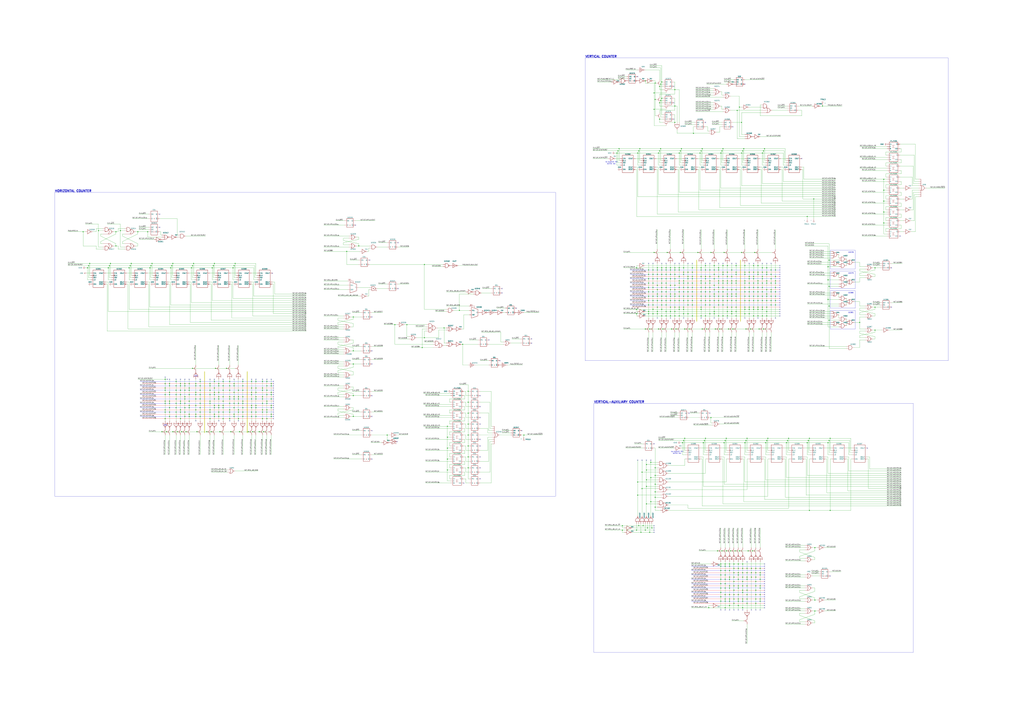
<source format=kicad_sch>
(kicad_sch (version 20231120) (generator "eeschema") (generator_version "8.0")
  (paper "A0")
  (title_block (title "V9958") (rev "WIP") (company "IKA Microelectronics Inc."))
  (junction (at 814.07 175.26))
  (junction (at 209.55 453.39))
  (junction (at 819.15 509.27))
  (junction (at 210.82 501.65))
  (junction (at 543.56 530.86))
  (junction (at 763.27 341.63))
  (junction (at 273.05 306.07))
  (junction (at 746.76 610.87))
  (junction (at 963.93 509.27))
  (junction (at 191.77 445.77))
  (junction (at 254 448.31))
  (junction (at 768.35 339.09))
  (junction (at 895.35 328.93))
  (junction (at 849.63 356.87))
  (junction (at 875.03 316.23))
  (junction (at 196.85 445.77))
  (junction (at 778.51 344.17))
  (junction (at 741.68 610.87))
  (junction (at 134.62 285.75))
  (junction (at 763.27 323.85))
  (junction (at 759.46 107.95))
  (junction (at 788.67 359.41))
  (junction (at 814.07 321.31))
  (junction (at 815.34 172.72))
  (junction (at 134.62 269.24))
  (junction (at 297.18 483.87))
  (junction (at 243.84 476.25))
  (junction (at 881.38 382.27))
  (junction (at 805.18 154.94))
  (junction (at 875.03 323.85))
  (junction (at 309.88 486.41))
  (junction (at 227.33 481.33))
  (junction (at 292.1 450.85))
  (junction (at 281.94 468.63))
  (junction (at 820.42 382.27))
  (junction (at 767.08 116.84))
  (junction (at 839.47 349.25))
  (junction (at 276.86 453.39))
  (junction (at 875.03 321.31))
  (junction (at 895.35 339.09))
  (junction (at 543.56 492.76))
  (junction (at 227.33 476.25))
  (junction (at 864.87 364.49))
  (junction (at 854.71 316.23))
  (junction (at 209.55 445.77))
  (junction (at 864.87 514.35))
  (junction (at 271.78 308.61))
  (junction (at 862.33 665.48))
  (junction (at 773.43 313.69))
  (junction (at 840.74 514.35))
  (junction (at 247.65 308.61))
  (junction (at 939.8 509.27))
  (junction (at 191.77 453.39))
  (junction (at 895.35 354.33))
  (junction (at 852.17 685.8))
  (junction (at 191.77 466.09))
  (junction (at 847.09 670.56))
  (junction (at 915.67 509.27))
  (junction (at 209.55 468.63))
  (junction (at 288.29 501.65))
  (junction (at 875.03 344.17))
  (junction (at 854.71 326.39))
  (junction (at 890.27 311.15))
  (junction (at 753.11 334.01))
  (junction (at 191.77 458.47))
  (junction (at 793.75 328.93))
  (junction (at 215.9 501.65))
  (junction (at 877.57 665.48))
  (junction (at 829.31 344.17))
  (junction (at 842.01 678.18))
  (junction (at 961.39 514.35))
  (junction (at 877.57 675.64))
  (junction (at 849.63 336.55))
  (junction (at 543.56 454.66))
  (junction (at 891.54 509.27))
  (junction (at 753.11 349.25))
  (junction (at 281.94 483.87))
  (junction (at 276.86 486.41))
  (junction (at 266.7 486.41))
  (junction (at 836.93 683.26))
  (junction (at 798.83 328.93))
  (junction (at 768.35 313.69))
  (junction (at 789.94 175.26))
  (junction (at 880.11 326.39))
  (junction (at 149.86 311.15))
  (junction (at 209.55 448.31))
  (junction (at 869.95 364.49))
  (junction (at 228.6 501.65))
  (junction (at 819.15 321.31))
  (junction (at 869.95 356.87))
  (junction (at 259.08 471.17))
  (junction (at 895.35 336.55))
  (junction (at 760.73 96.52))
  (junction (at 763.27 331.47))
  (junction (at 867.41 695.96))
  (junction (at 819.15 308.61))
  (junction (at 259.08 478.79))
  (junction (at 243.84 445.77))
  (junction (at 173.99 311.15))
  (junction (at 844.55 316.23))
  (junction (at 232.41 448.31))
  (junction (at 793.75 334.01))
  (junction (at 191.77 468.63))
  (junction (at 128.27 306.07))
  (junction (at 882.65 683.26))
  (junction (at 819.15 367.03))
  (junction (at 758.19 313.69))
  (junction (at 842.01 655.32))
  (junction (at 961.39 325.12))
  (junction (at 842.01 695.96))
  (junction (at 890.27 349.25))
  (junction (at 803.91 367.03))
  (junction (at 281.94 448.31))
  (junction (at 839.47 344.17))
  (junction (at 803.91 339.09))
  (junction (at 271.78 455.93))
  (junction (at 232.41 443.23))
  (junction (at 885.19 334.01))
  (junction (at 773.43 323.85))
  (junction (at 204.47 478.79))
  (junction (at 750.57 585.47))
  (junction (at 793.75 364.49))
  (junction (at 209.55 478.79))
  (junction (at 309.88 468.63))
  (junction (at 814.07 339.09))
  (junction (at 875.03 328.93))
  (junction (at 223.52 308.61))
  (junction (at 847.09 695.96))
  (junction (at 1016 383.54))
  (junction (at 862.33 175.26))
  (junction (at 857.25 660.4))
  (junction (at 214.63 473.71))
  (junction (at 768.35 323.85))
  (junction (at 281.94 478.79))
  (junction (at 844.55 349.25))
  (junction (at 214.63 463.55))
  (junction (at 219.71 481.33))
  (junction (at 196.85 468.63))
  (junction (at 814.07 349.25))
  (junction (at 890.27 318.77))
  (junction (at 962.66 511.81))
  (junction (at 304.8 476.25))
  (junction (at 778.51 331.47))
  (junction (at 861.06 177.8))
  (junction (at 760.73 543.56))
  (junction (at 219.71 445.77))
  (junction (at 814.07 356.87))
  (junction (at 868.68 640.08))
  (junction (at 114.3 267.97))
  (junction (at 742.95 172.72))
  (junction (at 763.27 349.25))
  (junction (at 608.33 505.46))
  (junction (at 847.09 673.1))
  (junction (at 793.75 318.77))
  (junction (at 753.11 354.33))
  (junction (at 519.43 533.4))
  (junction (at 151.13 308.61))
  (junction (at 297.18 461.01))
  (junction (at 232.41 458.47))
  (junction (at 886.46 175.26))
  (junction (at 259.08 473.71))
  (junction (at 839.47 339.09))
  (junction (at 852.17 675.64))
  (junction (at 1016 311.15))
  (junction (at 819.15 339.09))
  (junction (at 890.27 328.93))
  (junction (at 246.38 311.15))
  (junction (at 854.71 318.77))
  (junction (at 844.55 328.93))
  (junction (at 793.75 311.15))
  (junction (at 254 478.79))
  (junction (at 872.49 670.56))
  (junction (at 849.63 321.31))
  (junction (at 793.75 339.09))
  (junction (at 788.67 367.03))
  (junction (at 773.43 328.93))
  (junction (at 240.03 501.65))
  (junction (at 227.33 448.31))
  (junction (at 817.88 511.81))
  (junction (at 854.71 356.87))
  (junction (at 834.39 344.17))
  (junction (at 839.47 172.72))
  (junction (at 822.96 706.12))
  (junction (at 232.41 468.63))
  (junction (at 843.28 640.08))
  (junction (at 829.31 361.95))
  (junction (at 778.51 341.63))
  (junction (at 209.55 476.25))
  (junction (at 900.43 313.69))
  (junction (at 314.96 448.31))
  (junction (at 867.41 690.88))
  (junction (at 779.78 382.27))
  (junction (at 758.19 354.33))
  (junction (at 266.7 443.23))
  (junction (at 834.39 321.31))
  (junction (at 753.11 344.17))
  (junction (at 266.7 448.31))
  (junction (at 309.88 476.25))
  (junction (at 854.71 349.25))
  (junction (at 880.11 308.61))
  (junction (at 998.22 374.65))
  (junction (at 877.57 680.72))
  (junction (at 793.75 316.23))
  (junction (at 844.55 344.17))
  (junction (at 864.87 308.61))
  (junction (at 834.39 328.93))
  (junction (at 880.11 367.03))
  (junction (at 833.12 640.08))
  (junction (at 783.59 367.03))
  (junction (at 803.91 321.31))
  (junction (at 803.91 323.85))
  (junction (at 778.51 367.03))
  (junction (at 852.17 665.48))
  (junction (at 829.31 341.63))
  (junction (at 783.59 341.63))
  (junction (at 854.71 341.63))
  (junction (at 857.25 690.88))
  (junction (at 829.31 356.87))
  (junction (at 740.41 575.31))
  (junction (at 880.11 344.17))
  (junction (at 862.33 695.96))
  (junction (at 852.17 701.04))
  (junction (at 768.35 318.77))
  (junction (at 765.81 100.33))
  (junction (at 803.91 334.01))
  (junction (at 519.43 520.7))
  (junction (at 739.14 364.49))
  (junction (at 248.92 481.33))
  (junction (at 885.19 321.31))
  (junction (at 844.55 361.95))
  (junction (at 788.67 177.8))
  (junction (at 814.07 326.39))
  (junction (at 885.19 367.03))
  (junction (at 271.78 445.77))
  (junction (at 812.8 177.8))
  (junction (at 716.28 177.8))
  (junction (at 266.7 463.55))
  (junction (at 869.95 344.17))
  (junction (at 793.75 359.41))
  (junction (at 750.57 565.15))
  (junction (at 292.1 463.55))
  (junction (at 773.43 344.17))
  (junction (at 862.33 680.72))
  (junction (at 839.47 367.03))
  (junction (at 880.11 356.87))
  (junction (at 842.01 690.88))
  (junction (at 768.35 95.25))
  (junction (at 198.12 311.15))
  (junction (at 783.59 356.87))
  (junction (at 885.19 323.85))
  (junction (at 877.57 695.96))
  (junction (at 946.15 636.27))
  (junction (at 739.14 359.41))
  (junction (at 209.55 458.47))
  (junction (at 839.47 326.39))
  (junction (at 739.14 615.95))
  (junction (at 834.39 349.25))
  (junction (at 281.94 473.71))
  (junction (at 722.63 615.95))
  (junction (at 877.57 690.88))
  (junction (at 824.23 313.69))
  (junction (at 862.33 698.5))
  (junction (at 850.9 382.27))
  (junction (at 852.17 670.56))
  (junction (at 750.57 557.53))
  (junction (at 768.35 344.17))
  (junction (at 205.74 501.65))
  (junction (at 788.67 349.25))
  (junction (at 836.93 688.34))
  (junction (at 824.23 326.39))
  (junction (at 755.65 554.99))
  (junction (at 768.35 114.3))
  (junction (at 885.19 177.8))
  (junction (at 798.83 354.33))
  (junction (at 773.43 349.25))
  (junction (at 778.51 361.95))
  (junction (at 889 514.35))
  (junction (at 895.35 318.77))
  (junction (at 857.25 673.1))
  (junction (at 862.33 660.4))
  (junction (at 739.14 311.15))
  (junction (at 750.57 546.1))
  (junction (at 745.49 567.69))
  (junction (at 722.63 610.87))
  (junction (at 900.43 326.39))
  (junction (at 962.66 302.26))
  (junction (at 875.03 356.87))
  (junction (at 765.81 119.38))
  (junction (at 773.43 334.01))
  (junction (at 842.01 657.86))
  (junction (at 885.19 328.93))
  (junction (at 768.35 354.33))
  (junction (at 798.83 334.01))
  (junction (at 803.91 311.15))
  (junction (at 876.3 293.37))
  (junction (at 763.27 336.55))
  (junction (at 788.67 328.93))
  (junction (at 890.27 361.95))
  (junction (at 756.92 613.41))
  (junction (at 890.27 344.17))
  (junction (at 803.91 344.17))
  (junction (at 209.55 466.09))
  (junction (at 857.25 683.26))
  (junction (at 753.11 328.93))
  (junction (at 852.17 680.72))
  (junction (at 410.21 459.74))
  (junction (at 793.75 511.81))
  (junction (at 543.56 518.16))
  (junction (at 875.03 349.25))
  (junction (at 297.18 473.71))
  (junction (at 768.35 349.25))
  (junction (at 882.65 695.96))
  (junction (at 214.63 478.79))
  (junction (at 937.26 514.35))
  (junction (at 867.41 665.48))
  (junction (at 254 483.87))
  (junction (at 825.5 293.37))
  (junction (at 875.03 359.41))
  (junction (at 852.17 690.88))
  (junction (at 768.35 334.01))
  (junction (at 271.78 481.33))
  (junction (at 869.95 339.09))
  (junction (at 844.55 341.63))
  (junction (at 814.07 334.01))
  (junction (at 1026.16 233.68))
  (junction (at 753.11 339.09))
  (junction (at 836.93 678.18))
  (junction (at 778.51 336.55))
  (junction (at 819.15 344.17))
  (junction (at 760.73 115.57))
  (junction (at 519.43 495.3))
  (junction (at 224.79 306.07))
  (junction (at 791.21 172.72))
  (junction (at 219.71 453.39))
  (junction (at 271.78 463.55))
  (junction (at 869.95 359.41))
  (junction (at 867.41 673.1))
  (junction (at 854.71 344.17))
  (junction (at 763.27 364.49))
  (junction (at 125.73 311.15))
  (junction (at 783.59 142.24))
  (junction (at 836.93 673.1))
  (junction (at 219.71 473.71))
  (junction (at 803.91 354.33))
  (junction (at 803.91 328.93))
  (junction (at 741.68 175.26))
  (junction (at 900.43 339.09))
  (junction (at 214.63 468.63))
  (junction (at 227.33 445.77))
  (junction (at 543.56 480.06))
  (junction (at 758.19 328.93))
  (junction (at 760.73 589.28))
  (junction (at 297.18 471.17))
  (junction (at 304.8 443.23))
  (junction (at 890.27 356.87))
  (junction (at 867.41 670.56))
  (junction (at 767.08 97.79))
  (junction (at 200.66 306.07))
  (junction (at 783.59 336.55))
  (junction (at 243.84 486.41))
  (junction (at 248.92 455.93))
  (junction (at 798.83 316.23))
  (junction (at 243.84 448.31))
  (junction (at 259.08 466.09))
  (junction (at 717.55 175.26))
  (junction (at 788.67 321.31))
  (junction (at 825.5 485.14))
  (junction (at 848.36 640.08))
  (junction (at 222.25 311.15))
  (junction (at 842.01 706.12))
  (junction (at 871.22 382.27))
  (junction (at 297.18 455.93))
  (junction (at 209.55 486.41))
  (junction (at 250.19 427.99))
  (junction (at 1026.16 259.08))
  (junction (at 281.94 461.01))
  (junction (at 895.35 323.85))
  (junction (at 765.81 175.26))
  (junction (at 773.43 354.33))
  (junction (at 204.47 458.47))
  (junction (at 259.08 486.41))
  (junction (at 900.43 344.17))
  (junction (at 410.21 407.67))
  (junction (at 245.11 501.65))
  (junction (at 314.96 458.47))
  (junction (at 873.76 640.08))
  (junction (at 829.31 336.55))
  (junction (at 297.18 463.55))
  (junction (at 864.87 359.41))
  (junction (at 248.92 483.87))
  (junction (at 204.47 448.31))
  (junction (at 816.61 514.35))
  (junction (at 819.15 354.33))
  (junction (at 753.11 318.77))
  (junction (at 864.87 356.87))
  (junction (at 219.71 450.85))
  (junction (at 890.27 511.81))
  (junction (at 276.86 463.55))
  (junction (at 882.65 680.72))
  (junction (at 760.73 571.5))
  (junction (at 836.93 668.02))
  (junction (at 543.56 543.56))
  (junction (at 834.39 354.33))
  (junction (at 844.55 356.87))
  (junction (at 798.83 349.25))
  (junction (at 861.06 142.24))
  (junction (at 849.63 326.39))
  (junction (at 793.75 356.87))
  (junction (at 778.51 318.77))
  (junction (at 814.07 359.41))
  (junction (at 838.2 175.26))
  (junction (at 824.23 321.31))
  (junction (at 764.54 382.27))
  (junction (at 847.09 655.32))
  (junction (at 160.02 269.24))
  (junction (at 759.46 127))
  (junction (at 963.93 593.09))
  (junction (at 410.21 422.91))
  (junction (at 783.59 344.17))
  (junction (at 410.21 483.87))
  (junction (at 768.35 367.03))
  (junction (at 847.09 703.58))
  (junction (at 836.93 693.42))
  (junction (at 758.19 349.25))
  (junction (at 759.46 293.37))
  (junction (at 961.39 309.88))
  (junction (at 887.73 172.72))
  (junction (at 763.27 356.87))
  (junction (at 815.34 382.27))
  (junction (at 740.41 560.07))
  (junction (at 193.04 501.65))
  (junction (at 882.65 665.48))
  (junction (at 885.19 311.15))
  (junction (at 962.66 372.11))
  (junction (at 829.31 318.77))
  (junction (at 96.52 269.24))
  (junction (at 763.27 318.77))
  (junction (at 847.09 662.94))
  (junction (at 219.71 458.47))
  (junction (at 886.46 382.27))
  (junction (at 962.66 332.74))
  (junction (at 248.92 443.23))
  (junction (at 849.63 364.49))
  (junction (at 176.53 306.07))
  (junction (at 842.01 698.5))
  (junction (at 266.7 461.01))
  (junction (at 101.6 311.15))
  (junction (at 755.65 537.21))
  (junction (at 877.57 685.8))
  (junction (at 740.41 177.8))
  (junction (at 854.71 361.95))
  (junction (at 857.25 668.02))
  (junction (at 788.67 326.39))
  (junction (at 767.08 172.72))
  (junction (at 834.39 334.01))
  (junction (at 864.87 344.17))
  (junction (at 869.95 349.25))
  (junction (at 304.8 453.39))
  (junction (at 864.87 349.25))
  (junction (at 890.27 341.63))
  (junction (at 266.7 476.25))
  (junction (at 862.33 706.12))
  (junction (at 519.43 546.1))
  (junction (at 824.23 339.09))
  (junction (at 768.35 311.15))
  (junction (at 857.25 698.5))
  (junction (at 763.27 313.69))
  (junction (at 309.88 453.39))
  (junction (at 862.33 670.56))
  (junction (at 515.62 381))
  (junction (at 885.19 359.41))
  (junction (at 854.71 328.93))
  (junction (at 847.09 657.86))
  (junction (at 300.99 501.65))
  (junction (at 152.4 306.07))
  (junction (at 864.87 328.93))
  (junction (at 304.8 463.55))
  (junction (at 819.15 334.01))
  (junction (at 814.07 328.93))
  (junction (at 175.26 308.61))
  (junction (at 866.14 511.81))
  (junction (at 939.8 593.09))
  (junction (at 778.51 313.69))
  (junction (at 834.39 311.15))
  (junction (at 844.55 326.39))
  (junction (at 875.03 339.09))
  (junction (at 867.41 701.04))
  (junction (at 187.96 501.65))
  (junction (at 214.63 453.39))
  (junction (at 778.51 323.85))
  (junction (at 803.91 349.25))
  (junction (at 754.38 382.27))
  (junction (at 763.27 311.15))
  (junction (at 852.17 660.4))
  (junction (at 830.58 382.27))
  (junction (at 789.94 293.37))
  (junction (at 248.92 306.07))
  (junction (at 248.92 463.55))
  (junction (at 819.15 313.69))
  (junction (at 793.75 349.25))
  (junction (at 849.63 313.69))
  (junction (at 803.91 316.23))
  (junction (at 309.88 466.09))
  (junction (at 839.47 334.01))
  (junction (at 309.88 478.79))
  (junction (at 754.38 618.49))
  (junction (at 227.33 471.17))
  (junction (at 900.43 349.25))
  (junction (at 271.78 483.87))
  (junction (at 890.27 316.23))
  (junction (at 854.71 308.61))
  (junction (at 533.4 360.68))
  (junction (at 877.57 670.56))
  (junction (at 836.93 698.5))
  (junction (at 842.01 668.02))
  (junction (at 824.23 334.01))
  (junction (at 867.41 685.8))
  (junction (at 769.62 382.27))
  (junction (at 204.47 468.63))
  (junction (at 895.35 349.25))
  (junction (at 276.86 461.01))
  (junction (at 492.76 307.34))
  (junction (at 961.39 347.98))
  (junction (at 844.55 367.03))
  (junction (at 232.41 478.79))
  (junction (at 864.87 316.23))
  (junction (at 191.77 478.79))
  (junction (at 104.14 306.07))
  (junction (at 214.63 483.87))
  (junction (at 276.86 476.25))
  (junction (at 751.84 613.41))
  (junction (at 309.88 458.47))
  (junction (at 281.94 466.09))
  (junction (at 880.11 316.23))
  (junction (at 875.03 334.01))
  (junction (at 852.17 655.32))
  (junction (at 254 471.17))
  (junction (at 248.92 471.17))
  (junction (at 266.7 478.79))
  (junction (at 227.33 463.55))
  (junction (at 858.52 640.08))
  (junction (at 778.51 356.87))
  (junction (at 795.02 382.27))
  (junction (at 191.77 450.85))
  (junction (at 946.15 697.23))
  (junction (at 314.96 471.17))
  (junction (at 214.63 461.01))
  (junction (at 281.94 453.39))
  (junction (at 882.65 668.02))
  (junction (at 763.27 344.17))
  (junction (at 814.07 344.17))
  (junction (at 885.19 344.17))
  (junction (at 227.33 483.87))
  (junction (at 232.41 453.39))
  (junction (at 872.49 665.48))
  (junction (at 254 445.77))
  (junction (at 895.35 313.69))
  (junction (at 204.47 463.55))
  (junction (at 834.39 367.03))
  (junction (at 196.85 458.47))
  (junction (at 882.65 698.5))
  (junction (at 845.82 382.27))
  (junction (at 867.41 660.4))
  (junction (at 490.22 403.86))
  (junction (at 718.82 172.72))
  (junction (at 254 455.93))
  (junction (at 758.19 323.85))
  (junction (at 778.51 311.15))
  (junction (at 259.08 448.31))
  (junction (at 849.63 328.93))
  (junction (at 829.31 364.49))
  (junction (at 880.11 339.09))
  (junction (at 254 463.55))
  (junction (at 255.27 501.65))
  (junction (at 900.43 321.31))
  (junction (at 773.43 361.95))
  (junction (at 849.63 361.95))
  (junction (at 834.39 313.69))
  (junction (at 867.41 680.72))
  (junction (at 314.96 463.55))
  (junction (at 292.1 483.87))
  (junction (at 755.65 582.93))
  (junction (at 196.85 455.93))
  (junction (at 214.63 448.31))
  (junction (at 745.49 548.64))
  (junction (at 946.15 709.93))
  (junction (at 773.43 339.09))
  (junction (at 814.07 311.15))
  (junction (at 842.01 662.94))
  (junction (at 204.47 473.71))
  (junction (at 937.26 251.46))
  (junction (at 753.11 323.85))
  (junction (at 1026.16 208.28))
  (junction (at 877.57 660.4))
  (junction (at 219.71 466.09))
  (junction (at 857.25 680.72))
  (junction (at 243.84 466.09))
  (junction (at 314.96 481.33))
  (junction (at 829.31 331.47))
  (junction (at 835.66 382.27))
  (junction (at 800.1 382.27))
  (junction (at 834.39 339.09))
  (junction (at 788.67 344.17))
  (junction (at 259.08 461.01))
  (junction (at 875.03 367.03))
  (junction (at 259.08 453.39))
  (junction (at 232.41 463.55))
  (junction (at 858.52 124.46))
  (junction (at 849.63 349.25))
  (junction (at 864.87 326.39))
  (junction (at 847.09 683.26))
  (junction (at 744.22 618.49))
  (junction (at 537.21 400.05))
  (junction (at 199.39 308.61))
  (junction (at 304.8 450.85))
  (junction (at 895.35 344.17))
  (junction (at 758.19 318.77))
  (junction (at 783.59 361.95))
  (junction (at 880.11 359.41))
  (junction (at 783.59 318.77))
  (junction (at 758.19 339.09))
  (junction (at 824.23 364.49))
  (junction (at 944.88 231.14))
  (junction (at 750.57 539.75))
  (junction (at 223.52 427.99))
  (junction (at 758.19 359.41))
  (junction (at 764.54 177.8))
  (junction (at 196.85 473.71))
  (junction (at 819.15 349.25))
  (junction (at 271.78 468.63))
  (junction (at 784.86 382.27))
  (junction (at 543.56 505.46))
  (junction (at 783.59 349.25))
  (junction (at 248.92 450.85))
  (junction (at 836.93 655.32))
  (junction (at 862.33 675.64))
  (junction (at 543.56 467.36))
  (junction (at 243.84 468.63))
  (junction (at 196.85 483.87))
  (junction (at 842.01 673.1))
  (junction (at 309.88 448.31))
  (junction (at 760.73 577.85))
  (junction (at 855.98 128.27))
  (junction (at 254 473.71))
  (junction (at 900.43 354.33))
  (junction (at 819.15 328.93))
  (junction (at 292.1 471.17))
  (junction (at 1016 356.87))
  (junction (at 824.23 344.17))
  (junction (at 854.71 336.55))
  (junction (at 778.51 349.25))
  (junction (at 304.8 461.01))
  (junction (at 276.86 478.79))
  (junction (at 869.95 334.01))
  (junction (at 798.83 364.49))
  (junction (at 749.3 382.27))
  (junction (at 913.13 514.35))
  (junction (at 758.19 344.17))
  (junction (at 292.1 443.23))
  (junction (at 829.31 349.25))
  (junction (at 271.78 448.31))
  (junction (at 844.55 308.61))
  (junction (at 1026.16 246.38))
  (junction (at 788.67 339.09))
  (junction (at 962.66 355.6))
  (junction (at 885.19 356.87))
  (junction (at 204.47 453.39))
  (junction (at 139.7 267.97))
  (junction (at 829.31 313.69))
  (junction (at 191.77 440.69))
  (junction (at 824.23 328.93))
  (junction (at 248.92 458.47))
  (junction (at 872.49 660.4))
  (junction (at 196.85 478.79))
  (junction (at 793.75 326.39))
  (junction (at 882.65 673.1))
  (junction (at 306.07 501.65))
  (junction (at 890.27 336.55))
  (junction (at 864.87 339.09))
  (junction (at 882.65 660.4))
  (junction (at 753.11 361.95))
  (junction (at 854.71 367.03))
  (junction (at 232.41 473.71))
  (junction (at 314.96 473.71))
  (junction (at 259.08 443.23))
  (junction (at 758.19 364.49))
  (junction (at 844.55 321.31))
  (junction (at 292.1 473.71))
  (junction (at 314.96 483.87))
  (junction (at 200.66 501.65))
  (junction (at 519.43 508))
  (junction (at 458.47 377.19))
  (junction (at 869.95 323.85))
  (junction (at 281.94 443.23))
  (junction (at 297.18 450.85))
  (junction (at 271.78 461.01))
  (junction (at 793.75 344.17))
  (junction (at 866.14 382.27))
  (junction (at 880.11 318.77))
  (junction (at 880.11 328.93))
  (junction (at 472.44 377.19))
  (junction (at 829.31 323.85))
  (junction (at 869.95 328.93))
  (junction (at 292.1 478.79))
  (junction (at 416.56 285.75))
  (junction (at 885.19 339.09))
  (junction (at 773.43 311.15))
  (junction (at 847.09 698.5))
  (junction (at 840.74 293.37))
  (junction (at 836.93 657.86))
  (junction (at 768.35 328.93))
  (junction (at 829.31 308.61))
  (junction (at 196.85 448.31))
  (junction (at 773.43 318.77))
  (junction (at 852.17 695.96))
  (junction (at 885.19 349.25))
  (junction (at 882.65 690.88))
  (junction (at 877.57 701.04))
  (junction (at 270.51 311.15))
  (junction (at 862.33 688.34))
  (junction (at 278.13 501.65))
  (junction (at 863.6 172.72))
  (junction (at 243.84 453.39))
  (junction (at 834.39 326.39))
  (junction (at 410.21 368.3))
  (junction (at 839.47 318.77))
  (junction (at 798.83 344.17))
  (junction (at 857.25 655.32))
  (junction (at 127 308.61))
  (junction (at 102.87 308.61))
  (junction (at 1026.16 220.98))
  (junction (at 171.45 269.24))
  (junction (at 864.87 334.01))
  (junction (at 783.59 323.85))
  (junction (at 844.55 336.55))
  (junction (at 795.02 509.27))
  (junction (at 867.41 509.27))
  (junction (at 857.25 665.48))
  (junction (at 204.47 443.23))
  (junction (at 792.48 514.35))
  (junction (at 402.59 292.1))
  (junction (at 449.58 505.46))
  (junction (at 492.76 392.43))
  (junction (at 753.11 364.49))
  (junction (at 843.28 509.27))
  (junction (at 243.84 478.79))
  (junction (at 857.25 695.96))
  (junction (at 254 461.01))
  (junction (at 191.77 486.41))
  (junction (at 774.7 293.37))
  (junction (at 768.35 359.41))
  (junction (at 783.59 313.69))
  (junction (at 880.11 349.25))
  (junction (at 304.8 468.63))
  (junction (at 765.81 138.43))
  (junction (at 783.59 311.15))
  (junction (at 810.26 293.37))
  (junction (at 191.77 476.25))
  (junction (at 798.83 323.85))
  (junction (at 304.8 478.79))
  (junction (at 890.27 367.03))
  (junction (at 314.96 445.77))
  (junction (at 753.11 313.69))
  (junction (at 788.67 313.69))
  (junction (at 219.71 471.17))
  (junction (at 788.67 334.01))
  (junction (at 783.59 104.14))
  (junction (at 814.07 313.69))
  (junction (at 847.09 680.72))
  (junction (at 309.88 443.23))
  (junction (at 839.47 328.93))
  (junction (at 885.19 316.23))
  (junction (at 760.73 552.45))
  (junction (at 271.78 473.71))
  (junction (at 824.23 349.25))
  (junction (at 783.59 123.19))
  (junction (at 824.23 354.33))
  (junction (at 243.84 458.47))
  (junction (at 890.27 326.39))
  (junction (at 304.8 486.41))
  (junction (at 839.47 308.61))
  (junction (at 862.33 655.32))
  (junction (at 842.01 511.81))
  (junction (at 798.83 321.31))
  (junction (at 869.95 316.23))
  (junction (at 783.59 331.47))
  (junction (at 276.86 468.63))
  (junction (at 292.1 455.93))
  (junction (at 955.04 123.19))
  (junction (at 219.71 483.87))
  (junction (at 314.96 455.93))
  (junction (at 849.63 341.63))
  (junction (at 869.95 321.31))
  (junction (at 798.83 339.09))
  (junction (at 227.33 458.47))
  (junction (at 749.3 93.98))
  (junction (at 297.18 443.23))
  (junction (at 196.85 466.09))
  (junction (at 758.19 334.01))
  (junction (at 266.7 453.39))
  (junction (at 267.97 501.65))
  (junction (at 262.89 427.99))
  (junction (at 214.63 445.77))
  (junction (at 292.1 458.47))
  (junction (at 232.41 483.87))
  (junction (at 266.7 468.63))
  (junction (at 836.93 177.8))
  (junction (at 773.43 367.03))
  (junction (at 760.73 562.61))
  (junction (at 788.67 356.87))
  (junction (at 861.06 293.37))
  (junction (at 864.87 318.77))
  (junction (at 297.18 478.79))
  (junction (at 842.01 683.26))
  (junction (at 862.33 685.8))
  (junction (at 227.33 455.93))
  (junction (at 839.47 316.23))
  (junction (at 900.43 328.93))
  (junction (at 938.53 511.81))
  (junction (at 900.43 334.01))
  (junction (at 204.47 483.87))
  (junction (at 857.25 703.58))
  (junction (at 836.93 662.94))
  (junction (at 914.4 511.81))
  (junction (at 847.09 690.88))
  (junction (at 880.11 334.01))
  (junction (at 248.92 473.71))
  (junction (at 849.63 344.17))
  (junction (at 839.47 354.33))
  (junction (at 875.03 308.61))
  (junction (at 819.15 323.85))
  (junction (at 853.44 640.08))
  (junction (at 763.27 361.95))
  (junction (at 814.07 367.03))
  (junction (at 788.67 311.15))
  (junction (at 838.2 640.08))
  (junction (at 293.37 501.65))
  (junction (at 749.3 615.95))
  (no_connect (at 431.8 368.3))
  (no_connect (at 900.43 369.57))
  (no_connect (at 887.73 690.88))
  (no_connect (at 431.8 500.38))
  (no_connect (at 567.69 394.97))
  (no_connect (at 431.8 533.4))
  (no_connect (at 905.51 334.01))
  (no_connect (at 862.33 708.66))
  (no_connect (at 557.53 518.16))
  (no_connect (at 852.17 708.66))
  (no_connect (at 864.87 369.57))
  (no_connect (at 905.51 328.93))
  (no_connect (at 887.73 680.72))
  (no_connect (at 582.93 335.28))
  (no_connect (at 740.41 534.67))
  (no_connect (at 317.5 453.39))
  (no_connect (at 857.25 708.66))
  (no_connect (at 317.5 478.79))
  (no_connect (at 887.73 678.18))
  (no_connect (at 580.39 419.1))
  (no_connect (at 905.51 354.33))
  (no_connect (at 783.59 306.07))
  (no_connect (at 271.78 440.69))
  (no_connect (at 798.83 306.07))
  (no_connect (at 317.5 468.63))
  (no_connect (at 768.35 306.07))
  (no_connect (at 317.5 448.31))
  (no_connect (at 317.5 445.77))
  (no_connect (at 204.47 440.69))
  (no_connect (at 431.8 422.91))
  (no_connect (at 882.65 708.66))
  (no_connect (at 887.73 657.86))
  (no_connect (at 905.51 349.25))
  (no_connect (at 905.51 321.31))
  (no_connect (at 778.51 369.57))
  (no_connect (at 317.5 466.09))
  (no_connect (at 248.92 440.69))
  (no_connect (at 887.73 703.58))
  (no_connect (at 759.46 618.49))
  (no_connect (at 905.51 331.47))
  (no_connect (at 557.53 556.26))
  (no_connect (at 819.15 142.24))
  (no_connect (at 824.23 480.06))
  (no_connect (at 887.73 675.64))
  (no_connect (at 869.95 306.07))
  (no_connect (at 259.08 440.69))
  (no_connect (at 605.79 500.38))
  (no_connect (at 317.5 443.23))
  (no_connect (at 276.86 488.95))
  (no_connect (at 740.41 88.9))
  (no_connect (at 905.51 318.77))
  (no_connect (at 842.01 708.66))
  (no_connect (at 317.5 483.87))
  (no_connect (at 314.96 440.69))
  (no_connect (at 905.51 351.79))
  (no_connect (at 887.73 698.5))
  (no_connect (at 887.73 655.32))
  (no_connect (at 782.32 119.38))
  (no_connect (at 429.26 302.26))
  (no_connect (at 196.85 440.69))
  (no_connect (at 462.28 335.28))
  (no_connect (at 538.48 561.34))
  (no_connect (at 905.51 364.49))
  (no_connect (at 431.8 459.74))
  (no_connect (at 887.73 701.04))
  (no_connect (at 1007.11 520.7))
  (no_connect (at 814.07 369.57))
  (no_connect (at 887.73 665.48))
  (no_connect (at 191.77 438.15))
  (no_connect (at 185.42 248.92))
  (no_connect (at 905.51 346.71))
  (no_connect (at 254 488.95))
  (no_connect (at 317.5 455.93))
  (no_connect (at 850.9 147.32))
  (no_connect (at 431.8 407.67))
  (no_connect (at 905.51 313.69))
  (no_connect (at 895.35 306.07))
  (no_connect (at 599.44 358.14))
  (no_connect (at 930.91 184.15))
  (no_connect (at 759.46 613.41))
  (no_connect (at 557.53 492.76))
  (no_connect (at 887.73 670.56))
  (no_connect (at 834.39 306.07))
  (no_connect (at 214.63 440.69))
  (no_connect (at 209.55 440.69))
  (no_connect (at 317.5 458.47))
  (no_connect (at 557.53 459.74))
  (no_connect (at 885.19 306.07))
  (no_connect (at 317.5 476.25))
  (no_connect (at 887.73 662.94))
  (no_connect (at 844.55 369.57))
  (no_connect (at 297.18 440.69))
  (no_connect (at 773.43 306.07))
  (no_connect (at 316.23 317.5))
  (no_connect (at 836.93 708.66))
  (no_connect (at 412.75 261.62))
  (no_connect (at 317.5 461.01))
  (no_connect (at 617.22 398.78))
  (no_connect (at 782.32 138.43))
  (no_connect (at 185.42 264.16))
  (no_connect (at 905.51 344.17))
  (no_connect (at 803.91 306.07))
  (no_connect (at 759.46 515.62))
  (no_connect (at 232.41 440.69))
  (no_connect (at 872.49 708.66))
  (no_connect (at 317.5 473.71))
  (no_connect (at 782.32 100.33))
  (no_connect (at 745.49 534.67))
  (no_connect (at 877.57 708.66))
  (no_connect (at 793.75 369.57))
  (no_connect (at 824.23 306.07))
  (no_connect (at 887.73 688.34))
  (no_connect (at 317.5 463.55))
  (no_connect (at 557.53 543.56))
  (no_connect (at 905.51 308.61))
  (no_connect (at 905.51 361.95))
  (no_connect (at 887.73 660.4))
  (no_connect (at 753.11 306.07))
  (no_connect (at 849.63 306.07))
  (no_connect (at 759.46 615.95))
  (no_connect (at 462.28 281.94))
  (no_connect (at 557.53 485.14))
  (no_connect (at 304.8 440.69))
  (no_connect (at 847.09 708.66))
  (no_connect (at 905.51 359.41))
  (no_connect (at 905.51 341.63))
  (no_connect (at 788.67 306.07))
  (no_connect (at 281.94 440.69))
  (no_connect (at 219.71 440.69))
  (no_connect (at 317.5 471.17))
  (no_connect (at 829.31 369.57))
  (no_connect (at 292.1 440.69))
  (no_connect (at 905.51 323.85))
  (no_connect (at 461.01 513.08))
  (no_connect (at 890.27 306.07))
  (no_connect (at 905.51 367.03))
  (no_connect (at 880.11 369.57))
  (no_connect (at 887.73 685.8))
  (no_connect (at 557.53 530.86))
  (no_connect (at 557.53 510.54))
  (no_connect (at 887.73 668.02))
  (no_connect (at 887.73 683.26))
  (no_connect (at 963.93 669.29))
  (no_connect (at 763.27 369.57))
  (no_connect (at 755.65 534.67))
  (no_connect (at 887.73 693.42))
  (no_connect (at 317.5 450.85))
  (no_connect (at 194.31 440.69))
  (no_connect (at 1035.05 311.15))
  (no_connect (at 309.88 440.69))
  (no_connect (at 819.15 306.07))
  (no_connect (at 617.22 393.7))
  (no_connect (at 905.51 339.09))
  (no_connect (at 800.1 480.06))
  (no_connect (at 905.51 336.55))
  (no_connect (at 243.84 440.69))
  (no_connect (at 905.51 326.39))
  (no_connect (at 317.5 481.33))
  (no_connect (at 582.93 340.36))
  (no_connect (at 905.51 356.87))
  (no_connect (at 758.19 306.07))
  (no_connect (at 887.73 706.12))
  (no_connect (at 266.7 488.95))
  (no_connect (at 431.8 483.87))
  (no_connect (at 875.03 306.07))
  (no_connect (at 864.87 97.79))
  (no_connect (at 905.51 311.15))
  (no_connect (at 227.33 488.95))
  (no_connect (at 759.46 610.87))
  (no_connect (at 887.73 673.1))
  (no_connect (at 750.57 534.67))
  (no_connect (at 839.47 306.07))
  (no_connect (at 854.71 306.07))
  (no_connect (at 867.41 652.78))
  (no_connect (at 1035.05 356.87))
  (no_connect (at 887.73 695.96))
  (no_connect (at 557.53 472.44))
  (no_connect (at 317.5 486.41))
  (no_connect (at 905.51 316.23))
  (no_connect (at 1045.21 274.32))
  (wire (pts (xy 815.34 172.72) (xy 839.47 172.72)))
  (wire (pts (xy 297.18 471.17) (xy 297.18 463.55)))
  (wire (pts (xy 890.27 316.23) (xy 890.27 311.15)))
  (wire (pts (xy 869.95 359.41) (xy 869.95 356.87)))
  (wire (pts (xy 214.63 488.95) (xy 214.63 483.87)))
  (wire (pts (xy 853.44 640.08) (xy 858.52 640.08)))
  (wire (pts (xy 890.27 336.55) (xy 895.35 336.55)) (stroke (width 0) (color 255 0 0 1)))
  (wire (pts (xy 494.03 472.44) (xy 523.24 472.44)))
  (wire (pts (xy 314.96 528.32) (xy 314.96 505.46)))
  (wire (pts (xy 209.55 478.79) (xy 214.63 478.79)) (stroke (width 0) (color 0 0 255 1)))
  (wire (pts (xy 961.39 325.12) (xy 961.39 347.98)))
  (wire (pts (xy 1000.76 185.42) (xy 1029.97 185.42)))
  (wire (pts (xy 849.63 336.55) (xy 849.63 328.93)))
  (wire (pts (xy 849.63 364.49) (xy 864.87 364.49)))
  (wire (pts (xy 518.16 361.95) (xy 505.46 361.95)))
  (wire (pts (xy 304.8 450.85) (xy 317.5 450.85)) (stroke (width 0) (color 255 0 0 1)))
  (wire (pts (xy 227.33 481.33) (xy 227.33 483.87)))
  (wire (pts (xy 810.26 194.31) (xy 812.8 194.31)))
  (wire (pts (xy 271.78 308.61) (xy 295.91 308.61)))
  (wire (pts (xy 439.42 330.2) (xy 449.58 330.2)))
  (wire (pts (xy 895.35 339.09) (xy 900.43 339.09)) (stroke (width 0) (color 0 0 255 1)))
  (wire (pts (xy 988.06 523.24) (xy 988.06 509.27)))
  (wire (pts (xy 1004.57 358.14) (xy 998.22 358.14)))
  (wire (pts (xy 807.72 127) (xy 828.04 127)))
  (wire (pts (xy 778.51 323.85) (xy 783.59 323.85)) (stroke (width 0) (color 0 0 255 1)))
  (wire (pts (xy 176.53 306.07) (xy 152.4 306.07)))
  (wire (pts (xy 867.41 680.72) (xy 867.41 685.8)))
  (wire (pts (xy 224.79 320.04) (xy 224.79 306.07)))
  (wire (pts (xy 1066.8 208.28) (xy 1062.99 208.28)))
  (wire (pts (xy 835.66 382.27) (xy 845.82 382.27)))
  (wire (pts (xy 204.47 528.32) (xy 204.47 505.46)))
  (wire (pts (xy 276.86 476.25) (xy 276.86 478.79)))
  (wire (pts (xy 798.83 316.23) (xy 803.91 316.23)) (stroke (width 0) (color 255 0 0 1)))
  (wire (pts (xy 139.7 267.97) (xy 139.7 287.02)))
  (wire (pts (xy 538.48 505.46) (xy 541.02 505.46)))
  (wire (pts (xy 933.45 208.28) (xy 933.45 194.31)))
  (wire (pts (xy 998.22 182.88) (xy 1029.97 182.88)))
  (wire (pts (xy 250.19 427.99) (xy 262.89 427.99)))
  (wire (pts (xy 834.39 184.15) (xy 840.74 184.15)))
  (wire (pts (xy 768.35 359.41) (xy 788.67 359.41)))
  (wire (pts (xy 134.62 285.75) (xy 132.08 285.75)))
  (wire (pts (xy 227.33 458.47) (xy 227.33 463.55)))
  (wire (pts (xy 304.8 443.23) (xy 309.88 443.23)) (stroke (width 0) (color 0 0 255 1)))
  (wire (pts (xy 849.63 344.17) (xy 849.63 341.63)))
  (wire (pts (xy 847.09 657.86) (xy 887.73 657.86)) (stroke (width 0) (color 0 0 255 1)))
  (wire (pts (xy 1016 367.03) (xy 1013.46 367.03)))
  (wire (pts (xy 807.72 113.03) (xy 839.47 113.03)))
  (wire (pts (xy 829.31 323.85) (xy 869.95 323.85)) (stroke (width 0) (color 0 0 255 1)))
  (wire (pts (xy 196.85 488.95) (xy 196.85 483.87)))
  (wire (pts (xy 788.67 356.87) (xy 793.75 356.87)) (stroke (width 0) (color 255 0 0 1)))
  (wire (pts (xy 778.51 341.63) (xy 778.51 336.55)))
  (wire (pts (xy 521.97 527.05) (xy 521.97 530.86)))
  (wire (pts (xy 764.54 509.27) (xy 795.02 509.27)))
  (wire (pts (xy 852.17 675.64) (xy 862.33 675.64)) (stroke (width 0) (color 255 0 0 1)))
  (wire (pts (xy 877.57 675.64) (xy 887.73 675.64)) (stroke (width 0) (color 255 0 0 1)))
  (wire (pts (xy 852.17 655.32) (xy 852.17 652.78)))
  (wire (pts (xy 568.96 497.84) (xy 571.5 497.84)))
  (wire (pts (xy 740.41 228.6) (xy 970.28 228.6)))
  (wire (pts (xy 932.18 231.14) (xy 932.18 196.85)))
  (wire (pts (xy 219.71 471.17) (xy 219.71 466.09)))
  (wire (pts (xy 271.78 468.63) (xy 276.86 468.63)) (stroke (width 0) (color 0 0 255 1)))
  (wire (pts (xy 355.6 349.25) (xy 246.38 349.25)))
  (wire (pts (xy 204.47 468.63) (xy 204.47 463.55)))
  (wire (pts (xy 862.33 675.64) (xy 862.33 670.56)))
  (wire (pts (xy 760.73 520.7) (xy 760.73 543.56)))
  (wire (pts (xy 911.86 668.02) (xy 934.72 668.02)))
  (wire (pts (xy 814.07 313.69) (xy 814.07 311.15)))
  (wire (pts (xy 410.21 435.61) (xy 410.21 431.8)))
  (wire (pts (xy 267.97 317.5) (xy 274.32 317.5)))
  (wire (pts (xy 259.08 443.23) (xy 259.08 440.69)))
  (wire (pts (xy 297.18 455.93) (xy 314.96 455.93)) (stroke (width 0) (color 255 0 0 1)))
  (wire (pts (xy 836.93 693.42) (xy 836.93 688.34)))
  (wire (pts (xy 839.47 172.72) (xy 863.6 172.72)))
  (wire (pts (xy 254 401.32) (xy 254 424.18)))
  (wire (pts (xy 802.64 693.42) (xy 836.93 693.42)) (stroke (width 0) (color 0 0 255 1)))
  (wire (pts (xy 570.23 340.36) (xy 558.8 340.36)))
  (wire (pts (xy 803.91 344.17) (xy 803.91 339.09)))
  (wire (pts (xy 844.55 328.93) (xy 849.63 328.93)) (stroke (width 0) (color 0 0 255 1)))
  (wire (pts (xy 885.19 367.03) (xy 890.27 367.03)))
  (wire (pts (xy 722.63 610.87) (xy 741.68 610.87)))
  (wire (pts (xy 209.55 478.79) (xy 209.55 476.25)))
  (wire (pts (xy 541.02 454.66) (xy 541.02 459.74)))
  (wire (pts (xy 740.41 194.31) (xy 740.41 228.6)))
  (wire (pts (xy 314.96 473.71) (xy 314.96 471.17)))
  (wire (pts (xy 862.33 680.72) (xy 867.41 680.72)) (stroke (width 0) (color 255 0 0 1)))
  (wire (pts (xy 768.35 95.25) (xy 768.35 114.3)))
  (wire (pts (xy 1016 386.08) (xy 1016 383.54)))
  (wire (pts (xy 890.27 369.57) (xy 890.27 367.03)))
  (wire (pts (xy 793.75 359.41) (xy 793.75 356.87)))
  (wire (pts (xy 402.59 292.1) (xy 417.83 292.1)))
  (wire (pts (xy 877.57 665.48) (xy 882.65 665.48)) (stroke (width 0) (color 255 0 0 1)))
  (wire (pts (xy 911.86 577.85) (xy 911.86 533.4)))
  (wire (pts (xy 176.53 320.04) (xy 177.8 320.04)))
  (wire (pts (xy 880.11 359.41) (xy 885.19 359.41)))
  (wire (pts (xy 214.63 463.55) (xy 214.63 461.01)))
  (wire (pts (xy 494.03 497.84) (xy 523.24 497.84)))
  (wire (pts (xy 227.33 445.77) (xy 243.84 445.77)) (stroke (width 0) (color 255 0 0 1)))
  (wire (pts (xy 773.43 344.17) (xy 778.51 344.17)) (stroke (width 0) (color 0 0 255 1)))
  (wire (pts (xy 309.88 453.39) (xy 317.5 453.39)) (stroke (width 0) (color 0 0 255 1)))
  (wire (pts (xy 895.35 328.93) (xy 900.43 328.93)) (stroke (width 0) (color 0 0 255 1)))
  (wire (pts (xy 523.24 492.76) (xy 521.97 492.76)))
  (wire (pts (xy 278.13 501.65) (xy 288.29 501.65)))
  (wire (pts (xy 839.47 344.17) (xy 844.55 344.17)) (stroke (width 0) (color 0 0 255 1)))
  (wire (pts (xy 764.54 177.8) (xy 764.54 191.77)))
  (wire (pts (xy 254 461.01) (xy 259.08 461.01)) (stroke (width 0) (color 255 0 0 1)))
  (wire (pts (xy 765.81 104.14) (xy 769.62 104.14)))
  (wire (pts (xy 293.37 501.65) (xy 300.99 501.65)))
  (wire (pts (xy 281.94 505.46) (xy 281.94 528.32)))
  (wire (pts (xy 204.47 488.95) (xy 204.47 483.87)))
  (wire (pts (xy 523.24 505.46) (xy 521.97 505.46)))
  (wire (pts (xy 885.19 334.01) (xy 900.43 334.01)) (stroke (width 0) (color 0 0 255 1)))
  (wire (pts (xy 410.21 422.91) (xy 410.21 426.72)))
  (wire (pts (xy 731.52 328.93) (xy 753.11 328.93)) (stroke (width 0) (color 0 0 255 1)))
  (wire (pts (xy 760.73 593.09) (xy 760.73 589.28)))
  (wire (pts (xy 375.92 394.97) (xy 398.78 394.97)))
  (wire (pts (xy 228.6 501.65) (xy 240.03 501.65)))
  (wire (pts (xy 209.55 445.77) (xy 209.55 440.69)))
  (wire (pts (xy 767.08 78.74) (xy 767.08 97.79)))
  (wire (pts (xy 557.53 467.36) (xy 568.96 467.36)))
  (wire (pts (xy 854.71 326.39) (xy 854.71 318.77)))
  (wire (pts (xy 939.8 320.04) (xy 965.2 320.04)))
  (wire (pts (xy 793.75 349.25) (xy 798.83 349.25)) (stroke (width 0) (color 0 0 255 1)))
  (wire (pts (xy 593.09 505.46) (xy 580.39 505.46)))
  (wire (pts (xy 392.43 477.52) (xy 392.43 474.98)))
  (wire (pts (xy 819.15 408.94) (xy 819.15 386.08)))
  (wire (pts (xy 836.93 688.34) (xy 836.93 683.26)))
  (wire (pts (xy 824.23 313.69) (xy 829.31 313.69)) (stroke (width 0) (color 0 0 255 1)))
  (wire (pts (xy 515.62 381) (xy 518.16 381)))
  (wire (pts (xy 392.43 453.39) (xy 410.21 457.2)))
  (wire (pts (xy 753.11 323.85) (xy 753.11 318.77)))
  (wire (pts (xy 1046.48 582.93) (xy 863.6 582.93)))
  (wire (pts (xy 739.14 308.61) (xy 739.14 311.15)))
  (wire (pts (xy 843.28 533.4) (xy 843.28 560.07)))
  (wire (pts (xy 805.18 680.72) (xy 847.09 680.72)) (stroke (width 0) (color 255 0 0 1)))
  (wire (pts (xy 826.77 144.78) (xy 838.2 144.78)))
  (wire (pts (xy 232.41 443.23) (xy 232.41 440.69)))
  (wire (pts (xy 788.67 339.09) (xy 793.75 339.09)) (stroke (width 0) (color 0 0 255 1)))
  (wire (pts (xy 539.75 488.95) (xy 521.97 488.95)))
  (wire (pts (xy 783.59 369.57) (xy 783.59 367.03)))
  (wire (pts (xy 869.95 323.85) (xy 875.03 323.85)) (stroke (width 0) (color 0 0 255 1)))
  (wire (pts (xy 852.17 660.4) (xy 852.17 655.32)))
  (wire (pts (xy 883.92 128.27) (xy 855.98 128.27)))
  (wire (pts (xy 304.8 453.39) (xy 309.88 453.39)) (stroke (width 0) (color 0 0 255 1)))
  (wire (pts (xy 939.8 294.64) (xy 965.2 294.64)))
  (wire (pts (xy 910.59 520.7) (xy 916.94 520.7)))
  (wire (pts (xy 842.01 695.96) (xy 847.09 695.96)) (stroke (width 0) (color 255 0 0 1)))
  (wire (pts (xy 375.92 287.02) (xy 405.13 287.02)))
  (wire (pts (xy 445.77 377.19) (xy 458.47 377.19)))
  (wire (pts (xy 839.47 349.25) (xy 844.55 349.25)) (stroke (width 0) (color 0 0 255 1)))
  (wire (pts (xy 410.21 457.2) (xy 410.21 459.74)))
  (wire (pts (xy 793.75 511.81) (xy 793.75 525.78)))
  (wire (pts (xy 219.71 473.71) (xy 219.71 471.17)))
  (wire (pts (xy 864.87 364.49) (xy 864.87 359.41)))
  (wire (pts (xy 998.22 363.22) (xy 998.22 365.76)))
  (wire (pts (xy 412.75 256.54) (xy 435.61 256.54)))
  (wire (pts (xy 839.47 349.25) (xy 839.47 344.17)))
  (wire (pts (xy 1013.46 306.07) (xy 1022.35 306.07)))
  (wire (pts (xy 861.06 156.21) (xy 864.87 156.21)))
  (wire (pts (xy 768.35 191.77) (xy 764.54 191.77)))
  (wire (pts (xy 880.11 318.77) (xy 890.27 318.77)) (stroke (width 0) (color 0 0 255 1)))
  (wire (pts (xy 900.43 334.01) (xy 905.51 334.01)) (stroke (width 0) (color 0 0 255 1)))
  (wire (pts (xy 777.24 142.24) (xy 783.59 142.24)))
  (wire (pts (xy 414.02 275.59) (xy 416.56 275.59)))
  (wire (pts (xy 314.96 488.95) (xy 314.96 483.87)))
  (wire (pts (xy 773.43 318.77) (xy 778.51 318.77)) (stroke (width 0) (color 0 0 255 1)))
  (wire (pts (xy 314.96 445.77) (xy 317.5 445.77)) (stroke (width 0) (color 255 0 0 1)))
  (wire (pts (xy 882.65 683.26) (xy 882.65 680.72)))
  (wire (pts (xy 877.57 695.96) (xy 877.57 690.88)))
  (wire (pts (xy 273.05 547.37) (xy 299.72 547.37)))
  (wire (pts (xy 814.07 344.17) (xy 819.15 344.17)) (stroke (width 0) (color 0 0 255 1)))
  (wire (pts (xy 763.27 323.85) (xy 763.27 318.77)))
  (wire (pts (xy 778.51 331.47) (xy 783.59 331.47)) (stroke (width 0) (color 255 0 0 1)))
  (wire (pts (xy 271.78 308.61) (xy 271.78 322.58)))
  (wire (pts (xy 836.93 657.86) (xy 842.01 657.86)) (stroke (width 0) (color 0 0 255 1)))
  (wire (pts (xy 885.19 177.8) (xy 909.32 177.8)))
  (wire (pts (xy 201.93 322.58) (xy 199.39 322.58)))
  (wire (pts (xy 814.07 367.03) (xy 814.07 359.41)))
  (wire (pts (xy 915.67 523.24) (xy 915.67 509.27)))
  (wire (pts (xy 869.95 334.01) (xy 869.95 328.93)))
  (wire (pts (xy 214.63 468.63) (xy 232.41 468.63)) (stroke (width 0) (color 0 0 255 1)))
  (wire (pts (xy 875.03 349.25) (xy 875.03 344.17)))
  (wire (pts (xy 829.31 318.77) (xy 829.31 313.69)))
  (wire (pts (xy 814.07 344.17) (xy 814.07 339.09)))
  (wire (pts (xy 210.82 501.65) (xy 215.9 501.65)))
  (wire (pts (xy 939.8 523.24) (xy 939.8 509.27)))
  (wire (pts (xy 749.3 608.33) (xy 749.3 615.95)))
  (wire (pts (xy 248.92 473.71) (xy 254 473.71)) (stroke (width 0) (color 0 0 255 1)))
  (wire (pts (xy 765.81 175.26) (xy 765.81 189.23)))
  (wire (pts (xy 793.75 328.93) (xy 793.75 326.39)))
  (wire (pts (xy 392.43 430.53) (xy 410.21 426.72)))
  (wire (pts (xy 539.75 523.24) (xy 539.75 527.05)))
  (wire (pts (xy 842.01 690.88) (xy 847.09 690.88)) (stroke (width 0) (color 255 0 0 1)))
  (wire (pts (xy 890.27 318.77) (xy 890.27 316.23)))
  (wire (pts (xy 1046.48 227.33) (xy 1028.7 227.33)))
  (wire (pts (xy 834.39 354.33) (xy 839.47 354.33)) (stroke (width 0) (color 0 0 255 1)))
  (wire (pts (xy 857.25 613.41) (xy 857.25 636.27)))
  (wire (pts (xy 1026.16 246.38) (xy 1026.16 233.68)))
  (wire (pts (xy 844.55 533.4) (xy 843.28 533.4)))
  (wire (pts (xy 849.63 336.55) (xy 854.71 336.55)) (stroke (width 0) (color 255 0 0 1)))
  (wire (pts (xy 895.35 328.93) (xy 895.35 323.85)))
  (wire (pts (xy 392.43 344.17) (xy 417.83 344.17)))
  (wire (pts (xy 778.51 349.25) (xy 778.51 344.17)))
  (wire (pts (xy 128.27 320.04) (xy 129.54 320.04)))
  (wire (pts (xy 165.1 455.93) (xy 196.85 455.93)) (stroke (width 0) (color 255 0 0 1)))
  (wire (pts (xy 857.25 703.58) (xy 887.73 703.58)))
  (wire (pts (xy 760.73 96.52) (xy 760.73 93.98)))
  (wire (pts (xy 867.41 670.56) (xy 872.49 670.56)) (stroke (width 0) (color 255 0 0 1)))
  (wire (pts (xy 745.49 534.67) (xy 745.49 548.64)))
  (wire (pts (xy 974.09 347.98) (xy 961.39 347.98)))
  (wire (pts (xy 842.01 668.02) (xy 857.25 668.02)) (stroke (width 0) (color 0 0 255 1)))
  (wire (pts (xy 842.01 695.96) (xy 842.01 690.88)))
  (wire (pts (xy 849.63 328.93) (xy 849.63 326.39)))
  (wire (pts (xy 758.19 323.85) (xy 763.27 323.85)) (stroke (width 0) (color 0 0 255 1)))
  (wire (pts (xy 880.11 356.87) (xy 880.11 349.25)))
  (wire (pts (xy 753.11 323.85) (xy 758.19 323.85)) (stroke (width 0) (color 0 0 255 1)))
  (wire (pts (xy 144.78 265.43) (xy 137.16 265.43)))
  (wire (pts (xy 877.57 670.56) (xy 877.57 665.48)))
  (wire (pts (xy 243.84 478.79) (xy 243.84 476.25)))
  (wire (pts (xy 872.49 670.56) (xy 877.57 670.56)) (stroke (width 0) (color 255 0 0 1)))
  (wire (pts (xy 734.06 321.31) (xy 788.67 321.31)) (stroke (width 0) (color 255 0 0 1)))
  (wire (pts (xy 880.11 344.17) (xy 880.11 339.09)))
  (wire (pts (xy 939.8 297.18) (xy 965.2 297.18)))
  (wire (pts (xy 934.72 283.21) (xy 962.66 283.21)))
  (wire (pts (xy 849.63 326.39) (xy 854.71 326.39)) (stroke (width 0) (color 255 0 0 1)))
  (wire (pts (xy 198.12 311.15) (xy 222.25 311.15)))
  (wire (pts (xy 911.86 725.17) (xy 934.72 725.17)))
  (wire (pts (xy 824.23 349.25) (xy 829.31 349.25)) (stroke (width 0) (color 0 0 255 1)))
  (wire (pts (xy 824.23 364.49) (xy 824.23 354.33)))
  (wire (pts (xy 849.63 321.31) (xy 869.95 321.31)) (stroke (width 0) (color 255 0 0 1)))
  (wire (pts (xy 254 455.93) (xy 254 461.01)))
  (wire (pts (xy 408.94 454.66) (xy 419.1 454.66)))
  (wire (pts (xy 1046.48 240.03) (xy 1028.7 240.03)))
  (wire (pts (xy 309.88 448.31) (xy 314.96 448.31)) (stroke (width 0) (color 0 0 255 1)))
  (wire (pts (xy 232.41 443.23) (xy 248.92 443.23)) (stroke (width 0) (color 0 0 255 1)))
  (wire (pts (xy 226.06 325.12) (xy 222.25 325.12)))
  (wire (pts (xy 309.88 443.23) (xy 317.5 443.23)) (stroke (width 0) (color 0 0 255 1)))
  (wire (pts (xy 543.56 492.76) (xy 543.56 480.06)))
  (wire (pts (xy 227.33 463.55) (xy 232.41 463.55)) (stroke (width 0) (color 0 0 255 1)))
  (wire (pts (xy 836.93 177.8) (xy 836.93 191.77)))
  (wire (pts (xy 887.73 92.71) (xy 864.87 92.71)))
  (wire (pts (xy 829.31 313.69) (xy 829.31 308.61)))
  (wire (pts (xy 314.96 471.17) (xy 314.96 463.55)))
  (wire (pts (xy 214.63 478.79) (xy 214.63 473.71)))
  (wire (pts (xy 934.72 722.63) (xy 928.37 722.63)))
  (wire (pts (xy 998.22 314.96) (xy 1016 318.77)))
  (wire (pts (xy 890.27 349.25) (xy 890.27 344.17)))
  (wire (pts (xy 862.33 530.86) (xy 864.87 530.86)))
  (wire (pts (xy 410.21 476.25) (xy 410.21 473.71)))
  (wire (pts (xy 885.19 349.25) (xy 885.19 344.17)))
  (wire (pts (xy 852.17 680.72) (xy 857.25 680.72)) (stroke (width 0) (color 255 0 0 1)))
  (wire (pts (xy 196.85 483.87) (xy 204.47 483.87)) (stroke (width 0) (color 0 0 255 1)))
  (wire (pts (xy 822.96 706.12) (xy 822.96 703.58)))
  (wire (pts (xy 209.55 466.09) (xy 219.71 466.09)) (stroke (width 0) (color 255 0 0 1)))
  (wire (pts (xy 750.57 534.67) (xy 750.57 539.75)))
  (wire (pts (xy 232.41 463.55) (xy 232.41 458.47)))
  (wire (pts (xy 842.01 657.86) (xy 847.09 657.86)) (stroke (width 0) (color 0 0 255 1)))
  (wire (pts (xy 867.41 660.4) (xy 872.49 660.4)) (stroke (width 0) (color 255 0 0 1)))
  (wire (pts (xy 852.17 695.96) (xy 857.25 695.96)) (stroke (width 0) (color 255 0 0 1)))
  (wire (pts (xy 219.71 453.39) (xy 219.71 450.85)))
  (wire (pts (xy 773.43 339.09) (xy 773.43 334.01)))
  (wire (pts (xy 882.65 680.72) (xy 882.65 673.1)))
  (wire (pts (xy 537.21 400.05) (xy 554.99 400.05)))
  (wire (pts (xy 127 308.61) (xy 127 322.58)))
  (wire (pts (xy 589.28 424.18) (xy 607.06 424.18)))
  (wire (pts (xy 191.77 466.09) (xy 191.77 458.47)))
  (wire (pts (xy 805.18 670.56) (xy 847.09 670.56)) (stroke (width 0) (color 255 0 0 1)))
  (wire (pts (xy 214.63 528.32) (xy 214.63 505.46)))
  (wire (pts (xy 847.09 695.96) (xy 852.17 695.96)) (stroke (width 0) (color 255 0 0 1)))
  (wire (pts (xy 276.86 453.39) (xy 281.94 453.39)) (stroke (width 0) (color 0 0 255 1)))
  (wire (pts (xy 773.43 354.33) (xy 798.83 354.33)) (stroke (width 0) (color 0 0 255 1)))
  (wire (pts (xy 541.02 485.14) (xy 544.83 485.14)))
  (wire (pts (xy 281.94 468.63) (xy 304.8 468.63)) (stroke (width 0) (color 0 0 255 1)))
  (wire (pts (xy 259.08 466.09) (xy 259.08 461.01)))
  (wire (pts (xy 913.13 514.35) (xy 937.26 514.35)))
  (wire (pts (xy 725.17 613.41) (xy 722.63 613.41)))
  (wire (pts (xy 760.73 562.61) (xy 760.73 571.5)))
  (wire (pts (xy 1046.48 189.23) (xy 1028.7 189.23)))
  (wire (pts (xy 763.27 369.57) (xy 763.27 364.49)))
  (wire (pts (xy 864.87 328.93) (xy 869.95 328.93)) (stroke (width 0) (color 0 0 255 1)))
  (wire (pts (xy 477.52 403.86) (xy 490.22 403.86)))
  (wire (pts (xy 863.6 172.72) (xy 887.73 172.72)))
  (wire (pts (xy 815.34 533.4) (xy 814.07 533.4)))
  (wire (pts (xy 877.57 685.8) (xy 887.73 685.8)) (stroke (width 0) (color 255 0 0 1)))
  (wire (pts (xy 408.94 417.83) (xy 419.1 417.83)))
  (wire (pts (xy 869.95 349.25) (xy 875.03 349.25)) (stroke (width 0) (color 0 0 255 1)))
  (wire (pts (xy 758.19 334.01) (xy 768.35 334.01)) (stroke (width 0) (color 0 0 255 1)))
  (wire (pts (xy 495.3 379.73) (xy 482.6 379.73)))
  (wire (pts (xy 214.63 483.87) (xy 219.71 483.87)) (stroke (width 0) (color 0 0 255 1)))
  (wire (pts (xy 778.51 356.87) (xy 778.51 349.25)))
  (wire (pts (xy 788.67 321.31) (xy 788.67 313.69)))
  (wire (pts (xy 946.15 687.07) (xy 946.15 683.26)))
  (wire (pts (xy 815.34 588.01) (xy 1046.48 588.01)))
  (wire (pts (xy 842.01 678.18) (xy 842.01 673.1)))
  (wire (pts (xy 760.73 134.62) (xy 762 134.62)))
  (wire (pts (xy 805.18 690.88) (xy 842.01 690.88)) (stroke (width 0) (color 255 0 0 1)))
  (wire (pts (xy 297.18 471.17) (xy 314.96 471.17)) (stroke (width 0) (color 255 0 0 1)))
  (wire (pts (xy 875.03 328.93) (xy 875.03 323.85)))
  (wire (pts (xy 855.98 128.27) (xy 855.98 161.29)))
  (wire (pts (xy 855.98 161.29) (xy 864.87 161.29)))
  (wire (pts (xy 796.29 533.4) (xy 795.02 533.4)))
  (wire (pts (xy 864.87 326.39) (xy 880.11 326.39)) (stroke (width 0) (color 255 0 0 1)))
  (wire (pts (xy 407.67 435.61) (xy 410.21 435.61)))
  (wire (pts (xy 204.47 483.87) (xy 204.47 478.79)))
  (wire (pts (xy 214.63 453.39) (xy 214.63 448.31)))
  (wire (pts (xy 815.34 186.69) (xy 816.61 186.69)))
  (wire (pts (xy 800.1 485.14) (xy 811.53 485.14)))
  (wire (pts (xy 819.15 367.03) (xy 819.15 354.33)))
  (wire (pts (xy 882.65 194.31) (xy 885.19 194.31)))
  (wire (pts (xy 750.57 565.15) (xy 763.27 565.15)))
  (wire (pts (xy 798.83 339.09) (xy 803.91 339.09)) (stroke (width 0) (color 0 0 255 1)))
  (wire (pts (xy 915.67 509.27) (xy 939.8 509.27)))
  (wire (pts (xy 266.7 448.31) (xy 266.7 453.39)))
  (wire (pts (xy 861.06 293.37) (xy 876.3 293.37)))
  (wire (pts (xy 875.03 344.17) (xy 875.03 339.09)))
  (wire (pts (xy 836.93 708.66) (xy 836.93 698.5)))
  (wire (pts (xy 788.67 321.31) (xy 798.83 321.31)) (stroke (width 0) (color 255 0 0 1)))
  (wire (pts (xy 847.09 670.56) (xy 847.09 662.94)))
  (wire (pts (xy 227.33 401.32) (xy 227.33 424.18)))
  (wire (pts (xy 891.54 576.58) (xy 775.97 576.58)))
  (wire (pts (xy 839.47 316.23) (xy 839.47 308.61)))
  (wire (pts (xy 847.09 703.58) (xy 857.25 703.58)))
  (wire (pts (xy 984.25 533.4) (xy 984.25 570.23)))
  (wire (pts (xy 185.42 254) (xy 205.74 254)))
  (wire (pts (xy 259.08 448.31) (xy 259.08 443.23)))
  (wire (pts (xy 227.33 476.25) (xy 227.33 481.33)))
  (wire (pts (xy 538.48 523.24) (xy 539.75 523.24)))
  (wire (pts (xy 939.8 523.24) (xy 941.07 523.24)))
  (wire (pts (xy 254 473.71) (xy 254 478.79)))
  (wire (pts (xy 204.47 463.55) (xy 214.63 463.55)) (stroke (width 0) (color 0 0 255 1)))
  (wire (pts (xy 802.64 683.26) (xy 836.93 683.26)) (stroke (width 0) (color 0 0 255 1)))
  (wire (pts (xy 271.78 528.32) (xy 271.78 505.46)))
  (wire (pts (xy 254 448.31) (xy 259.08 448.31)) (stroke (width 0) (color 0 0 255 1)))
  (wire (pts (xy 862.33 665.48) (xy 867.41 665.48)) (stroke (width 0) (color 255 0 0 1)))
  (wire (pts (xy 991.87 350.52) (xy 998.22 350.52)))
  (wire (pts (xy 998.22 387.35) (xy 1016 391.16)))
  (wire (pts (xy 798.83 321.31) (xy 798.83 316.23)))
  (wire (pts (xy 392.43 455.93) (xy 392.43 458.47)))
  (wire (pts (xy 961.39 325.12) (xy 961.39 309.88)))
  (wire (pts (xy 688.34 175.26) (xy 717.55 175.26)))
  (wire (pts (xy 835.66 241.3) (xy 835.66 196.85)))
  (wire (pts (xy 913.13 554.99) (xy 1046.48 554.99)))
  (wire (pts (xy 1029.97 246.38) (xy 1026.16 246.38)))
  (wire (pts (xy 568.96 467.36) (xy 568.96 497.84)))
  (wire (pts (xy 773.43 328.93) (xy 788.67 328.93)) (stroke (width 0) (color 0 0 255 1)))
  (wire (pts (xy 961.39 347.98) (xy 961.39 379.73)))
  (wire (pts (xy 842.01 683.26) (xy 847.09 683.26)) (stroke (width 0) (color 0 0 255 1)))
  (wire (pts (xy 271.78 473.71) (xy 271.78 468.63)))
  (wire (pts (xy 927.1 123.19) (xy 943.61 123.19)))
  (wire (pts (xy 838.2 533.4) (xy 839.47 533.4)))
  (wire (pts (xy 763.27 356.87) (xy 763.27 349.25)))
  (wire (pts (xy 877.57 670.56) (xy 887.73 670.56)) (stroke (width 0) (color 255 0 0 1)))
  (wire (pts (xy 866.14 382.27) (xy 871.22 382.27)))
  (wire (pts (xy 875.03 339.09) (xy 880.11 339.09)) (stroke (width 0) (color 0 0 255 1)))
  (wire (pts (xy 276.86 461.01) (xy 281.94 461.01)) (stroke (width 0) (color 255 0 0 1)))
  (wire (pts (xy 123.19 317.5) (xy 129.54 317.5)))
  (wire (pts (xy 928.37 712.47) (xy 928.37 715.01)))
  (wire (pts (xy 838.2 123.19) (xy 838.2 127)))
  (wire (pts (xy 266.7 476.25) (xy 266.7 478.79)))
  (wire (pts (xy 880.11 334.01) (xy 880.11 328.93)))
  (wire (pts (xy 281.94 443.23) (xy 292.1 443.23)) (stroke (width 0) (color 0 0 255 1)))
  (wire (pts (xy 844.55 316.23) (xy 844.55 308.61)))
  (wire (pts (xy 281.94 478.79) (xy 281.94 473.71)))
  (wire (pts (xy 1028.7 201.93) (xy 1028.7 205.74)))
  (wire (pts (xy 717.55 91.44) (xy 727.71 91.44)))
  (wire (pts (xy 812.8 177.8) (xy 812.8 191.77)))
  (wire (pts (xy 864.87 334.01) (xy 869.95 334.01)) (stroke (width 0) (color 0 0 255 1)))
  (wire (pts (xy 844.55 266.7) (xy 844.55 289.56)))
  (wire (pts (xy 543.56 530.86) (xy 543.56 518.16)))
  (wire (pts (xy 688.34 184.15) (xy 706.12 184.15)))
  (wire (pts (xy 891.54 523.24) (xy 891.54 509.27)))
  (wire (pts (xy 760.73 571.5) (xy 760.73 577.85)))
  (wire (pts (xy 798.83 344.17) (xy 803.91 344.17)) (stroke (width 0) (color 0 0 255 1)))
  (wire (pts (xy 788.67 339.09) (xy 788.67 334.01)))
  (wire (pts (xy 768.35 344.17) (xy 773.43 344.17)) (stroke (width 0) (color 0 0 255 1)))
  (wire (pts (xy 833.12 640.08) (xy 838.2 640.08)))
  (wire (pts (xy 274.32 322.58) (xy 271.78 322.58)))
  (wire (pts (xy 398.78 377.19) (xy 392.43 377.19)))
  (wire (pts (xy 810.26 184.15) (xy 816.61 184.15)))
  (wire (pts (xy 961.39 309.88) (xy 961.39 285.75)))
  (wire (pts (xy 882.65 613.41) (xy 882.65 636.27)))
  (wire (pts (xy 892.81 525.78) (xy 890.27 525.78)))
  (wire (pts (xy 544.83 365.76) (xy 538.48 365.76)))
  (wire (pts (xy 398.78 281.94) (xy 398.78 284.48)))
  (wire (pts (xy 970.28 215.9) (xy 861.06 215.9)))
  (wire (pts (xy 842.01 613.41) (xy 842.01 636.27)))
  (wire (pts (xy 807.72 124.46) (xy 828.04 124.46)))
  (wire (pts (xy 309.88 443.23) (xy 309.88 440.69)))
  (wire (pts (xy 838.2 175.26) (xy 862.33 175.26)))
  (wire (pts (xy 731.52 323.85) (xy 753.11 323.85)) (stroke (width 0) (color 0 0 255 1)))
  (wire (pts (xy 838.2 127) (xy 839.47 127)))
  (wire (pts (xy 900.43 354.33) (xy 900.43 349.25)))
  (wire (pts (xy 890.27 356.87) (xy 905.51 356.87)) (stroke (width 0) (color 255 0 0 1)))
  (wire (pts (xy 886.46 530.86) (xy 889 530.86)))
  (wire (pts (xy 783.59 123.19) (xy 783.59 128.27)))
  (wire (pts (xy 232.41 488.95) (xy 232.41 483.87)))
  (wire (pts (xy 880.11 316.23) (xy 880.11 308.61)))
  (wire (pts (xy 829.31 313.69) (xy 834.39 313.69)) (stroke (width 0) (color 0 0 255 1)))
  (wire (pts (xy 875.03 367.03) (xy 880.11 367.03)))
  (wire (pts (xy 742.95 186.69) (xy 742.95 172.72)))
  (wire (pts (xy 541.02 492.76) (xy 541.02 497.84)))
  (wire (pts (xy 869.95 356.87) (xy 875.03 356.87)) (stroke (width 0) (color 255 0 0 1)))
  (wire (pts (xy 191.77 468.63) (xy 196.85 468.63)) (stroke (width 0) (color 0 0 255 1)))
  (wire (pts (xy 882.65 184.15) (xy 889 184.15)))
  (wire (pts (xy 304.8 528.32) (xy 304.8 505.46)))
  (wire (pts (xy 566.42 497.84) (xy 566.42 502.92)))
  (wire (pts (xy 902.97 125.73) (xy 914.4 125.73)))
  (wire (pts (xy 292.1 455.93) (xy 297.18 455.93)) (stroke (width 0) (color 255 0 0 1)))
  (wire (pts (xy 942.34 666.75) (xy 951.23 666.75)))
  (wire (pts (xy 763.27 341.63) (xy 763.27 336.55)))
  (wire (pts (xy 292.1 483.87) (xy 292.1 478.79)))
  (wire (pts (xy 755.65 534.67) (xy 755.65 537.21)))
  (wire (pts (xy 410.21 473.71) (xy 407.67 473.71)))
  (wire (pts (xy 266.7 443.23) (xy 266.7 448.31)))
  (wire (pts (xy 297.18 528.32) (xy 297.18 505.46)))
  (wire (pts (xy 557.53 548.64) (xy 568.96 548.64)))
  (wire (pts (xy 740.41 361.95) (xy 739.14 361.95)))
  (wire (pts (xy 793.75 328.93) (xy 798.83 328.93)) (stroke (width 0) (color 0 0 255 1)))
  (wire (pts (xy 765.81 128.27) (xy 783.59 128.27)))
  (wire (pts (xy 740.41 560.07) (xy 740.41 575.31)))
  (wire (pts (xy 810.26 196.85) (xy 811.53 196.85)))
  (wire (pts (xy 767.08 186.69) (xy 768.35 186.69)))
  (wire (pts (xy 906.78 194.31) (xy 909.32 194.31)))
  (wire (pts (xy 839.47 328.93) (xy 839.47 326.39)))
  (wire (pts (xy 764.54 520.7) (xy 782.32 520.7)))
  (wire (pts (xy 911.86 636.27) (xy 934.72 636.27)))
  (wire (pts (xy 149.86 359.41) (xy 355.6 359.41)))
  (wire (pts (xy 802.64 698.5) (xy 836.93 698.5)) (stroke (width 0) (color 0 0 255 1)))
  (wire (pts (xy 937.26 251.46) (xy 739.14 251.46)))
  (wire (pts (xy 276.86 486.41) (xy 276.86 488.95)))
  (wire (pts (xy 875.03 323.85) (xy 885.19 323.85)) (stroke (width 0) (color 0 0 255 1)))
  (wire (pts (xy 494.03 535.94) (xy 523.24 535.94)))
  (wire (pts (xy 214.63 445.77) (xy 214.63 440.69)))
  (wire (pts (xy 172.72 379.73) (xy 172.72 330.2)))
  (wire (pts (xy 292.1 330.2) (xy 293.37 330.2)))
  (wire (pts (xy 880.11 369.57) (xy 880.11 367.03)))
  (wire (pts (xy 204.47 473.71) (xy 214.63 473.71)) (stroke (width 0) (color 0 0 255 1)))
  (wire (pts (xy 857.25 703.58) (xy 857.25 698.5)))
  (wire (pts (xy 137.16 265.43) (xy 137.16 269.24)))
  (wire (pts (xy 768.35 408.94) (xy 768.35 386.08)))
  (wire (pts (xy 882.65 690.88) (xy 887.73 690.88)) (stroke (width 0) (color 255 0 0 1)))
  (wire (pts (xy 788.67 104.14) (xy 783.59 104.14)))
  (wire (pts (xy 407.67 368.3) (xy 410.21 368.3)))
  (wire (pts (xy 758.19 359.41) (xy 768.35 359.41)))
  (wire (pts (xy 1013.46 354.33) (xy 1022.35 354.33)))
  (wire (pts (xy 483.87 392.43) (xy 492.76 392.43)))
  (wire (pts (xy 962.66 511.81) (xy 986.79 511.81)))
  (wire (pts (xy 604.52 398.78) (xy 593.09 398.78)))
  (wire (pts (xy 173.99 327.66) (xy 173.99 356.87)))
  (wire (pts (xy 165.1 481.33) (xy 219.71 481.33)) (stroke (width 0) (color 255 0 0 1)))
  (wire (pts (xy 786.13 142.24) (xy 786.13 123.19)))
  (wire (pts (xy 1046.48 547.37) (xy 985.52 547.37)))
  (wire (pts (xy 862.33 688.34) (xy 887.73 688.34)) (stroke (width 0) (color 0 0 255 1)))
  (wire (pts (xy 162.56 473.71) (xy 196.85 473.71)) (stroke (width 0) (color 0 0 255 1)))
  (wire (pts (xy 836.93 657.86) (xy 836.93 655.32)))
  (wire (pts (xy 824.23 344.17) (xy 829.31 344.17)) (stroke (width 0) (color 0 0 255 1)))
  (wire (pts (xy 429.26 334.01) (xy 416.56 334.01)))
  (wire (pts (xy 355.6 384.81) (xy 124.46 384.81)))
  (wire (pts (xy 281.94 448.31) (xy 281.94 443.23)))
  (wire (pts (xy 723.9 359.41) (xy 739.14 359.41)))
  (wire (pts (xy 857.25 695.96) (xy 857.25 690.88)))
  (wire (pts (xy 1066.8 223.52) (xy 1060.45 223.52)))
  (wire (pts (xy 281.94 473.71) (xy 292.1 473.71)) (stroke (width 0) (color 0 0 255 1)))
  (wire (pts (xy 864.87 514.35) (xy 889 514.35)))
  (wire (pts (xy 186.69 269.24) (xy 185.42 269.24)))
  (wire (pts (xy 219.71 450.85) (xy 248.92 450.85)) (stroke (width 0) (color 255 0 0 1)))
  (wire (pts (xy 758.19 339.09) (xy 768.35 339.09)) (stroke (width 0) (color 0 0 255 1)))
  (wire (pts (xy 885.19 311.15) (xy 885.19 306.07)))
  (wire (pts (xy 854.71 318.77) (xy 854.71 316.23)))
  (wire (pts (xy 864.87 339.09) (xy 869.95 339.09)) (stroke (width 0) (color 0 0 255 1)))
  (wire (pts (xy 937.26 514.35) (xy 937.26 528.32)))
  (wire (pts (xy 227.33 448.31) (xy 232.41 448.31)) (stroke (width 0) (color 0 0 255 1)))
  (wire (pts (xy 864.87 318.77) (xy 880.11 318.77)) (stroke (width 0) (color 0 0 255 1)))
  (wire (pts (xy 768.35 323.85) (xy 773.43 323.85)) (stroke (width 0) (color 0 0 255 1)))
  (wire (pts (xy 848.36 111.76) (xy 858.52 111.76)))
  (wire (pts (xy 763.27 336.55) (xy 763.27 331.47)))
  (wire (pts (xy 816.61 191.77) (xy 812.8 191.77)))
  (wire (pts (xy 778.51 344.17) (xy 783.59 344.17)) (stroke (width 0) (color 0 0 255 1)))
  (wire (pts (xy 519.43 533.4) (xy 519.43 520.7)))
  (wire (pts (xy 928.37 641.35) (xy 946.15 647.7)))
  (wire (pts (xy 778.51 323.85) (xy 778.51 318.77)))
  (wire (pts (xy 494.03 485.14) (xy 523.24 485.14)))
  (wire (pts (xy 162.56 483.87) (xy 196.85 483.87)) (stroke (width 0) (color 0 0 255 1)))
  (wire (pts (xy 292.1 443.23) (xy 292.1 440.69)))
  (wire (pts (xy 753.11 349.25) (xy 753.11 344.17)))
  (wire (pts (xy 537.21 424.18) (xy 543.56 424.18)))
  (wire (pts (xy 144.78 267.97) (xy 139.7 267.97)))
  (wire (pts (xy 519.43 495.3) (xy 523.24 495.3)))
  (wire (pts (xy 788.67 311.15) (xy 793.75 311.15)))
  (wire (pts (xy 861.06 130.81) (xy 861.06 142.24)))
  (wire (pts (xy 557.53 454.66) (xy 570.23 454.66)))
  (wire (pts (xy 243.84 486.41) (xy 243.84 478.79)))
  (wire (pts (xy 191.77 453.39) (xy 191.77 450.85)))
  (wire (pts (xy 998.22 360.68) (xy 1016 364.49)))
  (wire (pts (xy 292.1 463.55) (xy 297.18 463.55)) (stroke (width 0) (color 0 0 255 1)))
  (wire (pts (xy 750.57 546.1) (xy 763.27 546.1)))
  (wire (pts (xy 883.92 236.22) (xy 883.92 196.85)))
  (wire (pts (xy 281.94 473.71) (xy 281.94 468.63)))
  (wire (pts (xy 543.56 556.26) (xy 544.83 556.26)))
  (wire (pts (xy 836.93 693.42) (xy 887.73 693.42)) (stroke (width 0) (color 0 0 255 1)))
  (wire (pts (xy 946.15 697.23) (xy 943.61 697.23)))
  (wire (pts (xy 102.87 308.61) (xy 127 308.61)))
  (wire (pts (xy 768.35 328.93) (xy 773.43 328.93)) (stroke (width 0) (color 0 0 255 1)))
  (wire (pts (xy 910.59 530.86) (xy 913.13 530.86)))
  (wire (pts (xy 915.67 590.55) (xy 798.83 590.55)))
  (wire (pts (xy 254 461.01) (xy 254 463.55)))
  (wire (pts (xy 842.01 655.32) (xy 842.01 652.78)))
  (wire (pts (xy 309.88 468.63) (xy 317.5 468.63)) (stroke (width 0) (color 0 0 255 1)))
  (wire (pts (xy 877.57 665.48) (xy 877.57 660.4)))
  (wire (pts (xy 193.04 501.65) (xy 200.66 501.65)))
  (wire (pts (xy 849.63 313.69) (xy 849.63 306.07)))
  (wire (pts (xy 934.72 648.97) (xy 928.37 648.97)))
  (wire (pts (xy 281.94 483.87) (xy 281.94 478.79)))
  (wire (pts (xy 847.09 703.58) (xy 847.09 698.5)))
  (wire (pts (xy 259.08 478.79) (xy 259.08 473.71)))
  (wire (pts (xy 885.19 328.93) (xy 890.27 328.93)) (stroke (width 0) (color 0 0 255 1)))
  (wire (pts (xy 849.63 313.69) (xy 895.35 313.69)) (stroke (width 0) (color 0 0 255 1)))
  (wire (pts (xy 814.07 266.7) (xy 814.07 289.56)))
  (wire (pts (xy 281.94 466.09) (xy 281.94 461.01)))
  (wire (pts (xy 883.92 130.81) (xy 861.06 130.81)))
  (wire (pts (xy 523.24 558.8) (xy 519.43 558.8)))
  (wire (pts (xy 939.8 292.1) (xy 965.2 292.1)))
  (wire (pts (xy 191.77 528.32) (xy 191.77 505.46)))
  (wire (pts (xy 862.33 655.32) (xy 887.73 655.32)))
  (wire (pts (xy 298.45 322.58) (xy 295.91 322.58)))
  (wire (pts (xy 142.24 283.21) (xy 144.78 283.21)))
  (wire (pts (xy 1057.91 256.54) (xy 1061.72 256.54)))
  (wire (pts (xy 137.16 285.75) (xy 134.62 285.75)))
  (wire (pts (xy 857.25 698.5) (xy 857.25 695.96)))
  (wire (pts (xy 570.23 454.66) (xy 570.23 495.3)))
  (wire (pts (xy 111.76 265.43) (xy 111.76 269.24)))
  (wire (pts (xy 582.93 502.92) (xy 593.09 502.92)))
  (wire (pts (xy 836.93 688.34) (xy 862.33 688.34)) (stroke (width 0) (color 0 0 255 1)))
  (wire (pts (xy 834.39 339.09) (xy 839.47 339.09)) (stroke (width 0) (color 0 0 255 1)))
  (wire (pts (xy 209.55 476.25) (xy 227.33 476.25)) (stroke (width 0) (color 255 0 0 1)))
  (wire (pts (xy 398.78 458.47) (xy 392.43 458.47)))
  (wire (pts (xy 1013.46 356.87) (xy 1016 356.87)))
  (wire (pts (xy 885.19 321.31) (xy 900.43 321.31)) (stroke (width 0) (color 255 0 0 1)))
  (wire (pts (xy 753.11 334.01) (xy 758.19 334.01)) (stroke (width 0) (color 0 0 255 1)))
  (wire (pts (xy 778.51 361.95) (xy 778.51 356.87)))
  (wire (pts (xy 857.25 668.02) (xy 882.65 668.02)) (stroke (width 0) (color 0 0 255 1)))
  (wire (pts (xy 773.43 318.77) (xy 773.43 313.69)))
  (wire (pts (xy 768.35 311.15) (xy 768.35 306.07)))
  (wire (pts (xy 226.06 322.58) (xy 223.52 322.58)))
  (wire (pts (xy 892.81 528.32) (xy 889 528.32)))
  (wire (pts (xy 492.76 307.34) (xy 492.76 359.41)))
  (wire (pts (xy 836.93 194.31) (xy 836.93 218.44)))
  (wire (pts (xy 538.48 467.36) (xy 541.02 467.36)))
  (wire (pts (xy 805.18 675.64) (xy 852.17 675.64)) (stroke (width 0) (color 255 0 0 1)))
  (wire (pts (xy 844.55 321.31) (xy 849.63 321.31)) (stroke (width 0) (color 255 0 0 1)))
  (wire (pts (xy 847.09 662.94) (xy 887.73 662.94)) (stroke (width 0) (color 0 0 255 1)))
  (wire (pts (xy 209.55 458.47) (xy 209.55 453.39)))
  (wire (pts (xy 745.49 548.64) (xy 745.49 567.69)))
  (wire (pts (xy 519.43 508) (xy 519.43 495.3)))
  (wire (pts (xy 248.92 481.33) (xy 248.92 473.71)))
  (wire (pts (xy 895.35 336.55) (xy 905.51 336.55)) (stroke (width 0) (color 255 0 0 1)))
  (wire (pts (xy 96.52 269.24) (xy 99.06 269.24)))
  (wire (pts (xy 896.62 128.27) (xy 914.4 128.27)))
  (wire (pts (xy 219.71 327.66) (xy 222.25 327.66)))
  (wire (pts (xy 783.59 344.17) (xy 783.59 341.63)))
  (wire (pts (xy 801.37 480.06) (xy 811.53 480.06)))
  (wire (pts (xy 877.57 701.04) (xy 877.57 695.96)))
  (wire (pts (xy 900.43 354.33) (xy 905.51 354.33)) (stroke (width 0) (color 0 0 255 1)))
  (wire (pts (xy 895.35 354.33) (xy 895.35 349.25)))
  (wire (pts (xy 849.63 369.57) (xy 849.63 364.49)))
  (wire (pts (xy 885.19 321.31) (xy 885.19 316.23)))
  (wire (pts (xy 807.72 119.38) (xy 828.04 119.38)))
  (wire (pts (xy 1016 356.87) (xy 1022.35 356.87)))
  (wire (pts (xy 538.48 459.74) (xy 539.75 459.74)))
  (wire (pts (xy 209.55 448.31) (xy 209.55 445.77)))
  (wire (pts (xy 889 514.35) (xy 913.13 514.35)))
  (wire (pts (xy 962.66 302.26) (xy 974.09 302.26)))
  (wire (pts (xy 227.33 481.33) (xy 248.92 481.33)) (stroke (width 0) (color 255 0 0 1)))
  (wire (pts (xy 834.39 328.93) (xy 839.47 328.93)) (stroke (width 0) (color 0 0 255 1)))
  (wire (pts (xy 541.02 467.36) (xy 541.02 472.44)))
  (wire (pts (xy 840.74 189.23) (xy 838.2 189.23)))
  (wire (pts (xy 985.52 514.35) (xy 985.52 528.32)))
  (wire (pts (xy 176.53 306.07) (xy 200.66 306.07)))
  (wire (pts (xy 281.94 488.95) (xy 281.94 483.87)))
  (wire (pts (xy 246.38 311.15) (xy 270.51 311.15)))
  (wire (pts (xy 165.1 450.85) (xy 191.77 450.85)) (stroke (width 0) (color 255 0 0 1)))
  (wire (pts (xy 196.85 377.19) (xy 355.6 377.19)))
  (wire (pts (xy 852.17 690.88) (xy 852.17 685.8)))
  (wire (pts (xy 763.27 266.7) (xy 763.27 289.56)))
  (wire (pts (xy 177.8 325.12) (xy 173.99 325.12)))
  (wire (pts (xy 1028.7 176.53) (xy 1028.7 180.34)))
  (wire (pts (xy 814.07 359.41) (xy 814.07 356.87)))
  (wire (pts (xy 854.71 341.63) (xy 854.71 336.55)))
  (wire (pts (xy 114.3 260.35) (xy 114.3 267.97)))
  (wire (pts (xy 196.85 478.79) (xy 196.85 473.71)))
  (wire (pts (xy 1029.97 269.24) (xy 1028.7 269.24)))
  (wire (pts (xy 753.11 334.01) (xy 753.11 328.93)))
  (wire (pts (xy 232.41 478.79) (xy 243.84 478.79)) (stroke (width 0) (color 0 0 255 1)))
  (wire (pts (xy 869.95 321.31) (xy 875.03 321.31)) (stroke (width 0) (color 255 0 0 1)))
  (wire (pts (xy 885.19 213.36) (xy 970.28 213.36)))
  (wire (pts (xy 793.75 356.87) (xy 793.75 349.25)))
  (wire (pts (xy 408.94 363.22) (xy 419.1 363.22)))
  (wire (pts (xy 839.47 339.09) (xy 864.87 339.09)) (stroke (width 0) (color 0 0 255 1)))
  (wire (pts (xy 576.58 358.14) (xy 586.74 358.14)))
  (wire (pts (xy 895.35 339.09) (xy 895.35 336.55)))
  (wire (pts (xy 749.3 615.95) (xy 759.46 615.95)))
  (wire (pts (xy 702.31 615.95) (xy 722.63 615.95)))
  (wire (pts (xy 982.98 370.84) (xy 982.98 373.38)))
  (wire (pts (xy 297.18 483.87) (xy 314.96 483.87)) (stroke (width 0) (color 0 0 255 1)))
  (wire (pts (xy 869.95 339.09) (xy 869.95 334.01)))
  (wire (pts (xy 927.1 128.27) (xy 930.91 128.27)))
  (wire (pts (xy 309.88 468.63) (xy 309.88 466.09)))
  (wire (pts (xy 271.78 461.01) (xy 271.78 455.93)))
  (wire (pts (xy 191.77 440.69) (xy 160.02 440.69)))
  (wire (pts (xy 398.78 433.07) (xy 392.43 433.07)))
  (wire (pts (xy 196.85 473.71) (xy 204.47 473.71)) (stroke (width 0) (color 0 0 255 1)))
  (wire (pts (xy 803.91 316.23) (xy 803.91 311.15)))
  (wire (pts (xy 911.86 186.69) (xy 911.86 172.72)))
  (wire (pts (xy 292.1 488.95) (xy 292.1 483.87)))
  (wire (pts (xy 508 381) (xy 515.62 381)))
  (wire (pts (xy 248.92 463.55) (xy 248.92 458.47)))
  (wire (pts (xy 868.68 528.32) (xy 864.87 528.32)))
  (wire (pts (xy 829.31 361.95) (xy 829.31 356.87)))
  (wire (pts (xy 427.99 344.17) (xy 427.99 336.55)))
  (wire (pts (xy 232.41 483.87) (xy 248.92 483.87)) (stroke (width 0) (color 0 0 255 1)))
  (wire (pts (xy 834.39 408.94) (xy 834.39 386.08)))
  (wire (pts (xy 492.76 359.41) (xy 518.16 359.41)))
  (wire (pts (xy 191.77 440.69) (xy 191.77 438.15)))
  (wire (pts (xy 215.9 501.65) (xy 228.6 501.65)))
  (wire (pts (xy 449.58 287.02) (xy 438.15 287.02)))
  (wire (pts (xy 814.07 175.26) (xy 814.07 189.23)))
  (wire (pts (xy 839.47 328.93) (xy 844.55 328.93)) (stroke (width 0) (color 0 0 255 1)))
  (wire (pts (xy 803.91 328.93) (xy 814.07 328.93)) (stroke (width 0) (color 0 0 255 1)))
  (wire (pts (xy 219.71 528.32) (xy 219.71 505.46)))
  (wire (pts (xy 309.88 458.47) (xy 309.88 453.39)))
  (wire (pts (xy 816.61 530.86) (xy 816.61 565.15)))
  (wire (pts (xy 858.52 640.08) (xy 868.68 640.08)))
  (wire (pts (xy 864.87 191.77) (xy 861.06 191.77)))
  (wire (pts (xy 1046.48 544.83) (xy 1009.65 544.83)))
  (wire (pts (xy 961.39 530.86) (xy 961.39 549.91)))
  (wire (pts (xy 854.71 361.95) (xy 854.71 356.87)))
  (wire (pts (xy 839.47 339.09) (xy 839.47 334.01)))
  (wire (pts (xy 431.8 363.22) (xy 444.5 363.22)))
  (wire (pts (xy 452.12 511.81) (xy 449.58 511.81)))
  (wire (pts (xy 815.34 186.69) (xy 815.34 172.72)))
  (wire (pts (xy 535.94 400.05) (xy 537.21 400.05)))
  (wire (pts (xy 204.47 448.31) (xy 209.55 448.31)) (stroke (width 0) (color 0 0 255 1)))
  (wire (pts (xy 759.46 107.95) (xy 773.43 107.95)))
  (wire (pts (xy 132.08 269.24) (xy 134.62 269.24)))
  (wire (pts (xy 254 478.79) (xy 254 483.87)))
  (wire (pts (xy 214.63 463.55) (xy 227.33 463.55)) (stroke (width 0) (color 0 0 255 1)))
  (wire (pts (xy 778.51 311.15) (xy 783.59 311.15)))
  (wire (pts (xy 1000.76 261.62) (xy 1029.97 261.62)))
  (wire (pts (xy 965.2 525.78) (xy 962.66 525.78)))
  (wire (pts (xy 746.76 608.33) (xy 746.76 610.87)))
  (wire (pts (xy 880.11 326.39) (xy 880.11 318.77)))
  (wire (pts (xy 292.1 317.5) (xy 298.45 317.5)))
  (wire (pts (xy 1046.48 214.63) (xy 1028.7 214.63)))
  (wire (pts (xy 998.22 320.04) (xy 1004.57 320.04)))
  (wire (pts (xy 773.43 361.95) (xy 773.43 354.33)))
  (wire (pts (xy 819.15 147.32) (xy 821.69 147.32)))
  (wire (pts (xy 408.94 478.79) (xy 419.1 478.79)))
  (wire (pts (xy 151.13 308.61) (xy 151.13 322.58)))
  (wire (pts (xy 895.35 323.85) (xy 895.35 318.77)))
  (wire (pts (xy 852.17 660.4) (xy 857.25 660.4)) (stroke (width 0) (color 255 0 0 1)))
  (wire (pts (xy 191.77 453.39) (xy 204.47 453.39)) (stroke (width 0) (color 0 0 255 1)))
  (wire (pts (xy 274.32 325.12) (xy 270.51 325.12)))
  (wire (pts (xy 209.55 486.41) (xy 243.84 486.41)) (stroke (width 0) (color 255 0 0 1)))
  (wire (pts (xy 114.3 287.02) (xy 119.38 287.02)))
  (wire (pts (xy 974.09 306.07) (xy 974.09 307.34)))
  (wire (pts (xy 914.4 511.81) (xy 938.53 511.81)))
  (wire (pts (xy 811.53 243.84) (xy 970.28 243.84)))
  (wire (pts (xy 824.23 321.31) (xy 834.39 321.31)) (stroke (width 0) (color 255 0 0 1)))
  (wire (pts (xy 900.43 313.69) (xy 900.43 306.07)))
  (wire (pts (xy 829.31 308.61) (xy 829.31 306.07)))
  (wire (pts (xy 266.7 478.79) (xy 276.86 478.79)) (stroke (width 0) (color 0 0 255 1)))
  (wire (pts (xy 410.21 407.67) (xy 419.1 407.67)))
  (wire (pts (xy 543.56 530.86) (xy 544.83 530.86)))
  (wire (pts (xy 829.31 336.55) (xy 829.31 331.47)))
  (wire (pts (xy 472.44 377.19) (xy 495.3 377.19)))
  (wire (pts (xy 128.27 320.04) (xy 128.27 306.07)))
  (wire (pts (xy 191.77 466.09) (xy 196.85 466.09)) (stroke (width 0) (color 255 0 0 1)))
  (wire (pts (xy 297.18 463.55) (xy 304.8 463.55)) (stroke (width 0) (color 0 0 255 1)))
  (wire (pts (xy 852.17 655.32) (xy 857.25 655.32)))
  (wire (pts (xy 765.81 100.33) (xy 769.62 100.33)))
  (wire (pts (xy 243.84 330.2) (xy 245.11 330.2)))
  (wire (pts (xy 147.32 317.5) (xy 153.67 317.5)))
  (wire (pts (xy 139.7 260.35) (xy 139.7 267.97)))
  (wire (pts (xy 171.45 317.5) (xy 177.8 317.5)))
  (wire (pts (xy 869.95 334.01) (xy 875.03 334.01)) (stroke (width 0) (color 0 0 255 1)))
  (wire (pts (xy 605.79 505.46) (xy 608.33 505.46)))
  (wire (pts (xy 842.01 668.02) (xy 842.01 662.94)))
  (wire (pts (xy 219.71 473.71) (xy 232.41 473.71)) (stroke (width 0) (color 0 0 255 1)))
  (wire (pts (xy 750.57 565.15) (xy 750.57 585.47)))
  (wire (pts (xy 814.07 349.25) (xy 819.15 349.25)) (stroke (width 0) (color 0 0 255 1)))
  (wire (pts (xy 937.26 377.19) (xy 965.2 377.19)))
  (wire (pts (xy 758.19 318.77) (xy 758.19 313.69)))
  (wire (pts (xy 880.11 349.25) (xy 880.11 344.17)))
  (wire (pts (xy 867.41 523.24) (xy 867.41 509.27)))
  (wire (pts (xy 492.76 384.81) (xy 492.76 392.43)))
  (wire (pts (xy 788.67 408.94) (xy 788.67 386.08)))
  (wire (pts (xy 758.19 364.49) (xy 758.19 359.41)))
  (wire (pts (xy 998.22 389.89) (xy 1016 386.08)))
  (wire (pts (xy 867.41 685.8) (xy 867.41 690.88)))
  (wire (pts (xy 204.47 468.63) (xy 209.55 468.63)) (stroke (width 0) (color 0 0 255 1)))
  (wire (pts (xy 864.87 369.57) (xy 864.87 364.49)))
  (wire (pts (xy 744.22 191.77) (xy 740.41 191.77)))
  (wire (pts (xy 798.83 323.85) (xy 803.91 323.85)) (stroke (width 0) (color 0 0 255 1)))
  (wire (pts (xy 304.8 450.85) (xy 304.8 443.23)))
  (wire (pts (xy 880.11 328.93) (xy 880.11 326.39)))
  (wire (pts (xy 814.07 359.41) (xy 864.87 359.41)))
  (wire (pts (xy 297.18 450.85) (xy 297.18 443.23)))
  (wire (pts (xy 886.46 533.4) (xy 887.73 533.4)))
  (wire (pts (xy 962.66 302.26) (xy 962.66 332.74)))
  (wire (pts (xy 773.43 349.25) (xy 773.43 344.17)))
  (wire (pts (xy 429.26 288.29) (xy 427.99 288.29)))
  (wire (pts (xy 834.39 344.17) (xy 839.47 344.17)) (stroke (width 0) (color 0 0 255 1)))
  (wire (pts (xy 991.87 304.8) (xy 998.22 304.8)))
  (wire (pts (xy 148.59 330.2) (xy 148.59 382.27)))
  (wire (pts (xy 544.83 355.6) (xy 518.16 355.6)))
  (wire (pts (xy 869.95 356.87) (xy 869.95 349.25)))
  (wire (pts (xy 880.11 356.87) (xy 885.19 356.87)) (stroke (width 0) (color 255 0 0 1)))
  (wire (pts (xy 934.72 533.4) (xy 935.99 533.4)))
  (wire (pts (xy 778.51 344.17) (xy 778.51 341.63)))
  (wire (pts (xy 792.48 189.23) (xy 789.94 189.23)))
  (wire (pts (xy 765.81 130.81) (xy 765.81 128.27)))
  (wire (pts (xy 276.86 463.55) (xy 292.1 463.55)) (stroke (width 0) (color 0 0 255 1)))
  (wire (pts (xy 834.39 328.93) (xy 834.39 326.39)))
  (wire (pts (xy 793.75 344.17) (xy 798.83 344.17)) (stroke (width 0) (color 0 0 255 1)))
  (wire (pts (xy 304.8 488.95) (xy 304.8 486.41)))
  (wire (pts (xy 840.74 95.25) (xy 852.17 95.25)))
  (wire (pts (xy 847.09 655.32) (xy 847.09 652.78)))
  (wire (pts (xy 946.15 721.36) (xy 946.15 723.9)))
  (wire (pts (xy 458.47 400.05) (xy 458.47 377.19)))
  (wire (pts (xy 764.54 194.31) (xy 764.54 226.06)))
  (wire (pts (xy 608.33 363.22) (xy 626.11 363.22)))
  (wire (pts (xy 843.28 523.24) (xy 844.55 523.24)))
  (wire (pts (xy 147.32 330.2) (xy 148.59 330.2)))
  (wire (pts (xy 269.24 330.2) (xy 267.97 330.2)))
  (wire (pts (xy 814.07 356.87) (xy 829.31 356.87)) (stroke (width 0) (color 255 0 0 1)))
  (wire (pts (xy 173.99 356.87) (xy 355.6 356.87)))
  (wire (pts (xy 946.15 723.9) (xy 943.61 723.9)))
  (wire (pts (xy 891.54 509.27) (xy 915.67 509.27)))
  (wire (pts (xy 803.91 354.33) (xy 819.15 354.33)) (stroke (width 0) (color 0 0 255 1)))
  (wire (pts (xy 259.08 486.41) (xy 259.08 478.79)))
  (wire (pts (xy 869.95 339.09) (xy 875.03 339.09)) (stroke (width 0) (color 0 0 255 1)))
  (wire (pts (xy 248.92 320.04) (xy 248.92 306.07)))
  (wire (pts (xy 297.18 455.93) (xy 297.18 450.85)))
  (wire (pts (xy 962.66 372.11) (xy 974.09 372.11)))
  (wire (pts (xy 963.93 523.24) (xy 963.93 509.27)))
  (wire (pts (xy 783.59 318.77) (xy 793.75 318.77)) (stroke (width 0) (color 0 0 255 1)))
  (wire (pts (xy 900.43 349.25) (xy 905.51 349.25)) (stroke (width 0) (color 0 0 255 1)))
  (wire (pts (xy 161.29 264.16) (xy 172.72 264.16)))
  (wire (pts (xy 814.07 339.09) (xy 819.15 339.09)) (stroke (width 0) (color 0 0 255 1)))
  (wire (pts (xy 895.35 313.69) (xy 900.43 313.69)) (stroke (width 0) (color 0 0 255 1)))
  (wire (pts (xy 720.09 191.77) (xy 716.28 191.77)))
  (wire (pts (xy 439.42 281.94) (xy 449.58 281.94)))
  (wire (pts (xy 843.28 523.24) (xy 843.28 509.27)))
  (wire (pts (xy 824.23 485.14) (xy 825.5 485.14)))
  (wire (pts (xy 753.11 408.94) (xy 753.11 386.08)))
  (wire (pts (xy 857.25 683.26) (xy 882.65 683.26)) (stroke (width 0) (color 0 0 255 1)))
  (wire (pts (xy 753.11 344.17) (xy 758.19 344.17)) (stroke (width 0) (color 0 0 255 1)))
  (wire (pts (xy 243.84 476.25) (xy 243.84 468.63)))
  (wire (pts (xy 867.41 665.48) (xy 867.41 670.56)))
  (wire (pts (xy 802.64 673.1) (xy 836.93 673.1)) (stroke (width 0) (color 0 0 255 1)))
  (wire (pts (xy 196.85 478.79) (xy 204.47 478.79)) (stroke (width 0) (color 0 0 255 1)))
  (wire (pts (xy 1045.21 256.54) (xy 1049.02 256.54)))
  (wire (pts (xy 304.8 463.55) (xy 304.8 461.01)))
  (wire (pts (xy 749.3 96.52) (xy 749.3 93.98)))
  (wire (pts (xy 805.18 147.32) (xy 805.18 154.94)))
  (wire (pts (xy 375.92 292.1) (xy 402.59 292.1)))
  (wire (pts (xy 875.03 356.87) (xy 880.11 356.87)) (stroke (width 0) (color 255 0 0 1)))
  (wire (pts (xy 196.85 458.47) (xy 196.85 455.93)))
  (wire (pts (xy 227.33 476.25) (xy 243.84 476.25)) (stroke (width 0) (color 255 0 0 1)))
  (wire (pts (xy 946.15 640.08) (xy 946.15 636.27)))
  (wire (pts (xy 1016 359.41) (xy 1016 356.87)))
  (wire (pts (xy 172.72 427.99) (xy 223.52 427.99)))
  (wire (pts (xy 943.61 636.27) (xy 946.15 636.27)))
  (wire (pts (xy 807.72 107.95) (xy 828.04 107.95)))
  (wire (pts (xy 779.78 382.27) (xy 784.86 382.27)))
  (wire (pts (xy 935.99 533.4) (xy 935.99 575.31)))
  (wire (pts (xy 854.71 367.03) (xy 875.03 367.03)))
  (wire (pts (xy 1009.65 544.83) (xy 1009.65 530.86)))
  (wire (pts (xy 139.7 287.02) (xy 144.78 287.02)))
  (wire (pts (xy 836.93 613.41) (xy 836.93 636.27)))
  (wire (pts (xy 389.89 256.54) (xy 400.05 256.54)))
  (wire (pts (xy 758.19 408.94) (xy 758.19 386.08)))
  (wire (pts (xy 222.25 327.66) (xy 222.25 351.79)))
  (wire (pts (xy 819.15 369.57) (xy 819.15 367.03)))
  (wire (pts (xy 416.56 283.21) (xy 416.56 285.75)))
  (wire (pts (xy 829.31 341.63) (xy 844.55 341.63)) (stroke (width 0) (color 255 0 0 1)))
  (wire (pts (xy 824.23 334.01) (xy 824.23 328.93)))
  (wire (pts (xy 791.21 172.72) (xy 767.08 172.72)))
  (wire (pts (xy 297.18 443.23) (xy 304.8 443.23)) (stroke (width 0) (color 0 0 255 1)))
  (wire (pts (xy 567.69 510.54) (xy 567.69 535.94)))
  (wire (pts (xy 814.07 321.31) (xy 814.07 313.69)))
  (wire (pts (xy 875.03 369.57) (xy 875.03 367.03)))
  (wire (pts (xy 857.25 680.72) (xy 862.33 680.72)) (stroke (width 0) (color 255 0 0 1)))
  (wire (pts (xy 523.24 533.4) (xy 519.43 533.4)))
  (wire (pts (xy 764.54 226.06) (xy 970.28 226.06)))
  (wire (pts (xy 196.85 445.77) (xy 209.55 445.77)) (stroke (width 0) (color 255 0 0 1)))
  (wire (pts (xy 946.15 650.24) (xy 943.61 650.24)))
  (wire (pts (xy 200.66 320.04) (xy 201.93 320.04)))
  (wire (pts (xy 758.19 359.41) (xy 758.19 354.33)))
  (wire (pts (xy 890.27 328.93) (xy 890.27 326.39)))
  (wire (pts (xy 375.92 472.44) (xy 398.78 472.44)))
  (wire (pts (xy 392.43 372.11) (xy 410.21 375.92)))
  (wire (pts (xy 937.26 304.8) (xy 965.2 304.8)))
  (wire (pts (xy 309.88 486.41) (xy 317.5 486.41)) (stroke (width 0) (color 255 0 0 1)))
  (wire (pts (xy 793.75 349.25) (xy 793.75 344.17)))
  (wire (pts (xy 392.43 402.59) (xy 410.21 398.78)))
  (wire (pts (xy 798.83 349.25) (xy 803.91 349.25)) (stroke (width 0) (color 0 0 255 1)))
  (wire (pts (xy 219.71 445.77) (xy 227.33 445.77)) (stroke (width 0) (color 255 0 0 1)))
  (wire (pts (xy 793.75 356.87) (xy 814.07 356.87)) (stroke (width 0) (color 255 0 0 1)))
  (wire (pts (xy 938.53 511.81) (xy 938.53 525.78)))
  (wire (pts (xy 955.04 123.19) (xy 977.9 123.19)))
  (wire (pts (xy 988.06 523.24) (xy 989.33 523.24)))
  (wire (pts (xy 725.17 618.49) (xy 722.63 618.49)))
  (wire (pts (xy 819.15 308.61) (xy 829.31 308.61)))
  (wire (pts (xy 817.88 511.81) (xy 817.88 525.78)))
  (wire (pts (xy 297.18 488.95) (xy 297.18 483.87)))
  (wire (pts (xy 266.7 486.41) (xy 276.86 486.41)) (stroke (width 0) (color 255 0 0 1)))
  (wire (pts (xy 271.78 481.33) (xy 314.96 481.33)) (stroke (width 0) (color 255 0 0 1)))
  (wire (pts (xy 431.8 417.83) (xy 444.5 417.83)))
  (wire (pts (xy 538.48 535.94) (xy 539.75 535.94)))
  (wire (pts (xy 839.47 326.39) (xy 844.55 326.39)) (stroke (width 0) (color 255 0 0 1)))
  (wire (pts (xy 962.66 511.81) (xy 962.66 525.78)))
  (wire (pts (xy 998.22 382.27) (xy 1004.57 382.27)))
  (wire (pts (xy 867.41 680.72) (xy 877.57 680.72)) (stroke (width 0) (color 255 0 0 1)))
  (wire (pts (xy 355.6 369.57) (xy 269.24 369.57)))
  (wire (pts (xy 232.41 473.71) (xy 232.41 468.63)))
  (wire (pts (xy 791.21 172.72) (xy 815.34 172.72)))
  (wire (pts (xy 760.73 552.45) (xy 763.27 552.45)))
  (wire (pts (xy 763.27 349.25) (xy 763.27 344.17)))
  (wire (pts (xy 814.07 328.93) (xy 814.07 326.39)))
  (wire (pts (xy 970.28 210.82) (xy 909.32 210.82)))
  (wire (pts (xy 882.65 698.5) (xy 887.73 698.5)) (stroke (width 0) (color 0 0 255 1)))
  (wire (pts (xy 734.06 613.41) (xy 751.84 613.41)))
  (wire (pts (xy 760.73 543.56) (xy 760.73 552.45)))
  (polyline (pts (xy 287.02 431.8) (xy 287.02 502.92)) (stroke (width 0.508) (color 194 194 0 1)))
  (wire (pts (xy 538.48 510.54) (xy 539.75 510.54)))
  (wire (pts (xy 895.35 349.25) (xy 895.35 344.17)))
  (wire (pts (xy 763.27 356.87) (xy 778.51 356.87)) (stroke (width 0) (color 255 0 0 1)))
  (wire (pts (xy 857.25 655.32) (xy 857.25 652.78)))
  (wire (pts (xy 392.43 377.19) (xy 392.43 374.65)))
  (wire (pts (xy 783.59 341.63) (xy 783.59 336.55)))
  (wire (pts (xy 758.19 313.69) (xy 763.27 313.69)) (stroke (width 0) (color 0 0 255 1)))
  (wire (pts (xy 842.01 511.81) (xy 866.14 511.81)))
  (wire (pts (xy 941.07 525.78) (xy 938.53 525.78)))
  (wire (pts (xy 581.66 397.51) (xy 584.2 397.51)))
  (wire (pts (xy 862.33 698.5) (xy 862.33 695.96)))
  (wire (pts (xy 939.8 509.27) (xy 963.93 509.27)))
  (wire (pts (xy 814.07 367.03) (xy 819.15 367.03)))
  (wire (pts (xy 998.22 314.96) (xy 998.22 312.42)))
  (wire (pts (xy 123.19 327.66) (xy 125.73 327.66)))
  (wire (pts (xy 543.56 480.06) (xy 544.83 480.06)))
  (wire (pts (xy 204.47 453.39) (xy 204.47 448.31)))
  (wire (pts (xy 759.46 146.05) (xy 759.46 127)))
  (wire (pts (xy 843.28 97.79) (xy 820.42 97.79)))
  (wire (pts (xy 842.01 698.5) (xy 847.09 698.5)) (stroke (width 0) (color 0 0 255 1)))
  (wire (pts (xy 842.01 511.81) (xy 842.01 525.78)))
  (wire (pts (xy 796.29 525.78) (xy 793.75 525.78)))
  (wire (pts (xy 297.18 461.01) (xy 297.18 455.93)))
  (wire (pts (xy 819.15 523.24) (xy 820.42 523.24)))
  (wire (pts (xy 125.73 361.95) (xy 355.6 361.95)))
  (wire (pts (xy 227.33 458.47) (xy 232.41 458.47)) (stroke (width 0) (color 0 0 255 1)))
  (wire (pts (xy 416.56 307.34) (xy 402.59 307.34)))
  (wire (pts (xy 882.65 665.48) (xy 882.65 660.4)))
  (wire (pts (xy 858.52 111.76) (xy 858.52 124.46)))
  (wire (pts (xy 759.46 293.37) (xy 774.7 293.37)))
  (wire (pts (xy 867.41 673.1) (xy 867.41 680.72)))
  (wire (pts (xy 250.19 325.12) (xy 246.38 325.12)))
  (wire (pts (xy 998.22 365.76) (xy 1004.57 365.76)))
  (wire (pts (xy 836.93 123.19) (xy 838.2 123.19)))
  (wire (pts (xy 875.03 308.61) (xy 880.11 308.61)))
  (wire (pts (xy 215.9 274.32) (xy 238.76 274.32)))
  (wire (pts (xy 783.59 95.25) (xy 782.32 95.25)))
  (wire (pts (xy 982.98 520.7) (xy 989.33 520.7)))
  (wire (pts (xy 1046.48 572.77) (xy 960.12 572.77)))
  (wire (pts (xy 778.51 480.06) (xy 787.4 480.06)))
  (wire (pts (xy 271.78 473.71) (xy 281.94 473.71)) (stroke (width 0) (color 0 0 255 1)))
  (wire (pts (xy 982.98 306.07) (xy 982.98 308.61)))
  (wire (pts (xy 1045.21 198.12) (xy 1046.48 198.12)))
  (wire (pts (xy 882.65 673.1) (xy 887.73 673.1)) (stroke (width 0) (color 0 0 255 1)))
  (wire (pts (xy 768.35 339.09) (xy 768.35 334.01)))
  (wire (pts (xy 890.27 344.17) (xy 890.27 341.63)))
  (wire (pts (xy 750.57 539.75) (xy 763.27 539.75)))
  (wire (pts (xy 773.43 328.93) (xy 773.43 323.85)))
  (wire (pts (xy 116.84 280.67) (xy 116.84 283.21)))
  (wire (pts (xy 740.41 367.03) (xy 739.14 367.03)))
  (wire (pts (xy 227.33 455.93) (xy 227.33 458.47)))
  (wire (pts (xy 838.2 175.26) (xy 838.2 189.23)))
  (wire (pts (xy 883.92 121.92) (xy 882.65 121.92)))
  (wire (pts (xy 162.56 468.63) (xy 191.77 468.63)) (stroke (width 0) (color 0 0 255 1)))
  (wire (pts (xy 868.68 525.78) (xy 866.14 525.78)))
  (wire (pts (xy 566.42 508) (xy 571.5 508)))
  (wire (pts (xy 538.48 485.14) (xy 539.75 485.14)))
  (wire (pts (xy 882.65 121.92) (xy 882.65 134.62)))
  (wire (pts (xy 295.91 308.61) (xy 295.91 322.58)))
  (wire (pts (xy 867.41 701.04) (xy 867.41 708.66)))
  (wire (pts (xy 543.56 480.06) (xy 543.56 467.36)))
  (wire (pts (xy 890.27 341.63) (xy 905.51 341.63)) (stroke (width 0) (color 255 0 0 1)))
  (wire (pts (xy 763.27 318.77) (xy 763.27 313.69)))
  (wire (pts (xy 869.95 364.49) (xy 869.95 359.41)))
  (wire (pts (xy 1016 321.31) (xy 1013.46 321.31)))
  (wire (pts (xy 889 557.53) (xy 1046.48 557.53)))
  (wire (pts (xy 858.52 124.46) (xy 861.06 124.46)))
  (wire (pts (xy 760.73 134.62) (xy 760.73 115.57)))
  (wire (pts (xy 731.52 354.33) (xy 753.11 354.33)) (stroke (width 0) (color 0 0 255 1)))
  (wire (pts (xy 749.3 382.27) (xy 754.38 382.27)))
  (wire (pts (xy 867.41 685.8) (xy 877.57 685.8)) (stroke (width 0) (color 255 0 0 1)))
  (wire (pts (xy 768.35 367.03) (xy 768.35 359.41)))
  (wire (pts (xy 195.58 327.66) (xy 198.12 327.66)))
  (wire (pts (xy 824.23 328.93) (xy 834.39 328.93)) (stroke (width 0) (color 0 0 255 1)))
  (wire (pts (xy 227.33 471.17) (xy 227.33 476.25)))
  (wire (pts (xy 767.08 593.09) (xy 760.73 593.09)))
  (wire (pts (xy 254 445.77) (xy 254 448.31)))
  (wire (pts (xy 594.36 393.7) (xy 604.52 393.7)))
  (wire (pts (xy 835.66 196.85) (xy 834.39 196.85)))
  (wire (pts (xy 751.84 608.33) (xy 751.84 613.41)))
  (wire (pts (xy 773.43 369.57) (xy 773.43 367.03)))
  (wire (pts (xy 1029.97 271.78) (xy 1026.16 271.78)))
  (wire (pts (xy 889 189.23) (xy 886.46 189.23)))
  (wire (pts (xy 829.31 331.47) (xy 905.51 331.47)) (stroke (width 0) (color 255 0 0 1)))
  (wire (pts (xy 824.23 313.69) (xy 824.23 306.07)))
  (wire (pts (xy 255.27 501.65) (xy 267.97 501.65)))
  (wire (pts (xy 824.23 326.39) (xy 834.39 326.39)) (stroke (width 0) (color 255 0 0 1)))
  (wire (pts (xy 869.95 124.46) (xy 883.92 124.46)))
  (wire (pts (xy 78.74 308.61) (xy 102.87 308.61)))
  (wire (pts (xy 160.02 269.24) (xy 171.45 269.24)))
  (wire (pts (xy 839.47 186.69) (xy 840.74 186.69)))
  (wire (pts (xy 758.19 349.25) (xy 763.27 349.25)) (stroke (width 0) (color 0 0 255 1)))
  (wire (pts (xy 844.55 356.87) (xy 844.55 349.25)))
  (wire (pts (xy 392.43 455.93) (xy 410.21 452.12)))
  (wire (pts (xy 928.37 648.97) (xy 928.37 646.43)))
  (wire (pts (xy 523.24 543.56) (xy 521.97 543.56)))
  (wire (pts (xy 543.56 454.66) (xy 544.83 454.66)))
  (wire (pts (xy 1008.38 567.69) (xy 1046.48 567.69)))
  (wire (pts (xy 297.18 461.01) (xy 304.8 461.01)) (stroke (width 0) (color 255 0 0 1)))
  (wire (pts (xy 375.92 379.73) (xy 398.78 379.73)))
  (wire (pts (xy 254 483.87) (xy 254 488.95)))
  (wire (pts (xy 885.19 356.87) (xy 885.19 349.25)))
  (wire (pts (xy 314.96 471.17) (xy 317.5 471.17)) (stroke (width 0) (color 255 0 0 1)))
  (wire (pts (xy 429.26 307.34) (xy 492.76 307.34)))
  (wire (pts (xy 890.27 511.81) (xy 890.27 525.78)))
  (wire (pts (xy 191.77 476.25) (xy 209.55 476.25)) (stroke (width 0) (color 255 0 0 1)))
  (wire (pts (xy 557.53 419.1) (xy 567.69 419.1)))
  (wire (pts (xy 739.14 359.41) (xy 758.19 359.41)))
  (wire (pts (xy 768.35 354.33) (xy 768.35 349.25)))
  (wire (pts (xy 515.62 381) (xy 515.62 398.78)))
  (wire (pts (xy 750.57 557.53) (xy 750.57 565.15)))
  (wire (pts (xy 773.43 311.15) (xy 773.43 306.07)))
  (wire (pts (xy 788.67 349.25) (xy 788.67 344.17)))
  (wire (pts (xy 298.45 325.12) (xy 294.64 325.12)))
  (wire (pts (xy 297.18 478.79) (xy 304.8 478.79)) (stroke (width 0) (color 0 0 255 1)))
  (wire (pts (xy 539.75 514.35) (xy 521.97 514.35)))
  (wire (pts (xy 974.09 322.58) (xy 974.09 318.77)))
  (wire (pts (xy 839.47 186.69) (xy 839.47 172.72)))
  (wire (pts (xy 798.83 316.23) (xy 798.83 306.07)))
  (wire (pts (xy 852.17 670.56) (xy 862.33 670.56)) (stroke (width 0) (color 255 0 0 1)))
  (wire (pts (xy 862.33 660.4) (xy 867.41 660.4)) (stroke (width 0) (color 255 0 0 1)))
  (wire (pts (xy 864.87 560.07) (xy 1046.48 560.07)))
  (wire (pts (xy 737.87 194.31) (xy 740.41 194.31)))
  (wire (pts (xy 392.43 403.86) (xy 392.43 402.59)))
  (wire (pts (xy 104.14 306.07) (xy 104.14 320.04)))
  (wire (pts (xy 105.41 325.12) (xy 101.6 325.12)))
  (wire (pts (xy 830.58 382.27) (xy 835.66 382.27)))
  (wire (pts (xy 852.17 613.41) (xy 852.17 636.27)))
  (wire (pts (xy 292.1 528.32) (xy 292.1 505.46)))
  (wire (pts (xy 723.9 311.15) (xy 739.14 311.15)))
  (wire (pts (xy 539.75 548.64) (xy 539.75 552.45)))
  (wire (pts (xy 717.55 175.26) (xy 741.68 175.26)))
  (wire (pts (xy 765.81 123.19) (xy 769.62 123.19)))
  (wire (pts (xy 309.88 466.09) (xy 309.88 458.47)))
  (wire (pts (xy 793.75 318.77) (xy 829.31 318.77)) (stroke (width 0) (color 0 0 255 1)))
  (wire (pts (xy 134.62 269.24) (xy 137.16 269.24)))
  (wire (pts (xy 844.55 369.57) (xy 844.55 367.03)))
  (wire (pts (xy 248.92 473.71) (xy 248.92 471.17)))
  (wire (pts (xy 974.09 332.74) (xy 962.66 332.74)))
  (wire (pts (xy 812.8 177.8) (xy 836.93 177.8)))
  (wire (pts (xy 1013.46 383.54) (xy 1016 383.54)))
  (wire (pts (xy 398.78 425.45) (xy 392.43 425.45)))
  (wire (pts (xy 248.92 443.23) (xy 259.08 443.23)) (stroke (width 0) (color 0 0 255 1)))
  (wire (pts (xy 998.22 368.3) (xy 998.22 374.65)))
  (wire (pts (xy 934.72 712.47) (xy 928.37 712.47)))
  (wire (pts (xy 191.77 458.47) (xy 191.77 453.39)))
  (wire (pts (xy 885.19 344.17) (xy 890.27 344.17)) (stroke (width 0) (color 0 0 255 1)))
  (wire (pts (xy 245.11 372.11) (xy 355.6 372.11)))
  (wire (pts (xy 1029.97 193.04) (xy 1028.7 193.04)))
  (wire (pts (xy 836.93 698.5) (xy 842.01 698.5)) (stroke (width 0) (color 0 0 255 1)))
  (wire (pts (xy 793.75 511.81) (xy 817.88 511.81)))
  (wire (pts (xy 793.75 364.49) (xy 793.75 359.41)))
  (wire (pts (xy 814.07 326.39) (xy 824.23 326.39)) (stroke (width 0) (color 255 0 0 1)))
  (wire (pts (xy 916.94 533.4) (xy 915.67 533.4)))
  (wire (pts (xy 836.93 218.44) (xy 970.28 218.44)))
  (wire (pts (xy 963.93 509.27) (xy 988.06 509.27)))
  (wire (pts (xy 314.96 463.55) (xy 317.5 463.55)) (stroke (width 0) (color 0 0 255 1)))
  (wire (pts (xy 407.67 379.73) (xy 410.21 379.73)))
  (wire (pts (xy 1046.48 210.82) (xy 1046.48 214.63)))
  (wire (pts (xy 793.75 364.49) (xy 798.83 364.49)))
  (wire (pts (xy 787.4 196.85) (xy 786.13 196.85)))
  (wire (pts (xy 191.77 450.85) (xy 219.71 450.85)) (stroke (width 0) (color 255 0 0 1)))
  (wire (pts (xy 768.35 349.25) (xy 768.35 344.17)))
  (wire (pts (xy 570.23 495.3) (xy 571.5 495.3)))
  (wire (pts (xy 814.07 334.01) (xy 819.15 334.01)) (stroke (width 0) (color 0 0 255 1)))
  (wire (pts (xy 407.67 459.74) (xy 410.21 459.74)))
  (wire (pts (xy 857.25 690.88) (xy 867.41 690.88)) (stroke (width 0) (color 255 0 0 1)))
  (wire (pts (xy 991.87 327.66) (xy 998.22 327.66)))
  (wire (pts (xy 895.35 336.55) (xy 895.35 328.93)))
  (wire (pts (xy 829.31 364.49) (xy 829.31 361.95)))
  (wire (pts (xy 408.94 402.59) (xy 419.1 402.59)))
  (wire (pts (xy 1004.57 312.42) (xy 998.22 312.42)))
  (wire (pts (xy 191.77 445.77) (xy 191.77 440.69)))
  (wire (pts (xy 820.42 528.32) (xy 816.61 528.32)))
  (wire (pts (xy 533.4 341.63) (xy 533.4 360.68)))
  (wire (pts (xy 248.92 488.95) (xy 248.92 483.87)))
  (wire (pts (xy 872.49 670.56) (xy 872.49 665.48)))
  (wire (pts (xy 875.03 356.87) (xy 875.03 349.25)))
  (wire (pts (xy 882.65 660.4) (xy 887.73 660.4)) (stroke (width 0) (color 255 0 0 1)))
  (wire (pts (xy 836.93 668.02) (xy 842.01 668.02)) (stroke (width 0) (color 0 0 255 1)))
  (wire (pts (xy 872.49 660.4) (xy 877.57 660.4)) (stroke (width 0) (color 255 0 0 1)))
  (wire (pts (xy 773.43 334.01) (xy 773.43 328.93)))
  (wire (pts (xy 847.09 708.66) (xy 847.09 703.58)))
  (wire (pts (xy 793.75 266.7) (xy 793.75 289.56)))
  (wire (pts (xy 864.87 316.23) (xy 869.95 316.23)) (stroke (width 0) (color 255 0 0 1)))
  (wire (pts (xy 895.35 349.25) (xy 900.43 349.25)) (stroke (width 0) (color 0 0 255 1)))
  (wire (pts (xy 293.37 367.03) (xy 355.6 367.03)))
  (wire (pts (xy 104.14 320.04) (xy 105.41 320.04)))
  (wire (pts (xy 755.65 554.99) (xy 755.65 582.93)))
  (wire (pts (xy 840.74 514.35) (xy 840.74 528.32)))
  (wire (pts (xy 773.43 408.94) (xy 773.43 386.08)))
  (wire (pts (xy 375.92 435.61) (xy 398.78 435.61)))
  (wire (pts (xy 773.43 339.09) (xy 788.67 339.09)) (stroke (width 0) (color 0 0 255 1)))
  (wire (pts (xy 759.46 146.05) (xy 773.43 146.05)))
  (wire (pts (xy 304.8 443.23) (xy 304.8 440.69)))
  (wire (pts (xy 867.41 660.4) (xy 867.41 665.48)))
  (wire (pts (xy 864.87 530.86) (xy 864.87 560.07)))
  (wire (pts (xy 768.35 318.77) (xy 773.43 318.77)) (stroke (width 0) (color 0 0 255 1)))
  (wire (pts (xy 560.07 335.28) (xy 570.23 335.28)))
  (wire (pts (xy 402.59 307.34) (xy 402.59 292.1)))
  (wire (pts (xy 292.1 450.85) (xy 297.18 450.85)) (stroke (width 0) (color 255 0 0 1)))
  (wire (pts (xy 937.26 251.46) (xy 937.26 254)))
  (wire (pts (xy 854.71 336.55) (xy 890.27 336.55)) (stroke (width 0) (color 255 0 0 1)))
  (wire (pts (xy 834.39 344.17) (xy 834.39 339.09)))
  (wire (pts (xy 78.74 306.07) (xy 104.14 306.07)))
  (wire (pts (xy 778.51 367.03) (xy 778.51 361.95)))
  (wire (pts (xy 248.92 463.55) (xy 254 463.55)) (stroke (width 0) (color 0 0 255 1)))
  (wire (pts (xy 900.43 321.31) (xy 900.43 313.69)))
  (wire (pts (xy 538.48 365.76) (xy 538.48 382.27)))
  (wire (pts (xy 304.8 478.79) (xy 304.8 476.25)))
  (wire (pts (xy 243.84 453.39) (xy 259.08 453.39)) (stroke (width 0) (color 0 0 255 1)))
  (wire (pts (xy 783.59 367.03) (xy 783.59 361.95)))
  (wire (pts (xy 538.48 548.64) (xy 539.75 548.64)))
  (wire (pts (xy 862.33 175.26) (xy 862.33 189.23)))
  (wire (pts (xy 875.03 316.23) (xy 875.03 308.61)))
  (wire (pts (xy 200.66 320.04) (xy 200.66 306.07)))
  (wire (pts (xy 1046.48 176.53) (xy 1028.7 176.53)))
  (wire (pts (xy 852.17 670.56) (xy 852.17 665.48)))
  (wire (pts (xy 292.1 471.17) (xy 292.1 463.55)))
  (wire (pts (xy 862.33 695.96) (xy 862.33 688.34)))
  (wire (pts (xy 134.62 283.21) (xy 134.62 285.75)))
  (wire (pts (xy 1045.21 180.34) (xy 1061.72 180.34)))
  (wire (pts (xy 880.11 316.23) (xy 885.19 316.23)) (stroke (width 0) (color 255 0 0 1)))
  (wire (pts (xy 844.55 316.23) (xy 854.71 316.23)) (stroke (width 0) (color 255 0 0 1)))
  (wire (pts (xy 543.56 492.76) (xy 544.83 492.76)))
  (wire (pts (xy 567.69 535.94) (xy 557.53 535.94)))
  (wire (pts (xy 847.09 673.1) (xy 847.09 670.56)))
  (wire (pts (xy 1045.21 210.82) (xy 1046.48 210.82)))
  (wire (pts (xy 775.97 549.91) (xy 819.15 549.91)))
  (wire (pts (xy 768.35 369.57) (xy 768.35 367.03)))
  (wire (pts (xy 880.11 334.01) (xy 885.19 334.01)) (stroke (width 0) (color 0 0 255 1)))
  (wire (pts (xy 788.67 177.8) (xy 788.67 191.77)))
  (wire (pts (xy 911.86 683.26) (xy 934.72 683.26)))
  (wire (pts (xy 880.11 349.25) (xy 885.19 349.25)) (stroke (width 0) (color 0 0 255 1)))
  (wire (pts (xy 304.8 463.55) (xy 314.96 463.55)) (stroke (width 0) (color 0 0 255 1)))
  (wire (pts (xy 270.51 327.66) (xy 270.51 346.71)))
  (wire (pts (xy 214.63 461.01) (xy 254 461.01)) (stroke (width 0) (color 255 0 0 1)))
  (wire (pts (xy 1028.7 265.43) (xy 1028.7 269.24)))
  (wire (pts (xy 469.9 377.19) (xy 472.44 377.19)))
  (wire (pts (xy 458.47 377.19) (xy 461.01 377.19)))
  (wire (pts (xy 309.88 528.32) (xy 309.88 505.46)))
  (wire (pts (xy 895.35 408.94) (xy 895.35 386.08)))
  (wire (pts (xy 928.37 722.63) (xy 928.37 720.09)))
  (wire (pts (xy 259.08 478.79) (xy 266.7 478.79)) (stroke (width 0) (color 0 0 255 1)))
  (wire (pts (xy 844.55 341.63) (xy 844.55 336.55)))
  (wire (pts (xy 768.35 114.3) (xy 768.35 133.35)))
  (wire (pts (xy 223.52 427.99) (xy 250.19 427.99)))
  (wire (pts (xy 970.28 208.28) (xy 933.45 208.28)))
  (wire (pts (xy 864.87 344.17) (xy 869.95 344.17)) (stroke (width 0) (color 0 0 255 1)))
  (wire (pts (xy 857.25 690.88) (xy 857.25 683.26)))
  (wire (pts (xy 375.92 274.32) (xy 405.13 274.32)))
  (wire (pts (xy 1000.76 274.32) (xy 1029.97 274.32)))
  (wire (pts (xy 982.98 375.92) (xy 982.98 378.46)))
  (wire (pts (xy 392.43 480.06) (xy 392.43 482.6)))
  (wire (pts (xy 355.6 374.65) (xy 220.98 374.65)))
  (wire (pts (xy 906.78 196.85) (xy 908.05 196.85)))
  (wire (pts (xy 814.07 334.01) (xy 814.07 328.93)))
  (wire (pts (xy 304.8 476.25) (xy 304.8 468.63)))
  (wire (pts (xy 911.86 680.72) (xy 934.72 680.72)))
  (wire (pts (xy 755.65 554.99) (xy 763.27 554.99)))
  (wire (pts (xy 292.1 327.66) (xy 294.64 327.66)))
  (wire (pts (xy 232.41 468.63) (xy 243.84 468.63)) (stroke (width 0) (color 0 0 255 1)))
  (wire (pts (xy 198.12 354.33) (xy 355.6 354.33)))
  (wire (pts (xy 408.94 528.32) (xy 419.1 528.32)))
  (wire (pts (xy 1004.57 368.3) (xy 998.22 368.3)))
  (wire (pts (xy 204.47 473.71) (xy 204.47 468.63)))
  (wire (pts (xy 854.71 361.95) (xy 890.27 361.95)))
  (wire (pts (xy 854.71 336.55) (xy 854.71 328.93)))
  (wire (pts (xy 882.65 665.48) (xy 887.73 665.48)) (stroke (width 0) (color 255 0 0 1)))
  (wire (pts (xy 844.55 328.93) (xy 844.55 326.39)))
  (wire (pts (xy 895.35 354.33) (xy 900.43 354.33)) (stroke (width 0) (color 0 0 255 1)))
  (wire (pts (xy 375.92 367.03) (xy 398.78 367.03)))
  (wire (pts (xy 538.48 556.26) (xy 541.02 556.26)))
  (wire (pts (xy 254 463.55) (xy 254 471.17)))
  (wire (pts (xy 852.17 701.04) (xy 867.41 701.04)) (stroke (width 0) (color 255 0 0 1)))
  (wire (pts (xy 1008.38 533.4) (xy 1007.11 533.4)))
  (wire (pts (xy 844.55 341.63) (xy 849.63 341.63)) (stroke (width 0) (color 255 0 0 1)))
  (wire (pts (xy 281.94 443.23) (xy 281.94 440.69)))
  (wire (pts (xy 248.92 320.04) (xy 250.19 320.04)))
  (wire (pts (xy 819.15 321.31) (xy 819.15 313.69)))
  (wire (pts (xy 864.87 326.39) (xy 864.87 318.77)))
  (wire (pts (xy 492.76 307.34) (xy 514.35 307.34)))
  (wire (pts (xy 805.18 701.04) (xy 852.17 701.04)) (stroke (width 0) (color 255 0 0 1)))
  (wire (pts (xy 773.43 313.69) (xy 778.51 313.69)) (stroke (width 0) (color 0 0 255 1)))
  (wire (pts (xy 939.8 340.36) (xy 965.2 340.36)))
  (wire (pts (xy 867.41 523.24) (xy 868.68 523.24)))
  (wire (pts (xy 570.23 515.62) (xy 571.5 515.62)))
  (wire (pts (xy 1029.97 205.74) (xy 1028.7 205.74)))
  (wire (pts (xy 768.35 339.09) (xy 773.43 339.09)) (stroke (width 0) (color 0 0 255 1)))
  (wire (pts (xy 248.92 443.23) (xy 248.92 440.69)))
  (wire (pts (xy 191.77 486.41) (xy 209.55 486.41)) (stroke (width 0) (color 255 0 0 1)))
  (wire (pts (xy 793.75 311.15) (xy 803.91 311.15)))
  (wire (pts (xy 736.6 515.62) (xy 746.76 515.62)))
  (wire (pts (xy 854.71 308.61) (xy 864.87 308.61)))
  (wire (pts (xy 988.06 533.4) (xy 988.06 593.09)))
  (wire (pts (xy 882.65 698.5) (xy 882.65 695.96)))
  (wire (pts (xy 872.49 708.66) (xy 872.49 670.56)))
  (wire (pts (xy 187.96 275.59) (xy 171.45 275.59)))
  (wire (pts (xy 844.55 308.61) (xy 854.71 308.61)))
  (wire (pts (xy 852.17 695.96) (xy 852.17 690.88)))
  (wire (pts (xy 392.43 400.05) (xy 410.21 403.86)))
  (wire (pts (xy 764.54 177.8) (xy 740.41 177.8)))
  (wire (pts (xy 778.51 361.95) (xy 783.59 361.95)))
  (wire (pts (xy 431.8 528.32) (xy 444.5 528.32)))
  (wire (pts (xy 793.75 334.01) (xy 793.75 328.93)))
  (wire (pts (xy 243.84 478.79) (xy 254 478.79)) (stroke (width 0) (color 0 0 255 1)))
  (wire (pts (xy 849.63 326.39) (xy 849.63 321.31)))
  (wire (pts (xy 541.02 543.56) (xy 541.02 548.64)))
  (wire (pts (xy 759.46 127) (xy 773.43 127)))
  (wire (pts (xy 161.29 248.92) (xy 172.72 248.92)))
  (wire (pts (xy 186.69 273.05) (xy 186.69 269.24)))
  (wire (pts (xy 1035.05 306.07) (xy 1047.75 306.07)))
  (wire (pts (xy 162.56 478.79) (xy 191.77 478.79)) (stroke (width 0) (color 0 0 255 1)))
  (wire (pts (xy 502.92 397.51) (xy 492.76 397.51)))
  (wire (pts (xy 861.06 177.8) (xy 885.19 177.8)))
  (wire (pts (xy 769.62 135.89) (xy 767.08 135.89)))
  (wire (pts (xy 153.67 325.12) (xy 149.86 325.12)))
  (wire (pts (xy 541.02 497.84) (xy 544.83 497.84)))
  (wire (pts (xy 243.84 476.25) (xy 266.7 476.25)) (stroke (width 0) (color 255 0 0 1)))
  (wire (pts (xy 543.56 505.46) (xy 544.83 505.46)))
  (wire (pts (xy 142.24 271.78) (xy 142.24 274.32)))
  (wire (pts (xy 405.13 276.86) (xy 398.78 276.86)))
  (wire (pts (xy 1045.21 172.72) (xy 1046.48 172.72)))
  (wire (pts (xy 885.19 367.03) (xy 885.19 359.41)))
  (wire (pts (xy 849.63 356.87) (xy 849.63 349.25)))
  (wire (pts (xy 452.12 505.46) (xy 449.58 505.46)))
  (wire (pts (xy 309.88 458.47) (xy 314.96 458.47)) (stroke (width 0) (color 0 0 255 1)))
  (wire (pts (xy 844.55 308.61) (xy 844.55 306.07)))
  (wire (pts (xy 838.2 640.08) (xy 843.28 640.08)))
  (wire (pts (xy 194.31 440.69) (xy 191.77 440.69)))
  (wire (pts (xy 172.72 330.2) (xy 171.45 330.2)))
  (wire (pts (xy 887.73 186.69) (xy 887.73 172.72)))
  (wire (pts (xy 795.02 382.27) (xy 800.1 382.27)))
  (wire (pts (xy 245.11 548.64) (xy 264.16 548.64)))
  (wire (pts (xy 854.71 318.77) (xy 864.87 318.77)) (stroke (width 0) (color 0 0 255 1)))
  (wire (pts (xy 864.87 266.7) (xy 864.87 289.56)))
  (wire (pts (xy 815.34 588.01) (xy 815.34 533.4)))
  (wire (pts (xy 392.43 374.65) (xy 410.21 370.84)))
  (wire (pts (xy 734.06 356.87) (xy 763.27 356.87)) (stroke (width 0) (color 255 0 0 1)))
  (wire (pts (xy 778.51 349.25) (xy 783.59 349.25)) (stroke (width 0) (color 0 0 255 1)))
  (wire (pts (xy 375.92 408.94) (xy 398.78 408.94)))
  (wire (pts (xy 1013.46 351.79) (xy 1022.35 351.79)))
  (wire (pts (xy 271.78 463.55) (xy 276.86 463.55)) (stroke (width 0) (color 0 0 255 1)))
  (wire (pts (xy 718.82 172.72) (xy 742.95 172.72)))
  (wire (pts (xy 271.78 488.95) (xy 271.78 483.87)))
  (wire (pts (xy 847.09 695.96) (xy 847.09 690.88)))
  (wire (pts (xy 713.74 177.8) (xy 716.28 177.8)))
  (wire (pts (xy 802.64 655.32) (xy 825.5 655.32)))
  (wire (pts (xy 857.25 680.72) (xy 857.25 673.1)))
  (wire (pts (xy 392.43 427.99) (xy 410.21 431.8)))
  (wire (pts (xy 783.59 356.87) (xy 788.67 356.87)) (stroke (width 0) (color 255 0 0 1)))
  (wire (pts (xy 982.98 405.13) (xy 962.66 405.13)))
  (wire (pts (xy 834.39 367.03) (xy 834.39 354.33)))
  (wire (pts (xy 895.35 318.77) (xy 905.51 318.77)) (stroke (width 0) (color 0 0 255 1)))
  (wire (pts (xy 104.14 306.07) (xy 128.27 306.07)))
  (wire (pts (xy 939.8 402.59) (xy 982.98 402.59)))
  (wire (pts (xy 852.17 685.8) (xy 852.17 680.72)))
  (wire (pts (xy 281.94 448.31) (xy 309.88 448.31)) (stroke (width 0) (color 0 0 255 1)))
  (wire (pts (xy 982.98 530.86) (xy 985.52 530.86)))
  (wire (pts (xy 688.34 172.72) (xy 718.82 172.72)))
  (wire (pts (xy 844.55 525.78) (xy 842.01 525.78)))
  (wire (pts (xy 783.59 341.63) (xy 829.31 341.63)) (stroke (width 0) (color 255 0 0 1)))
  (wire (pts (xy 768.35 313.69) (xy 768.35 311.15)))
  (wire (pts (xy 885.19 344.17) (xy 885.19 339.09)))
  (wire (pts (xy 974.09 375.92) (xy 974.09 377.19)))
  (wire (pts (xy 946.15 713.74) (xy 946.15 709.93)))
  (wire (pts (xy 1029.97 180.34) (xy 1028.7 180.34)))
  (wire (pts (xy 270.51 346.71) (xy 355.6 346.71)))
  (wire (pts (xy 802.64 678.18) (xy 836.93 678.18)) (stroke (width 0) (color 0 0 255 1)))
  (wire (pts (xy 885.19 339.09) (xy 885.19 334.01)))
  (wire (pts (xy 811.53 640.08) (xy 833.12 640.08)))
  (wire (pts (xy 805.18 685.8) (xy 852.17 685.8)) (stroke (width 0) (color 255 0 0 1)))
  (wire (pts (xy 543.56 556.26) (xy 543.56 543.56)))
  (wire (pts (xy 885.19 359.41) (xy 905.51 359.41)))
  (wire (pts (xy 262.89 427.99) (xy 273.05 427.99)))
  (wire (pts (xy 1016 318.77) (xy 1016 321.31)))
  (wire (pts (xy 539.75 510.54) (xy 539.75 514.35)))
  (wire (pts (xy 829.31 341.63) (xy 829.31 336.55)))
  (wire (pts (xy 1026.16 259.08) (xy 1026.16 246.38)))
  (wire (pts (xy 887.73 186.69) (xy 889 186.69)))
  (wire (pts (xy 1045.21 248.92) (xy 1046.48 248.92)))
  (wire (pts (xy 209.55 528.32) (xy 209.55 505.46)))
  (wire (pts (xy 939.8 299.72) (xy 965.2 299.72)))
  (wire (pts (xy 900.43 328.93) (xy 900.43 326.39)))
  (wire (pts (xy 152.4 320.04) (xy 152.4 306.07)))
  (wire (pts (xy 309.88 453.39) (xy 309.88 448.31)))
  (wire (pts (xy 1057.91 243.84) (xy 1060.45 243.84)))
  (wire (pts (xy 224.79 320.04) (xy 226.06 320.04)))
  (wire (pts (xy 932.18 196.85) (xy 930.91 196.85)))
  (wire (pts (xy 763.27 336.55) (xy 778.51 336.55)) (stroke (width 0) (color 255 0 0 1)))
  (wire (pts (xy 304.8 486.41) (xy 304.8 478.79)))
  (wire (pts (xy 765.81 119.38) (xy 765.81 123.19)))
  (wire (pts (xy 791.21 186.69) (xy 791.21 172.72)))
  (wire (pts (xy 831.85 153.67) (xy 835.66 153.67)))
  (wire (pts (xy 849.63 341.63) (xy 849.63 336.55)))
  (wire (pts (xy 254 463.55) (xy 266.7 463.55)) (stroke (width 0) (color 0 0 255 1)))
  (wire (pts (xy 836.93 683.26) (xy 842.01 683.26)) (stroke (width 0) (color 0 0 255 1)))
  (wire (pts (xy 862.33 706.12) (xy 862.33 698.5)))
  (wire (pts (xy 608.33 505.46) (xy 608.33 508)))
  (wire (pts (xy 566.42 502.92) (xy 571.5 502.92)))
  (wire (pts (xy 875.03 328.93) (xy 880.11 328.93)) (stroke (width 0) (color 0 0 255 1)))
  (wire (pts (xy 880.11 359.41) (xy 880.11 356.87)))
  (wire (pts (xy 798.83 321.31) (xy 803.91 321.31)) (stroke (width 0) (color 255 0 0 1)))
  (wire (pts (xy 763.27 361.95) (xy 763.27 356.87)))
  (wire (pts (xy 982.98 346.71) (xy 982.98 349.25)))
  (wire (pts (xy 861.06 142.24) (xy 861.06 156.21)))
  (wire (pts (xy 191.77 476.25) (xy 191.77 468.63)))
  (wire (pts (xy 741.68 175.26) (xy 765.81 175.26)))
  (wire (pts (xy 273.05 306.07) (xy 297.18 306.07)))
  (wire (pts (xy 783.59 361.95) (xy 783.59 356.87)))
  (wire (pts (xy 795.02 533.4) (xy 795.02 541.02)))
  (wire (pts (xy 948.69 697.23) (xy 946.15 697.23)))
  (wire (pts (xy 783.59 331.47) (xy 783.59 323.85)))
  (wire (pts (xy 778.51 318.77) (xy 783.59 318.77)) (stroke (width 0) (color 0 0 255 1)))
  (wire (pts (xy 731.52 334.01) (xy 753.11 334.01)) (stroke (width 0) (color 0 0 255 1)))
  (wire (pts (xy 763.27 323.85) (xy 768.35 323.85)) (stroke (width 0) (color 0 0 255 1)))
  (wire (pts (xy 209.55 453.39) (xy 214.63 453.39)) (stroke (width 0) (color 0 0 255 1)))
  (wire (pts (xy 1061.72 226.06) (xy 1061.72 256.54)))
  (wire (pts (xy 523.24 508) (xy 519.43 508)))
  (wire (pts (xy 539.75 552.45) (xy 521.97 552.45)))
  (wire (pts (xy 739.14 367.03) (xy 739.14 364.49)))
  (wire (pts (xy 842.01 683.26) (xy 842.01 678.18)))
  (wire (pts (xy 702.31 610.87) (xy 722.63 610.87)))
  (wire (pts (xy 219.71 481.33) (xy 227.33 481.33)) (stroke (width 0) (color 255 0 0 1)))
  (wire (pts (xy 863.6 186.69) (xy 864.87 186.69)))
  (wire (pts (xy 998.22 208.28) (xy 1026.16 208.28)))
  (wire (pts (xy 294.64 311.15) (xy 294.64 325.12)))
  (wire (pts (xy 834.39 334.01) (xy 839.47 334.01)) (stroke (width 0) (color 0 0 255 1)))
  (wire (pts (xy 862.33 688.34) (xy 862.33 685.8)))
  (wire (pts (xy 939.8 364.49) (xy 965.2 364.49)))
  (wire (pts (xy 266.7 478.79) (xy 266.7 486.41)))
  (wire (pts (xy 840.74 514.35) (xy 816.61 514.35)))
  (wire (pts (xy 857.25 660.4) (xy 862.33 660.4)) (stroke (width 0) (color 255 0 0 1)))
  (wire (pts (xy 416.56 278.13) (xy 416.56 275.59)))
  (wire (pts (xy 890.27 328.93) (xy 895.35 328.93)) (stroke (width 0) (color 0 0 255 1)))
  (wire (pts (xy 819.15 354.33) (xy 819.15 349.25)))
  (wire (pts (xy 934.72 520.7) (xy 941.07 520.7)))
  (wire (pts (xy 266.7 401.32) (xy 266.7 424.18)))
  (wire (pts (xy 474.98 391.16) (xy 472.44 391.16)))
  (wire (pts (xy 769.62 382.27) (xy 779.78 382.27)))
  (wire (pts (xy 248.92 458.47) (xy 248.92 455.93)))
  (wire (pts (xy 758.19 349.25) (xy 758.19 344.17)))
  (wire (pts (xy 209.55 448.31) (xy 214.63 448.31)) (stroke (width 0) (color 0 0 255 1)))
  (wire (pts (xy 739.14 251.46) (xy 739.14 196.85)))
  (wire (pts (xy 723.9 364.49) (xy 739.14 364.49)))
  (wire (pts (xy 976.63 664.21) (xy 963.93 664.21)))
  (wire (pts (xy 872.49 665.48) (xy 877.57 665.48)) (stroke (width 0) (color 255 0 0 1)))
  (wire (pts (xy 515.62 401.32) (xy 518.16 401.32)))
  (wire (pts (xy 783.59 349.25) (xy 783.59 344.17)))
  (wire (pts (xy 160.02 285.75) (xy 157.48 285.75)))
  (wire (pts (xy 398.78 448.31) (xy 375.92 448.31)))
  (wire (pts (xy 753.11 349.25) (xy 758.19 349.25)) (stroke (width 0) (color 0 0 255 1)))
  (wire (pts (xy 890.27 311.15) (xy 890.27 306.07)))
  (wire (pts (xy 852.17 701.04) (xy 852.17 695.96)))
  (wire (pts (xy 939.8 317.5) (xy 965.2 317.5)))
  (wire (pts (xy 882.65 683.26) (xy 887.73 683.26)) (stroke (width 0) (color 0 0 255 1)))
  (wire (pts (xy 408.94 500.38) (xy 419.1 500.38)))
  (wire (pts (xy 998.22 304.8) (xy 998.22 309.88)))
  (wire (pts (xy 398.78 397.51) (xy 392.43 397.51)))
  (wire (pts (xy 276.86 478.79) (xy 276.86 486.41)))
  (wire (pts (xy 786.13 151.13) (xy 786.13 154.94)))
  (wire (pts (xy 271.78 448.31) (xy 271.78 445.77)))
  (wire (pts (xy 209.55 468.63) (xy 214.63 468.63)) (stroke (width 0) (color 0 0 255 1)))
  (wire (pts (xy 890.27 361.95) (xy 890.27 356.87)))
  (wire (pts (xy 734.06 346.71) (xy 905.51 346.71)) (stroke (width 0) (color 255 0 0 1)))
  (wire (pts (xy 867.41 695.96) (xy 867.41 701.04)))
  (wire (pts (xy 778.51 356.87) (xy 783.59 356.87)) (stroke (width 0) (color 255 0 0 1)))
  (wire (pts (xy 863.6 582.93) (xy 863.6 533.4)))
  (wire (pts (xy 533.4 447.04) (xy 543.56 447.04)))
  (wire (pts (xy 775.97 541.02) (xy 795.02 541.02)))
  (wire (pts (xy 227.33 455.93) (xy 248.92 455.93)) (stroke (width 0) (color 255 0 0 1)))
  (wire (pts (xy 836.93 662.94) (xy 842.01 662.94)) (stroke (width 0) (color 0 0 255 1)))
  (wire (pts (xy 281.94 453.39) (xy 304.8 453.39)) (stroke (width 0) (color 0 0 255 1)))
  (wire (pts (xy 819.15 523.24) (xy 819.15 509.27)))
  (wire (pts (xy 259.08 453.39) (xy 259.08 448.31)))
  (wire (pts (xy 844.55 367.03) (xy 844.55 361.95)))
  (wire (pts (xy 214.63 473.71) (xy 219.71 473.71)) (stroke (width 0) (color 0 0 255 1)))
  (wire (pts (xy 974.09 369.57) (xy 974.09 365.76)))
  (wire (pts (xy 101.6 311.15) (xy 125.73 311.15)))
  (wire (pts (xy 543.56 467.36) (xy 544.83 467.36)))
  (wire (pts (xy 248.92 483.87) (xy 254 483.87)) (stroke (width 0) (color 0 0 255 1)))
  (wire (pts (xy 246.38 327.66) (xy 246.38 349.25)))
  (wire (pts (xy 375.92 411.48) (xy 398.78 411.48)))
  (wire (pts (xy 410.21 368.3) (xy 419.1 368.3)))
  (wire (pts (xy 814.07 313.69) (xy 819.15 313.69)) (stroke (width 0) (color 0 0 255 1)))
  (wire (pts (xy 392.43 453.39) (xy 392.43 450.85)))
  (wire (pts (xy 410.21 481.33) (xy 410.21 483.87)))
  (wire (pts (xy 890.27 316.23) (xy 905.51 316.23)) (stroke (width 0) (color 255 0 0 1)))
  (wire (pts (xy 854.71 316.23) (xy 864.87 316.23)) (stroke (width 0) (color 255 0 0 1)))
  (wire (pts (xy 889 530.86) (xy 889 557.53)))
  (wire (pts (xy 243.84 448.31) (xy 254 448.31)) (stroke (width 0) (color 0 0 255 1)))
  (wire (pts (xy 219.71 450.85) (xy 219.71 445.77)))
  (wire (pts (xy 928.37 685.8) (xy 928.37 688.34)))
  (wire (pts (xy 760.73 577.85) (xy 767.08 577.85)))
  (wire (pts (xy 753.11 339.09) (xy 753.11 334.01)))
  (wire (pts (xy 758.19 328.93) (xy 768.35 328.93)) (stroke (width 0) (color 0 0 255 1)))
  (wire (pts (xy 543.56 543.56) (xy 543.56 530.86)))
  (wire (pts (xy 854.71 349.25) (xy 864.87 349.25)) (stroke (width 0) (color 0 0 255 1)))
  (wire (pts (xy 880.11 367.03) (xy 885.19 367.03)))
  (wire (pts (xy 836.93 655.32) (xy 842.01 655.32)))
  (wire (pts (xy 232.41 458.47) (xy 232.41 453.39)))
  (wire (pts (xy 209.55 453.39) (xy 209.55 448.31)))
  (wire (pts (xy 900.43 326.39) (xy 900.43 321.31)))
  (wire (pts (xy 538.48 530.86) (xy 541.02 530.86)))
  (wire (pts (xy 862.33 675.64) (xy 877.57 675.64)) (stroke (width 0) (color 255 0 0 1)))
  (wire (pts (xy 970.28 241.3) (xy 835.66 241.3)))
  (wire (pts (xy 1029.97 233.68) (xy 1026.16 233.68)))
  (wire (pts (xy 862.33 670.56) (xy 862.33 665.48)))
  (wire (pts (xy 375.92 336.55) (xy 403.86 336.55)))
  (wire (pts (xy 763.27 313.69) (xy 768.35 313.69)) (stroke (width 0) (color 0 0 255 1)))
  (wire (pts (xy 998.22 363.22) (xy 1016 359.41)))
  (wire (pts (xy 541.02 472.44) (xy 544.83 472.44)))
  (wire (pts (xy 911.86 186.69) (xy 913.13 186.69)))
  (wire (pts (xy 1026.16 220.98) (xy 1026.16 208.28)))
  (wire (pts (xy 789.94 175.26) (xy 814.07 175.26)))
  (wire (pts (xy 160.02 283.21) (xy 160.02 285.75)))
  (wire (pts (xy 857.25 668.02) (xy 857.25 665.48)))
  (wire (pts (xy 248.92 471.17) (xy 254 471.17)) (stroke (width 0) (color 255 0 0 1)))
  (wire (pts (xy 758.19 339.09) (xy 758.19 334.01)))
  (wire (pts (xy 998.22 360.68) (xy 998.22 358.14)))
  (wire (pts (xy 557.53 523.24) (xy 566.42 523.24)))
  (wire (pts (xy 882.65 695.96) (xy 882.65 690.88)))
  (wire (pts (xy 784.86 382.27) (xy 795.02 382.27)))
  (wire (pts (xy 137.16 289.56) (xy 137.16 285.75)))
  (wire (pts (xy 196.85 445.77) (xy 196.85 440.69)))
  (wire (pts (xy 939.8 361.95) (xy 965.2 361.95)))
  (wire (pts (xy 788.67 359.41) (xy 788.67 356.87)))
  (wire (pts (xy 864.87 349.25) (xy 864.87 344.17)))
  (wire (pts (xy 788.67 356.87) (xy 788.67 349.25)))
  (wire (pts (xy 1046.48 172.72) (xy 1046.48 176.53)))
  (wire (pts (xy 847.09 690.88) (xy 847.09 683.26)))
  (wire (pts (xy 248.92 481.33) (xy 271.78 481.33)) (stroke (width 0) (color 255 0 0 1)))
  (wire (pts (xy 490.22 382.27) (xy 490.22 403.86)))
  (wire (pts (xy 266.7 440.69) (xy 266.7 443.23)))
  (wire (pts (xy 763.27 311.15) (xy 763.27 306.07)))
  (wire (pts (xy 763.27 331.47) (xy 763.27 323.85)))
  (wire (pts (xy 819.15 339.09) (xy 819.15 334.01)))
  (wire (pts (xy 734.06 341.63) (xy 763.27 341.63)) (stroke (width 0) (color 255 0 0 1)))
  (wire (pts (xy 1046.48 577.85) (xy 911.86 577.85)))
  (wire (pts (xy 768.35 328.93) (xy 768.35 323.85)))
  (wire (pts (xy 270.51 311.15) (xy 270.51 325.12)))
  (wire (pts (xy 539.75 485.14) (xy 539.75 488.95)))
  (wire (pts (xy 826.77 142.24) (xy 838.2 142.24)))
  (wire (pts (xy 814.07 356.87) (xy 814.07 349.25)))
  (wire (pts (xy 492.76 384.81) (xy 495.3 384.81)))
  (wire (pts (xy 232.41 478.79) (xy 232.41 473.71)))
  (wire (pts (xy 803.91 311.15) (xy 803.91 306.07)))
  (wire (pts (xy 403.86 326.39) (xy 375.92 326.39)))
  (wire (pts (xy 734.06 316.23) (xy 793.75 316.23)) (stroke (width 0) (color 255 0 0 1)))
  (wire (pts (xy 427.99 288.29) (xy 427.99 292.1)))
  (wire (pts (xy 916.94 528.32) (xy 913.13 528.32)))
  (wire (pts (xy 814.07 349.25) (xy 814.07 344.17)))
  (wire (pts (xy 314.96 481.33) (xy 314.96 473.71)))
  (wire (pts (xy 900.43 326.39) (xy 905.51 326.39)) (stroke (width 0) (color 255 0 0 1)))
  (wire (pts (xy 266.7 476.25) (xy 276.86 476.25)) (stroke (width 0) (color 255 0 0 1)))
  (wire (pts (xy 909.32 177.8) (xy 909.32 191.77)))
  (wire (pts (xy 734.06 336.55) (xy 763.27 336.55)) (stroke (width 0) (color 255 0 0 1)))
  (wire (pts (xy 930.91 194.31) (xy 933.45 194.31)))
  (wire (pts (xy 718.82 186.69) (xy 720.09 186.69)))
  (wire (pts (xy 867.41 701.04) (xy 877.57 701.04)) (stroke (width 0) (color 255 0 0 1)))
  (wire (pts (xy 196.85 468.63) (xy 204.47 468.63)) (stroke (width 0) (color 0 0 255 1)))
  (wire (pts (xy 1045.21 236.22) (xy 1046.48 236.22)))
  (wire (pts (xy 410.21 422.91) (xy 419.1 422.91)))
  (wire (pts (xy 844.55 321.31) (xy 844.55 316.23)))
  (wire (pts (xy 162.56 443.23) (xy 204.47 443.23)) (stroke (width 0) (color 0 0 255 1)))
  (wire (pts (xy 793.75 311.15) (xy 793.75 306.07)))
  (wire (pts (xy 791.21 186.69) (xy 792.48 186.69)))
  (wire (pts (xy 1075.69 218.44) (xy 1097.28 218.44)))
  (wire (pts (xy 844.55 336.55) (xy 849.63 336.55)) (stroke (width 0) (color 255 0 0 1)))
  (wire (pts (xy 840.74 191.77) (xy 836.93 191.77)))
  (wire (pts (xy 900.43 328.93) (xy 905.51 328.93)) (stroke (width 0) (color 0 0 255 1)))
  (wire (pts (xy 773.43 323.85) (xy 773.43 318.77)))
  (wire (pts (xy 819.15 349.25) (xy 819.15 344.17)))
  (wire (pts (xy 314.96 481.33) (xy 317.5 481.33)) (stroke (width 0) (color 255 0 0 1)))
  (wire (pts (xy 895.35 344.17) (xy 900.43 344.17)) (stroke (width 0) (color 0 0 255 1)))
  (wire (pts (xy 186.69 273.05) (xy 187.96 273.05)))
  (wire (pts (xy 913.13 514.35) (xy 913.13 528.32)))
  (wire (pts (xy 101.6 311.15) (xy 101.6 325.12)))
  (wire (pts (xy 196.85 448.31) (xy 204.47 448.31)) (stroke (width 0) (color 0 0 255 1)))
  (wire (pts (xy 292.1 458.47) (xy 309.88 458.47)) (stroke (width 0) (color 0 0 255 1)))
  (wire (pts (xy 314.96 463.55) (xy 314.96 458.47)))
  (wire (pts (xy 913.13 189.23) (xy 910.59 189.23)))
  (wire (pts (xy 829.31 356.87) (xy 844.55 356.87)) (stroke (width 0) (color 255 0 0 1)))
  (wire (pts (xy 882.65 708.66) (xy 882.65 698.5)))
  (wire (pts (xy 392.43 433.07) (xy 392.43 430.53)))
  (wire (pts (xy 410.21 379.73) (xy 410.21 375.92)))
  (wire (pts (xy 1045.21 167.64) (xy 1062.99 167.64)))
  (wire (pts (xy 783.59 313.69) (xy 788.67 313.69)) (stroke (width 0) (color 0 0 255 1)))
  (wire (pts (xy 1046.48 261.62) (xy 1046.48 265.43)))
  (wire (pts (xy 839.47 308.61) (xy 839.47 306.07)))
  (wire (pts (xy 839.47 334.01) (xy 864.87 334.01)) (stroke (width 0) (color 0 0 255 1)))
  (wire (pts (xy 802.64 657.86) (xy 836.93 657.86)) (stroke (width 0) (color 0 0 255 1)))
  (wire (pts (xy 224.79 306.07) (xy 248.92 306.07)))
  (wire (pts (xy 276.86 476.25) (xy 304.8 476.25)) (stroke (width 0) (color 255 0 0 1)))
  (wire (pts (xy 538.48 543.56) (xy 541.02 543.56)))
  (wire (pts (xy 410.21 394.97) (xy 410.21 398.78)))
  (wire (pts (xy 788.67 311.15) (xy 788.67 306.07)))
  (wire (pts (xy 816.61 514.35) (xy 816.61 528.32)))
  (wire (pts (xy 814.07 175.26) (xy 838.2 175.26)))
  (wire (pts (xy 490.22 403.86) (xy 502.92 403.86)))
  (wire (pts (xy 849.63 361.95) (xy 854.71 361.95)))
  (wire (pts (xy 271.78 455.93) (xy 271.78 448.31)))
  (wire (pts (xy 928.37 693.42) (xy 946.15 687.07)))
  (wire (pts (xy 793.75 359.41) (xy 814.07 359.41)))
  (wire (pts (xy 803.91 334.01) (xy 803.91 328.93)))
  (wire (pts (xy 829.31 323.85) (xy 829.31 318.77)))
  (wire (pts (xy 153.67 254) (xy 172.72 254)))
  (wire (pts (xy 842.01 708.66) (xy 842.01 706.12)))
  (wire (pts (xy 765.81 175.26) (xy 789.94 175.26)))
  (wire (pts (xy 1046.48 236.22) (xy 1046.48 240.03)))
  (wire (pts (xy 750.57 546.1) (xy 750.57 557.53)))
  (wire (pts (xy 768.35 359.41) (xy 768.35 354.33)))
  (wire (pts (xy 875.03 334.01) (xy 880.11 334.01)) (stroke (width 0) (color 0 0 255 1)))
  (wire (pts (xy 991.87 403.86) (xy 998.22 403.86)))
  (wire (pts (xy 836.93 673.1) (xy 836.93 668.02)))
  (wire (pts (xy 227.33 448.31) (xy 227.33 455.93)))
  (wire (pts (xy 885.19 349.25) (xy 890.27 349.25)) (stroke (width 0) (color 0 0 255 1)))
  (wire (pts (xy 803.91 339.09) (xy 814.07 339.09)) (stroke (width 0) (color 0 0 255 1)))
  (wire (pts (xy 392.43 474.98) (xy 398.78 474.98)))
  (wire (pts (xy 880.11 326.39) (xy 890.27 326.39)) (stroke (width 0) (color 255 0 0 1)))
  (wire (pts (xy 783.59 323.85) (xy 798.83 323.85)) (stroke (width 0) (color 0 0 255 1)))
  (wire (pts (xy 232.41 448.31) (xy 243.84 448.31)) (stroke (width 0) (color 0 0 255 1)))
  (wire (pts (xy 763.27 318.77) (xy 768.35 318.77)) (stroke (width 0) (color 0 0 255 1)))
  (wire (pts (xy 834.39 326.39) (xy 839.47 326.39)) (stroke (width 0) (color 255 0 0 1)))
  (wire (pts (xy 829.31 364.49) (xy 849.63 364.49)))
  (wire (pts (xy 783.59 336.55) (xy 829.31 336.55)) (stroke (width 0) (color 255 0 0 1)))
  (wire (pts (xy 219.71 483.87) (xy 227.33 483.87)) (stroke (width 0) (color 0 0 255 1)))
  (wire (pts (xy 270.51 311.15) (xy 294.64 311.15)))
  (wire (pts (xy 240.03 501.65) (xy 245.11 501.65)))
  (wire (pts (xy 1066.8 228.6) (xy 1062.99 228.6)))
  (wire (pts (xy 523.24 518.16) (xy 521.97 518.16)))
  (wire (pts (xy 796.29 528.32) (xy 792.48 528.32)))
  (wire (pts (xy 375.92 392.43) (xy 398.78 392.43)))
  (wire (pts (xy 864.87 334.01) (xy 864.87 328.93)))
  (wire (pts (xy 232.41 453.39) (xy 232.41 448.31)))
  (wire (pts (xy 271.78 483.87) (xy 281.94 483.87)) (stroke (width 0) (color 0 0 255 1)))
  (wire (pts (xy 219.71 483.87) (xy 219.71 481.33)))
  (wire (pts (xy 1016 313.69) (xy 1016 311.15)))
  (wire (pts (xy 946.15 647.7) (xy 946.15 650.24)))
  (wire (pts (xy 998.22 389.89) (xy 998.22 392.43)))
  (wire (pts (xy 934.72 685.8) (xy 928.37 685.8)))
  (wire (pts (xy 746.76 610.87) (xy 759.46 610.87)))
  (wire (pts (xy 723.9 293.37) (xy 759.46 293.37)))
  (wire (pts (xy 982.98 323.85) (xy 982.98 326.39)))
  (wire (pts (xy 867.41 695.96) (xy 877.57 695.96)) (stroke (width 0) (color 255 0 0 1)))
  (wire (pts (xy 998.22 317.5) (xy 998.22 320.04)))
  (wire (pts (xy 753.11 354.33) (xy 753.11 349.25)))
  (wire (pts (xy 744.22 618.49) (xy 754.38 618.49)))
  (wire (pts (xy 769.62 95.25) (xy 768.35 95.25)))
  (wire (pts (xy 819.15 328.93) (xy 819.15 323.85)))
  (wire (pts (xy 243.84 327.66) (xy 246.38 327.66)))
  (wire (pts (xy 852.17 690.88) (xy 857.25 690.88)) (stroke (width 0) (color 255 0 0 1)))
  (wire (pts (xy 204.47 458.47) (xy 204.47 453.39)))
  (wire (pts (xy 849.63 408.94) (xy 849.63 386.08)))
  (wire (pts (xy 812.8 194.31) (xy 812.8 220.98)))
  (wire (pts (xy 869.95 349.25) (xy 869.95 344.17)))
  (wire (pts (xy 281.94 461.01) (xy 297.18 461.01)) (stroke (width 0) (color 255 0 0 1)))
  (wire (pts (xy 407.67 407.67) (xy 410.21 407.67)))
  (wire (pts (xy 982.98 300.99) (xy 982.98 303.53)))
  (wire (pts (xy 869.95 364.49) (xy 905.51 364.49)))
  (wire (pts (xy 214.63 468.63) (xy 214.63 463.55)))
  (wire (pts (xy 890.27 326.39) (xy 890.27 318.77)))
  (wire (pts (xy 259.08 528.32) (xy 259.08 505.46)))
  (wire (pts (xy 877.57 695.96) (xy 882.65 695.96)) (stroke (width 0) (color 255 0 0 1)))
  (wire (pts (xy 773.43 323.85) (xy 778.51 323.85)) (stroke (width 0) (color 0 0 255 1)))
  (wire (pts (xy 986.79 511.81) (xy 986.79 525.78)))
  (wire (pts (xy 829.31 318.77) (xy 839.47 318.77)) (stroke (width 0) (color 0 0 255 1)))
  (wire (pts (xy 863.6 186.69) (xy 863.6 172.72)))
  (wire (pts (xy 763.27 364.49) (xy 793.75 364.49)))
  (wire (pts (xy 792.48 514.35) (xy 816.61 514.35)))
  (wire (pts (xy 882.65 673.1) (xy 882.65 668.02)))
  (wire (pts (xy 273.05 320.04) (xy 274.32 320.04)))
  (wire (pts (xy 734.06 618.49) (xy 744.22 618.49)))
  (wire (pts (xy 1013.46 311.15) (xy 1016 311.15)))
  (wire (pts (xy 825.5 491.49) (xy 826.77 491.49)))
  (wire (pts (xy 941.07 528.32) (xy 937.26 528.32)))
  (wire (pts (xy 177.8 322.58) (xy 175.26 322.58)))
  (wire (pts (xy 191.77 468.63) (xy 191.77 466.09)))
  (wire (pts (xy 887.73 580.39) (xy 1046.48 580.39)))
  (wire (pts (xy 259.08 473.71) (xy 271.78 473.71)) (stroke (width 0) (color 0 0 255 1)))
  (wire (pts (xy 196.85 473.71) (xy 196.85 468.63)))
  (wire (pts (xy 839.47 367.03) (xy 839.47 354.33)))
  (wire (pts (xy 807.72 110.49) (xy 828.04 110.49)))
  (wire (pts (xy 248.92 483.87) (xy 248.92 481.33)))
  (wire (pts (xy 824.23 354.33) (xy 824.23 349.25)))
  (wire (pts (xy 880.11 339.09) (xy 880.11 334.01)))
  (wire (pts (xy 227.33 483.87) (xy 227.33 488.95)))
  (wire (pts (xy 877.57 660.4) (xy 877.57 652.78)))
  (wire (pts (xy 514.35 309.88) (xy 501.65 309.88)))
  (wire (pts (xy 581.66 386.08) (xy 581.66 397.51)))
  (wire (pts (xy 375.92 420.37) (xy 398.78 420.37)))
  (wire (pts (xy 864.87 344.17) (xy 864.87 339.09)))
  (wire (pts (xy 890.27 336.55) (xy 890.27 328.93)))
  (wire (pts (xy 1007.11 530.86) (xy 1009.65 530.86)))
  (wire (pts (xy 885.19 323.85) (xy 885.19 321.31)))
  (wire (pts (xy 803.91 334.01) (xy 814.07 334.01)) (stroke (width 0) (color 0 0 255 1)))
  (wire (pts (xy 557.53 561.34) (xy 570.23 561.34)))
  (wire (pts (xy 1059.18 220.98) (xy 1059.18 231.14)))
  (wire (pts (xy 798.83 364.49) (xy 798.83 354.33)))
  (wire (pts (xy 219.71 445.77) (xy 219.71 440.69)))
  (wire (pts (xy 824.23 349.25) (xy 824.23 344.17)))
  (wire (pts (xy 783.59 133.35) (xy 782.32 133.35)))
  (wire (pts (xy 538.48 382.27) (xy 535.94 382.27)))
  (wire (pts (xy 829.31 349.25) (xy 829.31 344.17)))
  (wire (pts (xy 869.95 323.85) (xy 869.95 321.31)))
  (wire (pts (xy 877.57 685.8) (xy 877.57 680.72)))
  (wire (pts (xy 783.59 356.87) (xy 783.59 349.25)))
  (wire (pts (xy 171.45 269.24) (xy 172.72 269.24)))
  (wire (pts (xy 803.91 323.85) (xy 819.15 323.85)) (stroke (width 0) (color 0 0 255 1)))
  (wire (pts (xy 900.43 266.7) (xy 900.43 289.56)))
  (wire (pts (xy 538.48 480.06) (xy 541.02 480.06)))
  (wire (pts (xy 1016 391.16) (xy 1016 393.7)))
  (wire (pts (xy 814.07 328.93) (xy 819.15 328.93)) (stroke (width 0) (color 0 0 255 1)))
  (wire (pts (xy 768.35 354.33) (xy 773.43 354.33)) (stroke (width 0) (color 0 0 255 1)))
  (wire (pts (xy 854.71 369.57) (xy 854.71 367.03)))
  (wire (pts (xy 495.3 382.27) (xy 490.22 382.27)))
  (wire (pts (xy 814.07 326.39) (xy 814.07 321.31)))
  (wire (pts (xy 1029.97 259.08) (xy 1026.16 259.08)))
  (wire (pts (xy 1028.7 252.73) (xy 1028.7 256.54)))
  (wire (pts (xy 204.47 448.31) (xy 204.47 443.23)))
  (wire (pts (xy 745.49 567.69) (xy 745.49 599.44)))
  (wire (pts (xy 195.58 317.5) (xy 201.93 317.5)))
  (wire (pts (xy 304.8 468.63) (xy 304.8 463.55)))
  (wire (pts (xy 890.27 408.94) (xy 890.27 386.08)))
  (wire (pts (xy 247.65 308.61) (xy 271.78 308.61)))
  (wire (pts (xy 760.73 115.57) (xy 762 115.57)))
  (wire (pts (xy 788.67 313.69) (xy 814.07 313.69)) (stroke (width 0) (color 0 0 255 1)))
  (wire (pts (xy 214.63 461.01) (xy 214.63 453.39)))
  (wire (pts (xy 769.62 97.79) (xy 767.08 97.79)))
  (wire (pts (xy 803.91 369.57) (xy 803.91 367.03)))
  (wire (pts (xy 885.19 408.94) (xy 885.19 386.08)))
  (wire (pts (xy 165.1 445.77) (xy 191.77 445.77)) (stroke (width 0) (color 255 0 0 1)))
  (wire (pts (xy 852.17 665.48) (xy 857.25 665.48)) (stroke (width 0) (color 255 0 0 1)))
  (wire (pts (xy 989.33 525.78) (xy 986.79 525.78)))
  (wire (pts (xy 854.71 328.93) (xy 854.71 326.39)))
  (wire (pts (xy 844.55 367.03) (xy 854.71 367.03)))
  (wire (pts (xy 292.1 463.55) (xy 292.1 458.47)))
  (wire (pts (xy 196.85 330.2) (xy 196.85 377.19)))
  (wire (pts (xy 763.27 331.47) (xy 778.51 331.47)) (stroke (width 0) (color 255 0 0 1)))
  (wire (pts (xy 538.48 454.66) (xy 541.02 454.66)))
  (wire (pts (xy 1066.8 226.06) (xy 1061.72 226.06)))
  (wire (pts (xy 798.83 323.85) (xy 798.83 321.31)))
  (wire (pts (xy 758.19 334.01) (xy 758.19 328.93)))
  (wire (pts (xy 885.19 369.57) (xy 885.19 367.03)))
  (wire (pts (xy 934.72 530.86) (xy 937.26 530.86)))
  (wire (pts (xy 824.23 334.01) (xy 834.39 334.01)) (stroke (width 0) (color 0 0 255 1)))
  (wire (pts (xy 753.11 364.49) (xy 753.11 361.95)))
  (wire (pts (xy 900.43 344.17) (xy 900.43 339.09)))
  (wire (pts (xy 755.65 537.21) (xy 755.65 554.99)))
  (wire (pts (xy 148.59 382.27) (xy 355.6 382.27)))
  (wire (pts (xy 961.39 514.35) (xy 961.39 528.32)))
  (wire (pts (xy 805.18 660.4) (xy 852.17 660.4)) (stroke (width 0) (color 255 0 0 1)))
  (wire (pts (xy 1029.97 256.54) (xy 1028.7 256.54)))
  (wire (pts (xy 541.02 480.06) (xy 541.02 485.14)))
  (wire (pts (xy 214.63 473.71) (xy 214.63 468.63)))
  (wire (pts (xy 750.57 585.47) (xy 763.27 585.47)))
  (wire (pts (xy 763.27 196.85) (xy 763.27 248.92)))
  (wire (pts (xy 1057.91 231.14) (xy 1059.18 231.14)))
  (wire (pts (xy 798.83 339.09) (xy 798.83 334.01)))
  (wire (pts (xy 869.95 328.93) (xy 869.95 323.85)))
  (wire (pts (xy 254 448.31) (xy 254 455.93)))
  (wire (pts (xy 875.03 359.41) (xy 880.11 359.41)))
  (wire (pts (xy 783.59 323.85) (xy 783.59 318.77)))
  (wire (pts (xy 392.43 480.06) (xy 410.21 476.25)))
  (wire (pts (xy 523.24 546.1) (xy 519.43 546.1)))
  (wire (pts (xy 877.57 675.64) (xy 877.57 670.56)))
  (wire (pts (xy 984.25 570.23) (xy 1046.48 570.23)))
  (wire (pts (xy 793.75 339.09) (xy 798.83 339.09)) (stroke (width 0) (color 0 0 255 1)))
  (wire (pts (xy 742.95 186.69) (xy 744.22 186.69)))
  (wire (pts (xy 1000.76 223.52) (xy 1029.97 223.52)))
  (wire (pts (xy 410.21 459.74) (xy 419.1 459.74)))
  (wire (pts (xy 803.91 349.25) (xy 814.07 349.25)) (stroke (width 0) (color 0 0 255 1)))
  (wire (pts (xy 890.27 349.25) (xy 895.35 349.25)) (stroke (width 0) (color 0 0 255 1)))
  (wire (pts (xy 375.92 438.15) (xy 398.78 438.15)))
  (wire (pts (xy 204.47 483.87) (xy 214.63 483.87)) (stroke (width 0) (color 0 0 255 1)))
  (wire (pts (xy 844.55 344.17) (xy 844.55 341.63)))
  (wire (pts (xy 767.08 186.69) (xy 767.08 172.72)))
  (wire (pts (xy 788.67 328.93) (xy 788.67 326.39)))
  (wire (pts (xy 111.76 265.43) (xy 119.38 265.43)))
  (wire (pts (xy 872.49 665.48) (xy 872.49 660.4)))
  (wire (pts (xy 538.48 492.76) (xy 541.02 492.76)))
  (wire (pts (xy 778.51 336.55) (xy 778.51 331.47)))
  (wire (pts (xy 716.28 177.8) (xy 740.41 177.8)))
  (wire (pts (xy 958.85 530.86) (xy 961.39 530.86)))
  (wire (pts (xy 795.02 509.27) (xy 819.15 509.27)))
  (wire (pts (xy 271.78 445.77) (xy 314.96 445.77)) (stroke (width 0) (color 255 0 0 1)))
  (wire (pts (xy 854.71 356.87) (xy 854.71 349.25)))
  (wire (pts (xy 99.06 260.35) (xy 114.3 260.35)))
  (wire (pts (xy 829.31 266.7) (xy 829.31 289.56)))
  (wire (pts (xy 948.69 636.27) (xy 946.15 636.27)))
  (wire (pts (xy 758.19 313.69) (xy 758.19 306.07)))
  (wire (pts (xy 119.38 271.78) (xy 116.84 271.78)))
  (wire (pts (xy 1004.57 394.97) (xy 998.22 394.97)))
  (wire (pts (xy 355.6 379.73) (xy 172.72 379.73)))
  (wire (pts (xy 196.85 466.09) (xy 209.55 466.09)) (stroke (width 0) (color 255 0 0 1)))
  (wire (pts (xy 162.56 463.55) (xy 204.47 463.55)) (stroke (width 0) (color 0 0 255 1)))
  (wire (pts (xy 142.24 280.67) (xy 160.02 271.78)))
  (wire (pts (xy 819.15 308.61) (xy 819.15 306.07)))
  (wire (pts (xy 915.67 533.4) (xy 915.67 590.55)))
  (wire (pts (xy 753.11 328.93) (xy 758.19 328.93)) (stroke (width 0) (color 0 0 255 1)))
  (wire (pts (xy 900.43 344.17) (xy 905.51 344.17)) (stroke (width 0) (color 0 0 255 1)))
  (wire (pts (xy 266.7 486.41) (xy 266.7 488.95)))
  (wire (pts (xy 788.67 223.52) (xy 970.28 223.52)))
  (wire (pts (xy 749.3 96.52) (xy 759.46 96.52)))
  (wire (pts (xy 873.76 640.08) (xy 878.84 640.08)))
  (wire (pts (xy 788.67 334.01) (xy 788.67 328.93)))
  (wire (pts (xy 314.96 458.47) (xy 314.96 455.93)))
  (wire (pts (xy 773.43 344.17) (xy 773.43 339.09)))
  (polyline (pts (xy 859.79 302.26) (xy 859.79 373.38)) (stroke (width 0.508) (color 194 194 0 1)))
  (wire (pts (xy 142.24 280.67) (xy 142.24 283.21)))
  (wire (pts (xy 881.38 382.27) (xy 886.46 382.27)))
  (wire (pts (xy 1045.21 243.84) (xy 1049.02 243.84)))
  (wire (pts (xy 834.39 367.03) (xy 839.47 367.03)))
  (wire (pts (xy 974.09 355.6) (xy 962.66 355.6)))
  (wire (pts (xy 928.37 638.81) (xy 928.37 641.35)))
  (wire (pts (xy 722.63 615.95) (xy 722.63 618.49)))
  (wire (pts (xy 934.72 638.81) (xy 928.37 638.81)))
  (wire (pts (xy 207.01 273.05) (xy 205.74 273.05)))
  (wire (pts (xy 880.11 367.03) (xy 880.11 359.41)))
  (wire (pts (xy 798.83 369.57) (xy 798.83 364.49)))
  (wire (pts (xy 849.63 364.49) (xy 849.63 361.95)))
  (wire (pts (xy 839.47 308.61) (xy 844.55 308.61)))
  (wire (pts (xy 753.11 344.17) (xy 753.11 339.09)))
  (wire (pts (xy 778.51 482.6) (xy 787.4 482.6)))
  (wire (pts (xy 944.88 231.14) (xy 932.18 231.14)))
  (wire (pts (xy 754.38 76.2) (xy 768.35 76.2)))
  (wire (pts (xy 165.1 466.09) (xy 191.77 466.09)) (stroke (width 0) (color 255 0 0 1)))
  (wire (pts (xy 824.23 326.39) (xy 824.23 321.31)))
  (wire (pts (xy 787.4 485.14) (xy 765.81 485.14)))
  (wire (pts (xy 916.94 525.78) (xy 914.4 525.78)))
  (wire (pts (xy 539.75 472.44) (xy 539.75 476.25)))
  (wire (pts (xy 254 445.77) (xy 271.78 445.77)) (stroke (width 0) (color 255 0 0 1)))
  (wire (pts (xy 1046.48 185.42) (xy 1046.48 189.23)))
  (wire (pts (xy 852.17 675.64) (xy 852.17 670.56)))
  (wire (pts (xy 96.52 285.75) (xy 96.52 269.24)))
  (wire (pts (xy 885.19 194.31) (xy 885.19 213.36)))
  (wire (pts (xy 803.91 328.93) (xy 803.91 323.85)))
  (wire (pts (xy 172.72 501.65) (xy 187.96 501.65)))
  (wire (pts (xy 306.07 501.65) (xy 311.15 501.65)))
  (wire (pts (xy 538.48 497.84) (xy 539.75 497.84)))
  (wire (pts (xy 867.41 665.48) (xy 872.49 665.48)) (stroke (width 0) (color 255 0 0 1)))
  (wire (pts (xy 196.85 455.93) (xy 196.85 448.31)))
  (wire (pts (xy 209.55 445.77) (xy 214.63 445.77)) (stroke (width 0) (color 255 0 0 1)))
  (wire (pts (xy 543.56 467.36) (xy 543.56 454.66)))
  (wire (pts (xy 281.94 483.87) (xy 292.1 483.87)) (stroke (width 0) (color 0 0 255 1)))
  (wire (pts (xy 754.38 78.74) (xy 767.08 78.74)))
  (wire (pts (xy 753.11 354.33) (xy 758.19 354.33)) (stroke (width 0) (color 0 0 255 1)))
  (wire (pts (xy 778.51 367.03) (xy 783.59 367.03)))
  (wire (pts (xy 819.15 349.25) (xy 824.23 349.25)) (stroke (width 0) (color 0 0 255 1)))
  (wire (pts (xy 741.68 608.33) (xy 741.68 610.87)))
  (wire (pts (xy 523.24 530.86) (xy 521.97 530.86)))
  (wire (pts (xy 864.87 514.35) (xy 864.87 528.32)))
  (wire (pts (xy 877.57 690.88) (xy 877.57 685.8)))
  (wire (pts (xy 793.75 326.39) (xy 793.75 318.77)))
  (wire (pts (xy 731.52 318.77) (xy 753.11 318.77)) (stroke (width 0) (color 0 0 255 1)))
  (wire (pts (xy 539.75 539.75) (xy 521.97 539.75)))
  (wire (pts (xy 248.92 455.93) (xy 254 455.93)) (stroke (width 0) (color 255 0 0 1)))
  (wire (pts (xy 375.92 485.14) (xy 398.78 485.14)))
  (wire (pts (xy 297.18 473.71) (xy 297.18 471.17)))
  (wire (pts (xy 726.44 520.7) (xy 746.76 520.7)))
  (wire (pts (xy 869.95 369.57) (xy 869.95 364.49)))
  (wire (pts (xy 375.92 382.27) (xy 398.78 382.27)))
  (wire (pts (xy 740.41 308.61) (xy 739.14 308.61)))
  (wire (pts (xy 1060.45 223.52) (xy 1060.45 243.84)))
  (wire (pts (xy 821.69 152.4) (xy 822.96 152.4)))
  (wire (pts (xy 864.87 364.49) (xy 869.95 364.49)))
  (wire (pts (xy 1046.48 201.93) (xy 1028.7 201.93)))
  (wire (pts (xy 276.86 401.32) (xy 276.86 424.18)))
  (wire (pts (xy 149.86 311.15) (xy 173.99 311.15)))
  (wire (pts (xy 162.56 453.39) (xy 191.77 453.39)) (stroke (width 0) (color 0 0 255 1)))
  (wire (pts (xy 819.15 313.69) (xy 819.15 308.61)))
  (wire (pts (xy 849.63 361.95) (xy 849.63 356.87)))
  (wire (pts (xy 271.78 463.55) (xy 271.78 461.01)))
  (wire (pts (xy 292.1 478.79) (xy 297.18 478.79)) (stroke (width 0) (color 0 0 255 1)))
  (wire (pts (xy 304.8 453.39) (xy 304.8 450.85)))
  (wire (pts (xy 753.11 328.93) (xy 753.11 323.85)))
  (wire (pts (xy 271.78 455.93) (xy 292.1 455.93)) (stroke (width 0) (color 255 0 0 1)))
  (wire (pts (xy 1045.21 231.14) (xy 1049.02 231.14)))
  (wire (pts (xy 845.82 382.27) (xy 850.9 382.27)))
  (wire (pts (xy 281.94 461.01) (xy 281.94 453.39)))
  (wire (pts (xy 539.75 501.65) (xy 521.97 501.65)))
  (wire (pts (xy 232.41 463.55) (xy 248.92 463.55)) (stroke (width 0) (color 0 0 255 1)))
  (wire (pts (xy 768.35 189.23) (xy 765.81 189.23)))
  (wire (pts (xy 314.96 455.93) (xy 314.96 448.31)))
  (wire (pts (xy 764.54 511.81) (xy 793.75 511.81)))
  (wire (pts (xy 821.69 147.32) (xy 821.69 152.4)))
  (wire (pts (xy 836.93 678.18) (xy 842.01 678.18)) (stroke (width 0) (color 0 0 255 1)))
  (wire (pts (xy 758.19 369.57) (xy 758.19 364.49)))
  (wire (pts (xy 523.24 520.7) (xy 519.43 520.7)))
  (wire (pts (xy 861.06 194.31) (xy 861.06 215.9)))
  (wire (pts (xy 867.41 670.56) (xy 867.41 673.1)))
  (wire (pts (xy 858.52 492.76) (xy 835.66 492.76)))
  (wire (pts (xy 838.2 530.86) (xy 840.74 530.86)))
  (wire (pts (xy 219.71 453.39) (xy 232.41 453.39)) (stroke (width 0) (color 0 0 255 1)))
  (wire (pts (xy 266.7 443.23) (xy 281.94 443.23)) (stroke (width 0) (color 0 0 255 1)))
  (wire (pts (xy 769.62 133.35) (xy 768.35 133.35)))
  (wire (pts (xy 523.24 556.26) (xy 521.97 556.26)))
  (wire (pts (xy 309.88 478.79) (xy 317.5 478.79)) (stroke (width 0) (color 0 0 255 1)))
  (wire (pts (xy 737.87 184.15) (xy 744.22 184.15)))
  (wire (pts (xy 852.17 708.66) (xy 852.17 701.04)))
  (wire (pts (xy 857.25 655.32) (xy 862.33 655.32)))
  (wire (pts (xy 740.41 534.67) (xy 740.41 560.07)))
  (wire (pts (xy 375.92 261.62) (xy 400.05 261.62)))
  (wire (pts (xy 266.7 453.39) (xy 266.7 461.01)))
  (wire (pts (xy 811.53 196.85) (xy 811.53 243.84)))
  (wire (pts (xy 970.28 236.22) (xy 883.92 236.22)))
  (wire (pts (xy 862.33 613.41) (xy 862.33 636.27)))
  (wire (pts (xy 974.09 325.12) (xy 961.39 325.12)))
  (wire (pts (xy 989.33 528.32) (xy 985.52 528.32)))
  (wire (pts (xy 887.73 172.72) (xy 911.86 172.72)))
  (wire (pts (xy 1000.76 236.22) (xy 1029.97 236.22)))
  (wire (pts (xy 281.94 466.09) (xy 309.88 466.09)) (stroke (width 0) (color 255 0 0 1)))
  (wire (pts (xy 209.55 466.09) (xy 209.55 458.47)))
  (wire (pts (xy 786.13 154.94) (xy 805.18 154.94)))
  (wire (pts (xy 214.63 453.39) (xy 219.71 453.39)) (stroke (width 0) (color 0 0 255 1)))
  (wire (pts (xy 795.02 523.24) (xy 796.29 523.24)))
  (wire (pts (xy 765.81 138.43) (xy 769.62 138.43)))
  (wire (pts (xy 886.46 382.27) (xy 891.54 382.27)))
  (wire (pts (xy 731.52 344.17) (xy 753.11 344.17)) (stroke (width 0) (color 0 0 255 1)))
  (wire (pts (xy 882.65 158.75) (xy 906.78 158.75)))
  (wire (pts (xy 243.84 466.09) (xy 259.08 466.09)) (stroke (width 0) (color 255 0 0 1)))
  (wire (pts (xy 793.75 344.17) (xy 793.75 339.09)))
  (wire (pts (xy 998.22 170.18) (xy 1029.97 170.18)))
  (wire (pts (xy 854.71 326.39) (xy 864.87 326.39)) (stroke (width 0) (color 255 0 0 1)))
  (wire (pts (xy 836.93 655.32) (xy 836.93 652.78)))
  (wire (pts (xy 798.83 334.01) (xy 803.91 334.01)) (stroke (width 0) (color 0 0 255 1)))
  (wire (pts (xy 406.4 302.26) (xy 416.56 302.26)))
  (wire (pts (xy 928.37 715.01) (xy 946.15 721.36)))
  (wire (pts (xy 937.26 530.86) (xy 937.26 552.45)))
  (wire (pts (xy 398.78 279.4) (xy 416.56 283.21)))
  (wire (pts (xy 758.19 328.93) (xy 758.19 323.85)))
  (wire (pts (xy 962.66 405.13) (xy 962.66 372.11)))
  (wire (pts (xy 267.97 327.66) (xy 270.51 327.66)))
  (wire (pts (xy 232.41 468.63) (xy 232.41 463.55)))
  (wire (pts (xy 802.64 668.02) (xy 836.93 668.02)) (stroke (width 0) (color 0 0 255 1)))
  (wire (pts (xy 269.24 369.57) (xy 269.24 330.2)))
  (wire (pts (xy 127 308.61) (xy 151.13 308.61)))
  (wire (pts (xy 867.41 509.27) (xy 843.28 509.27)))
  (wire (pts (xy 844.55 361.95) (xy 844.55 356.87)))
  (wire (pts (xy 398.78 281.94) (xy 416.56 278.13)))
  (wire (pts (xy 271.78 483.87) (xy 271.78 481.33)))
  (wire (pts (xy 541.02 530.86) (xy 541.02 535.94)))
  (wire (pts (xy 834.39 321.31) (xy 834.39 313.69)))
  (wire (pts (xy 765.81 138.43) (xy 765.81 142.24)))
  (wire (pts (xy 819.15 313.69) (xy 824.23 313.69)) (stroke (width 0) (color 0 0 255 1)))
  (wire (pts (xy 880.11 318.77) (xy 880.11 316.23)))
  (wire (pts (xy 938.53 511.81) (xy 962.66 511.81)))
  (wire (pts (xy 398.78 284.48) (xy 405.13 284.48)))
  (wire (pts (xy 885.19 323.85) (xy 895.35 323.85)) (stroke (width 0) (color 0 0 255 1)))
  (wire (pts (xy 854.71 356.87) (xy 864.87 356.87)) (stroke (width 0) (color 255 0 0 1)))
  (wire (pts (xy 292.1 443.23) (xy 297.18 443.23)) (stroke (width 0) (color 0 0 255 1)))
  (wire (pts (xy 219.71 488.95) (xy 219.71 483.87)))
  (wire (pts (xy 844.55 326.39) (xy 844.55 321.31)))
  (wire (pts (xy 820.42 525.78) (xy 817.88 525.78)))
  (wire (pts (xy 793.75 326.39) (xy 814.07 326.39)) (stroke (width 0) (color 255 0 0 1)))
  (wire (pts (xy 763.27 344.17) (xy 763.27 341.63)))
  (wire (pts (xy 847.09 690.88) (xy 852.17 690.88)) (stroke (width 0) (color 255 0 0 1)))
  (wire (pts (xy 829.31 361.95) (xy 844.55 361.95)))
  (wire (pts (xy 998.22 195.58) (xy 1029.97 195.58)))
  (wire (pts (xy 1032.51 383.54) (xy 1047.75 383.54)))
  (wire (pts (xy 847.09 655.32) (xy 852.17 655.32)))
  (wire (pts (xy 862.33 698.5) (xy 882.65 698.5)) (stroke (width 0) (color 0 0 255 1)))
  (wire (pts (xy 1066.8 213.36) (xy 1060.45 213.36)))
  (wire (pts (xy 375.92 406.4) (xy 398.78 406.4)))
  (wire (pts (xy 116.84 271.78) (xy 116.84 274.32)))
  (wire (pts (xy 961.39 309.88) (xy 974.09 309.88)))
  (wire (pts (xy 491.49 469.9) (xy 523.24 469.9)))
  (wire (pts (xy 355.6 341.63) (xy 318.77 341.63)))
  (wire (pts (xy 722.63 610.87) (xy 722.63 613.41)))
  (wire (pts (xy 254 473.71) (xy 259.08 473.71)) (stroke (width 0) (color 0 0 255 1)))
  (wire (pts (xy 410.21 452.12) (xy 410.21 449.58)))
  (wire (pts (xy 518.16 383.54) (xy 509.27 383.54)))
  (wire (pts (xy 544.83 394.97) (xy 554.99 394.97)))
  (wire (pts (xy 824.23 408.94) (xy 824.23 386.08)))
  (wire (pts (xy 1008.38 567.69) (xy 1008.38 533.4)))
  (wire (pts (xy 817.88 511.81) (xy 842.01 511.81)))
  (wire (pts (xy 758.19 344.17) (xy 758.19 339.09)))
  (wire (pts (xy 753.11 318.77) (xy 758.19 318.77)) (stroke (width 0) (color 0 0 255 1)))
  (wire (pts (xy 568.96 513.08) (xy 571.5 513.08)))
  (wire (pts (xy 788.67 359.41) (xy 793.75 359.41)))
  (wire (pts (xy 107.95 269.24) (xy 111.76 269.24)))
  (wire (pts (xy 819.15 344.17) (xy 824.23 344.17)) (stroke (width 0) (color 0 0 255 1)))
  (wire (pts (xy 309.88 476.25) (xy 309.88 468.63)))
  (wire (pts (xy 273.05 320.04) (xy 273.05 306.07)))
  (wire (pts (xy 783.59 311.15) (xy 783.59 306.07)))
  (wire (pts (xy 819.15 321.31) (xy 824.23 321.31)) (stroke (width 0) (color 255 0 0 1)))
  (wire (pts (xy 195.58 330.2) (xy 196.85 330.2)))
  (wire (pts (xy 1062.99 208.28) (xy 1062.99 167.64)))
  (wire (pts (xy 763.27 344.17) (xy 768.35 344.17)) (stroke (width 0) (color 0 0 255 1)))
  (wire (pts (xy 857.25 665.48) (xy 857.25 660.4)))
  (wire (pts (xy 768.35 334.01) (xy 773.43 334.01)) (stroke (width 0) (color 0 0 255 1)))
  (wire (pts (xy 741.68 175.26) (xy 741.68 189.23)))
  (wire (pts (xy 125.73 311.15) (xy 125.73 325.12)))
  (wire (pts (xy 857.25 695.96) (xy 862.33 695.96)) (stroke (width 0) (color 255 0 0 1)))
  (wire (pts (xy 970.28 251.46) (xy 937.26 251.46)))
  (wire (pts (xy 816.61 189.23) (xy 814.07 189.23)))
  (wire (pts (xy 243.84 453.39) (xy 243.84 448.31)))
  (wire (pts (xy 304.8 476.25) (xy 309.88 476.25)) (stroke (width 0) (color 255 0 0 1)))
  (wire (pts (xy 900.43 334.01) (xy 900.43 328.93)))
  (wire (pts (xy 254 471.17) (xy 254 473.71)))
  (wire (pts (xy 543.56 518.16) (xy 543.56 505.46)))
  (wire (pts (xy 449.58 511.81) (xy 449.58 505.46)))
  (wire (pts (xy 798.83 334.01) (xy 798.83 328.93)))
  (wire (pts (xy 266.7 468.63) (xy 266.7 476.25)))
  (wire (pts (xy 734.06 326.39) (xy 788.67 326.39)) (stroke (width 0) (color 255 0 0 1)))
  (wire (pts (xy 739.14 608.33) (xy 739.14 615.95)))
  (wire (pts (xy 875.03 344.17) (xy 880.11 344.17)) (stroke (width 0) (color 0 0 255 1)))
  (wire (pts (xy 819.15 323.85) (xy 829.31 323.85)) (stroke (width 0) (color 0 0 255 1)))
  (wire (pts (xy 850.9 382.27) (xy 866.14 382.27)))
  (wire (pts (xy 1000.76 248.92) (xy 1029.97 248.92)))
  (wire (pts (xy 890.27 361.95) (xy 905.51 361.95)))
  (wire (pts (xy 842.01 662.94) (xy 847.09 662.94)) (stroke (width 0) (color 0 0 255 1)))
  (wire (pts (xy 739.14 196.85) (xy 737.87 196.85)))
  (wire (pts (xy 783.59 349.25) (xy 788.67 349.25)) (stroke (width 0) (color 0 0 255 1)))
  (wire (pts (xy 822.96 706.12) (xy 842.01 706.12)))
  (wire (pts (xy 410.21 407.67) (xy 410.21 403.86)))
  (wire (pts (xy 778.51 313.69) (xy 778.51 311.15)))
  (wire (pts (xy 802.64 688.34) (xy 836.93 688.34)) (stroke (width 0) (color 0 0 255 1)))
  (wire (pts (xy 867.41 690.88) (xy 867.41 695.96)))
  (wire (pts (xy 521.97 514.35) (xy 521.97 518.16)))
  (wire (pts (xy 759.46 520.7) (xy 760.73 520.7)))
  (wire (pts (xy 834.39 354.33) (xy 834.39 349.25)))
  (wire (pts (xy 773.43 313.69) (xy 773.43 311.15)))
  (wire (pts (xy 187.96 501.65) (xy 193.04 501.65)))
  (wire (pts (xy 805.18 154.94) (xy 822.96 154.94)))
  (wire (pts (xy 876.3 293.37) (xy 896.62 293.37)))
  (wire (pts (xy 911.86 709.93) (xy 934.72 709.93)))
  (wire (pts (xy 839.47 533.4) (xy 839.47 585.47)))
  (wire (pts (xy 819.15 328.93) (xy 824.23 328.93)) (stroke (width 0) (color 0 0 255 1)))
  (wire (pts (xy 739.14 615.95) (xy 749.3 615.95)))
  (wire (pts (xy 802.64 662.94) (xy 836.93 662.94)) (stroke (width 0) (color 0 0 255 1)))
  (wire (pts (xy 900.43 339.09) (xy 905.51 339.09)) (stroke (width 0) (color 0 0 255 1)))
  (wire (pts (xy 839.47 316.23) (xy 844.55 316.23)) (stroke (width 0) (color 255 0 0 1)))
  (wire (pts (xy 778.51 336.55) (xy 783.59 336.55)) (stroke (width 0) (color 255 0 0 1)))
  (wire (pts (xy 886.46 520.7) (xy 892.81 520.7)))
  (wire (pts (xy 209.55 458.47) (xy 219.71 458.47)) (stroke (width 0) (color 0 0 255 1)))
  (wire (pts (xy 814.07 311.15) (xy 814.07 306.07)))
  (wire (pts (xy 849.63 349.25) (xy 849.63 344.17)))
  (wire (pts (xy 962.66 355.6) (xy 962.66 372.11)))
  (wire (pts (xy 1046.48 198.12) (xy 1046.48 201.93)))
  (wire (pts (xy 885.19 311.15) (xy 890.27 311.15)))
  (wire (pts (xy 998.22 322.58) (xy 998.22 327.66)))
  (wire (pts (xy 292.1 473.71) (xy 297.18 473.71)) (stroke (width 0) (color 0 0 255 1)))
  (wire (pts (xy 219.71 458.47) (xy 227.33 458.47)) (stroke (width 0) (color 0 0 255 1)))
  (wire (pts (xy 129.54 322.58) (xy 127 322.58)))
  (wire (pts (xy 875.03 334.01) (xy 875.03 328.93)))
  (wire (pts (xy 890.27 367.03) (xy 905.51 367.03)))
  (wire (pts (xy 243.84 458.47) (xy 248.92 458.47)) (stroke (width 0) (color 0 0 255 1)))
  (wire (pts (xy 762 194.31) (xy 764.54 194.31)))
  (wire (pts (xy 1059.18 215.9) (xy 1059.18 205.74)))
  (wire (pts (xy 847.09 670.56) (xy 852.17 670.56)) (stroke (width 0) (color 255 0 0 1)))
  (polyline (pts (xy 808.99 302.26) (xy 808.99 373.38)) (stroke (width 0.508) (color 194 194 0 1)))
  (wire (pts (xy 162.56 448.31) (xy 196.85 448.31)) (stroke (width 0) (color 0 0 255 1)))
  (wire (pts (xy 836.93 678.18) (xy 836.93 673.1)))
  (wire (pts (xy 716.28 177.8) (xy 716.28 191.77)))
  (wire (pts (xy 812.8 220.98) (xy 970.28 220.98)))
  (wire (pts (xy 134.62 271.78) (xy 134.62 269.24)))
  (wire (pts (xy 934.72 695.96) (xy 928.37 695.96)))
  (wire (pts (xy 254 471.17) (xy 259.08 471.17)) (stroke (width 0) (color 255 0 0 1)))
  (wire (pts (xy 316.23 327.66) (xy 318.77 327.66)))
  (wire (pts (xy 745.49 567.69) (xy 763.27 567.69)))
  (wire (pts (xy 248.92 528.32) (xy 248.92 505.46)))
  (wire (pts (xy 825.5 703.58) (xy 822.96 703.58)))
  (wire (pts (xy 798.83 364.49) (xy 824.23 364.49)))
  (wire (pts (xy 806.45 147.32) (xy 805.18 147.32)))
  (wire (pts (xy 271.78 445.77) (xy 271.78 440.69)))
  (wire (pts (xy 740.41 177.8) (xy 740.41 191.77)))
  (wire (pts (xy 191.77 458.47) (xy 196.85 458.47)) (stroke (width 0) (color 0 0 255 1)))
  (wire (pts (xy 292.1 458.47) (xy 292.1 455.93)))
  (wire (pts (xy 778.51 369.57) (xy 778.51 367.03)))
  (wire (pts (xy 970.28 697.23) (xy 957.58 697.23)))
  (wire (pts (xy 175.26 308.61) (xy 175.26 322.58)))
  (wire (pts (xy 731.52 339.09) (xy 753.11 339.09)) (stroke (width 0) (color 0 0 255 1)))
  (wire (pts (xy 243.84 317.5) (xy 250.19 317.5)))
  (wire (pts (xy 204.47 458.47) (xy 209.55 458.47)) (stroke (width 0) (color 0 0 255 1)))
  (wire (pts (xy 105.41 322.58) (xy 102.87 322.58)))
  (wire (pts (xy 836.93 106.68) (xy 838.2 106.68)))
  (wire (pts (xy 788.67 344.17) (xy 793.75 344.17)) (stroke (width 0) (color 0 0 255 1)))
  (wire (pts (xy 864.87 349.25) (xy 869.95 349.25)) (stroke (width 0) (color 0 0 255 1)))
  (wire (pts (xy 783.59 109.22) (xy 783.59 104.14)))
  (wire (pts (xy 720.09 189.23) (xy 717.55 189.23)))
  (wire (pts (xy 207.01 275.59) (xy 205.74 275.59)))
  (wire (pts (xy 521.97 488.95) (xy 521.97 492.76)))
  (wire (pts (xy 502.92 400.05) (xy 458.47 400.05)))
  (wire (pts (xy 839.47 334.01) (xy 839.47 328.93)))
  (wire (pts (xy 449.58 335.28) (xy 438.15 335.28)))
  (wire (pts (xy 191.77 445.77) (xy 196.85 445.77)) (stroke (width 0) (color 255 0 0 1)))
  (wire (pts (xy 793.75 369.57) (xy 793.75 364.49)))
  (wire (pts (xy 767.08 172.72) (xy 742.95 172.72)))
  (wire (pts (xy 854.71 316.23) (xy 854.71 308.61)))
  (wire (pts (xy 944.88 231.14) (xy 944.88 254)))
  (wire (pts (xy 543.56 505.46) (xy 543.56 492.76)))
  (wire (pts (xy 292.1 483.87) (xy 297.18 483.87)) (stroke (width 0) (color 0 0 255 1)))
  (wire (pts (xy 777.24 123.19) (xy 783.59 123.19)))
  (wire (pts (xy 783.59 336.55) (xy 783.59 331.47)))
  (wire (pts (xy 523.24 480.06) (xy 521.97 480.06)))
  (wire (pts (xy 869.95 344.17) (xy 875.03 344.17)) (stroke (width 0) (color 0 0 255 1)))
  (wire (pts (xy 1016 311.15) (xy 1022.35 311.15)))
  (wire (pts (xy 541.02 518.16) (xy 541.02 523.24)))
  (wire (pts (xy 259.08 448.31) (xy 266.7 448.31)) (stroke (width 0) (color 0 0 255 1)))
  (wire (pts (xy 398.78 369.57) (xy 392.43 369.57)))
  (wire (pts (xy 199.39 308.61) (xy 223.52 308.61)))
  (wire (pts (xy 220.98 330.2) (xy 219.71 330.2)))
  (wire (pts (xy 825.5 485.14) (xy 858.52 485.14)))
  (wire (pts (xy 834.39 311.15) (xy 885.19 311.15)))
  (wire (pts (xy 276.86 468.63) (xy 281.94 468.63)) (stroke (width 0) (color 0 0 255 1)))
  (wire (pts (xy 300.99 501.65) (xy 306.07 501.65)))
  (wire (pts (xy 829.31 344.17) (xy 829.31 341.63)))
  (wire (pts (xy 842.01 655.32) (xy 847.09 655.32)))
  (wire (pts (xy 297.18 320.04) (xy 297.18 306.07)))
  (wire (pts (xy 723.9 382.27) (xy 749.3 382.27)))
  (wire (pts (xy 494.03 510.54) (xy 523.24 510.54)))
  (wire (pts (xy 768.35 344.17) (xy 768.35 339.09)))
  (wire (pts (xy 1026.16 208.28) (xy 1029.97 208.28)))
  (wire (pts (xy 791.21 520.7) (xy 796.29 520.7)))
  (wire (pts (xy 755.65 582.93) (xy 763.27 582.93)))
  (wire (pts (xy 816.61 565.15) (xy 1046.48 565.15)))
  (wire (pts (xy 858.52 196.85) (xy 859.79 196.85)))
  (wire (pts (xy 814.07 311.15) (xy 834.39 311.15)))
  (wire (pts (xy 910.59 175.26) (xy 910.59 189.23)))
  (wire (pts (xy 854.71 328.93) (xy 864.87 328.93)) (stroke (width 0) (color 0 0 255 1)))
  (wire (pts (xy 869.95 344.17) (xy 869.95 339.09)))
  (wire (pts (xy 266.7 461.01) (xy 271.78 461.01)) (stroke (width 0) (color 255 0 0 1)))
  (wire (pts (xy 250.19 322.58) (xy 247.65 322.58)))
  (wire (pts (xy 900.43 321.31) (xy 905.51 321.31)) (stroke (width 0) (color 255 0 0 1)))
  (wire (pts (xy 717.55 88.9) (xy 727.71 88.9)))
  (wire (pts (xy 961.39 379.73) (xy 974.09 379.73)))
  (wire (pts (xy 985.52 547.37) (xy 985.52 530.86)))
  (wire (pts (xy 778.51 313.69) (xy 783.59 313.69)) (stroke (width 0) (color 0 0 255 1)))
  (wire (pts (xy 982.98 328.93) (xy 982.98 331.47)))
  (wire (pts (xy 541.02 561.34) (xy 544.83 561.34)))
  (wire (pts (xy 838.2 520.7) (xy 844.55 520.7)))
  (wire (pts (xy 840.74 530.86) (xy 840.74 562.61)))
  (wire (pts (xy 934.72 285.75) (xy 961.39 285.75)))
  (wire (pts (xy 834.39 326.39) (xy 834.39 321.31)))
  (wire (pts (xy 798.83 328.93) (xy 803.91 328.93)) (stroke (width 0) (color 0 0 255 1)))
  (wire (pts (xy 1004.57 322.58) (xy 998.22 322.58)))
  (wire (pts (xy 152.4 320.04) (xy 153.67 320.04)))
  (wire (pts (xy 509.27 392.43) (xy 492.76 392.43)))
  (wire (pts (xy 875.03 408.94) (xy 875.03 386.08)))
  (wire (pts (xy 965.2 528.32) (xy 961.39 528.32)))
  (wire (pts (xy 943.61 683.26) (xy 946.15 683.26)))
  (wire (pts (xy 223.52 308.61) (xy 247.65 308.61)))
  (wire (pts (xy 519.43 546.1) (xy 519.43 533.4)))
  (wire (pts (xy 753.11 339.09) (xy 758.19 339.09)) (stroke (width 0) (color 0 0 255 1)))
  (wire (pts (xy 259.08 453.39) (xy 266.7 453.39)) (stroke (width 0) (color 0 0 255 1)))
  (wire (pts (xy 276.86 440.69) (xy 276.86 453.39)))
  (wire (pts (xy 974.09 299.72) (xy 974.09 295.91)))
  (wire (pts (xy 161.29 278.13) (xy 179.07 278.13)))
  (wire (pts (xy 521.97 463.55) (xy 521.97 467.36)))
  (wire (pts (xy 582.93 500.38) (xy 593.09 500.38)))
  (wire (pts (xy 862.33 520.7) (xy 868.68 520.7)))
  (wire (pts (xy 988.06 593.09) (xy 963.93 593.09)))
  (wire (pts (xy 753.11 313.69) (xy 753.11 306.07)))
  (wire (pts (xy 214.63 448.31) (xy 214.63 445.77)))
  (wire (pts (xy 989.33 533.4) (xy 988.06 533.4)))
  (wire (pts (xy 965.2 533.4) (xy 963.93 533.4)))
  (wire (pts (xy 214.63 448.31) (xy 227.33 448.31)) (stroke (width 0) (color 0 0 255 1)))
  (wire (pts (xy 243.84 466.09) (xy 243.84 458.47)))
  (wire (pts (xy 819.15 344.17) (xy 819.15 339.09)))
  (wire (pts (xy 847.09 683.26) (xy 857.25 683.26)) (stroke (width 0) (color 0 0 255 1)))
  (wire (pts (xy 829.31 308.61) (xy 839.47 308.61)))
  (wire (pts (xy 755.65 537.21) (xy 763.27 537.21)))
  (wire (pts (xy 867.41 509.27) (xy 891.54 509.27)))
  (wire (pts (xy 426.72 344.17) (xy 427.99 344.17)))
  (wire (pts (xy 297.18 450.85) (xy 304.8 450.85)) (stroke (width 0) (color 255 0 0 1)))
  (wire (pts (xy 854.71 344.17) (xy 854.71 341.63)))
  (wire (pts (xy 974.09 345.44) (xy 974.09 341.63)))
  (wire (pts (xy 963.93 593.09) (xy 939.8 593.09)))
  (wire (pts (xy 911.86 533.4) (xy 910.59 533.4)))
  (wire (pts (xy 862.33 685.8) (xy 867.41 685.8)) (stroke (width 0) (color 255 0 0 1)))
  (wire (pts (xy 196.85 448.31) (xy 196.85 445.77)))
  (wire (pts (xy 788.67 334.01) (xy 793.75 334.01)) (stroke (width 0) (color 0 0 255 1)))
  (wire (pts (xy 798.83 349.25) (xy 798.83 344.17)))
  (wire (pts (xy 222.25 311.15) (xy 246.38 311.15)))
  (wire (pts (xy 795.02 509.27) (xy 795.02 523.24)))
  (wire (pts (xy 960.12 572.77) (xy 960.12 533.4)))
  (wire (pts (xy 1057.91 269.24) (xy 1062.99 269.24)))
  (wire (pts (xy 869.95 408.94) (xy 869.95 386.08)))
  (wire (pts (xy 407.67 422.91) (xy 410.21 422.91)))
  (wire (pts (xy 911.86 698.5) (xy 934.72 698.5)))
  (wire (pts (xy 763.27 364.49) (xy 763.27 361.95)))
  (wire (pts (xy 427.99 292.1) (xy 426.72 292.1)))
  (wire (pts (xy 998.22 355.6) (xy 1004.57 355.6)))
  (wire (pts (xy 314.96 448.31) (xy 314.96 445.77)))
  (wire (pts (xy 567.69 500.38) (xy 571.5 500.38)))
  (wire (pts (xy 958.85 520.7) (xy 965.2 520.7)))
  (wire (pts (xy 739.14 364.49) (xy 753.11 364.49)))
  (wire (pts (xy 824.23 321.31) (xy 824.23 313.69)))
  (wire (pts (xy 885.19 316.23) (xy 890.27 316.23)) (stroke (width 0) (color 255 0 0 1)))
  (wire (pts (xy 783.59 114.3) (xy 782.32 114.3)))
  (wire (pts (xy 173.99 311.15) (xy 198.12 311.15)))
  (wire (pts (xy 768.35 323.85) (xy 768.35 318.77)))
  (wire (pts (xy 788.67 326.39) (xy 793.75 326.39)) (stroke (width 0) (color 255 0 0 1)))
  (wire (pts (xy 765.81 100.33) (xy 765.81 104.14)))
  (wire (pts (xy 900.43 349.25) (xy 900.43 344.17)))
  (wire (pts (xy 783.59 142.24) (xy 783.59 133.35)))
  (wire (pts (xy 843.28 640.08) (xy 848.36 640.08)))
  (wire (pts (xy 750.57 585.47) (xy 750.57 599.44)))
  (wire (pts (xy 232.41 448.31) (xy 232.41 443.23)))
  (wire (pts (xy 862.33 665.48) (xy 862.33 660.4)))
  (wire (pts (xy 248.92 471.17) (xy 248.92 463.55)))
  (wire (pts (xy 521.97 501.65) (xy 521.97 505.46)))
  (wire (pts (xy 825.5 485.14) (xy 825.5 491.49)))
  (wire (pts (xy 392.43 450.85) (xy 398.78 450.85)))
  (wire (pts (xy 539.75 535.94) (xy 539.75 539.75)))
  (wire (pts (xy 852.17 680.72) (xy 852.17 675.64)))
  (wire (pts (xy 266.7 461.01) (xy 266.7 463.55)))
  (wire (pts (xy 355.6 364.49) (xy 317.5 364.49)))
  (wire (pts (xy 829.31 331.47) (xy 829.31 323.85)))
  (wire (pts (xy 259.08 488.95) (xy 259.08 486.41)))
  (wire (pts (xy 810.26 293.37) (xy 825.5 293.37)))
  (wire (pts (xy 819.15 339.09) (xy 824.23 339.09)) (stroke (width 0) (color 0 0 255 1)))
  (wire (pts (xy 890.27 367.03) (xy 890.27 361.95)))
  (wire (pts (xy 1016 393.7) (xy 1013.46 393.7)))
  (wire (pts (xy 768.35 313.69) (xy 773.43 313.69)) (stroke (width 0) (color 0 0 255 1)))
  (wire (pts (xy 375.92 422.91) (xy 398.78 422.91)))
  (wire (pts (xy 571.5 510.54) (xy 567.69 510.54)))
  (wire (pts (xy 1046.48 248.92) (xy 1046.48 252.73)))
  (wire (pts (xy 942.34 664.21) (xy 951.23 664.21)))
  (wire (pts (xy 749.3 367.03) (xy 768.35 367.03)))
  (wire (pts (xy 842.01 657.86) (xy 842.01 655.32)))
  (wire (pts (xy 798.83 344.17) (xy 798.83 339.09)))
  (wire (pts (xy 165.1 476.25) (xy 191.77 476.25)) (stroke (width 0) (color 255 0 0 1)))
  (wire (pts (xy 852.17 665.48) (xy 852.17 660.4)))
  (wire (pts (xy 948.69 709.93) (xy 946.15 709.93)))
  (wire (pts (xy 449.58 505.46) (xy 431.8 505.46)))
  (wire (pts (xy 788.67 326.39) (xy 788.67 321.31)))
  (wire (pts (xy 982.98 351.79) (xy 982.98 354.33)))
  (wire (pts (xy 114.3 267.97) (xy 114.3 287.02)))
  (wire (pts (xy 740.41 560.07) (xy 763.27 560.07)))
  (wire (pts (xy 200.66 306.07) (xy 224.79 306.07)))
  (wire (pts (xy 773.43 354.33) (xy 773.43 349.25)))
  (wire (pts (xy 814.07 530.86) (xy 816.61 530.86)))
  (wire (pts (xy 844.55 326.39) (xy 849.63 326.39)) (stroke (width 0) (color 255 0 0 1)))
  (wire (pts (xy 219.71 481.33) (xy 219.71 473.71)))
  (wire (pts (xy 100.33 317.5) (xy 105.41 317.5)))
  (wire (pts (xy 717.55 175.26) (xy 717.55 189.23)))
  (wire (pts (xy 750.57 539.75) (xy 750.57 546.1)))
  (wire (pts (xy 778.51 311.15) (xy 778.51 306.07)))
  (wire (pts (xy 297.18 320.04) (xy 298.45 320.04)))
  (wire (pts (xy 1045.21 269.24) (xy 1049.02 269.24)))
  (wire (pts (xy 129.54 325.12) (xy 125.73 325.12)))
  (wire (pts (xy 521.97 539.75) (xy 521.97 543.56)))
  (wire (pts (xy 970.28 231.14) (xy 944.88 231.14)))
  (wire (pts (xy 849.63 721.36) (xy 863.6 721.36)))
  (wire (pts (xy 1061.72 210.82) (xy 1061.72 180.34)))
  (wire (pts (xy 204.47 478.79) (xy 204.47 473.71)))
  (wire (pts (xy 834.39 321.31) (xy 844.55 321.31)) (stroke (width 0) (color 255 0 0 1)))
  (wire (pts (xy 191.77 486.41) (xy 191.77 478.79)))
  (wire (pts (xy 849.63 328.93) (xy 854.71 328.93)) (stroke (width 0) (color 0 0 255 1)))
  (wire (pts (xy 259.08 461.01) (xy 266.7 461.01)) (stroke (width 0) (color 255 0 0 1)))
  (wire (pts (xy 836.93 683.26) (xy 836.93 678.18)))
  (wire (pts (xy 864.87 308.61) (xy 875.03 308.61)))
  (wire (pts (xy 858.52 194.31) (xy 861.06 194.31)))
  (wire (pts (xy 760.73 543.56) (xy 763.27 543.56)))
  (wire (pts (xy 798.83 408.94) (xy 798.83 386.08)))
  (wire (pts (xy 754.38 608.33) (xy 754.38 618.49)))
  (wire (pts (xy 232.41 458.47) (xy 243.84 458.47)) (stroke (width 0) (color 0 0 255 1)))
  (wire (pts (xy 1046.48 252.73) (xy 1028.7 252.73)))
  (wire (pts (xy 928.37 720.09) (xy 946.15 713.74)))
  (wire (pts (xy 533.4 360.68) (xy 544.83 360.68)))
  (wire (pts (xy 539.75 476.25) (xy 521.97 476.25)))
  (wire (pts (xy 1000.76 198.12) (xy 1029.97 198.12)))
  (wire (pts (xy 248.92 450.85) (xy 248.92 443.23)))
  (wire (pts (xy 758.19 354.33) (xy 768.35 354.33)) (stroke (width 0) (color 0 0 255 1)))
  (wire (pts (xy 803.91 354.33) (xy 803.91 349.25)))
  (wire (pts (xy 165.1 461.01) (xy 214.63 461.01)) (stroke (width 0) (color 255 0 0 1)))
  (wire (pts (xy 786.13 194.31) (xy 788.67 194.31)))
  (wire (pts (xy 116.84 280.67) (xy 134.62 271.78)))
  (wire (pts (xy 783.59 344.17) (xy 788.67 344.17)) (stroke (width 0) (color 0 0 255 1)))
  (wire (pts (xy 293.37 330.2) (xy 293.37 367.03)))
  (wire (pts (xy 259.08 461.01) (xy 259.08 453.39)))
  (wire (pts (xy 147.32 327.66) (xy 149.86 327.66)))
  (wire (pts (xy 245.11 330.2) (xy 245.11 372.11)))
  (wire (pts (xy 844.55 356.87) (xy 849.63 356.87)) (stroke (width 0) (color 255 0 0 1)))
  (wire (pts (xy 1013.46 308.61) (xy 1022.35 308.61)))
  (wire (pts (xy 880.11 339.09) (xy 885.19 339.09)) (stroke (width 0) (color 0 0 255 1)))
  (wire (pts (xy 875.03 367.03) (xy 875.03 359.41)))
  (wire (pts (xy 825.5 293.37) (xy 840.74 293.37)))
  (wire (pts (xy 731.52 349.25) (xy 753.11 349.25)) (stroke (width 0) (color 0 0 255 1)))
  (wire (pts (xy 835.66 153.67) (xy 835.66 147.32)))
  (wire (pts (xy 877.57 708.66) (xy 877.57 701.04)))
  (wire (pts (xy 214.63 445.77) (xy 219.71 445.77)) (stroke (width 0) (color 255 0 0 1)))
  (wire (pts (xy 847.09 673.1) (xy 857.25 673.1)) (stroke (width 0) (color 0 0 255 1)))
  (wire (pts (xy 843.28 509.27) (xy 819.15 509.27)))
  (wire (pts (xy 930.91 128.27) (xy 930.91 134.62)))
  (wire (pts (xy 961.39 514.35) (xy 985.52 514.35)))
  (wire (pts (xy 866.14 511.81) (xy 890.27 511.81)))
  (wire (pts (xy 826.77 494.03) (xy 805.18 494.03)))
  (wire (pts (xy 882.65 680.72) (xy 887.73 680.72)) (stroke (width 0) (color 255 0 0 1)))
  (wire (pts (xy 227.33 471.17) (xy 248.92 471.17)) (stroke (width 0) (color 255 0 0 1)))
  (wire (pts (xy 911.86 707.39) (xy 934.72 707.39)))
  (wire (pts (xy 875.03 323.85) (xy 875.03 321.31)))
  (wire (pts (xy 314.96 458.47) (xy 317.5 458.47)) (stroke (width 0) (color 0 0 255 1)))
  (wire (pts (xy 461.01 505.46) (xy 473.71 505.46)))
  (wire (pts (xy 868.68 533.4) (xy 867.41 533.4)))
  (wire (pts (xy 199.39 308.61) (xy 199.39 322.58)))
  (wire (pts (xy 304.8 461.01) (xy 317.5 461.01)) (stroke (width 0) (color 255 0 0 1)))
  (wire (pts (xy 911.86 633.73) (xy 934.72 633.73)))
  (wire (pts (xy 149.86 311.15) (xy 125.73 311.15)))
  (wire (pts (xy 124.46 260.35) (xy 139.7 260.35)))
  (wire (pts (xy 805.18 665.48) (xy 852.17 665.48)) (stroke (width 0) (color 255 0 0 1)))
  (wire (pts (xy 773.43 361.95) (xy 778.51 361.95)))
  (wire (pts (xy 880.11 308.61) (xy 905.51 308.61)))
  (wire (pts (xy 914.4 511.81) (xy 914.4 525.78)))
  (wire (pts (xy 820.42 382.27) (xy 830.58 382.27)))
  (wire (pts (xy 765.81 81.28) (xy 765.81 92.71)))
  (wire (pts (xy 862.33 708.66) (xy 862.33 706.12)))
  (wire (pts (xy 857.25 665.48) (xy 862.33 665.48)) (stroke (width 0) (color 255 0 0 1)))
  (wire (pts (xy 243.84 468.63) (xy 243.84 466.09)))
  (wire (pts (xy 259.08 471.17) (xy 259.08 466.09)))
  (wire (pts (xy 276.86 463.55) (xy 276.86 468.63)))
  (wire (pts (xy 963.93 533.4) (xy 963.93 593.09)))
  (wire (pts (xy 102.87 308.61) (xy 102.87 322.58)))
  (wire (pts (xy 297.18 463.55) (xy 297.18 461.01)))
  (wire (pts (xy 209.55 476.25) (xy 209.55 468.63)))
  (wire (pts (xy 858.52 184.15) (xy 864.87 184.15)))
  (wire (pts (xy 509.27 383.54) (xy 509.27 392.43)))
  (wire (pts (xy 895.35 369.57) (xy 895.35 354.33)))
  (wire (pts (xy 840.74 514.35) (xy 864.87 514.35)))
  (wire (pts (xy 219.71 466.09) (xy 219.71 458.47)))
  (wire (pts (xy 751.84 613.41) (xy 756.92 613.41)))
  (wire (pts (xy 885.19 359.41) (xy 885.19 356.87)))
  (wire (pts (xy 494.03 459.74) (xy 523.24 459.74)))
  (wire (pts (xy 740.41 575.31) (xy 767.08 575.31)))
  (wire (pts (xy 852.17 685.8) (xy 862.33 685.8)) (stroke (width 0) (color 255 0 0 1)))
  (wire (pts (xy 541.02 535.94) (xy 544.83 535.94)))
  (wire (pts (xy 857.25 698.5) (xy 862.33 698.5)) (stroke (width 0) (color 0 0 255 1)))
  (wire (pts (xy 196.85 528.32) (xy 196.85 505.46)))
  (wire (pts (xy 248.92 455.93) (xy 248.92 450.85)))
  (wire (pts (xy 375.92 331.47) (xy 403.86 331.47)))
  (wire (pts (xy 814.07 369.57) (xy 814.07 367.03)))
  (wire (pts (xy 864.87 356.87) (xy 869.95 356.87)) (stroke (width 0) (color 255 0 0 1)))
  (wire (pts (xy 867.41 652.78) (xy 867.41 660.4)))
  (wire (pts (xy 875.03 321.31) (xy 875.03 316.23)))
  (wire (pts (xy 494.03 523.24) (xy 523.24 523.24)))
  (wire (pts (xy 862.33 680.72) (xy 862.33 675.64)))
  (wire (pts (xy 908.05 196.85) (xy 908.05 233.68)))
  (wire (pts (xy 314.96 448.31) (xy 317.5 448.31)) (stroke (width 0) (color 0 0 255 1)))
  (wire (pts (xy 271.78 448.31) (xy 281.94 448.31)) (stroke (width 0) (color 0 0 255 1)))
  (wire (pts (xy 541.02 523.24) (xy 544.83 523.24)))
  (wire (pts (xy 842.01 690.88) (xy 842.01 683.26)))
  (wire (pts (xy 877.57 701.04) (xy 887.73 701.04)) (stroke (width 0) (color 255 0 0 1)))
  (wire (pts (xy 759.46 107.95) (xy 759.46 96.52)))
  (wire (pts (xy 165.1 486.41) (xy 191.77 486.41)) (stroke (width 0) (color 255 0 0 1)))
  (wire (pts (xy 1046.48 552.45) (xy 937.26 552.45)))
  (wire (pts (xy 204.47 463.55) (xy 204.47 458.47)))
  (wire (pts (xy 749.3 361.95) (xy 753.11 361.95)))
  (wire (pts (xy 541.02 556.26) (xy 541.02 561.34)))
  (wire (pts (xy 836.93 177.8) (xy 861.06 177.8)))
  (wire (pts (xy 755.65 582.93) (xy 755.65 599.44)))
  (wire (pts (xy 805.18 695.96) (xy 842.01 695.96)) (stroke (width 0) (color 255 0 0 1)))
  (wire (pts (xy 840.74 562.61) (xy 1046.48 562.61)))
  (wire (pts (xy 1029.97 243.84) (xy 1028.7 243.84)))
  (wire (pts (xy 844.55 361.95) (xy 849.63 361.95)))
  (wire (pts (xy 793.75 318.77) (xy 793.75 316.23)))
  (wire (pts (xy 518.16 398.78) (xy 515.62 398.78)))
  (wire (pts (xy 753.11 364.49) (xy 758.19 364.49)))
  (wire (pts (xy 243.84 468.63) (xy 266.7 468.63)) (stroke (width 0) (color 0 0 255 1)))
  (wire (pts (xy 834.39 313.69) (xy 834.39 311.15)))
  (wire (pts (xy 885.19 328.93) (xy 885.19 323.85)))
  (wire (pts (xy 276.86 478.79) (xy 281.94 478.79)) (stroke (width 0) (color 0 0 255 1)))
  (wire (pts (xy 259.08 471.17) (xy 292.1 471.17)) (stroke (width 0) (color 255 0 0 1)))
  (wire (pts (xy 254 455.93) (xy 271.78 455.93)) (stroke (width 0) (color 255 0 0 1)))
  (wire (pts (xy 839.47 326.39) (xy 839.47 318.77)))
  (wire (pts (xy 142.24 274.32) (xy 160.02 283.21)))
  (wire (pts (xy 834.39 369.57) (xy 834.39 367.03)))
  (wire (pts (xy 803.91 344.17) (xy 814.07 344.17)) (stroke (width 0) (color 0 0 255 1)))
  (wire (pts (xy 877.57 660.4) (xy 882.65 660.4)) (stroke (width 0) (color 255 0 0 1)))
  (wire (pts (xy 844.55 336.55) (xy 844.55 328.93)))
  (wire (pts (xy 744.22 189.23) (xy 741.68 189.23)))
  (wire (pts (xy 527.05 360.68) (xy 533.4 360.68)))
  (wire (pts (xy 214.63 478.79) (xy 232.41 478.79)) (stroke (width 0) (color 0 0 255 1)))
  (wire (pts (xy 867.41 673.1) (xy 882.65 673.1)) (stroke (width 0) (color 0 0 255 1)))
  (wire (pts (xy 864.87 328.93) (xy 864.87 326.39)))
  (wire (pts (xy 829.31 336.55) (xy 844.55 336.55)) (stroke (width 0) (color 255 0 0 1)))
  (wire (pts (xy 998.22 394.97) (xy 998.22 403.86)))
  (wire (pts (xy 824.23 328.93) (xy 824.23 326.39)))
  (wire (pts (xy 848.36 640.08) (xy 853.44 640.08)))
  (wire (pts (xy 254 483.87) (xy 271.78 483.87)) (stroke (width 0) (color 0 0 255 1)))
  (wire (pts (xy 474.98 393.7) (xy 462.28 393.7)))
  (wire (pts (xy 116.84 283.21) (xy 119.38 283.21)))
  (wire (pts (xy 890.27 318.77) (xy 895.35 318.77)) (stroke (width 0) (color 0 0 255 1)))
  (wire (pts (xy 227.33 445.77) (xy 227.33 448.31)))
  (wire (pts (xy 1066.8 210.82) (xy 1061.72 210.82)))
  (wire (pts (xy 309.88 488.95) (xy 309.88 486.41)))
  (wire (pts (xy 839.47 354.33) (xy 839.47 349.25)))
  (wire (pts (xy 292.1 473.71) (xy 292.1 471.17)))
  (wire (pts (xy 567.69 424.18) (xy 552.45 424.18)))
  (wire (pts (xy 998.22 317.5) (xy 1016 313.69)))
  (wire (pts (xy 858.52 158.75) (xy 864.87 158.75)))
  (wire (pts (xy 849.63 344.17) (xy 854.71 344.17)) (stroke (width 0) (color 0 0 255 1)))
  (wire (pts (xy 259.08 466.09) (xy 281.94 466.09)) (stroke (width 0) (color 255 0 0 1)))
  (wire (pts (xy 541.02 510.54) (xy 544.83 510.54)))
  (wire (pts (xy 895.35 318.77) (xy 895.35 313.69)))
  (wire (pts (xy 783.59 318.77) (xy 783.59 313.69)))
  (wire (pts (xy 758.19 93.98) (xy 760.73 93.98)))
  (wire (pts (xy 407.67 394.97) (xy 410.21 394.97)))
  (wire (pts (xy 902.97 123.19) (xy 914.4 123.19)))
  (wire (pts (xy 891.54 523.24) (xy 892.81 523.24)))
  (wire (pts (xy 161.29 266.7) (xy 172.72 266.7)))
  (wire (pts (xy 803.91 408.94) (xy 803.91 386.08)))
  (wire (pts (xy 788.67 369.57) (xy 788.67 367.03)))
  (wire (pts (xy 543.56 543.56) (xy 544.83 543.56)))
  (wire (pts (xy 803.91 367.03) (xy 814.07 367.03)))
  (wire (pts (xy 777.24 104.14) (xy 783.59 104.14)))
  (wire (pts (xy 871.22 382.27) (xy 881.38 382.27)))
  (wire (pts (xy 819.15 334.01) (xy 819.15 328.93)))
  (wire (pts (xy 398.78 482.6) (xy 392.43 482.6)))
  (wire (pts (xy 847.09 680.72) (xy 852.17 680.72)) (stroke (width 0) (color 255 0 0 1)))
  (wire (pts (xy 798.83 586.74) (xy 775.97 586.74)))
  (wire (pts (xy 160.02 269.24) (xy 157.48 269.24)))
  (wire (pts (xy 1057.91 218.44) (xy 1066.8 218.44)))
  (wire (pts (xy 839.47 318.77) (xy 839.47 316.23)))
  (wire (pts (xy 259.08 473.71) (xy 259.08 471.17)))
  (wire (pts (xy 741.68 610.87) (xy 746.76 610.87)))
  (wire (pts (xy 760.73 115.57) (xy 760.73 96.52)))
  (wire (pts (xy 767.08 116.84) (xy 767.08 135.89)))
  (wire (pts (xy 205.74 273.05) (xy 205.74 254)))
  (wire (pts (xy 951.23 669.29) (xy 943.61 669.29)))
  (wire (pts (xy 116.84 274.32) (xy 134.62 283.21)))
  (wire (pts (xy 889 191.77) (xy 885.19 191.77)))
  (wire (pts (xy 491.49 495.3) (xy 519.43 495.3)))
  (wire (pts (xy 866.14 511.81) (xy 866.14 525.78)))
  (wire (pts (xy 885.19 334.01) (xy 885.19 328.93)))
  (wire (pts (xy 767.08 97.79) (xy 767.08 116.84)))
  (wire (pts (xy 259.08 486.41) (xy 266.7 486.41)) (stroke (width 0) (color 255 0 0 1)))
  (wire (pts (xy 862.33 655.32) (xy 862.33 652.78)))
  (wire (pts (xy 869.95 328.93) (xy 875.03 328.93)) (stroke (width 0) (color 0 0 255 1)))
  (wire (pts (xy 111.76 285.75) (xy 111.76 289.56)))
  (wire (pts (xy 783.59 367.03) (xy 788.67 367.03)))
  (wire (pts (xy 1045.21 205.74) (xy 1059.18 205.74)))
  (wire (pts (xy 410.21 449.58) (xy 407.67 449.58)))
  (wire (pts (xy 834.39 311.15) (xy 834.39 306.07)))
  (wire (pts (xy 854.71 367.03) (xy 854.71 361.95)))
  (wire (pts (xy 314.96 455.93) (xy 317.5 455.93)) (stroke (width 0) (color 255 0 0 1)))
  (wire (pts (xy 768.35 334.01) (xy 768.35 328.93)))
  (wire (pts (xy 928.37 688.34) (xy 946.15 694.69)))
  (wire (pts (xy 803.91 321.31) (xy 803.91 316.23)))
  (wire (pts (xy 759.46 127) (xy 759.46 107.95)))
  (wire (pts (xy 543.56 454.66) (xy 543.56 447.04)))
  (wire (pts (xy 783.59 331.47) (xy 829.31 331.47)) (stroke (width 0) (color 255 0 0 1)))
  (wire (pts (xy 829.31 349.25) (xy 834.39 349.25)) (stroke (width 0) (color 0 0 255 1)))
  (wire (pts (xy 864.87 318.77) (xy 864.87 316.23)))
  (wire (pts (xy 886.46 175.26) (xy 910.59 175.26)))
  (wire (pts (xy 144.78 271.78) (xy 142.24 271.78)))
  (wire (pts (xy 754.38 382.27) (xy 764.54 382.27)))
  (wire (pts (xy 803.91 323.85) (xy 803.91 321.31)))
  (wire (pts (xy 532.13 308.61) (xy 554.99 308.61)))
  (wire (pts (xy 803.91 311.15) (xy 814.07 311.15)))
  (wire (pts (xy 939.8 533.4) (xy 941.07 533.4)))
  (wire (pts (xy 294.64 344.17) (xy 294.64 327.66)))
  (wire (pts (xy 173.99 311.15) (xy 173.99 325.12)))
  (wire (pts (xy 807.72 102.87) (xy 828.04 102.87)))
  (wire (pts (xy 783.59 313.69) (xy 783.59 311.15)))
  (wire (pts (xy 149.86 327.66) (xy 149.86 359.41)))
  (wire (pts (xy 744.22 608.33) (xy 744.22 618.49)))
  (wire (pts (xy 541.02 505.46) (xy 541.02 510.54)))
  (wire (pts (xy 398.78 279.4) (xy 398.78 276.86)))
  (wire (pts (xy 392.43 372.11) (xy 392.43 369.57)))
  (wire (pts (xy 407.67 483.87) (xy 410.21 483.87)))
  (wire (pts (xy 803.91 349.25) (xy 803.91 344.17)))
  (wire (pts (xy 788.67 177.8) (xy 812.8 177.8)))
  (wire (pts (xy 204.47 443.23) (xy 204.47 440.69)))
  (wire (pts (xy 849.63 349.25) (xy 854.71 349.25)) (stroke (width 0) (color 0 0 255 1)))
  (wire (pts (xy 693.42 95.25) (xy 709.93 95.25)))
  (wire (pts (xy 807.72 129.54) (xy 839.47 129.54)))
  (wire (pts (xy 773.43 367.03) (xy 773.43 361.95)))
  (wire (pts (xy 318.77 341.63) (xy 318.77 327.66)))
  (wire (pts (xy 900.43 369.57) (xy 900.43 354.33)))
  (wire (pts (xy 1045.21 185.42) (xy 1046.48 185.42)))
  (wire (pts (xy 539.75 527.05) (xy 521.97 527.05)))
  (wire (pts (xy 769.62 114.3) (xy 768.35 114.3)))
  (wire (pts (xy 775.97 568.96) (xy 867.41 568.96)))
  (wire (pts (xy 803.91 316.23) (xy 839.47 316.23)) (stroke (width 0) (color 255 0 0 1)))
  (wire (pts (xy 955.04 121.92) (xy 955.04 123.19)))
  (wire (pts (xy 803.91 339.09) (xy 803.91 334.01)))
  (wire (pts (xy 314.96 445.77) (xy 314.96 440.69)))
  (wire (pts (xy 839.47 408.94) (xy 839.47 386.08)))
  (wire (pts (xy 219.71 471.17) (xy 227.33 471.17)) (stroke (width 0) (color 255 0 0 1)))
  (wire (pts (xy 834.39 194.31) (xy 836.93 194.31)))
  (wire (pts (xy 895.35 323.85) (xy 905.51 323.85)) (stroke (width 0) (color 0 0 255 1)))
  (wire (pts (xy 847.09 613.41) (xy 847.09 636.27)))
  (wire (pts (xy 1046.48 265.43) (xy 1028.7 265.43)))
  (wire (pts (xy 875.03 308.61) (xy 875.03 306.07)))
  (wire (pts (xy 998.22 350.52) (xy 998.22 355.6)))
  (wire (pts (xy 232.41 453.39) (xy 243.84 453.39)) (stroke (width 0) (color 0 0 255 1)))
  (wire (pts (xy 760.73 577.85) (xy 760.73 589.28)))
  (wire (pts (xy 819.15 533.4) (xy 819.15 549.91)))
  (wire (pts (xy 431.8 402.59) (xy 444.5 402.59)))
  (wire (pts (xy 834.39 313.69) (xy 849.63 313.69)) (stroke (width 0) (color 0 0 255 1)))
  (wire (pts (xy 789.94 175.26) (xy 789.94 189.23)))
  (wire (pts (xy 1000.76 172.72) (xy 1029.97 172.72)))
  (wire (pts (xy 798.83 328.93) (xy 798.83 323.85)))
  (wire (pts (xy 786.13 184.15) (xy 792.48 184.15)))
  (wire (pts (xy 209.55 488.95) (xy 209.55 486.41)))
  (wire (pts (xy 191.77 450.85) (xy 191.77 445.77)))
  (wire (pts (xy 430.53 514.35) (xy 443.23 514.35)))
  (wire (pts (xy 814.07 321.31) (xy 819.15 321.31)) (stroke (width 0) (color 255 0 0 1)))
  (wire (pts (xy 243.84 448.31) (xy 243.84 445.77)))
  (wire (pts (xy 849.63 321.31) (xy 849.63 313.69)))
  (wire (pts (xy 281.94 468.63) (xy 281.94 466.09)))
  (wire (pts (xy 760.73 96.52) (xy 762 96.52)))
  (wire (pts (xy 839.47 369.57) (xy 839.47 367.03)))
  (wire (pts (xy 1045.21 218.44) (xy 1049.02 218.44)))
  (wire (pts (xy 734.06 351.79) (xy 905.51 351.79)) (stroke (width 0) (color 255 0 0 1)))
  (wire (pts (xy 778.51 318.77) (xy 778.51 313.69)))
  (wire (pts (xy 913.13 191.77) (xy 909.32 191.77)))
  (wire (pts (xy 1028.7 240.03) (xy 1028.7 243.84)))
  (wire (pts (xy 1004.57 384.81) (xy 998.22 384.81)))
  (wire (pts (xy 834.39 655.32) (xy 836.93 655.32)))
  (wire (pts (xy 586.74 363.22) (xy 584.2 363.22)))
  (wire (pts (xy 539.75 459.74) (xy 539.75 463.55)))
  (wire (pts (xy 895.35 344.17) (xy 895.35 339.09)))
  (wire (pts (xy 892.81 533.4) (xy 891.54 533.4)))
  (wire (pts (xy 245.11 546.1) (xy 264.16 546.1)))
  (wire (pts (xy 937.26 514.35) (xy 961.39 514.35)))
  (wire (pts (xy 869.95 321.31) (xy 869.95 316.23)))
  (wire (pts (xy 232.41 473.71) (xy 248.92 473.71)) (stroke (width 0) (color 0 0 255 1)))
  (wire (pts (xy 820.42 533.4) (xy 819.15 533.4)))
  (wire (pts (xy 836.93 668.02) (xy 836.93 662.94)))
  (wire (pts (xy 309.88 476.25) (xy 317.5 476.25)) (stroke (width 0) (color 255 0 0 1)))
  (wire (pts (xy 266.7 448.31) (xy 271.78 448.31)) (stroke (width 0) (color 0 0 255 1)))
  (wire (pts (xy 222.25 311.15) (xy 222.25 325.12)))
  (wire (pts (xy 906.78 184.15) (xy 913.13 184.15)))
  (wire (pts (xy 798.83 354.33) (xy 803.91 354.33)) (stroke (width 0) (color 0 0 255 1)))
  (wire (pts (xy 848.36 128.27) (xy 855.98 128.27)))
  (wire (pts (xy 219.71 466.09) (xy 243.84 466.09)) (stroke (width 0) (color 255 0 0 1)))
  (wire (pts (xy 392.43 400.05) (xy 392.43 397.51)))
  (wire (pts (xy 882.65 690.88) (xy 882.65 683.26)))
  (wire (pts (xy 763.27 361.95) (xy 773.43 361.95)))
  (wire (pts (xy 788.67 344.17) (xy 788.67 339.09)))
  (wire (pts (xy 882.65 660.4) (xy 882.65 652.78)))
  (wire (pts (xy 416.56 285.75) (xy 429.26 285.75)))
  (wire (pts (xy 869.95 316.23) (xy 875.03 316.23)) (stroke (width 0) (color 255 0 0 1)))
  (wire (pts (xy 297.18 478.79) (xy 297.18 473.71)))
  (wire (pts (xy 314.96 483.87) (xy 317.5 483.87)) (stroke (width 0) (color 0 0 255 1)))
  (wire (pts (xy 842.01 673.1) (xy 847.09 673.1)) (stroke (width 0) (color 0 0 255 1)))
  (wire (pts (xy 838.2 106.68) (xy 838.2 110.49)))
  (wire (pts (xy 792.48 191.77) (xy 788.67 191.77)))
  (wire (pts (xy 774.7 293.37) (xy 789.94 293.37)))
  (wire (pts (xy 768.35 76.2) (xy 768.35 95.25)))
  (wire (pts (xy 890.27 341.63) (xy 890.27 336.55)))
  (wire (pts (xy 309.88 486.41) (xy 309.88 478.79)))
  (wire (pts (xy 1028.7 189.23) (xy 1028.7 193.04)))
  (wire (pts (xy 857.25 708.66) (xy 857.25 703.58)))
  (wire (pts (xy 882.65 668.02) (xy 887.73 668.02)) (stroke (width 0) (color 0 0 255 1)))
  (wire (pts (xy 939.8 367.03) (xy 965.2 367.03)))
  (wire (pts (xy 788.67 349.25) (xy 793.75 349.25)) (stroke (width 0) (color 0 0 255 1)))
  (wire (pts (xy 793.75 339.09) (xy 793.75 334.01)))
  (wire (pts (xy 1060.45 213.36) (xy 1060.45 193.04)))
  (wire (pts (xy 768.35 367.03) (xy 773.43 367.03)))
  (wire (pts (xy 875.03 339.09) (xy 875.03 334.01)))
  (wire (pts (xy 868.68 640.08) (xy 873.76 640.08)))
  (wire (pts (xy 847.09 698.5) (xy 857.25 698.5)) (stroke (width 0) (color 0 0 255 1)))
  (wire (pts (xy 867.41 748.03) (xy 867.41 725.17)))
  (wire (pts (xy 1026.16 233.68) (xy 1026.16 220.98)))
  (wire (pts (xy 875.03 316.23) (xy 880.11 316.23)) (stroke (width 0) (color 255 0 0 1)))
  (polyline (pts (xy 237.49 431.8) (xy 237.49 502.92)) (stroke (width 0.508) (color 194 194 0 1)))
  (wire (pts (xy 775.97 593.09) (xy 939.8 593.09)))
  (wire (pts (xy 763.27 248.92) (xy 970.28 248.92)))
  (wire (pts (xy 783.59 123.19) (xy 783.59 114.3)))
  (wire (pts (xy 778.51 341.63) (xy 783.59 341.63)) (stroke (width 0) (color 255 0 0 1)))
  (wire (pts (xy 960.12 533.4) (xy 958.85 533.4)))
  (wire (pts (xy 558.8 386.08) (xy 581.66 386.08)))
  (wire (pts (xy 753.11 361.95) (xy 753.11 354.33)))
  (wire (pts (xy 862.33 695.96) (xy 867.41 695.96)) (stroke (width 0) (color 255 0 0 1)))
  (wire (pts (xy 880.11 266.7) (xy 880.11 289.56)))
  (wire (pts (xy 792.48 514.35) (xy 792.48 528.32)))
  (wire (pts (xy 243.84 528.32) (xy 243.84 505.46)))
  (wire (pts (xy 814.07 520.7) (xy 820.42 520.7)))
  (wire (pts (xy 292.1 455.93) (xy 292.1 450.85)))
  (wire (pts (xy 410.21 483.87) (xy 419.1 483.87)))
  (wire (pts (xy 783.59 408.94) (xy 783.59 386.08)))
  (wire (pts (xy 523.24 467.36) (xy 521.97 467.36)))
  (wire (pts (xy 160.02 271.78) (xy 160.02 269.24)))
  (wire (pts (xy 793.75 316.23) (xy 798.83 316.23)) (stroke (width 0) (color 255 0 0 1)))
  (wire (pts (xy 1045.21 223.52) (xy 1046.48 223.52)))
  (wire (pts (xy 431.8 454.66) (xy 444.5 454.66)))
  (wire (pts (xy 355.6 344.17) (xy 294.64 344.17)))
  (wire (pts (xy 783.59 361.95) (xy 829.31 361.95)))
  (wire (pts (xy 756.92 608.33) (xy 756.92 613.41)))
  (wire (pts (xy 880.11 308.61) (xy 880.11 306.07)))
  (wire (pts (xy 788.67 328.93) (xy 793.75 328.93)) (stroke (width 0) (color 0 0 255 1)))
  (wire (pts (xy 764.54 177.8) (xy 788.67 177.8)))
  (wire (pts (xy 788.67 367.03) (xy 788.67 359.41)))
  (wire (pts (xy 773.43 334.01) (xy 788.67 334.01)) (stroke (width 0) (color 0 0 255 1)))
  (wire (pts (xy 722.63 615.95) (xy 739.14 615.95)))
  (wire (pts (xy 962.66 302.26) (xy 962.66 283.21)))
  (wire (pts (xy 1062.99 228.6) (xy 1062.99 269.24)))
  (wire (pts (xy 819.15 367.03) (xy 834.39 367.03)))
  (wire (pts (xy 1029.97 218.44) (xy 1028.7 218.44)))
  (wire (pts (xy 877.57 680.72) (xy 877.57 675.64)))
  (wire (pts (xy 864.87 356.87) (xy 864.87 349.25)))
  (wire (pts (xy 763.27 313.69) (xy 763.27 311.15)))
  (wire (pts (xy 824.23 339.09) (xy 834.39 339.09)) (stroke (width 0) (color 0 0 255 1)))
  (wire (pts (xy 869.95 316.23) (xy 869.95 306.07)))
  (wire (pts (xy 758.19 323.85) (xy 758.19 318.77)))
  (wire (pts (xy 317.5 364.49) (xy 317.5 330.2)))
  (wire (pts (xy 144.78 289.56) (xy 137.16 289.56)))
  (wire (pts (xy 859.79 238.76) (xy 970.28 238.76)))
  (wire (pts (xy 227.33 483.87) (xy 232.41 483.87)) (stroke (width 0) (color 0 0 255 1)))
  (wire (pts (xy 191.77 488.95) (xy 191.77 486.41)))
  (wire (pts (xy 763.27 311.15) (xy 768.35 311.15)))
  (wire (pts (xy 281.94 453.39) (xy 281.94 448.31)))
  (wire (pts (xy 768.35 311.15) (xy 773.43 311.15)))
  (wire (pts (xy 111.76 285.75) (xy 96.52 285.75)))
  (wire (pts (xy 410.21 370.84) (xy 410.21 368.3)))
  (wire (pts (xy 153.67 322.58) (xy 151.13 322.58)))
  (wire (pts (xy 836.93 662.94) (xy 836.93 657.86)))
  (wire (pts (xy 765.81 111.76) (xy 765.81 109.22)))
  (wire (pts (xy 877.57 690.88) (xy 882.65 690.88)) (stroke (width 0) (color 255 0 0 1)))
  (wire (pts (xy 227.33 463.55) (xy 227.33 471.17)))
  (wire (pts (xy 756.92 613.41) (xy 759.46 613.41)))
  (wire (pts (xy 839.47 344.17) (xy 839.47 339.09)))
  (wire (pts (xy 176.53 320.04) (xy 176.53 306.07)))
  (wire (pts (xy 880.11 344.17) (xy 885.19 344.17)) (stroke (width 0) (color 0 0 255 1)))
  (wire (pts (xy 864.87 316.23) (xy 864.87 308.61)))
  (wire (pts (xy 824.23 364.49) (xy 829.31 364.49)))
  (wire (pts (xy 890.27 356.87) (xy 890.27 349.25)))
  (wire (pts (xy 937.26 330.2) (xy 974.09 330.2)))
  (wire (pts (xy 943.61 709.93) (xy 946.15 709.93)))
  (wire (pts (xy 952.5 123.19) (xy 955.04 123.19)))
  (wire (pts (xy 842.01 678.18) (xy 887.73 678.18)) (stroke (width 0) (color 0 0 255 1)))
  (wire (pts (xy 814.07 339.09) (xy 814.07 334.01)))
  (wire (pts (xy 847.09 657.86) (xy 847.09 655.32)))
  (wire (pts (xy 834.39 339.09) (xy 834.39 334.01)))
  (wire (pts (xy 998.22 309.88) (xy 1004.57 309.88)))
  (wire (pts (xy 209.55 468.63) (xy 209.55 466.09)))
  (wire (pts (xy 872.49 660.4) (xy 872.49 652.78)))
  (wire (pts (xy 819.15 354.33) (xy 824.23 354.33)) (stroke (width 0) (color 0 0 255 1)))
  (wire (pts (xy 842.01 698.5) (xy 842.01 695.96)))
  (wire (pts (xy 872.49 613.41) (xy 872.49 636.27)))
  (wire (pts (xy 773.43 311.15) (xy 778.51 311.15)))
  (wire (pts (xy 760.73 552.45) (xy 760.73 562.61)))
  (wire (pts (xy 900.43 339.09) (xy 900.43 334.01)))
  (wire (pts (xy 570.23 561.34) (xy 570.23 515.62)))
  (wire (pts (xy 982.98 533.4) (xy 984.25 533.4)))
  (wire (pts (xy 864.87 359.41) (xy 869.95 359.41)))
  (wire (pts (xy 787.4 246.38) (xy 787.4 196.85)))
  (wire (pts (xy 908.05 233.68) (xy 970.28 233.68)))
  (wire (pts (xy 248.92 306.07) (xy 273.05 306.07)))
  (wire (pts (xy 491.49 457.2) (xy 523.24 457.2)))
  (wire (pts (xy 890.27 511.81) (xy 914.4 511.81)))
  (wire (pts (xy 835.66 147.32) (xy 838.2 147.32)))
  (wire (pts (xy 911.86 670.56) (xy 934.72 670.56)))
  (wire (pts (xy 839.47 318.77) (xy 854.71 318.77)) (stroke (width 0) (color 0 0 255 1)))
  (wire (pts (xy 857.25 673.1) (xy 867.41 673.1)) (stroke (width 0) (color 0 0 255 1)))
  (wire (pts (xy 798.83 354.33) (xy 798.83 349.25)))
  (wire (pts (xy 838.2 110.49) (xy 839.47 110.49)))
  (wire (pts (xy 734.06 331.47) (xy 763.27 331.47)) (stroke (width 0) (color 255 0 0 1)))
  (wire (pts (xy 204.47 443.23) (xy 232.41 443.23)) (stroke (width 0) (color 0 0 255 1)))
  (wire (pts (xy 557.53 497.84) (xy 566.42 497.84)))
  (wire (pts (xy 862.33 175.26) (xy 886.46 175.26)))
  (wire (pts (xy 541.02 548.64) (xy 544.83 548.64)))
  (wire (pts (xy 882.65 668.02) (xy 882.65 665.48)))
  (wire (pts (xy 824.23 369.57) (xy 824.23 364.49)))
  (wire (pts (xy 196.85 458.47) (xy 204.47 458.47)) (stroke (width 0) (color 0 0 255 1)))
  (wire (pts (xy 854.71 408.94) (xy 854.71 386.08)))
  (wire (pts (xy 201.93 325.12) (xy 198.12 325.12)))
  (wire (pts (xy 204.47 453.39) (xy 209.55 453.39)) (stroke (width 0) (color 0 0 255 1)))
  (wire (pts (xy 246.38 311.15) (xy 246.38 325.12)))
  (wire (pts (xy 151.13 308.61) (xy 175.26 308.61)))
  (wire (pts (xy 494.03 548.64) (xy 523.24 548.64)))
  (wire (pts (xy 297.18 443.23) (xy 297.18 440.69)))
  (wire (pts (xy 1045.21 193.04) (xy 1060.45 193.04)))
  (wire (pts (xy 939.8 369.57) (xy 965.2 369.57)))
  (wire (pts (xy 171.45 327.66) (xy 173.99 327.66)))
  (wire (pts (xy 800.1 382.27) (xy 815.34 382.27)))
  (wire (pts (xy 745.49 548.64) (xy 763.27 548.64)))
  (wire (pts (xy 877.57 613.41) (xy 877.57 636.27)))
  (wire (pts (xy 991.87 374.65) (xy 998.22 374.65)))
  (wire (pts (xy 786.13 123.19) (xy 783.59 123.19)))
  (wire (pts (xy 842.01 706.12) (xy 842.01 698.5)))
  (wire (pts (xy 758.19 354.33) (xy 758.19 349.25)))
  (wire (pts (xy 608.33 505.46) (xy 629.92 505.46)))
  (wire (pts (xy 857.25 673.1) (xy 857.25 668.02)))
  (wire (pts (xy 862.33 706.12) (xy 887.73 706.12)))
  (wire (pts (xy 844.55 344.17) (xy 849.63 344.17)) (stroke (width 0) (color 0 0 255 1)))
  (wire (pts (xy 1046.48 223.52) (xy 1046.48 227.33)))
  (wire (pts (xy 836.93 673.1) (xy 842.01 673.1)) (stroke (width 0) (color 0 0 255 1)))
  (wire (pts (xy 753.11 318.77) (xy 753.11 313.69)))
  (wire (pts (xy 753.11 313.69) (xy 758.19 313.69)) (stroke (width 0) (color 0 0 255 1)))
  (wire (pts (xy 861.06 177.8) (xy 861.06 191.77)))
  (wire (pts (xy 519.43 520.7) (xy 519.43 508)))
  (wire (pts (xy 886.46 175.26) (xy 886.46 189.23)))
  (wire (pts (xy 795.02 142.24) (xy 806.45 142.24)))
  (wire (pts (xy 819.15 334.01) (xy 824.23 334.01)) (stroke (width 0) (color 0 0 255 1)))
  (wire (pts (xy 196.85 455.93) (xy 227.33 455.93)) (stroke (width 0) (color 255 0 0 1)))
  (wire (pts (xy 834.39 349.25) (xy 834.39 344.17)))
  (wire (pts (xy 304.8 486.41) (xy 309.88 486.41)) (stroke (width 0) (color 255 0 0 1)))
  (wire (pts (xy 243.84 445.77) (xy 243.84 440.69)))
  (wire (pts (xy 890.27 326.39) (xy 900.43 326.39)) (stroke (width 0) (color 255 0 0 1)))
  (wire (pts (xy 829.31 369.57) (xy 829.31 364.49)))
  (wire (pts (xy 970.28 246.38) (xy 787.4 246.38)))
  (wire (pts (xy 1028.7 214.63) (xy 1028.7 218.44)))
  (wire (pts (xy 789.94 293.37) (xy 810.26 293.37)))
  (wire (pts (xy 243.84 488.95) (xy 243.84 486.41)))
  (wire (pts (xy 783.59 311.15) (xy 788.67 311.15)))
  (wire (pts (xy 883.92 196.85) (xy 882.65 196.85)))
  (wire (pts (xy 880.11 328.93) (xy 885.19 328.93)) (stroke (width 0) (color 0 0 255 1)))
  (wire (pts (xy 462.28 330.2) (xy 474.98 330.2)))
  (wire (pts (xy 760.73 571.5) (xy 763.27 571.5)))
  (wire (pts (xy 247.65 308.61) (xy 247.65 322.58)))
  (wire (pts (xy 858.52 124.46) (xy 858.52 158.75)))
  (wire (pts (xy 266.7 463.55) (xy 271.78 463.55)) (stroke (width 0) (color 0 0 255 1)))
  (wire (pts (xy 849.63 341.63) (xy 854.71 341.63)) (stroke (width 0) (color 255 0 0 1)))
  (wire (pts (xy 222.25 351.79) (xy 355.6 351.79)))
  (wire (pts (xy 803.91 321.31) (xy 814.07 321.31)) (stroke (width 0) (color 255 0 0 1)))
  (wire (pts (xy 847.09 683.26) (xy 847.09 680.72)))
  (wire (pts (xy 887.73 533.4) (xy 887.73 580.39)))
  (wire (pts (xy 1066.8 215.9) (xy 1059.18 215.9)))
  (wire (pts (xy 292.1 450.85) (xy 292.1 443.23)))
  (wire (pts (xy 309.88 448.31) (xy 309.88 443.23)))
  (wire (pts (xy 939.8 342.9) (xy 965.2 342.9)))
  (wire (pts (xy 962.66 332.74) (xy 962.66 355.6)))
  (wire (pts (xy 829.31 356.87) (xy 829.31 349.25)))
  (wire (pts (xy 715.01 184.15) (xy 720.09 184.15)))
  (wire (pts (xy 494.03 561.34) (xy 523.24 561.34)))
  (wire (pts (xy 718.82 172.72) (xy 718.82 186.69)))
  (wire (pts (xy 937.26 374.65) (xy 965.2 374.65)))
  (wire (pts (xy 227.33 440.69) (xy 227.33 445.77)))
  (wire (pts (xy 1000.76 210.82) (xy 1029.97 210.82)))
  (wire (pts (xy 783.59 104.14) (xy 783.59 95.25)))
  (wire (pts (xy 885.19 316.23) (xy 885.19 311.15)))
  (wire (pts (xy 788.67 194.31) (xy 788.67 223.52)))
  (wire (pts (xy 857.25 683.26) (xy 857.25 680.72)))
  (wire (pts (xy 803.91 367.03) (xy 803.91 354.33)))
  (wire (pts (xy 834.39 703.58) (xy 847.09 703.58)))
  (wire (pts (xy 829.31 344.17) (xy 834.39 344.17)) (stroke (width 0) (color 0 0 255 1)))
  (wire (pts (xy 882.65 134.62) (xy 930.91 134.62)))
  (wire (pts (xy 518.16 339.09) (xy 541.02 339.09)))
  (wire (pts (xy 171.45 275.59) (xy 171.45 269.24)))
  (wire (pts (xy 267.97 501.65) (xy 278.13 501.65)))
  (wire (pts (xy 266.7 468.63) (xy 271.78 468.63)) (stroke (width 0) (color 0 0 255 1)))
  (wire (pts (xy 864.87 308.61) (xy 864.87 306.07)))
  (wire (pts (xy 739.14 361.95) (xy 739.14 359.41)))
  (wire (pts (xy 773.43 367.03) (xy 778.51 367.03)))
  (wire (pts (xy 271.78 468.63) (xy 271.78 463.55)))
  (wire (pts (xy 196.85 466.09) (xy 196.85 458.47)))
  (wire (pts (xy 297.18 473.71) (xy 314.96 473.71)) (stroke (width 0) (color 0 0 255 1)))
  (wire (pts (xy 314.96 483.87) (xy 314.96 481.33)))
  (wire (pts (xy 317.5 330.2) (xy 316.23 330.2)))
  (wire (pts (xy 254 440.69) (xy 254 445.77)))
  (wire (pts (xy 754.38 618.49) (xy 759.46 618.49)))
  (wire (pts (xy 739.14 311.15) (xy 763.27 311.15)))
  (wire (pts (xy 119.38 267.97) (xy 114.3 267.97)))
  (wire (pts (xy 869.95 359.41) (xy 875.03 359.41)))
  (wire (pts (xy 245.11 501.65) (xy 255.27 501.65)))
  (wire (pts (xy 773.43 349.25) (xy 778.51 349.25)) (stroke (width 0) (color 0 0 255 1)))
  (wire (pts (xy 849.63 356.87) (xy 854.71 356.87)) (stroke (width 0) (color 255 0 0 1)))
  (wire (pts (xy 304.8 478.79) (xy 309.88 478.79)) (stroke (width 0) (color 0 0 255 1)))
  (wire (pts (xy 862.33 685.8) (xy 862.33 680.72)))
  (wire (pts (xy 521.97 552.45) (xy 521.97 556.26)))
  (wire (pts (xy 763.27 589.28) (xy 760.73 589.28)))
  (wire (pts (xy 839.47 354.33) (xy 895.35 354.33)) (stroke (width 0) (color 0 0 255 1)))
  (wire (pts (xy 543.56 518.16) (xy 544.83 518.16)))
  (wire (pts (xy 928.37 646.43) (xy 946.15 640.08)))
  (wire (pts (xy 427.99 336.55) (xy 429.26 336.55)))
  (wire (pts (xy 568.96 548.64) (xy 568.96 513.08)))
  (wire (pts (xy 271.78 481.33) (xy 271.78 473.71)))
  (wire (pts (xy 1066.8 220.98) (xy 1059.18 220.98)))
  (wire (pts (xy 939.8 593.09) (xy 939.8 533.4)))
  (wire (pts (xy 911.86 651.51) (xy 934.72 651.51)))
  (wire (pts (xy 304.8 461.01) (xy 304.8 453.39)))
  (wire (pts (xy 778.51 331.47) (xy 778.51 323.85)))
  (wire (pts (xy 840.74 293.37) (xy 861.06 293.37)))
  (wire (pts (xy 1029.97 220.98) (xy 1026.16 220.98)))
  (wire (pts (xy 750.57 557.53) (xy 763.27 557.53)))
  (wire (pts (xy 885.19 339.09) (xy 895.35 339.09)) (stroke (width 0) (color 0 0 255 1)))
  (wire (pts (xy 765.81 142.24) (xy 769.62 142.24)))
  (wire (pts (xy 1035.05 351.79) (xy 1047.75 351.79)))
  (wire (pts (xy 78.74 269.24) (xy 96.52 269.24)))
  (wire (pts (xy 764.54 382.27) (xy 769.62 382.27)))
  (wire (pts (xy 807.72 105.41) (xy 828.04 105.41)))
  (wire (pts (xy 276.86 461.01) (xy 276.86 463.55)))
  (wire (pts (xy 875.03 359.41) (xy 875.03 356.87)))
  (wire (pts (xy 854.71 341.63) (xy 890.27 341.63)) (stroke (width 0) (color 255 0 0 1)))
  (wire (pts (xy 839.47 585.47) (xy 1046.48 585.47)))
  (wire (pts (xy 1045.21 261.62) (xy 1046.48 261.62)))
  (wire (pts (xy 788.67 142.24) (xy 788.67 104.14)))
  (wire (pts (xy 297.18 483.87) (xy 297.18 478.79)))
  (wire (pts (xy 749.3 81.28) (xy 765.81 81.28)))
  (wire (pts (xy 549.91 341.63) (xy 533.4 341.63)))
  (wire (pts (xy 762 184.15) (xy 768.35 184.15)))
  (wire (pts (xy 254 478.79) (xy 259.08 478.79)) (stroke (width 0) (color 0 0 255 1)))
  (wire (pts (xy 842.01 673.1) (xy 842.01 668.02)))
  (wire (pts (xy 863.6 533.4) (xy 862.33 533.4)))
  (wire (pts (xy 946.15 694.69) (xy 946.15 697.23)))
  (wire (pts (xy 248.92 458.47) (xy 292.1 458.47)) (stroke (width 0) (color 0 0 255 1)))
  (wire (pts (xy 890.27 344.17) (xy 895.35 344.17)) (stroke (width 0) (color 0 0 255 1)))
  (wire (pts (xy 807.72 121.92) (xy 828.04 121.92)))
  (wire (pts (xy 304.8 468.63) (xy 309.88 468.63)) (stroke (width 0) (color 0 0 255 1)))
  (wire (pts (xy 521.97 476.25) (xy 521.97 480.06)))
  (wire (pts (xy 795.02 144.78) (xy 806.45 144.78)))
  (wire (pts (xy 309.88 466.09) (xy 317.5 466.09)) (stroke (width 0) (color 255 0 0 1)))
  (wire (pts (xy 765.81 119.38) (xy 769.62 119.38)))
  (wire (pts (xy 834.39 334.01) (xy 834.39 328.93)))
  (wire (pts (xy 191.77 478.79) (xy 191.77 476.25)))
  (wire (pts (xy 149.86 311.15) (xy 149.86 325.12)))
  (wire (pts (xy 928.37 695.96) (xy 928.37 693.42)))
  (wire (pts (xy 862.33 660.4) (xy 862.33 655.32)))
  (wire (pts (xy 768.35 318.77) (xy 768.35 313.69)))
  (wire (pts (xy 219.71 458.47) (xy 219.71 453.39)))
  (wire (pts (xy 196.85 468.63) (xy 196.85 466.09)))
  (wire (pts (xy 836.93 698.5) (xy 836.93 693.42)))
  (wire (pts (xy 292.1 478.79) (xy 292.1 473.71)))
  (wire (pts (xy 557.53 480.06) (xy 567.69 480.06)))
  (wire (pts (xy 243.84 486.41) (xy 259.08 486.41)) (stroke (width 0) (color 255 0 0 1)))
  (wire (pts (xy 961.39 549.91) (xy 1046.48 549.91)))
  (wire (pts (xy 763.27 349.25) (xy 768.35 349.25)) (stroke (width 0) (color 0 0 255 1)))
  (wire (pts (xy 753.11 369.57) (xy 753.11 364.49)))
  (wire (pts (xy 288.29 501.65) (xy 293.37 501.65)))
  (wire (pts (xy 913.13 530.86) (xy 913.13 554.99)))
  (wire (pts (xy 541.02 459.74) (xy 544.83 459.74)))
  (wire (pts (xy 431.8 478.79) (xy 444.5 478.79)))
  (wire (pts (xy 309.88 478.79) (xy 309.88 476.25)))
  (wire (pts (xy 125.73 327.66) (xy 125.73 361.95)))
  (wire (pts (xy 243.84 445.77) (xy 254 445.77)) (stroke (width 0) (color 255 0 0 1)))
  (wire (pts (xy 1028.7 227.33) (xy 1028.7 231.14)))
  (wire (pts (xy 763.27 341.63) (xy 778.51 341.63)) (stroke (width 0) (color 255 0 0 1)))
  (wire (pts (xy 248.92 450.85) (xy 292.1 450.85)) (stroke (width 0) (color 255 0 0 1)))
  (wire (pts (xy 99.06 311.15) (xy 101.6 311.15)))
  (wire (pts (xy 824.23 339.09) (xy 824.23 334.01)))
  (wire (pts (xy 175.26 308.61) (xy 199.39 308.61)))
  (wire (pts (xy 854.71 349.25) (xy 854.71 344.17)))
  (wire (pts (xy 840.74 92.71) (xy 852.17 92.71)))
  (wire (pts (xy 867.41 690.88) (xy 877.57 690.88)) (stroke (width 0) (color 255 0 0 1)))
  (wire (pts (xy 864.87 359.41) (xy 864.87 356.87)))
  (wire (pts (xy 538.48 472.44) (xy 539.75 472.44)))
  (wire (pts (xy 998.22 392.43) (xy 1004.57 392.43)))
  (wire (pts (xy 891.54 533.4) (xy 891.54 576.58)))
  (wire (pts (xy 935.99 575.31) (xy 1046.48 575.31)))
  (wire (pts (xy 788.67 367.03) (xy 803.91 367.03)))
  (wire (pts (xy 802.64 706.12) (xy 822.96 706.12)))
  (wire (pts (xy 875.03 349.25) (xy 880.11 349.25)) (stroke (width 0) (color 0 0 255 1)))
  (wire (pts (xy 857.25 660.4) (xy 857.25 655.32)))
  (wire (pts (xy 819.15 323.85) (xy 819.15 321.31)))
  (wire (pts (xy 847.09 698.5) (xy 847.09 695.96)))
  (wire (pts (xy 762 196.85) (xy 763.27 196.85)))
  (wire (pts (xy 859.79 196.85) (xy 859.79 238.76)))
  (wire (pts (xy 793.75 334.01) (xy 798.83 334.01)) (stroke (width 0) (color 0 0 255 1)))
  (wire (pts (xy 232.41 483.87) (xy 232.41 478.79)))
  (wire (pts (xy 937.26 353.06) (xy 974.09 353.06)))
  (wire (pts (xy 889 514.35) (xy 889 528.32)))
  (wire (pts (xy 271.78 461.01) (xy 276.86 461.01)) (stroke (width 0) (color 255 0 0 1)))
  (wire (pts (xy 557.53 505.46) (xy 571.5 505.46)))
  (wire (pts (xy 862.33 670.56) (xy 867.41 670.56)) (stroke (width 0) (color 255 0 0 1)))
  (wire (pts (xy 844.55 349.25) (xy 844.55 344.17)))
  (wire (pts (xy 152.4 306.07) (xy 128.27 306.07)))
  (wire (pts (xy 1029.97 231.14) (xy 1028.7 231.14)))
  (wire (pts (xy 882.65 695.96) (xy 887.73 695.96)) (stroke (width 0) (color 255 0 0 1)))
  (wire (pts (xy 963.93 523.24) (xy 965.2 523.24)))
  (wire (pts (xy 854.71 308.61) (xy 854.71 306.07)))
  (wire (pts (xy 726.44 81.28) (xy 740.41 81.28)))
  (wire (pts (xy 191.77 478.79) (xy 196.85 478.79)) (stroke (width 0) (color 0 0 255 1)))
  (wire (pts (xy 847.09 680.72) (xy 847.09 673.1)))
  (wire (pts (xy 204.47 478.79) (xy 209.55 478.79)) (stroke (width 0) (color 0 0 255 1)))
  (wire (pts (xy 758.19 364.49) (xy 763.27 364.49)))
  (wire (pts (xy 998.22 374.65) (xy 998.22 382.27)))
  (wire (pts (xy 824.23 354.33) (xy 834.39 354.33)) (stroke (width 0) (color 0 0 255 1)))
  (wire (pts (xy 205.74 501.65) (xy 210.82 501.65)))
  (wire (pts (xy 793.75 316.23) (xy 793.75 311.15)))
  (wire (pts (xy 854.71 344.17) (xy 864.87 344.17)) (stroke (width 0) (color 0 0 255 1)))
  (wire (pts (xy 890.27 311.15) (xy 905.51 311.15)))
  (wire (pts (xy 567.69 400.05) (xy 584.2 400.05)))
  (wire (pts (xy 1026.16 271.78) (xy 1026.16 259.08)))
  (wire (pts (xy 842.01 706.12) (xy 862.33 706.12)))
  (wire (pts (xy 292.1 471.17) (xy 297.18 471.17)) (stroke (width 0) (color 255 0 0 1)))
  (wire (pts (xy 223.52 308.61) (xy 223.52 322.58)))
  (wire (pts (xy 842.01 662.94) (xy 842.01 657.86)))
  (wire (pts (xy 281.94 478.79) (xy 292.1 478.79)) (stroke (width 0) (color 0 0 255 1)))
  (wire (pts (xy 375.92 461.01) (xy 398.78 461.01)))
  (wire (pts (xy 867.41 533.4) (xy 867.41 568.96)))
  (wire (pts (xy 539.75 497.84) (xy 539.75 501.65)))
  (wire (pts (xy 847.09 662.94) (xy 847.09 657.86)))
  (wire (pts (xy 970.28 709.93) (xy 957.58 709.93)))
  (wire (pts (xy 124.46 384.81) (xy 124.46 330.2)))
  (wire (pts (xy 537.21 400.05) (xy 537.21 424.18)))
  (wire (pts (xy 491.49 482.6) (xy 523.24 482.6)))
  (wire (pts (xy 765.81 109.22) (xy 783.59 109.22)))
  (wire (pts (xy 760.73 562.61) (xy 763.27 562.61)))
  (wire (pts (xy 392.43 427.99) (xy 392.43 425.45)))
  (wire (pts (xy 877.57 680.72) (xy 882.65 680.72)) (stroke (width 0) (color 255 0 0 1)))
  (wire (pts (xy 198.12 327.66) (xy 198.12 354.33)))
  (wire (pts (xy 566.42 523.24) (xy 566.42 508)))
  (wire (pts (xy 753.11 361.95) (xy 763.27 361.95)))
  (wire (pts (xy 789.94 514.35) (xy 792.48 514.35)))
  (wire (pts (xy 895.35 313.69) (xy 895.35 306.07)))
  (wire (pts (xy 214.63 483.87) (xy 214.63 478.79)))
  (wire (pts (xy 769.62 116.84) (xy 767.08 116.84)))
  (wire (pts (xy 196.85 483.87) (xy 196.85 478.79)))
  (wire (pts (xy 165.1 471.17) (xy 219.71 471.17)) (stroke (width 0) (color 255 0 0 1)))
  (wire (pts (xy 220.98 374.65) (xy 220.98 330.2)))
  (wire (pts (xy 259.08 443.23) (xy 266.7 443.23)) (stroke (width 0) (color 0 0 255 1)))
  (wire (pts (xy 998.22 387.35) (xy 998.22 384.81)))
  (wire (pts (xy 740.41 575.31) (xy 740.41 599.44)))
  (wire (pts (xy 266.7 453.39) (xy 276.86 453.39)) (stroke (width 0) (color 0 0 255 1)))
  (wire (pts (xy 815.34 382.27) (xy 820.42 382.27)))
  (wire (pts (xy 788.67 313.69) (xy 788.67 311.15)))
  (wire (pts (xy 834.39 349.25) (xy 839.47 349.25)) (stroke (width 0) (color 0 0 255 1)))
  (wire (pts (xy 198.12 311.15) (xy 198.12 325.12)))
  (wire (pts (xy 162.56 458.47) (xy 191.77 458.47)) (stroke (width 0) (color 0 0 255 1)))
  (wire (pts (xy 885.19 356.87) (xy 890.27 356.87)) (stroke (width 0) (color 255 0 0 1)))
  (wire (pts (xy 844.55 349.25) (xy 849.63 349.25)) (stroke (width 0) (color 0 0 255 1)))
  (wire (pts (xy 693.42 92.71) (xy 718.82 92.71)))
  (wire (pts (xy 209.55 486.41) (xy 209.55 478.79)))
  (wire (pts (xy 885.19 177.8) (xy 885.19 191.77)))
  (wire (pts (xy 824.23 344.17) (xy 824.23 339.09)))
  (wire (pts (xy 472.44 391.16) (xy 472.44 377.19)))
  (wire (pts (xy 1016 383.54) (xy 1023.62 383.54)))
  (wire (pts (xy 937.26 307.34) (xy 965.2 307.34)))
  (wire (pts (xy 798.83 590.55) (xy 798.83 586.74)))
  (wire (pts (xy 387.35 505.46) (xy 419.1 505.46)))
  (wire (pts (xy 850.9 142.24) (xy 861.06 142.24)))
  (wire (pts (xy 519.43 558.8) (xy 519.43 546.1)))
  (wire (pts (xy 567.69 480.06) (xy 567.69 500.38)))
  (wire (pts (xy 387.35 533.4) (xy 419.1 533.4)))
  (wire (pts (xy 539.75 463.55) (xy 521.97 463.55)))
  (wire (pts (xy 915.67 523.24) (xy 916.94 523.24)))
  (wire (pts (xy 266.7 463.55) (xy 266.7 468.63)))
  (wire (pts (xy 111.76 289.56) (xy 119.38 289.56)))
  (wire (pts (xy 314.96 473.71) (xy 317.5 473.71)) (stroke (width 0) (color 0 0 255 1)))
  (wire (pts (xy 200.66 501.65) (xy 205.74 501.65)))
  (wire (pts (xy 462.28 287.02) (xy 474.98 287.02)))
  (wire (pts (xy 538.48 518.16) (xy 541.02 518.16)))
  (wire (pts (xy 775.97 560.07) (xy 843.28 560.07)))
  (wire (pts (xy 839.47 367.03) (xy 844.55 367.03)))
  (wire (pts (xy 875.03 321.31) (xy 885.19 321.31)) (stroke (width 0) (color 255 0 0 1)))
  (wire (pts (xy 398.78 403.86) (xy 392.43 403.86)))
  (wire (pts (xy 909.32 210.82) (xy 909.32 194.31)))
  (wire (pts (xy 758.19 344.17) (xy 763.27 344.17)) (stroke (width 0) (color 0 0 255 1)))
  (wire (pts (xy 232.41 528.32) (xy 232.41 505.46)))
  (wire (pts (xy 392.43 477.52) (xy 410.21 481.33)))
  (wire (pts (xy 731.52 313.69) (xy 753.11 313.69)) (stroke (width 0) (color 0 0 255 1)))
  (wire (pts (xy 749.3 308.61) (xy 819.15 308.61)))
  (wire (pts (xy 844.55 528.32) (xy 840.74 528.32)))
  (wire (pts (xy 864.87 339.09) (xy 864.87 334.01)))
  (wire (pts (xy 243.84 458.47) (xy 243.84 453.39)))
  (wire (pts (xy 768.35 349.25) (xy 773.43 349.25)) (stroke (width 0) (color 0 0 255 1)))
  (wire (pts (xy 900.43 313.69) (xy 905.51 313.69)) (stroke (width 0) (color 0 0 255 1)))
  (wire (pts (xy 414.02 285.75) (xy 416.56 285.75)))
  (wire (pts (xy 778.51 266.7) (xy 778.51 289.56)))
  (wire (pts (xy 124.46 330.2) (xy 123.19 330.2)))
  (wire (pts (xy 219.71 317.5) (xy 226.06 317.5)))
  (wire (pts (xy 276.86 453.39) (xy 276.86 461.01)))
  (wire (pts (xy 970.28 636.27) (xy 957.58 636.27)))
  (wire (pts (xy 1016 364.49) (xy 1016 367.03)))
  (wire (pts (xy 276.86 468.63) (xy 276.86 476.25)))
  (wire (pts (xy 276.86 486.41) (xy 304.8 486.41)) (stroke (width 0) (color 255 0 0 1)))
  (wire (pts (xy 758.19 318.77) (xy 763.27 318.77)) (stroke (width 0) (color 0 0 255 1)))
  (wire (pts (xy 864.87 189.23) (xy 862.33 189.23)))
  (rectangle (start 963.93 314.96) (end 993.14 335.28))
  (rectangle (start 963.93 360.68) (end 993.14 382.27))
  (rectangle (start 963.93 290.83) (end 993.14 312.42))
  (rectangle (start 679.45 67.31) (end 1101.09 419.1))
  (rectangle (start 63.5 223.52) (end 645.16 576.58))
  (rectangle (start 689.61 468.63) (end 1060.45 758.19))
  (rectangle (start 963.93 337.82) (end 993.14 358.14))
  (text "no explicit INV\nactive low" (at 709.93 189.23 0) (effects (font (size 1.27 1.27))))
  (text "GC081" (at 988.06 363.22 0) (effects (font (size 1.27 1.27))))
  (text "GC079" (at 988.06 317.5 0) (effects (font (size 1.27 1.27))))
  (text "229" (at 227.33 436.88 0) (effects (font (size 1.27 1.27))))
  (text "GC078" (at 988.06 293.37 0) (effects (font (size 1.27 1.27))))
  (text "VERTICAL-AUXILIARY COUNTER" (at 689.61 468.63 0) (effects (font (size 2.54 2.54) (thickness 0.508) (bold yes)) (justify left bottom)))
  (text "no explicit INV\nactive low" (at 786.13 525.78 0) (effects (font (size 1.27 1.27))))
  (text "GC080" (at 988.06 340.36 0) (effects (font (size 1.27 1.27))))
  (text "339" (at 191.77 494.03 0) (effects (font (size 1.27 1.27))))
  (text "VERTICAL COUNTER" (at 679.45 67.31 0) (effects (font (size 2.54 2.54) (thickness 0.508) (bold yes)) (justify left bottom)))
  (text "HORIZONTAL COUNTER" (at 63.5 223.52 0) (effects (font (size 2.54 2.54) (thickness 0.508) (bold yes)) (justify left bottom)))
  (label "NET.ST.VCNTR.D_{4}" (at 1000.76 223.52 0))
  (label "NET.ST.VCNTR.D_{6}" (at 1000.76 248.92 0))
  (label "NET.ST.VACNTR.~{D_{5}}" (at 805.18 685.8 0))
  (label "NET.ST.VCNTR.~{D_{6}}" (at 970.28 236.22 180))
  (label "NET.ST.VAPLA.COL_{8}" (at 877.57 613.41 270))
  (label "NET.ST.VCNTR.~{D_{8}}" (at 734.06 356.87 0))
  (label "NET.ST.VACNTR.~{D_{7}}" (at 805.18 695.96 0))
  (label "NET.ST.VACNTR.D_{0}" (at 802.64 657.86 0))
  (label "NET.ST.VPLA.COL_{3}" (at 939.8 297.18 0))
  (label "NET.ST.VAPLA.COL_{2}" (at 911.86 670.56 0))
  (label "NET.ST.VPLA.COL_{7}" (at 788.67 408.94 90))
  (label "CLK.~{phiL}" (at 942.34 666.75 0))
  (label "NET.ST.VACNTR.D_{4}" (at 1046.48 554.99 180))
  (label "NET.ST.VPLA.COL_{16}" (at 937.26 353.06 0))
  (label "NET.GC029" (at 444.5 417.83 180))
  (label "CLK.~{phiL}" (at 78.74 306.07 0))
  (label "NET.ST.VCNTR.D_{6}" (at 731.52 344.17 0))
  (label "NET.ST.HPLA.COL_{16}" (at 292.1 528.32 90))
  (label "CLK.~{phiL}" (at 594.36 393.7 0))
  (label "NET.ST.VPLA.COL_{12}" (at 819.15 408.94 90))
  (label "NET.ST.VPLA.COL_{24}" (at 937.26 374.65 0))
  (label "NET.ST.HPLA.COL_{2}" (at 375.92 379.73 0))
  (label "NET.ST.HPLA.COL_{5}" (at 375.92 394.97 0))
  (label "NET.REG_d9_b7_LN" (at 702.31 615.95 0))
  (label "NET.GC086" (at 1047.75 351.79 180))
  (label "NET.ST.VPLA.COL_{8}" (at 793.75 266.7 270))
  (label "NET.ST.VACNTR.D_{5}" (at 1046.48 552.45 180))
  (label "NET.GC086" (at 445.77 377.19 0))
  (label "NET.ST.HCNTR.D_{6}" (at 494.03 535.94 0))
  (label "NET.REG_d9_b1_~{NT}" (at 702.31 610.87 0))
  (label "NET.ST.VCNTR.RST" (at 688.34 175.26 0))
  (label "NET.ST.VPLA.COL_{1}" (at 939.8 294.64 0))
  (label "NET.REG_d9_d6_UNKWN" (at 518.16 339.09 0))
  (label "NET.ST.VCNTR.D_{7}" (at 1000.76 261.62 0))
  (label "CLK.~{phiL}" (at 801.37 480.06 0))
  (label "NET.ST.VACNTR.D_{5}" (at 802.64 683.26 0))
  (label "CLK.~{phiL}" (at 408.94 402.59 0))
  (label "NET.ST.HCNTR.~{D_{2}}" (at 355.6 379.73 180))
  (label "NET.ST.VCNTR.~{D_{1}}" (at 970.28 248.92 180))
  (label "CLK.~{phiL}" (at 778.51 482.6 0))
  (label "NET.ST.VACNTR.~{D_{6}}" (at 805.18 690.88 0))
  (label "NET.GC028" (at 462.28 393.7 0))
  (label "NET.ST.VAPLA.COL_{5}" (at 911.86 709.93 0))
  (label "NET.ST.VCNTR.~{D_{6}}" (at 734.06 346.71 0))
  (label "NET.ST.VACNTR.~{CNT}" (at 858.52 485.14 180))
  (label "NET.ST.HPLA.COL_{14}" (at 276.86 401.32 270))
  (label "NET.ST.VCNTR.D_{4}" (at 731.52 334.01 0))
  (label "NET.ST.VACNTR.~{D_{8}}" (at 1046.48 567.69 180))
  (label "NET.ST.VPLA.COL_{27}" (at 161.29 278.13 0))
  (label "NET.ST.HPLA.COL_{19}" (at 309.88 528.32 90))
  (label "NET.REG_d18_b4_V0" (at 998.22 170.18 0))
  (label "NET.ST.HCNTR.~{D_{2}}" (at 165.1 455.93 0))
  (label "NET.ST.VACNTR.~{D_{7}}" (at 1046.48 570.23 180))
  (label "NET.GT145" (at 802.64 655.32 0))
  (label "NET.ST.VPLA.COL_{0}" (at 939.8 292.1 0))
  (label "NET.GC088" (at 375.92 292.1 0))
  (label "NET.GC103" (at 970.28 636.27 180))
  (label "CLK.~{phiL}" (at 544.83 394.97 0))
  (label "NET.GC026" (at 474.98 287.02 180))
  (label "CLK.~{phiL}" (at 717.55 88.9 0))
  (label "NET.ST.VCNTR.~{D_{0}}" (at 970.28 251.46 180))
  (label "NET.ST.VPLA.COL_{6}" (at 783.59 408.94 90))
  (label "NET.ST.HPLA.COL_{13}" (at 271.78 528.32 90))
  (label "NET.GC027" (at 482.6 379.73 0))
  (label "NET.ST.VCNTR.D_{1}" (at 731.52 318.77 0))
  (label "NET.ST.HPLA.COL_{1}" (at 375.92 367.03 0))
  (label "NET.ST.HCNTR.~{D_{6}}" (at 165.1 476.25 0))
  (label "NET.ST.VACNTR.RST" (at 764.54 511.81 0))
  (label "NET.REG_d18_b2_H2" (at 491.49 482.6 0))
  (label "CLK.~{phiL}" (at 688.34 172.72 0))
  (label "NET.ST.VAPLA.COL_{0}" (at 836.93 613.41 270))
  (label "CLK.~{phiL}" (at 533.4 447.04 0))
  (label "NET.ST.VPLA.COL_{26}" (at 939.8 402.59 0))
  (label "NET.ST.VPLA.COL_{23}" (at 807.72 127 0))
  (label "NET.ST.VPLA.COL_{24}" (at 885.19 408.94 90))
  (label "PAD.BLEO_P~{S}.OUT" (at 977.9 123.19 180))
  (label "NET.ST.HCNTR.~{D_{6}}" (at 355.6 369.57 180))
  (label "NET.ST.VCNTR.D_{7}" (at 731.52 349.25 0))
  (label "NET.ST.HPLA.COL_{16}" (at 375.92 461.01 0))
  (label "NET.ST.VPLA.COL_{2}" (at 807.72 102.87 0))
  (label "NET.ST.VPLA.COL_{9}" (at 939.8 317.5 0))
  (label "NET.ST.VCNTR.D_{3}" (at 1000.76 210.82 0))
  (label "CLK.phiL" (at 754.38 78.74 0))
  (label "NET.REG_d18_b6_V2" (at 998.22 195.58 0))
  (label "CLK.phiL" (at 811.53 640.08 0))
  (label "NET.GC033" (at 934.72 285.75 0))
  (label "NET.ST.HPLA.COL_{19}" (at 387.35 505.46 0))
  (label "NET.ST.HCNTR.D_{0}" (at 494.03 459.74 0))
  (label "CLK.phiL" (at 723.9 382.27 0))
  (label "CLK.phiL" (at 1013.46 306.07 0))
  (label "CLK.phiL" (at 172.72 501.65 0))
  (label "NET.ST.VACNTR.~{D_{4}}" (at 1046.48 577.85 180))
  (label "CLK.~{phiL}" (at 754.38 76.2 0))
  (label "NET.ST.VCNTR.RST" (at 906.78 158.75 180))
  (label "NET.ST.HPLA.COL_{15}" (at 375.92 448.31 0))
  (label "NET.ST.VPLA.COL_{25}" (at 937.26 377.19 0))
  (label "NET.ST.HPLA.COL_{14}" (at 375.92 336.55 0))
  (label "NET.ST.HCNTR.~{D_{0}}" (at 355.6 384.81 180))
  (label "NET.ST.HCNTR.D_{4}" (at 162.56 463.55 0))
  (label "NET.REG_d9_b3_IL" (at 723.9 364.49 0))
  (label "NET.ST.VCNTR.~{D_{2}}" (at 970.28 246.38 180))
  (label "NET.GC024" (at 474.98 330.2 180))
  (label "NET.ST.HCNTR.D_{1}" (at 162.56 448.31 0))
  (label "CLK.~{phiL}" (at 560.07 335.28 0))
  (label "NET.ST.VCNTR.~{CNT}" (at 807.72 129.54 0))
  (label "NET.ST.HPLA.COL_{10}" (at 375.92 274.32 0))
  (label "NET.ST.VACNTR.D_{6}" (at 802.64 688.34 0))
  (label "CLK.~{phiL}" (at 439.42 330.2 0))
  (label "NET.ST.HPLA.COL_{12}" (at 266.7 401.32 270))
  (label "NET.ST.HPLA.COL_{17}" (at 375.92 472.44 0))
  (label "CLK.~{phiL}" (at 439.42 281.94 0))
  (label "NET.ST.VAPLA.COL_{6}" (at 867.41 748.03 90))
  (label "NET.ST.HPLA.VCNT" (at 820.42 97.79 0))
  (label "NET.ST.HPLA.COL_{15}" (at 281.94 528.32 90))
  (label "CLK.~{phiL}" (at 408.94 528.32 0))
  (label "NET.ST.VACNTR.~{D_{2}}" (at 805.18 670.56 0))
  (label "NET.ST.VAPLA.COL_{2}" (at 847.09 613.41 270))
  (label "NET.ST.VACNTR.~{D_{3}}" (at 1046.48 580.39 180))
  (label "NET.ST.VACNTR.D_{1}" (at 1046.48 562.61 180))
  (label "NET.GC105" (at 970.28 697.23 180))
  (label "NET.ST.HCNTR.D_{3}" (at 162.56 458.47 0))
  (label "NET.ST.HCNTR.D_{4}" (at 494.03 510.54 0))
  (label "NET.ST.VCNTR.D_{4}" (at 970.28 218.44 180))
  (label "NET.ST.HCNTR.D_{3}" (at 355.6 354.33 180))
  (label "NET.ST.VPLA.COL_{21}" (at 869.95 408.94 90))
  (label "NET.ST.VCNTR.D_{0}" (at 1000.76 172.72 0))
  (label "NET.REG_d9_SM0" (at 518.16 355.6 0))
  (label "NET.PLA.CNTR.D_{3}_Z" (at 693.42 95.25 0))
  (label "NET.ST.HCNTR.D_{6}" (at 162.56 473.71 0))
  (label "NET.ST.VCNTR.D_{3}" (at 731.52 328.93 0))
  (label "CLK.phiL" (at 172.72 427.99 0))
  (label "NET.ST.HPLA.COL_{4}" (at 214.63 528.32 90))
  (label "NET.ST.VPLA.COL_{23}" (at 880.11 266.7 270))
  (label "NET.ST.VCNTR.~{D_{0}}" (at 734.06 316.23 0))
  (label "NET.ST.VAPLA.COL_{2}" (at 911.86 636.27 0))
  (label "CLK.phiL" (at 723.9 293.37 0))
  (label "NET.ST.VPLA.COL_{17}" (at 807.72 121.92 0))
  (label "NET.ST.HCNTR.D_{8}" (at 494.03 561.34 0))
  (label "NET.ST.VPLA.COL_{5}" (at 778.51 266.7 270))
  (label "NET.ST.HCNTR.D_{0}" (at 355.6 361.95 180))
  (label "NET.ST.VCNTR.~{D_{7}}" (at 970.28 233.68 180))
  (label "NET.ST.VAPLA.COL_{0}" (at 911.86 651.51 0))
  (label "NET.ST.HCNTR.D_{7}" (at 355.6 344.17 180))
  (label "NET.GC104" (at 976.63 664.21 180))
  (label "NET.ST.HPLA.COL_{9}" (at 248.92 528.32 90))
  (label "NET.ST.VADD.~{EQ15}" (at 1097.28 218.44 180))
  (label "NET.ST.HPLA.COL_{18}" (at 375.92 485.14 0))
  (label "NET.GC031" (at 444.5 478.79 180))
  (label "NET.ST.VCNTR.D_{2}" (at 970.28 223.52 180))
  (label "CLK.phiL" (at 902.97 125.73 0))
  (label "NET.ST.HPLA.COL_{5}" (at 219.71 528.32 90))
  (label "NET.ST.HPLA.COL_{3}" (at 375.92 382.27 0))
  (label "CLK.~{phiL}" (at 582.93 502.92 0))
  (label "CLK.~{phiL}" (at 406.4 302.26 0))
  (label "NET.GC033" (at 444.5 528.32 180))
  (label "NET.ST.HPLA.COL_{1}" (at 196.85 528.32 90))
  (label "NET.ST.HPLA.COL_{2}" (at 204.47 528.32 90))
  (label "NET.REG_d18_b1_H1" (at 491.49 469.9 0))
  (label "NET.ST.VACNTR.~{D_{5}}" (at 1046.48 575.31 180))
  (label "NET.GC106" (at 970.28 709.93 180))
  (label "NET.ST.VAPLA.COL_{9}" (at 882.65 613.41 270))
  (label "NET.ST.VCNTR.D_{6}" (at 970.28 213.36 180))
  (label "CLK.phiL" (at 826.77 144.78 0))
  (label "NET.ST.HCNTR.D_{3}" (at 494.03 497.84 0))
  (label "NET.GC104" (at 430.53 514.35 0))
  (label "NET.ST.VACNTR.D_{4}" (at 802.64 678.18 0))
  (label "CLK.~{phiL}" (at 557.53 419.1 0))
  (label "NET.ST.VPLA.COL_{15}" (at 939.8 342.9 0))
  (label "NET.ST.VPLA.COL_{17}" (at 844.55 266.7 270))
  (label "NET.GC049" (at 473.71 505.46 180))
  (label "NET.ST.VCNTR.~{D_{5}}" (at 734.06 341.63 0))
  (label "NET.ST.VADD.~{EQ15}" (at 805.18 494.03 0))
  (label "NET.ST.HPLA.COL_{4}" (at 375.92 392.43 0))
  (label "NET.ST.VPLA.COL_{12}" (at 937.26 330.2 0))
  (label "NET.ST.HCNTR.~{D_{7}}" (at 355.6 367.03 180))
  (label "NET.ST.HPLA.COL_{9}" (at 375.92 422.91 0))
  (label "PAD.~{CSYNC}.OUT" (at 607.06 424.18 180))
  (label "CLK.~{phiL}" (at 124.46 260.35 0))
  (label "NET.ST.HCNTR.RST" (at 238.76 274.32 180))
  (label "NET.ST.VPLA.COL_{26}" (at 895.35 408.94 90))
  (label "NET.ST.HCNTR.D_{2}" (at 494.03 485.14 0))
  (label "NET.ST.HCNTR.D_{7}" (at 494.03 548.64 0))
  (label "CLK.phiL" (at 778.51 480.06 0))
  (label "NET.ST.VACNTR.~{D_{0}}" (at 805.18 660.4 0))
  (label "NET.GC029" (at 492.76 397.51 0))
  (label "CLK.~{phiL}" (at 840.74 92.71 0))
  (label "NET.ST.VCNTR.~{D_{3}}" (at 970.28 243.84 180))
  (label "NET.ST.VCNTR.D_{3}" (at 970.28 220.98 180))
  (label "NET.ST.HCNTR.~{D_{1}}" (at 355.6 382.27 180))
  (label "NET.ST.HCNTR.~{D_{7}}" (at 165.1 481.33 0))
  (label "NET.GC084" (at 1047.75 306.07 180))
  (label "NET.ST.VAPLA.COL_{3}" (at 911.86 698.5 0))
  (label "NET.GC084" (at 477.52 403.86 0))
  (label "NET.ST.HPLA.COL_{20}" (at 314.96 528.32 90))
  (label "NET.ST.VPLA.COL_{25}" (at 890.27 408.94 90))
  (label "NET.GC031" (at 501.65 309.88 0))
  (label "NET.REG_d18_b7_V3" (at 998.22 208.28 0))
  (label "NET.ST.VPLA.COL_{21}" (at 939.8 367.03 0))
  (label "NET.ST.VCNTR.D_{5}" (at 1000.76 236.22 0))
  (label "NET.ST.VPLA.COL_{4}" (at 939.8 299.72 0))
  (label "NET.ST.VCNTR.D_{8}" (at 731.52 354.33 0))
  (label "NET.ST.VCNTR.~{D_{2}}" (at 734.06 326.39 0))
  (label "NET.ST.VCNTR.~{D_{4}}" (at 970.28 241.3 180))
  (label "NET.ST.VPLA.COL_{11}" (at 814.07 266.7 270))
  (label "NET.ST.HPLA.COL_{10}" (at 254 401.32 270))
  (label "NET.ST.HCNTR.D_{1}" (at 494.03 472.44 0))
  (label "NET.ST.VCNTR.D_{2}" (at 731.52 323.85 0))
  (label "NET.ST.VACNTR.D_{2}" (at 802.64 668.02 0))
  (label "NET.ST.VPLA.COL_{4}" (at 773.43 408.94 90))
  (label "NET.ST.HPLA.COL_{8}" (at 243.84 528.32 90))
  (label "NET.ST.VCNTR.D_{5}" (at 970.28 215.9 180))
  (label "NET.ST.HCNTR.D_{5}" (at 494.03 523.24 0))
  (label "NET.ST.VACNTR.D_{1}" (at 802.64 662.94 0))
  (label "CLK.~{phiL}" (at 408.94 500.38 0))
  (label "NET.ST.HPLA.COL_{7}" (at 375.92 406.4 0))
  (label "NET.ST.VPLA.COL_{10}" (at 803.91 408.94 90))
  (label "NET.REG_d9_SM0" (at 375.92 326.39 0))
  (label "CLK.~{phiL}" (at 576.58 358.14 0))
  (label "NET.ST.VACNTR.D_{6}" (at 1046.48 549.91 180))
  (label "NET.ST.VPLA.COL_{19}" (at 854.71 408.94 90))
  (label "NET.ST.VCNTR.~{CNT}" (at 807.72 113.03 0))
  (label "CLK.phiL" (at 582.93 500.38 0))
  (label "NET.ST.VPLA.COL_{20}" (at 864.87 266.7 270))
  (label "NET.ST.VACNTR.D_{2}" (at 1046.48 560.07 180))
  (label "CLK.phiL" (at 717.55 91.44 0))
  (label "NET.ST.HPLA.COL_{8}" (at 375.92 408.94 0))
  (label "NET.ST.VACNTR.D_{8}" (at 1046.48 544.83 180))
  (label "NET.ST.HCNTR.~{D_{1}}" (at 165.1 450.85 0))
  (label "NET.ST.VCNTR.~{D_{1}}" (at 734.06 321.31 0))
  (label "CLK.~{phiL}" (at 408.94 363.22 0))
  (label "NET.ST.HCNTR.~{D_{5}}" (at 165.1 471.17 0))
  (label "NET.ST.VPLA.COL_{6}" (at 937.26 304.8 0))
  (label "NET.ST.HPLA.COL_{11}" (at 375.92 435.61 0))
  (label "NET.ST.HPLA.COL_{3}" (at 209.55 528.32 90))
  (label "NET.ST.HCNTR.D_{7}" (at 162.56 478.79 0))
  (label "NET.ST.VCNTR.D_{7}" (at 970.28 210.82 180))
  (label "NET.REG_d9_SM0" (at 299.72 547.37 180))
  (label "NET.ST.VCNTR.~{D_{3}}" (at 734.06 331.47 0))
  (label "CLK.phiL" (at 840.74 95.25 0))
  (label "NET.ST.VCNTR.~{CNT}" (at 887.73 92.71 180))
  (label "NET.ST.VAPLA.COL_{1}" (at 911.86 668.02 0))
  (label "NET.ST.VACNTR.~{D_{1}}" (at 1046.48 585.47 180))
  (label "CLK.~{phiL}" (at 408.94 478.79 0))
  (label "CLK.phiL" (at 1013.46 351.79 0))
  (label "NET.GC030" (at 444.5 454.66 180))
  (label "NET.ST.HADD.~{EQ23}" (at 765.81 485.14 0))
  (label "CLK.phiL" (at 795.02 144.78 0))
  (label "CLK.phiL" (at 161.29 266.7 0))
  (label "NET.ST.VPLA.COL_{16}" (at 839.47 408.94 90))
  (label "NET.ST.HCNTR.~{D_{4}}" (at 165.1 466.09 0))
  (label "NET.ST.VCNTR.~{D_{4}}" (at 734.06 336.55 0))
  (label "NET.ST.VPLA.COL_{27}" (at 900.43 266.7 270))
  (label "NET.ST.HPLA.COL_{6}" (at 375.92 261.62 0))
  (label "NET.ST.VACNTR.~{D_{2}}" (at 1046.48 582.93 180))
  (label "NET.ST.VACNTR.D_{7}" (at 1046.48 547.37 180))
  (label "NET.ST.VACNTR.RST" (at 726.44 520.7 0))
  (label "NET.ST.HCNTR.RST" (at 160.02 440.69 0))
  (label "PAD.BLEO_BLK.OUT" (at 554.99 308.61 180))
  (label "NET.ST.VPLA.COL_{0}" (at 753.11 408.94 90))
  (label "CLK.phiL" (at 849.63 721.36 0))
  (label "NET.ST.VACNTR.D_{7}" (at 802.64 693.42 0))
  (label "NET.ST.VCNTR.D_{8}" (at 1000.76 274.32 0))
  (label "NET.ST.HCNTR.D_{2}" (at 162.56 453.39 0))
  (label "NET.ST.VPLA.COL_{13}" (at 939.8 340.36 0))
  (label "NET.ST.HCNTR.D_{8}" (at 162.56 483.87 0))
  (label "NET.ST.VPLA.COL_{10}" (at 939.8 320.04 0))
  (label "NET.ST.HCNTR.~{D_{8}}" (at 355.6 364.49 180))
  (label "NET.ST.HPLA.COL_{11}" (at 259.08 528.32 90))
  (label "NET.ST.HPLA.COL_{7}" (at 232.41 528.32 90))
  (label "CLK.~{phiL}" (at 161.29 264.16 0))
  (label "NET.ST.VPLA.COL_{20}" (at 807.72 124.46 0))
  (label "NET.ST.VCNTR.D_{1}" (at 1000.76 185.42 0))
  (label "NET.ST.VPLA.COL_{13}" (at 824.23 408.94 90))
  (label "NET.ST.VAPLA.COL_{7}" (at 872.49 613.41 270))
  (label "NET.ST.HCNTR.~{D_{3}}" (at 355.6 377.19 180))
  (label "NET.REG_d9_d5_S1" (at 245.11 546.1 0))
  (label "NET.REG_d9_b1_~{NT}" (at 723.9 359.41 0))
  (label "NET.ST.VPLA.COL_{1}" (at 758.19 408.94 90))
  (label "NET.ST.VACNTR.~{D_{4}}" (at 805.18 680.72 0))
  (label "NET.ST.HCNTR.~{D_{0}}" (at 165.1 445.77 0))
  (label "CLK.~{phiL}" (at 408.94 417.83 0))
  (label "CLK.~{phiL}" (at 161.29 248.92 0))
  (label "NET.ST.VACNTR.D_{8}" (at 802.64 698.5 0))
  (label "NET.ST.VCNTR.D_{1}" (at 970.28 226.06 180))
  (label "NET.ST.HCNTR.~{D_{4}}" (at 355.6 374.65 180))
  (label "NET.ST.VPLA.COL_{18}" (at 939.8 361.95 0))
  (label "NET.ST.HCNTR.D_{5}" (at 355.6 349.25 180))
  (label "NET.ST.HPLA.COL_{6}" (at 227.33 401.32 270))
  (label "NET.ST.VPLA.COL_{3}" (at 768.35 408.94 90))
  (label "CLK.~{phiL}" (at 1013.46 354.33 0))
  (label "NET.REG_d18_b3_H3" (at 491.49 495.3 0))
  (label "CLK.phiL" (at 736.6 515.62 0))
  (label "CLK.~{phiL}" (at 389.89 256.54 0))
  (label "NET.ST.VCNTR.D_{2}" (at 1000.76 198.12 0))
  (label "NET.ST.VACNTR.D_{0}" (at 1046.48 565.15 180))
  (label "PAD.HRST.IN" (at 78.74 269.24 0))
  (label "NET.REG_d18_b5_V1" (at 998.22 182.88 0))
  (label "NET.ST.HPLA.COL_{12}" (at 375.92 287.02 0))
  (label "NET.ST.VPLA.COL_{7}" (at 937.26 307.34 0))
  (label "NET.ST.HCNTR.~{D_{3}}" (at 165.1 461.01 0))
  (label "NET.ST.VAPLA.COL_{3}" (at 911.86 725.17 0))
  (label "NET.ST.HADD.~{EQ23}" (at 629.92 505.46 180))
  (label "NET.ST.VAPLA.COL_{3}" (at 852.17 613.41 270))
  (label "NET.ST.VAPLA.COL_{5}" (at 862.33 613.41 270))
  (label "NET.ST.VCNTR.D_{0}" (at 731.52 313.69 0))
  (label "NET.ST.VCNTR.D_{5}" (at 731.52 339.09 0))
  (label "NET.REG_d9_d4_S0" (at 245.11 548.64 0))
  (label "NET.REG_d18_b0_H0" (at 491.49 457.2 0))
  (label "NET.ST.VCNTR.~{D_{7}}" (at 734.06 351.79 0))
  (label "NET.ST.VACNTR.~{D_{3}}" (at 805.18 675.64 0))
  (label "NET.ST.VACNTR.~{D_{1}}" (at 805.18 665.48 0))
  (label "NET.ST.VACNTR.D_{3}" (at 802.64 673.1 0))
  (label "NET.ST.VAPLA.COL_{4}" (at 911.86 707.39 0))
  (label "NET.ST.VACNTR.~{D_{0}}" (at 1046.48 588.01 180))
  (label "NET.ST.HPLA.COL_{18}" (at 304.8 528.32 90))
  (label "NET.ST.VACNTR.~{CNT}" (at 764.54 520.7 0))
  (label "CLK.~{phiL}" (at 826.77 142.24 0))
  (label "NET.ST.HCNTR.D_{0}" (at 162.56 443.23 0))
  (label "NET.ST.HCNTR.D_{5}" (at 162.56 468.63 0))
  (label "NET.ST.VACNTR.~{D_{6}}" (at 1046.48 572.77 180))
  (label "NET.ST.HCNTR.D_{4}" (at 355.6 351.79 180))
  (label "NET.ST.HCNTR.D_{2}" (at 355.6 356.87 180))
  (label "NET.ST.VPLA.COL_{15}" (at 834.39 408.94 90))
  (label "CLK.~{phiL}" (at 1013.46 308.61 0))
  (label "NET.REG_d9_d6_UNKWN" (at 558.8 386.08 0))
  (label "NET.REG_d9_b7_LN" (at 802.64 706.12 0))
  (label "NET.ST.HPLA.COL_{17}" (at 297.18 528.32 90))
  (label "NET.ST.VCNTR.D_{8}" (at 970.28 208.28 180))
  (label "NET.ST.HPLA.COL_{20}" (at 387.35 533.4 0))
  (label "NET.ST.HCNTR.~{D_{5}}" (at 355.6 372.11 180))
  (label "NET.ST.VPLA.COL_{9}" (at 798.83 408.94 90))
  (label "NET.REG_d15_b6_UNKWN" (at 392.43 344.17 0))
  (label "NET.ST.VACNTR.D_{3}" (at 1046.48 557.53 180))
  (label "NET.ST.VPLA.COL_{14}" (at 829.31 266.7 270))
  (label "NET.ST.VACNTR.RST" (at 858.52 492.76 180))
  (label "NET.ST.VAPLA.COL_{4}" (at 857.25 613.41 270))
  (label "PAD.~{HSYNC}.OUT" (at 626.11 363.22 180))
  (label "NET.PLA0.M8CYC7_Z" (at 693.42 92.71 0))
  (label "NET.ST.HCNTR.~{D_{8}}" (at 165.1 486.41 0))
  (label "NET.ST.HCNTR.D_{8}" (at 355.6 341.63 180))
  (label "NET.ST.VPLA.COL_{19}" (at 939.8 364.49 0))
  (label "NET.ST.VAPLA.COL_{1}" (at 842.01 613.41 270))
  (label "CLK.phiL" (at 99.06 260.35 0))
  (label "NET.ST.VACNTR.~{D_{8}}" (at 805.18 701.04 0))
  (label "PAD.~{VRST}.IN" (at 726.44 81.28 0))
  (label "NET.ST.VAPLA.COL_{1}" (at 911.86 680.72 0))
  (label "NET.ST.VCNTR.D_{0}" (at 970.28 228.6 180))
  (label "NET.ST.HPLA.COL_{9}" (at 375.92 411.48 0))
  (label "NET.ST.HPLA.COL_{0}" (at 153.67 254 0))
  (label "NET.GC049" (at 934.72 283.21 0))
  (label "NET.ST.VPLA.COL_{11}" (at 807.72 110.49 0))
  (label "NET.ST.VPLA.COL_{8}" (at 807.72 107.95 0))
  (label "NET.ST.HPLA.COL_{8}" (at 375.92 420.37 0))
  (label "NET.ST.HPLA.COL_{13}" (at 375.92 438.15 0))
  (label "NET.ST.VPLA.COL_{14}" (at 807.72 119.38 0))
  (label "NET.ST.VAPLA.COL_{1}" (at 911.86 633.73 0))
  (label "NET.GC030" (at 505.46 361.95 0))
  (label "NET.ST.HCNTR.D_{6}" (at 355.6 346.71 180))
  (label "NET.GC027" (at 444.5 363.22 180))
  (label "NET.FIELDNUM" (at 723.9 311.15 0))
  (label "NET.ST.HCNTR.D_{1}" (at 355.6 359.41 180))
  (label "NET.ST.VAPLA.COL_{2}" (at 911.86 683.26 0))
  (label "NET.ST.VPLA.COL_{18}" (at 849.63 408.94 90))
  (label "NET.ST.VPLA.COL_{22}" (at 939.8 369.57 0))
  (label "NET.ST.HCNTR.RST" (at 78.74 308.61 0))
  (label "NET.ST.VCNTR.~{CNT}" (at 688.34 184.15 0))
  (label "NET.GC088" (at 1047.75 383.54 180))
  (label "CLK.phiL" (at 942.34 664.21 0))
  (label "CLK.~{phiL}" (at 795.02 142.24 0))
  (label "NET.ST.VPLA.COL_{5}" (at 807.72 105.41 0))
  (label "NET.ST.VCNTR.~{D_{5}}" (at 970.28 238.76 180))
  (label "NET.FIELDNUM" (at 942.34 123.19 180))
  (label "NET.ST.HPLA.COL_{12}" (at 375.92 331.47 0))
  (label "NET.ST.VPLA.COL_{2}" (at 763.27 266.7 270))
  (label "CLK.~{phiL}" (at 902.97 123.19 0))
  (label "NET.ST.VCNTR.~{D_{8}}" (at 970.28 231.14 180))
  (label "NET.GC028" (at 444.5 402.59 180))
  (label "CLK.~{phiL}" (at 764.54 509.27 0))
  (label "NET.ST.VPLA.COL_{22}" (at 875.03 408.94 90))
  (label "NET.ST.HPLA.VCNT" (at 435.61 256.54 180))
  (label "NET.ST.HPLA.COL_{0}" (at 191.77 528.32 90))
  (label "CLK.~{phiL}" (at 408.94 454.66 0))
  (symbol (lib_id "Raki_ASIC_cells:NORWIDE") (at 864.87 302.26 270) (mirror x) (unit 1)
    (property "Reference" "U1580" (effects (hide yes)))
    (property "Value" "NORWIDE" (effects (hide yes)))
  )
  (symbol (lib_id "Raki_ASIC_cells:OR2") (at 969.01 375.92 0) (unit 1)
    (property "Reference" "U1629" (effects (hide yes)))
    (property "Value" "OR2" (at 972.82 374.65 0))
  )
  (symbol (lib_id "Raki_ASIC_cells:NOR3") (at 868.68 158.75 0) (unit 1)
    (property "Reference" "U1497" (effects (hide yes)))
    (property "Value" "GC059" (at 869.95 154.94 0))
  )
  (symbol (lib_id "Raki_ASIC_cells:INV") (at 728.98 618.49 0) (unit 1)
    (property "Reference" "U1656" (effects (hide yes)))
    (property "Value" "INV" (at 734.06 617.22 0))
  )
  (symbol (lib_id "Raki_ASIC_cells:NORWIDE") (at 877.57 648.97 270) (mirror x) (unit 1)
    (property "Reference" "U1675" (effects (hide yes)))
    (property "Value" "NORWIDE" (effects (hide yes)))
  )
  (symbol (lib_id "Raki_ASIC_cells:INVP") (at 744.22 81.28 0) (unit 1)
    (property "Reference" "U1522" (effects (hide yes)))
    (property "Value" "IDRV" (at 746.76 77.47 0))
  )
  (symbol (lib_id "Raki_ASIC_cells:NMOS") (at 869.95 382.27 0) (unit 1)
    (property "Reference" "U1582" (effects (hide yes)))
    (property "Value" "NMOS" (effects (hide yes)))
  )
  (symbol (lib_id "power:GND") (at 789.94 514.35 270) (unit 1)
    (property "Reference" "#PWR040" (effects (hide yes)))
    (property "Value" "GND" (at 786.13 514.3499 90) (effects (justify right)))
    (property "Description" "Power symbol creates a global label with name \"GND\" , ground" (effects (hide yes)))
  )
  (symbol (lib_id "Raki_ASIC_cells:NMOS") (at 304.8 501.65 0) (unit 1)
    (property "Reference" "U1394" (effects (hide yes)))
    (property "Value" "NMOS" (effects (hide yes)))
  )
  (symbol (lib_id "Raki_ASIC_cells:INV") (at 744.22 361.95 0) (mirror x) (unit 1)
    (property "Reference" "U1539" (effects (hide yes)))
    (property "Value" "INV" (at 748.03 360.68 0))
  )
  (symbol (lib_id "Raki_ASIC_cells:NMOS") (at 232.41 501.65 0) (unit 1)
    (property "Reference" "U1372" (effects (hide yes)))
    (property "Value" "NMOS" (effects (hide yes)))
  )
  (symbol (lib_id "Raki_ASIC_cells:INV") (at 102.87 269.24 0) (unit 1)
    (property "Reference" "U1352" (effects (hide yes)))
    (property "Value" "GC018" (at 106.68 266.7 0))
  )
  (symbol (lib_id "Raki_ASIC_cells:NMOS") (at 214.63 501.65 0) (unit 1)
    (property "Reference" "U1366" (effects (hide yes)))
    (property "Value" "NMOS" (effects (hide yes)))
  )
  (symbol (lib_id "Raki_ASIC_cells:NOR2") (at 826.77 153.67 0) (mirror x) (unit 1)
    (property "Reference" "U1508" (effects (hide yes)))
    (property "Value" "GC067" (at 828.04 149.86 0))
  )
  (symbol (lib_name "AOI21_1") (lib_id "Raki_ASIC_cells:AOI21") (at 509.27 401.32 0) (unit 1)
    (property "Reference" "U1448" (effects (hide yes)))
    (property "Value" "GC042" (at 509.27 393.7 0))
  )
  (symbol (lib_name "AND2_1") (lib_id "Raki_ASIC_cells:AND2") (at 977.9 331.47 0) (unit 1)
    (property "Reference" "U1623" (effects (hide yes)))
    (property "Value" "AND2" (at 981.71 327.66 0))
  )
  (symbol (lib_id "Connector:TestPoint") (at 955.04 121.92 0) (unit 1)
    (property "Reference" "TP013" (at 952.5 115.57 0) (effects (justify left)))
    (property "Value" "~" (at 957.58 119.888 0) (effects (justify left)))
  )
  (symbol (lib_id "Raki_ASIC_cells:VY_FANS") (at 530.86 546.1 0) (unit 1)
    (property "Reference" "U1468" (effects (hide yes)))
    (property "Value" "VY_FANS" (at 530.86 539.75 0))
  )
  (symbol (lib_id "Raki_ASIC_cells:NOR9") (at 575.31 505.46 0) (unit 1)
    (property "Reference" "U1479" (effects (hide yes)))
    (property "Value" "GC046" (at 579.12 501.65 0))
  )
  (symbol (lib_name "VY_DDL_small_1") (lib_id "Raki_ASIC_cells:VY_DDL_small") (at 551.18 457.2 0) (unit 1)
    (property "Reference" "U1470" (effects (hide yes)))
    (property "Value" "DDL" (at 551.18 450.85 0))
  )
  (symbol (lib_name "VY_DSR_small_1") (lib_id "Raki_ASIC_cells:VY_DSR_small") (at 775.97 135.89 0) (unit 1)
    (property "Reference" "U1519" (effects (hide yes)))
    (property "Value" "GC070" (at 775.97 129.54 0))
  )
  (symbol (lib_id "Raki_ASIC_cells:AOI21") (at 151.13 285.75 0) (mirror x) (unit 1)
    (property "Reference" "U1351" (effects (hide yes)))
    (property "Value" "GC015" (at 154.94 289.56 0))
  )
  (symbol (lib_id "power:GND") (at 250.19 330.2 270) (unit 1)
    (property "Reference" "#PWR033" (effects (hide yes)))
    (property "Value" "GND" (at 251.46 327.66 90) (effects (justify right)))
    (property "Description" "Power symbol creates a global label with name \"GND\" , ground" (effects (hide yes)))
  )
  (symbol (lib_id "Connector:TestPoint") (at 937.26 254 180) (unit 1)
    (property "Reference" "TP011" (at 939.8 260.35 0) (effects (justify left)))
    (property "Value" "~" (at 934.72 256.032 0) (effects (justify left)))
  )
  (symbol (lib_id "power:GND") (at 744.22 196.85 270) (unit 1)
    (property "Reference" "#PWR042" (effects (hide yes)))
    (property "Value" "GND" (at 745.49 194.31 90) (effects (justify right)))
    (property "Description" "Power symbol creates a global label with name \"GND\" , ground" (effects (hide yes)))
  )
  (symbol (lib_id "Raki_ASIC_cells:NMOS") (at 765.81 96.52 0) (mirror x) (unit 1)
    (property "Reference" "U1513" (effects (hide yes)))
    (property "Value" "NMOS" (effects (hide yes)))
  )
  (symbol (lib_id "Raki_ASIC_cells:VY_DDL_small") (at 179.07 251.46 0) (unit 1)
    (property "Reference" "U1411" (effects (hide yes)))
    (property "Value" "DDL" (at 179.07 243.84 0))
  )
  (symbol (lib_id "Raki_ASIC_cells:NORWIDE") (at 880.11 302.26 270) (mirror x) (unit 1)
    (property "Reference" "U1586" (effects (hide yes)))
    (property "Value" "NORWIDE" (effects (hide yes)))
  )
  (symbol (lib_id "Raki_ASIC_cells:NORWIDE") (at 768.35 373.38 270) (unit 1)
    (property "Reference" "U1543" (effects (hide yes)))
    (property "Value" "NORWIDE" (effects (hide yes)))
  )
  (symbol (lib_id "Raki_ASIC_cells:INV") (at 847.09 97.79 0) (unit 1)
    (property "Reference" "U1506" (effects (hide yes)))
    (property "Value" "INV" (at 850.9 95.25 0))
  )
  (symbol (lib_id "Raki_ASIC_cells:NOR2") (at 521.97 400.05 0) (mirror x) (unit 1)
    (property "Reference" "U1447" (effects (hide yes)))
    (property "Value" "GC041" (at 523.24 396.24 0))
  )
  (symbol (lib_id "power:GND") (at 226.06 330.2 270) (unit 1)
    (property "Reference" "#PWR032" (effects (hide yes)))
    (property "Value" "GND" (at 227.33 327.66 90) (effects (justify right)))
    (property "Description" "Power symbol creates a global label with name \"GND\" , ground" (effects (hide yes)))
  )
  (symbol (lib_id "Raki_ASIC_cells:VY_CONSTCNTR1") (at 974.09 528.32 0) (unit 1)
    (property "Reference" "U1534" (effects (hide yes)))
    (property "Value" "GC096" (at 974.09 515.62 0))
  )
  (symbol (lib_name "AND2_1") (lib_id "Raki_ASIC_cells:AND2") (at 977.9 370.84 0) (unit 1)
    (property "Reference" "U1630" (effects (hide yes)))
    (property "Value" "AND2" (at 981.71 367.03 0))
  )
  (symbol (lib_id "Raki_ASIC_cells:NORWIDE") (at 829.31 302.26 270) (mirror x) (unit 1)
    (property "Reference" "U1568" (effects (hide yes)))
    (property "Value" "NORWIDE" (effects (hide yes)))
  )
  (symbol (lib_id "Raki_ASIC_cells:NOR2") (at 408.94 275.59 0) (mirror x) (unit 1)
    (property "Reference" "U1400" (effects (hide yes)))
    (property "Value" "GC020" (at 410.21 271.78 0))
  )
  (symbol (lib_id "Raki_ASIC_cells:NOR3") (at 402.59 394.97 0) (unit 1)
    (property "Reference" "U1423" (effects (hide yes)))
    (property "Value" "NOR3" (at 403.86 391.16 0))
  )
  (symbol (lib_id "power:GND") (at 105.41 330.2 270) (unit 1)
    (property "Reference" "#PWR027" (effects (hide yes)))
    (property "Value" "GND" (at 106.68 327.66 90) (effects (justify right)))
    (property "Description" "Power symbol creates a global label with name \"GND\" , ground" (effects (hide yes)))
  )
  (symbol (lib_id "Raki_ASIC_cells:NORWIDE") (at 204.47 492.76 270) (unit 1)
    (property "Reference" "U1361" (effects (hide yes)))
    (property "Value" "NORWIDE" (effects (hide yes)))
  )
  (symbol (lib_id "Raki_ASIC_cells:NMOS") (at 819.15 382.27 0) (unit 1)
    (property "Reference" "U1564" (effects (hide yes)))
    (property "Value" "NMOS" (effects (hide yes)))
  )
  (symbol (lib_id "Raki_ASIC_cells:NOR2") (at 1008.38 383.54 0) (mirror x) (unit 1)
    (property "Reference" "U1640" (effects (hide yes)))
    (property "Value" "GC087" (at 1009.65 379.73 0))
  )
  (symbol (lib_id "Raki_ASIC_cells:NORWIDE") (at 773.43 373.38 270) (unit 1)
    (property "Reference" "U1547" (effects (hide yes)))
    (property "Value" "NORWIDE" (effects (hide yes)))
  )
  (symbol (lib_id "Raki_ASIC_cells:NOR3") (at 938.53 636.27 0) (unit 1)
    (property "Reference" "U1680" (effects (hide yes)))
    (property "Value" "NOR3" (at 939.8 632.46 0))
  )
  (symbol (lib_id "Raki_ASIC_cells:NOR2") (at 402.59 473.71 0) (unit 1)
    (property "Reference" "U1432" (effects (hide yes)))
    (property "Value" "NOR2" (at 403.86 469.9 0))
  )
  (symbol (lib_id "Raki_ASIC_cells:NORWIDE") (at 849.63 373.38 270) (unit 1)
    (property "Reference" "U1575" (effects (hide yes)))
    (property "Value" "NORWIDE" (effects (hide yes)))
  )
  (symbol (lib_id "Raki_ASIC_cells:AOI211") (at 889 128.27 0) (unit 1)
    (property "Reference" "U1501" (effects (hide yes)))
    (property "Value" "GC063" (at 890.27 118.11 0))
  )
  (symbol (lib_name "VY_DDL_small_1") (lib_id "Raki_ASIC_cells:VY_DDL_small") (at 551.18 508 0) (unit 1)
    (property "Reference" "U1474" (effects (hide yes)))
    (property "Value" "DDL" (at 551.18 501.65 0))
  )
  (symbol (lib_id "Raki_ASIC_cells:NORWIDE") (at 862.33 648.97 270) (mirror x) (unit 1)
    (property "Reference" "U1671" (effects (hide yes)))
    (property "Value" "NORWIDE" (effects (hide yes)))
  )
  (symbol (lib_id "Raki_ASIC_cells:VY_FANS") (at 530.86 520.7 0) (unit 1)
    (property "Reference" "U1466" (effects (hide yes)))
    (property "Value" "VY_FANS" (at 530.86 514.35 0))
  )
  (symbol (lib_id "Raki_ASIC_cells:NMOS") (at 783.59 382.27 0) (unit 1)
    (property "Reference" "U1552" (effects (hide yes)))
    (property "Value" "NMOS" (effects (hide yes)))
  )
  (symbol (lib_id "Raki_ASIC_cells:VY_DSR_small") (at 179.07 266.7 0) (unit 1)
    (property "Reference" "U1353" (effects (hide yes)))
    (property "Value" "GC013" (at 179.07 259.08 0))
  )
  (symbol (lib_id "Raki_ASIC_cells:NMOS") (at 834.39 382.27 0) (unit 1)
    (property "Reference" "U1570" (effects (hide yes)))
    (property "Value" "NMOS" (effects (hide yes)))
  )
  (symbol (lib_id "Raki_ASIC_cells:AOI21") (at 769.62 541.02 0) (unit 1)
    (property "Reference" "U1643" (effects (hide yes)))
    (property "Value" "GC098" (at 775.97 538.48 0))
  )
  (symbol (lib_id "Raki_ASIC_cells:INV") (at 544.83 339.09 0) (unit 1)
    (property "Reference" "U1445" (effects (hide yes)))
    (property "Value" "INV" (at 548.64 336.55 0))
  )
  (symbol (lib_id "Raki_ASIC_cells:NMOS") (at 872.49 640.08 0) (mirror x) (unit 1)
    (property "Reference" "U1672" (effects (hide yes)))
    (property "Value" "NMOS" (effects (hide yes)))
  )
  (symbol (lib_id "power:GND") (at 274.32 330.2 270) (unit 1)
    (property "Reference" "#PWR034" (effects (hide yes)))
    (property "Value" "GND" (at 275.59 327.66 90) (effects (justify right)))
    (property "Description" "Power symbol creates a global label with name \"GND\" , ground" (effects (hide yes)))
  )
  (symbol (lib_id "Raki_ASIC_cells:INV") (at 1052.83 256.54 0) (unit 1)
    (property "Reference" "U1611" (effects (hide yes)))
    (property "Value" "INV" (at 1056.64 254 0))
  )
  (symbol (lib_id "Raki_ASIC_cells:NORWIDE") (at 854.71 373.38 270) (unit 1)
    (property "Reference" "U1578" (effects (hide yes)))
    (property "Value" "NORWIDE" (effects (hide yes)))
  )
  (symbol (lib_id "Raki_ASIC_cells:INV") (at 579.12 363.22 0) (unit 1)
    (property "Reference" "U1455" (effects (hide yes)))
    (property "Value" "INV" (at 582.93 360.68 0))
  )
  (symbol (lib_id "Raki_ASIC_cells:OR4") (at 969.01 365.76 0) (unit 1)
    (property "Reference" "U1628" (effects (hide yes)))
    (property "Value" "OR4" (at 972.82 363.22 0))
  )
  (symbol (lib_name "AND2_1") (lib_id "Raki_ASIC_cells:AND2") (at 977.9 323.85 0) (unit 1)
    (property "Reference" "U1622" (effects (hide yes)))
    (property "Value" "AND2" (at 981.71 320.04 0))
  )
  (symbol (lib_id "Raki_ASIC_cells:BUFP1") (at 570.23 363.22 0) (unit 1)
    (property "Reference" "U1454" (effects (hide yes)))
    (property "Value" "GC044" (at 574.04 360.68 0))
  )
  (symbol (lib_id "Raki_ASIC_cells:NMOS") (at 867.41 721.36 0) (unit 1)
    (property "Reference" "U1678" (effects (hide yes)))
    (property "Value" "NMOS" (effects (hide yes)))
  )
  (symbol (lib_id "Raki_ASIC_cells:INV") (at 709.93 184.15 0) (unit 1)
    (property "Reference" "U1504" (effects (hide yes)))
    (property "Value" "INV" (at 713.74 181.61 0))
  )
  (symbol (lib_id "Raki_ASIC_cells:NAND2") (at 433.07 287.02 0) (unit 1)
    (property "Reference" "U1406" (effects (hide yes)))
    (property "Value" "GC025" (at 433.705 281.94 0))
  )
  (symbol (lib_id "Raki_ASIC_cells:NORWIDE") (at 214.63 492.76 270) (unit 1)
    (property "Reference" "U1365" (effects (hide yes)))
    (property "Value" "NORWIDE" (effects (hide yes)))
  )
  (symbol (lib_id "Raki_ASIC_cells:NMOS") (at 765.81 115.57 0) (mirror x) (unit 1)
    (property "Reference" "U1517" (effects (hide yes)))
    (property "Value" "NMOS" (effects (hide yes)))
  )
  (symbol (lib_id "Raki_ASIC_cells:NOR2") (at 402.59 459.74 0) (unit 1)
    (property "Reference" "U1429" (effects (hide yes)))
    (property "Value" "GC030" (at 403.86 463.55 0))
  )
  (symbol (lib_id "Raki_ASIC_cells:VY_CONSTCNTR1") (at 849.63 191.77 0) (unit 1)
    (property "Reference" "U1492" (effects (hide yes)))
    (property "Value" "GC055" (at 849.63 179.07 0))
  )
  (symbol (lib_id "Raki_ASIC_cells:NORWIDE") (at 292.1 492.76 270) (unit 1)
    (property "Reference" "U1389" (effects (hide yes)))
    (property "Value" "NORWIDE" (effects (hide yes)))
  )
  (symbol (lib_id "Raki_ASIC_cells:NOR2") (at 830.58 492.76 0) (mirror x) (unit 1)
    (property "Reference" "U1616" (effects (hide yes)))
    (property "Value" "GC076" (at 831.85 488.95 0))
  )
  (symbol (lib_id "Raki_ASIC_cells:NORWIDE") (at 758.19 373.38 270) (unit 1)
    (property "Reference" "U1541" (effects (hide yes)))
    (property "Value" "NORWIDE" (effects (hide yes)))
  )
  (symbol (lib_name "VY_DDL_small_1") (lib_id "Raki_ASIC_cells:VY_DDL_small") (at 551.18 482.6 0) (unit 1)
    (property "Reference" "U1472" (effects (hide yes)))
    (property "Value" "DDL" (at 551.18 476.25 0))
  )
  (symbol (lib_id "Raki_ASIC_cells:NMOS") (at 196.85 501.65 0) (unit 1)
    (property "Reference" "U1360" (effects (hide yes)))
    (property "Value" "NMOS" (effects (hide yes)))
  )
  (symbol (lib_id "Raki_ASIC_cells:INV") (at 1052.83 243.84 0) (unit 1)
    (property "Reference" "U1610" (effects (hide yes)))
    (property "Value" "INV" (at 1056.64 241.3 0))
  )
  (symbol (lib_id "Raki_ASIC_cells:VY_FANS") (at 530.86 469.9 0) (unit 1)
    (property "Reference" "U1461" (effects (hide yes)))
    (property "Value" "VY_FANS" (at 530.86 463.55 0))
  )
  (symbol (lib_name "VY_DSR_small_1") (lib_id "Raki_ASIC_cells:VY_DSR_small") (at 957.58 666.75 0) (unit 1)
    (property "Reference" "U1684" (effects (hide yes)))
    (property "Value" "GC104" (at 957.58 660.4 0))
  )
  (symbol (lib_id "power:GND") (at 864.87 196.85 270) (unit 1)
    (property "Reference" "#PWR047" (effects (hide yes)))
    (property "Value" "GND" (at 866.14 194.31 90) (effects (justify right)))
    (property "Description" "Power symbol creates a global label with name \"GND\" , ground" (effects (hide yes)))
  )
  (symbol (lib_name "AND2_1") (lib_id "Raki_ASIC_cells:AND2") (at 977.9 378.46 0) (unit 1)
    (property "Reference" "U1631" (effects (hide yes)))
    (property "Value" "AND2" (at 981.71 374.65 0))
  )
  (symbol (lib_id "Raki_ASIC_cells:NMOS") (at 219.71 501.65 0) (unit 1)
    (property "Reference" "U1368" (effects (hide yes)))
    (property "Value" "NMOS" (effects (hide yes)))
  )
  (symbol (lib_id "Raki_ASIC_cells:NORWIDE") (at 900.43 302.26 270) (mirror x) (unit 1)
    (property "Reference" "U1593" (effects (hide yes)))
    (property "Value" "NORWIDE" (effects (hide yes)))
  )
  (symbol (lib_id "Raki_ASIC_cells:INV") (at 421.64 344.17 0) (unit 1)
    (property "Reference" "U1404" (effects (hide yes)))
    (property "Value" "INV" (at 425.45 341.63 0))
  )
  (symbol (lib_id "Raki_ASIC_cells:NORWIDE") (at 271.78 492.76 270) (unit 1)
    (property "Reference" "U1383" (effects (hide yes)))
    (property "Value" "NORWIDE" (effects (hide yes)))
  )
  (symbol (lib_id "Raki_ASIC_cells:NORWIDE") (at 778.51 302.26 270) (mirror x) (unit 1)
    (property "Reference" "U1550" (effects (hide yes)))
    (property "Value" "NORWIDE" (effects (hide yes)))
  )
  (symbol (lib_id "Raki_ASIC_cells:VY_CONSTCNTR1") (at 897.89 191.77 0) (unit 1)
    (property "Reference" "U1494" (effects (hide yes)))
    (property "Value" "GC057" (at 897.89 179.07 0))
  )
  (symbol (lib_id "Raki_ASIC_cells:INV") (at 952.5 636.27 0) (mirror x) (unit 1)
    (property "Reference" "U1682" (effects (hide yes)))
    (property "Value" "GC103" (at 955.04 633.73 0))
  )
  (symbol (lib_id "Raki_ASIC_cells:NMOS") (at 862.33 640.08 0) (mirror x) (unit 1)
    (property "Reference" "U1670" (effects (hide yes)))
    (property "Value" "NMOS" (effects (hide yes)))
  )
  (symbol (lib_name "VY_DDL_small_1") (lib_id "Raki_ASIC_cells:VY_DDL_small") (at 425.45 365.76 0) (unit 1)
    (property "Reference" "U1422" (effects (hide yes)))
    (property "Value" "DDL" (at 425.45 359.41 0))
  )
  (symbol (lib_name "VY_DDL_small_1") (lib_id "Raki_ASIC_cells:VY_DDL_small") (at 576.58 337.82 0) (unit 1)
    (property "Reference" "U1456" (effects (hide yes)))
    (property "Value" "DDL" (at 576.58 331.47 0))
  )
  (symbol (lib_id "Raki_ASIC_cells:VY_CONSTCNTR1") (at 138.43 325.12 0) (unit 1)
    (property "Reference" "U1192" (effects (hide yes)))
    (property "Value" "GC002" (at 138.43 312.42 0))
  )
  (symbol (lib_id "Raki_ASIC_cells:NORWIDE") (at 304.8 492.76 270) (unit 1)
    (property "Reference" "U1393" (effects (hide yes)))
    (property "Value" "NORWIDE" (effects (hide yes)))
  )
  (symbol (lib_id "Raki_ASIC_cells:NMOS") (at 276.86 427.99 0) (mirror x) (unit 1)
    (property "Reference" "U1385" (effects (hide yes)))
    (property "Value" "NMOS" (effects (hide yes)))
  )
  (symbol (lib_id "Raki_ASIC_cells:NORWIDE") (at 798.83 373.38 270) (unit 1)
    (property "Reference" "U1557" (effects (hide yes)))
    (property "Value" "NORWIDE" (effects (hide yes)))
  )
  (symbol (lib_id "Raki_ASIC_cells:AOI21") (at 769.62 586.74 0) (unit 1)
    (property "Reference" "U1648" (effects (hide yes)))
    (property "Value" "GC101" (at 775.97 584.2 0))
  )
  (symbol (lib_id "Raki_ASIC_cells:NOR2") (at 408.94 285.75 0) (mirror x) (unit 1)
    (property "Reference" "U1401" (effects (hide yes)))
    (property "Value" "GC021" (at 410.21 289.56 0))
  )
  (symbol (lib_name "VY_DSR_small_1") (lib_id "Raki_ASIC_cells:VY_DSR_small") (at 734.06 91.44 0) (unit 1)
    (property "Reference" "U1523" (effects (hide yes)))
    (property "Value" "GC073" (at 734.06 85.09 0))
  )
  (symbol (lib_id "Raki_ASIC_cells:NOR3") (at 191.77 275.59 0) (unit 1)
    (property "Reference" "U1354" (effects (hide yes)))
    (property "Value" "GC012" (at 192.405 270.51 0))
  )
  (symbol (lib_id "power:GND") (at 889 196.85 270) (unit 1)
    (property "Reference" "#PWR048" (effects (hide yes)))
    (property "Value" "GND" (at 890.27 194.31 90) (effects (justify right)))
    (property "Description" "Power symbol creates a global label with name \"GND\" , ground" (effects (hide yes)))
  )
  (symbol (lib_id "Raki_ASIC_cells:VY_FANS") (at 1037.59 271.78 0) (unit 1)
    (property "Reference" "U1607" (effects (hide yes)))
    (property "Value" "VY_FANS" (at 1037.59 265.43 0))
  )
  (symbol (lib_id "Raki_ASIC_cells:VY_CONSTCNTR1") (at 825.5 191.77 0) (unit 1)
    (property "Reference" "U1491" (effects (hide yes)))
    (property "Value" "GC054" (at 825.5 179.07 0))
  )
  (symbol (lib_id "Raki_ASIC_cells:NOR2") (at 770.89 576.58 0) (mirror x) (unit 1)
    (property "Reference" "U1647" (effects (hide yes)))
    (property "Value" "GC102" (at 775.97 574.04 0))
  )
  (symbol (lib_id "Raki_ASIC_cells:NOR3") (at 938.53 683.26 0) (unit 1)
    (property "Reference" "U1685" (effects (hide yes)))
    (property "Value" "NOR3" (at 939.8 679.45 0))
  )
  (symbol (lib_id "Raki_ASIC_cells:NOR2") (at 843.28 111.76 0) (mirror x) (unit 1)
    (property "Reference" "U1499" (effects (hide yes)))
    (property "Value" "GC061" (at 844.55 107.95 0))
  )
  (symbol (lib_id "Raki_ASIC_cells:BUFP1") (at 547.37 424.18 0) (unit 1)
    (property "Reference" "U1458" (effects (hide yes)))
    (property "Value" "GC045" (at 551.18 421.64 0))
  )
  (symbol (lib_id "Raki_ASIC_cells:VY_FANS") (at 530.86 457.2 0) (unit 1)
    (property "Reference" "U1462" (effects (hide yes)))
    (property "Value" "VY_FANS" (at 530.86 450.85 0))
  )
  (symbol (lib_name "VY_DDL_small_1") (lib_id "Raki_ASIC_cells:VY_DDL_small") (at 551.18 469.9 0) (unit 1)
    (property "Reference" "U1471" (effects (hide yes)))
    (property "Value" "DDL" (at 551.18 463.55 0))
  )
  (symbol (lib_id "Raki_ASIC_cells:NORWIDE") (at 844.55 302.26 270) (mirror x) (unit 1)
    (property "Reference" "U1574" (effects (hide yes)))
    (property "Value" "NORWIDE" (effects (hide yes)))
  )
  (symbol (lib_id "Raki_ASIC_cells:NORWIDE") (at 281.94 492.76 270) (unit 1)
    (property "Reference" "U1387" (effects (hide yes)))
    (property "Value" "NORWIDE" (effects (hide yes)))
  )
  (symbol (lib_id "Raki_ASIC_cells:NORWIDE") (at 824.23 373.38 270) (unit 1)
    (property "Reference" "U1565" (effects (hide yes)))
    (property "Value" "NORWIDE" (effects (hide yes)))
  )
  (symbol (lib_id "Raki_ASIC_cells:NOR2") (at 938.53 723.9 0) (unit 1)
    (property "Reference" "U1689" (effects (hide yes)))
    (property "Value" "NOR2" (at 939.8 720.09 0))
  )
  (symbol (lib_id "Raki_ASIC_cells:AOI21") (at 769.62 549.91 0) (unit 1)
    (property "Reference" "U1644" (effects (hide yes)))
    (property "Value" "GC099" (at 775.97 547.37 0))
  )
  (symbol (lib_id "power:VDD") (at 100.33 317.5 90) (unit 1)
    (property "Reference" "#PWR037" (effects (hide yes)))
    (property "Value" "VDD" (at 96.52 317.4999 90) (effects (justify left)))
    (property "Description" "Power symbol creates a global label with name \"VDD\"" (effects (hide yes)))
  )
  (symbol (lib_id "Raki_ASIC_cells:NMOS") (at 895.35 382.27 0) (unit 1)
    (property "Reference" "U1591" (effects (hide yes)))
    (property "Value" "NMOS" (effects (hide yes)))
  )
  (symbol (lib_id "Raki_ASIC_cells:AOI21") (at 769.62 568.96 0) (unit 1)
    (property "Reference" "U1646" (effects (hide yes)))
    (property "Value" "GC101" (at 775.97 566.42 0))
  )
  (symbol (lib_id "Raki_ASIC_cells:NMOS") (at 864.87 293.37 0) (mirror x) (unit 1)
    (property "Reference" "U1579" (effects (hide yes)))
    (property "Value" "NMOS" (effects (hide yes)))
  )
  (symbol (lib_id "Raki_ASIC_cells:INV") (at 829.31 655.32 0) (mirror x) (unit 1)
    (property "Reference" "U1661" (effects (hide yes)))
    (property "Value" "INV" (at 834.39 656.59 0))
  )
  (symbol (lib_id "Raki_ASIC_cells:NORWIDE") (at 852.17 648.97 270) (mirror x) (unit 1)
    (property "Reference" "U1667" (effects (hide yes)))
    (property "Value" "NORWIDE" (effects (hide yes)))
  )
  (symbol (lib_id "Raki_ASIC_cells:NOR2") (at 1008.38 311.15 0) (mirror x) (unit 1)
    (property "Reference" "U1635" (effects (hide yes)))
    (property "Value" "GC083" (at 1009.65 307.34 0))
  )
  (symbol (lib_id "Raki_ASIC_cells:NOR2") (at 1008.38 393.7 0) (mirror x) (unit 1)
    (property "Reference" "U1641" (effects (hide yes)))
    (property "Value" "NOR2" (at 1009.65 397.51 0))
  )
  (symbol (lib_id "Raki_ASIC_cells:VY_FANS") (at 1037.59 195.58 0) (unit 1)
    (property "Reference" "U1601" (effects (hide yes)))
    (property "Value" "VY_FANS" (at 1037.59 189.23 0))
  )
  (symbol (lib_id "Raki_ASIC_cells:NMOS") (at 793.75 293.37 0) (mirror x) (unit 1)
    (property "Reference" "U1555" (effects (hide yes)))
    (property "Value" "NMOS" (effects (hide yes)))
  )
  (symbol (lib_id "power:GND") (at 913.13 196.85 270) (unit 1)
    (property "Reference" "#PWR049" (effects (hide yes)))
    (property "Value" "GND" (at 914.4 194.31 90) (effects (justify right)))
    (property "Description" "Power symbol creates a global label with name \"GND\" , ground" (effects (hide yes)))
  )
  (symbol (lib_name "VY_DDL_small_1") (lib_id "Raki_ASIC_cells:VY_DDL_small") (at 406.4 259.08 0) (unit 1)
    (property "Reference" "U1399" (effects (hide yes)))
    (property "Value" "GC019" (at 406.4 252.73 0))
  )
  (symbol (lib_id "Raki_ASIC_cells:OR2") (at 986.79 304.8 0) (unit 1)
    (property "Reference" "U1619" (effects (hide yes)))
    (property "Value" "OR2" (at 990.6 302.26 0))
  )
  (symbol (lib_name "AND2_1") (lib_id "Raki_ASIC_cells:AND2") (at 977.9 308.61 0) (unit 1)
    (property "Reference" "U1618" (effects (hide yes)))
    (property "Value" "AND2" (at 981.71 304.8 0))
  )
  (symbol (lib_id "Raki_ASIC_cells:VY_CONSTCNTR1") (at 801.37 191.77 0) (unit 1)
    (property "Reference" "U1490" (effects (hide yes)))
    (property "Value" "GC053" (at 801.37 179.07 0))
  )
  (symbol (lib_id "Raki_ASIC_cells:VY_FANS") (at 530.86 495.3 0) (unit 1)
    (property "Reference" "U1464" (effects (hide yes)))
    (property "Value" "VY_FANS" (at 530.86 488.95 0))
  )
  (symbol (lib_id "power:GND") (at 298.45 330.2 270) (unit 1)
    (property "Reference" "#PWR035" (effects (hide yes)))
    (property "Value" "GND" (at 299.72 327.66 90) (effects (justify right)))
    (property "Description" "Power symbol creates a global label with name \"GND\" , ground" (effects (hide yes)))
  )
  (symbol (lib_id "Raki_ASIC_cells:NORWIDE") (at 297.18 492.76 270) (unit 1)
    (property "Reference" "U1391" (effects (hide yes)))
    (property "Value" "NORWIDE" (effects (hide yes)))
  )
  (symbol (lib_id "Raki_ASIC_cells:INV") (at 744.22 367.03 0) (mirror x) (unit 1)
    (property "Reference" "U1540" (effects (hide yes)))
    (property "Value" "INV" (at 748.03 365.76 0))
  )
  (symbol (lib_id "power:GND") (at 523.24 454.66 270) (unit 1)
    (property "Reference" "#PWR038" (effects (hide yes)))
    (property "Value" "GND" (at 519.43 454.6599 90) (effects (justify right)))
    (property "Description" "Power symbol creates a global label with name \"GND\" , ground" (effects (hide yes)))
  )
  (symbol (lib_id "Raki_ASIC_cells:NMOS") (at 773.43 104.14 90) (unit 1)
    (property "Reference" "U1514" (effects (hide yes)))
    (property "Value" "NMOS" (effects (hide yes)))
  )
  (symbol (lib_id "power:GND") (at 1029.97 167.64 270) (unit 1)
    (property "Reference" "#PWR059" (effects (hide yes)))
    (property "Value" "GND" (at 1026.16 167.6399 90) (effects (justify right)))
    (property "Description" "Power symbol creates a global label with name \"GND\" , ground" (effects (hide yes)))
  )
  (symbol (lib_id "Raki_ASIC_cells:NORWIDE") (at 869.95 373.38 270) (unit 1)
    (property "Reference" "U1581" (effects (hide yes)))
    (property "Value" "NORWIDE" (effects (hide yes)))
  )
  (symbol (lib_id "Raki_ASIC_cells:NAND2P2") (at 433.07 335.28 0) (unit 1)
    (property "Reference" "U1403" (effects (hide yes)))
    (property "Value" "GC023" (at 433.07 331.47 0))
  )
  (symbol (lib_id "Raki_ASIC_cells:NOR2") (at 1008.38 367.03 0) (mirror x) (unit 1)
    (property "Reference" "U1638" (effects (hide yes)))
    (property "Value" "NOR2" (at 1009.65 370.84 0))
  )
  (symbol (lib_id "Raki_ASIC_cells:NMOS") (at 839.47 382.27 0) (unit 1)
    (property "Reference" "U1572" (effects (hide yes)))
    (property "Value" "NMOS" (effects (hide yes)))
  )
  (symbol (lib_id "Raki_ASIC_cells:NOR3") (at 402.59 435.61 0) (mirror x) (unit 1)
    (property "Reference" "U1426" (effects (hide yes)))
    (property "Value" "NOR3" (at 403.86 439.42 0))
  )
  (symbol (lib_id "Raki_ASIC_cells:INV") (at 947.42 123.19 0) (unit 1)
    (property "Reference" "U1507" (effects (hide yes)))
    (property "Value" "GC066" (at 951.23 120.65 0))
  )
  (symbol (lib_id "Raki_ASIC_cells:AO22") (at 501.65 381 0) (unit 1)
    (property "Reference" "U1437" (effects (hide yes)))
    (property "Value" "GC034" (at 501.65 373.38 0))
  )
  (symbol (lib_name "VY_DSR_small_1") (lib_id "Raki_ASIC_cells:VY_DSR_small") (at 812.8 144.78 0) (unit 1)
    (property "Reference" "U1509" (effects (hide yes)))
    (property "Value" "GC068" (at 812.8 138.43 0))
  )
  (symbol (lib_name "VY_DSR_small_1") (lib_id "Raki_ASIC_cells:VY_DSR_small") (at 1028.7 308.61 0) (unit 1)
    (property "Reference" "U1636" (effects (hide yes)))
    (property "Value" "GC084" (at 1028.7 302.26 0))
  )
  (symbol (lib_id "Raki_ASIC_cells:NORWIDE") (at 763.27 302.26 270) (mirror x) (unit 1)
    (property "Reference" "U1545" (effects (hide yes)))
    (property "Value" "NORWIDE" (effects (hide yes)))
  )
  (symbol (lib_id "power:GND") (at 840.74 196.85 270) (unit 1)
    (property "Reference" "#PWR046" (effects (hide yes)))
    (property "Value" "GND" (at 842.01 194.31 90) (effects (justify right)))
    (property "Description" "Power symbol creates a global label with name \"GND\" , ground" (effects (hide yes)))
  )
  (symbol (lib_name "VY_DDL_small_1") (lib_id "Raki_ASIC_cells:VY_DDL_small") (at 425.45 420.37 0) (unit 1)
    (property "Reference" "U1428" (effects (hide yes)))
    (property "Value" "DDL" (at 425.45 414.02 0))
  )
  (symbol (lib_id "Raki_ASIC_cells:NAND2") (at 518.16 308.61 0) (unit 1)
    (property "Reference" "U1482" (effects (hide yes)))
    (property "Value" "GC048" (at 518.795 303.53 0))
  )
  (symbol (lib_name "VY_DDL_small_1") (lib_id "Raki_ASIC_cells:VY_DDL_small") (at 610.87 396.24 0) (unit 1)
    (property "Reference" "U1452" (effects (hide yes)))
    (property "Value" "DDL" (at 610.87 389.89 0))
  )
  (symbol (lib_id "Raki_ASIC_cells:VY_FANS") (at 1037.59 208.28 0) (unit 1)
    (property "Reference" "U1602" (effects (hide yes)))
    (property "Value" "VY_FANS" (at 1037.59 201.93 0))
  )
  (symbol (lib_id "Raki_ASIC_cells:INV") (at 447.04 514.35 0) (unit 1)
    (property "Reference" "U1486" (effects (hide yes)))
    (property "Value" "INV" (at 450.85 511.81 0))
  )
  (symbol (lib_id "Raki_ASIC_cells:OR2") (at 969.01 306.07 0) (unit 1)
    (property "Reference" "U1617" (effects (hide yes)))
    (property "Value" "OR2" (at 972.82 304.8 0))
  )
  (symbol (lib_id "Raki_ASIC_cells:NMOS") (at 297.18 501.65 0) (unit 1)
    (property "Reference" "U1392" (effects (hide yes)))
    (property "Value" "NMOS" (effects (hide yes)))
  )
  (symbol (lib_id "power:GND") (at 713.74 177.8 270) (unit 1)
    (property "Reference" "#PWR039" (effects (hide yes)))
    (property "Value" "GND" (at 709.93 177.7999 90) (effects (justify right)))
    (property "Description" "Power symbol creates a global label with name \"GND\" , ground" (effects (hide yes)))
  )
  (symbol (lib_id "Raki_ASIC_cells:NMOS") (at 900.43 293.37 0) (mirror x) (unit 1)
    (property "Reference" "U1592" (effects (hide yes)))
    (property "Value" "NMOS" (effects (hide yes)))
  )
  (symbol (lib_id "Raki_ASIC_cells:NAND2") (at 722.63 93.98 0) (unit 1)
    (property "Reference" "U1524" (effects (hide yes)))
    (property "Value" "NAND2" (at 722.63 97.79 0))
  )
  (symbol (lib_id "Raki_ASIC_cells:NOR2") (at 1008.38 356.87 0) (mirror x) (unit 1)
    (property "Reference" "U1637" (effects (hide yes)))
    (property "Value" "GC085" (at 1009.65 353.06 0))
  )
  (symbol (lib_name "AND2_1") (lib_id "Raki_ASIC_cells:AND2") (at 977.9 300.99 0) (unit 1)
    (property "Reference" "U1596" (effects (hide yes)))
    (property "Value" "AND2" (at 981.71 297.18 0))
  )
  (symbol (lib_id "Raki_ASIC_cells:NORWIDE") (at 248.92 492.76 270) (unit 1)
    (property "Reference" "U1375" (effects (hide yes)))
    (property "Value" "NORWIDE" (effects (hide yes)))
  )
  (symbol (lib_id "Raki_ASIC_cells:NORWIDE") (at 276.86 436.88 270) (mirror x) (unit 1)
    (property "Reference" "U1386" (effects (hide yes)))
    (property "Value" "NORWIDE" (effects (hide yes)))
  )
  (symbol (lib_id "Raki_ASIC_cells:NORWIDE") (at 783.59 373.38 270) (unit 1)
    (property "Reference" "U1551" (effects (hide yes)))
    (property "Value" "NORWIDE" (effects (hide yes)))
  )
  (symbol (lib_id "Raki_ASIC_cells:INV") (at 952.5 697.23 0) (mirror x) (unit 1)
    (property "Reference" "U1687" (effects (hide yes)))
    (property "Value" "GC105" (at 955.04 694.69 0))
  )
  (symbol (lib_id "Raki_ASIC_cells:NOR2") (at 402.59 449.58 0) (unit 1)
    (property "Reference" "U1430" (effects (hide yes)))
    (property "Value" "NOR2" (at 403.86 445.77 0))
  )
  (symbol (lib_name "VY_DDL_small_1") (lib_id "Raki_ASIC_cells:VY_DDL_small") (at 425.45 405.13 0) (unit 1)
    (property "Reference" "U1427" (effects (hide yes)))
    (property "Value" "DDL" (at 425.45 398.78 0))
  )
  (symbol (lib_id "Raki_ASIC_cells:NORWIDE") (at 857.25 648.97 270) (mirror x) (unit 1)
    (property "Reference" "U1669" (effects (hide yes)))
    (property "Value" "NORWIDE" (effects (hide yes)))
  )
  (symbol (lib_id "Raki_ASIC_cells:NORWIDE") (at 847.09 648.97 270) (mirror x) (unit 1)
    (property "Reference" "U1665" (effects (hide yes)))
    (property "Value" "NORWIDE" (effects (hide yes)))
  )
  (symbol (lib_id "Raki_ASIC_cells:NMOS") (at 227.33 427.99 0) (mirror x) (unit 1)
    (property "Reference" "U1370" (effects (hide yes)))
    (property "Value" "NMOS" (effects (hide yes)))
  )
  (symbol (lib_id "Raki_ASIC_cells:VY_CONSTCNTR1") (at 873.76 191.77 0) (unit 1)
    (property "Reference" "U1493" (effects (hide yes)))
    (property "Value" "GC056" (at 873.76 179.07 0))
  )
  (symbol (lib_id "power:GND") (at 129.54 330.2 270) (unit 1)
    (property "Reference" "#PWR028" (effects (hide yes)))
    (property "Value" "GND" (at 130.81 327.66 90) (effects (justify right)))
    (property "Description" "Power symbol creates a global label with name \"GND\" , ground" (effects (hide yes)))
  )
  (symbol (lib_name "INV_1") (lib_id "Raki_ASIC_cells:INV") (at 713.74 95.25 0) (unit 1)
    (property "Reference" "U1525" (effects (hide yes)))
    (property "Value" "INV" (at 717.55 93.98 0))
  )
  (symbol (lib_id "Raki_ASIC_cells:NMOS") (at 768.35 382.27 0) (unit 1)
    (property "Reference" "U1544" (effects (hide yes)))
    (property "Value" "NMOS" (effects (hide yes)))
  )
  (symbol (lib_id "Raki_ASIC_cells:OR9") (at 1070.61 218.44 0) (unit 1)
    (property "Reference" "U1613" (effects (hide yes)))
    (property "Value" "OR9" (at 1073.15 214.63 0))
  )
  (symbol (lib_id "Raki_ASIC_cells:INV") (at 455.93 505.46 0) (unit 1)
    (property "Reference" "U1484" (effects (hide yes)))
    (property "Value" "GC049" (at 459.74 502.92 0))
  )
  (symbol (lib_id "Raki_ASIC_cells:INV") (at 561.34 363.22 0) (unit 1)
    (property "Reference" "U1453" (effects (hide yes)))
    (property "Value" "GC043" (at 565.15 360.68 0))
  )
  (symbol (lib_id "Raki_ASIC_cells:VY_CONSTCNTR1") (at 186.69 325.12 0) (unit 1)
    (property "Reference" "U1194" (effects (hide yes)))
    (property "Value" "GC004" (at 186.69 312.42 0))
  )
  (symbol (lib_id "Raki_ASIC_cells:INV") (at 421.64 292.1 0) (unit 1)
    (property "Reference" "U1407" (effects (hide yes)))
    (property "Value" "INV" (at 425.45 289.56 0))
  )
  (symbol (lib_id "Raki_ASIC_cells:NORWIDE") (at 753.11 373.38 270) (unit 1)
    (property "Reference" "U1536" (effects (hide yes)))
    (property "Value" "NORWIDE" (effects (hide yes)))
  )
  (symbol (lib_name "VY_DDL_small_1") (lib_id "Raki_ASIC_cells:VY_DDL_small") (at 425.45 530.86 0) (unit 1)
    (property "Reference" "U1436" (effects (hide yes)))
    (property "Value" "GC033" (at 425.45 524.51 0))
  )
  (symbol (lib_id "Raki_ASIC_cells:VY_FANS") (at 530.86 533.4 0) (unit 1)
    (property "Reference" "U1467" (effects (hide yes)))
    (property "Value" "VY_FANS" (at 530.86 527.05 0))
  )
  (symbol (lib_id "Raki_ASIC_cells:MUX21") (at 551.18 363.22 0) (unit 1)
    (property "Reference" "U1442" (effects (hide yes)))
    (property "Value" "GC038" (at 556.26 356.87 0))
  )
  (symbol (lib_id "Raki_ASIC_cells:VY_CONSTCNTR1") (at 877.57 528.32 0) (unit 1)
    (property "Reference" "U1530" (effects (hide yes)))
    (property "Value" "GC092" (at 877.57 515.62 0))
  )
  (symbol (lib_id "Raki_ASIC_cells:VY_CONSTCNTR1") (at 728.98 191.77 0) (unit 1)
    (property "Reference" "U1487" (effects (hide yes)))
    (property "Value" "GC050" (at 728.98 179.07 0))
  )
  (symbol (lib_id "Raki_ASIC_cells:VY_CONSTCNTR1") (at 307.34 325.12 0) (unit 1)
    (property "Reference" "U1347" (effects (hide yes)))
    (property "Value" "GC009" (at 307.34 312.42 0))
  )
  (symbol (lib_id "Raki_ASIC_cells:INV") (at 1052.83 218.44 0) (unit 1)
    (property "Reference" "U1608" (effects (hide yes)))
    (property "Value" "INV" (at 1056.64 215.9 0))
  )
  (symbol (lib_id "Raki_ASIC_cells:BUFP1") (at 584.2 424.18 0) (unit 1)
    (property "Reference" "U1460" (effects (hide yes)))
    (property "Value" "ODRV" (at 588.01 421.64 0))
  )
  (symbol (lib_name "VY_DDL_small_1") (lib_id "Raki_ASIC_cells:VY_DDL_small") (at 425.45 502.92 0) (unit 1)
    (property "Reference" "U1435" (effects (hide yes)))
    (property "Value" "GC032" (at 425.45 496.57 0))
  )
  (symbol (lib_id "Raki_ASIC_cells:NMOS") (at 204.47 501.65 0) (unit 1)
    (property "Reference" "U1362" (effects (hide yes)))
    (property "Value" "NMOS" (effects (hide yes)))
  )
  (symbol (lib_id "Raki_ASIC_cells:VY_CONSTCNTR1") (at 853.44 528.32 0) (unit 1)
    (property "Reference" "U1529" (effects (hide yes)))
    (property "Value" "GC091" (at 853.44 515.62 0))
  )
  (symbol (lib_id "Raki_ASIC_cells:NOR2") (at 402.59 368.3 0) (mirror x) (unit 1)
    (property "Reference" "U1420" (effects (hide yes)))
    (property "Value" "GC027" (at 403.86 364.49 0))
  )
  (symbol (lib_id "Raki_ASIC_cells:VY_CONSTCNTR1") (at 805.18 528.32 0) (unit 1)
    (property "Reference" "U1527" (effects (hide yes)))
    (property "Value" "GC089" (at 805.18 515.62 0))
  )
  (symbol (lib_id "power:GND") (at 153.67 330.2 270) (unit 1)
    (property "Reference" "#PWR029" (effects (hide yes)))
    (property "Value" "GND" (at 154.94 327.66 90) (effects (justify right)))
    (property "Description" "Power symbol creates a global label with name \"GND\" , ground" (effects (hide yes)))
  )
  (symbol (lib_id "Raki_ASIC_cells:NORWIDE") (at 814.07 302.26 270) (mirror x) (unit 1)
    (property "Reference" "U1562" (effects (hide yes)))
    (property "Value" "NORWIDE" (effects (hide yes)))
  )
  (symbol (lib_id "Raki_ASIC_cells:VY_CONSTCNTR1") (at 234.95 325.12 0) (unit 1)
    (property "Reference" "U1344" (effects (hide yes)))
    (property "Value" "GC006" (at 234.95 312.42 0))
  )
  (symbol (lib_id "Raki_ASIC_cells:AOI31") (at 769.62 558.8 0) (unit 1)
    (property "Reference" "U1645" (effects (hide yes)))
    (property "Value" "GC100" (at 775.97 556.26 0))
  )
  (symbol (lib_id "Raki_ASIC_cells:INV") (at 464.82 377.19 0) (unit 1)
    (property "Reference" "U1439" (effects (hide yes)))
    (property "Value" "GC036" (at 468.63 374.65 0))
  )
  (symbol (lib_id "Raki_ASIC_cells:NORWIDE") (at 196.85 492.76 270) (unit 1)
    (property "Reference" "U1359" (effects (hide yes)))
    (property "Value" "NORWIDE" (effects (hide yes)))
  )
  (symbol (lib_id "Connector:TestPoint") (at 944.88 254 180) (unit 1)
    (property "Reference" "TP012" (at 947.42 260.35 0) (effects (justify left)))
    (property "Value" "~" (at 942.34 256.032 0) (effects (justify left)))
  )
  (symbol (lib_id "Raki_ASIC_cells:NAND2") (at 210.82 274.32 0) (unit 1)
    (property "Reference" "U1410" (effects (hide yes)))
    (property "Value" "GC010" (at 211.455 269.24 0))
  )
  (symbol (lib_id "Raki_ASIC_cells:NMOS") (at 254 427.99 0) (mirror x) (unit 1)
    (property "Reference" "U1377" (effects (hide yes)))
    (property "Value" "NMOS" (effects (hide yes)))
  )
  (symbol (lib_name "VY_DDL_small_1") (lib_id "Raki_ASIC_cells:VY_DDL_small") (at 593.09 360.68 0) (unit 1)
    (property "Reference" "U1446" (effects (hide yes)))
    (property "Value" "DDL" (at 593.09 354.33 0))
  )
  (symbol (lib_id "power:GND") (at 768.35 196.85 270) (unit 1)
    (property "Reference" "#PWR043" (effects (hide yes)))
    (property "Value" "GND" (at 769.62 194.31 90) (effects (justify right)))
    (property "Description" "Power symbol creates a global label with name \"GND\" , ground" (effects (hide yes)))
  )
  (symbol (lib_id "Raki_ASIC_cells:VY_CONSTCNTR1") (at 259.08 325.12 0) (unit 1)
    (property "Reference" "U1345" (effects (hide yes)))
    (property "Value" "GC007" (at 259.08 312.42 0))
  )
  (symbol (lib_name "INV_1") (lib_id "Raki_ASIC_cells:INV") (at 744.22 93.98 0) (unit 1)
    (property "Reference" "U1521" (effects (hide yes)))
    (property "Value" "INV" (at 746.76 91.44 0))
  )
  (symbol (lib_id "Raki_ASIC_cells:NOR2") (at 521.97 382.27 0) (mirror x) (unit 1)
    (property "Reference" "U1440" (effects (hide yes)))
    (property "Value" "GC037" (at 523.24 378.46 0))
  )
  (symbol (lib_name "INV_1") (lib_id "Raki_ASIC_cells:INV") (at 753.11 93.98 0) (unit 1)
    (property "Reference" "U1520" (effects (hide yes)))
    (property "Value" "INV" (at 755.65 91.44 0))
  )
  (symbol (lib_name "VY_DDL_small_1") (lib_id "Raki_ASIC_cells:VY_DDL_small") (at 551.18 520.7 0) (unit 1)
    (property "Reference" "U1475" (effects (hide yes)))
    (property "Value" "DDL" (at 551.18 514.35 0))
  )
  (symbol (lib_id "Raki_ASIC_cells:VY_CONSTCNTR1") (at 753.11 191.77 0) (unit 1)
    (property "Reference" "U1488" (effects (hide yes)))
    (property "Value" "GC051" (at 753.11 179.07 0))
  )
  (symbol (lib_id "Raki_ASIC_cells:INV") (at 200.66 275.59 0) (unit 1)
    (property "Reference" "U1356" (effects (hide yes)))
    (property "Value" "INV" (at 204.47 273.05 0))
  )
  (symbol (lib_id "Raki_ASIC_cells:NMOS") (at 875.03 382.27 0) (unit 1)
    (property "Reference" "U1584" (effects (hide yes)))
    (property "Value" "NMOS" (effects (hide yes)))
  )
  (symbol (lib_name "VY_DDL_small_1") (lib_id "Raki_ASIC_cells:VY_DDL_small") (at 425.45 481.33 0) (unit 1)
    (property "Reference" "U1434" (effects (hide yes)))
    (property "Value" "DDL" (at 425.45 474.98 0))
  )
  (symbol (lib_id "Raki_ASIC_cells:INV") (at 952.5 709.93 0) (mirror x) (unit 1)
    (property "Reference" "U1690" (effects (hide yes)))
    (property "Value" "GC106" (at 955.04 707.39 0))
  )
  (symbol (lib_id "Raki_ASIC_cells:NMOS") (at 191.77 501.65 0) (unit 1)
    (property "Reference" "U1358" (effects (hide yes)))
    (property "Value" "NMOS" (effects (hide yes)))
  )
  (symbol (lib_id "Raki_ASIC_cells:NOR3") (at 938.53 709.93 0) (unit 1)
    (property "Reference" "U1688" (effects (hide yes)))
    (property "Value" "NOR3" (at 939.8 706.12 0))
  )
  (symbol (lib_id "Raki_ASIC_cells:VY_CONSTCNTR1") (at 162.56 325.12 0) (unit 1)
    (property "Reference" "U1193" (effects (hide yes)))
    (property "Value" "GC003" (at 162.56 312.42 0))
  )
  (symbol (lib_id "Raki_ASIC_cells:NOR2") (at 478.79 392.43 0) (mirror x) (unit 1)
    (property "Reference" "U1438" (effects (hide yes)))
    (property "Value" "GC035" (at 480.06 388.62 0))
  )
  (symbol (lib_id "Raki_ASIC_cells:INV") (at 770.89 593.09 0) (unit 1)
    (property "Reference" "U1649" (effects (hide yes)))
    (property "Value" "GC102" (at 774.7 590.55 0))
  )
  (symbol (lib_id "Raki_ASIC_cells:NMOS") (at 753.11 382.27 0) (unit 1)
    (property "Reference" "U1537" (effects (hide yes)))
    (property "Value" "NMOS" (effects (hide yes)))
  )
  (symbol (lib_id "Raki_ASIC_cells:NOR2") (at 402.59 483.87 0) (unit 1)
    (property "Reference" "U1433" (effects (hide yes)))
    (property "Value" "GC031" (at 403.86 487.68 0))
  )
  (symbol (lib_id "Raki_ASIC_cells:OR2") (at 986.79 327.66 0) (unit 1)
    (property "Reference" "U1624" (effects (hide yes)))
    (property "Value" "OR2" (at 990.6 325.12 0))
  )
  (symbol (lib_id "Raki_ASIC_cells:AOI21") (at 125.73 269.24 0) (unit 1)
    (property "Reference" "U1348" (effects (hide yes)))
    (property "Value" "GC016" (at 129.54 265.43 0))
  )
  (symbol (lib_id "power:GND") (at 99.06 311.15 270) (unit 1)
    (property "Reference" "#PWR036" (effects (hide yes)))
    (property "Value" "GND" (at 95.25 311.1499 90) (effects (justify right)))
    (property "Description" "Power symbol creates a global label with name \"GND\" , ground" (effects (hide yes)))
  )
  (symbol (lib_id "Raki_ASIC_cells:INV") (at 728.98 613.41 0) (unit 1)
    (property "Reference" "U1655" (effects (hide yes)))
    (property "Value" "INV" (at 734.06 612.14 0))
  )
  (symbol (lib_id "Raki_ASIC_cells:VY_FANS") (at 1037.59 233.68 0) (unit 1)
    (property "Reference" "U1604" (effects (hide yes)))
    (property "Value" "VY_FANS" (at 1037.59 227.33 0))
  )
  (symbol (lib_id "Raki_ASIC_cells:INV") (at 1052.83 231.14 0) (unit 1)
    (property "Reference" "U1609" (effects (hide yes)))
    (property "Value" "INV" (at 1056.64 228.6 0))
  )
  (symbol (lib_id "Raki_ASIC_cells:VY_CONSTCNTR1") (at 922.02 191.77 0) (unit 1)
    (property "Reference" "U1495" (effects (hide yes)))
    (property "Value" "GC058" (at 922.02 179.07 0))
  )
  (symbol (lib_name "VY_DSR_small_1") (lib_id "Raki_ASIC_cells:VY_DSR_small") (at 793.75 482.6 0) (unit 1)
    (property "Reference" "U1614" (effects (hide yes)))
    (property "Value" "GC077" (at 793.75 476.25 0))
  )
  (symbol (lib_name "VY_DDL_small_1") (lib_id "Raki_ASIC_cells:VY_DDL_small") (at 574.04 421.64 0) (unit 1)
    (property "Reference" "U1459" (effects (hide yes)))
    (property "Value" "DDL" (at 574.04 415.29 0))
  )
  (symbol (lib_id "Raki_ASIC_cells:VY_FANS") (at 1037.59 182.88 0) (unit 1)
    (property "Reference" "U1600" (effects (hide yes)))
    (property "Value" "VY_FANS" (at 1037.59 176.53 0))
  )
  (symbol (lib_id "Raki_ASIC_cells:NOR2P") (at 455.93 513.08 0) (unit 1)
    (property "Reference" "U1485" (effects (hide yes)))
    (property "Value" "NOR2P" (at 459.74 509.27 0))
  )
  (symbol (lib_name "VY_DDL_small_1") (lib_id "Raki_ASIC_cells:VY_DDL_small") (at 561.34 397.51 0) (unit 1)
    (property "Reference" "U1450" (effects (hide yes)))
    (property "Value" "DDL" (at 561.34 391.16 0))
  )
  (symbol (lib_id "Raki_ASIC_cells:NAND2") (at 740.41 604.52 90) (unit 1)
    (property "Reference" "U1653" (effects (hide yes)))
    (property "Value" "NAND2" (at 742.95 595.63 0) (effects (justify right)))
  )
  (symbol (lib_id "Raki_ASIC_cells:VY_CONSTCNTR1") (at 998.22 528.32 0) (unit 1)
    (property "Reference" "U1535" (effects (hide yes)))
    (property "Value" "GC097" (at 998.22 515.62 0))
  )
  (symbol (lib_name "NOR4_2") (lib_id "Raki_ASIC_cells:NOR4") (at 831.85 106.68 0) (unit 1)
    (property "Reference" "U1597" (effects (hide yes)))
    (property "Value" "GC074" (at 832.485 100.33 0))
  )
  (symbol (lib_name "INVP_1") (lib_id "Raki_ASIC_cells:INVP") (at 527.05 308.61 0) (unit 1)
    (property "Reference" "U1483" (effects (hide yes)))
    (property "Value" "INVP" (at 527.685 303.53 0))
  )
  (symbol (lib_name "AND2_1") (lib_id "Raki_ASIC_cells:AND2") (at 986.79 403.86 0) (unit 1)
    (property "Reference" "U1633" (effects (hide yes)))
    (property "Value" "GC082" (at 990.6 400.05 0))
  )
  (symbol (lib_id "Raki_ASIC_cells:VY_CONSTCNTR1") (at 114.3 325.12 0) (unit 1)
    (property "Reference" "U1191" (effects (hide yes)))
    (property "Value" "GC001" (at 114.3 312.42 0))
  )
  (symbol (lib_id "Raki_ASIC_cells:NMOS") (at 773.43 123.19 90) (unit 1)
    (property "Reference" "U1511" (effects (hide yes)))
    (property "Value" "NMOS" (effects (hide yes)))
  )
  (symbol (lib_name "Raki_ASIC_cells:NOR2") (lib_id "Raki_ASIC_cells:NOR2") (at 938.53 697.23 0) (unit 1)
    (property "Reference" "U1686" (effects (hide yes)))
    (property "Value" "NOR2" (at 939.8 693.42 0))
  )
  (symbol (lib_id "Raki_ASIC_cells:NORWIDE") (at 243.84 492.76 270) (unit 1)
    (property "Reference" "U1373" (effects (hide yes)))
    (property "Value" "NORWIDE" (effects (hide yes)))
  )
  (symbol (lib_id "Raki_ASIC_cells:BUFP1") (at 603.25 363.22 0) (unit 1)
    (property "Reference" "U1457" (effects (hide yes)))
    (property "Value" "ODRV" (at 607.06 360.68 0))
  )
  (symbol (lib_id "Raki_ASIC_cells:NOR3") (at 402.59 379.73 0) (mirror x) (unit 1)
    (property "Reference" "U1421" (effects (hide yes)))
    (property "Value" "NOR3" (at 403.86 383.54 0))
  )
  (symbol (lib_id "Raki_ASIC_cells:VY_FANS") (at 530.86 558.8 0) (unit 1)
    (property "Reference" "U1469" (effects (hide yes)))
    (property "Value" "VY_FANS" (at 530.86 552.45 0))
  )
  (symbol (lib_id "Raki_ASIC_cells:INV") (at 182.88 278.13 0) (unit 1)
    (property "Reference" "U1355" (effects (hide yes)))
    (property "Value" "GC011" (at 186.69 280.67 0))
  )
  (symbol (lib_id "Raki_ASIC_cells:MUX21") (at 410.21 334.01 0) (unit 1)
    (property "Reference" "U1402" (effects (hide yes)))
    (property "Value" "GC022" (at 415.29 327.66 0))
  )
  (symbol (lib_id "Raki_ASIC_cells:NORWIDE") (at 895.35 373.38 270) (unit 1)
    (property "Reference" "U1594" (effects (hide yes)))
    (property "Value" "NORWIDE" (effects (hide yes)))
  )
  (symbol (lib_id "Raki_ASIC_cells:NORWIDE") (at 793.75 302.26 270) (mirror x) (unit 1)
    (property "Reference" "U1556" (effects (hide yes)))
    (property "Value" "NORWIDE" (effects (hide yes)))
  )
  (symbol (lib_id "Raki_ASIC_cells:INV") (at 530.86 400.05 0) (unit 1)
    (property "Reference" "U1449" (effects (hide yes)))
    (property "Value" "INV" (at 534.67 397.51 0))
  )
  (symbol (lib_id "Raki_ASIC_cells:INV") (at 1052.83 269.24 0) (unit 1)
    (property "Reference" "U1612" (effects (hide yes)))
    (property "Value" "INV" (at 1056.64 266.7 0))
  )
  (symbol (lib_id "Raki_ASIC_cells:NMOS") (at 803.91 382.27 0) (unit 1)
    (property "Reference" "U1560" (effects (hide yes)))
    (property "Value" "NMOS" (effects (hide yes)))
  )
  (symbol (lib_id "Raki_ASIC_cells:NAND2") (at 521.97 360.68 0) (unit 1)
    (property "Reference" "U1443" (effects (hide yes)))
    (property "Value" "GC039" (at 527.05 358.14 0))
  )
  (symbol (lib_id "Raki_ASIC_cells:NMOS") (at 271.78 501.65 0) (unit 1)
    (property "Reference" "U1384" (effects (hide yes)))
    (property "Value" "NMOS" (effects (hide yes)))
  )
  (symbol (lib_id "Raki_ASIC_cells:NMOS") (at 773.43 382.27 0) (unit 1)
    (property "Reference" "U1548" (effects (hide yes)))
    (property "Value" "NMOS" (effects (hide yes)))
  )
  (symbol (lib_id "power:GND") (at 201.93 330.2 270) (unit 1)
    (property "Reference" "#PWR031" (effects (hide yes)))
    (property "Value" "GND" (at 203.2 327.66 90) (effects (justify right)))
    (property "Description" "Power symbol creates a global label with name \"GND\" , ground" (effects (hide yes)))
  )
  (symbol (lib_id "Raki_ASIC_cells:NORWIDE") (at 219.71 492.76 270) (unit 1)
    (property "Reference" "U1367" (effects (hide yes)))
    (property "Value" "NORWIDE" (effects (hide yes)))
  )
  (symbol (lib_id "Raki_ASIC_cells:VY_FANS") (at 1037.59 220.98 0) (unit 1)
    (property "Reference" "U1603" (effects (hide yes)))
    (property "Value" "VY_FANS" (at 1037.59 214.63 0))
  )
  (symbol (lib_id "Raki_ASIC_cells:NORWIDE") (at 867.41 712.47 270) (unit 1)
    (property "Reference" "U1679" (effects (hide yes)))
    (property "Value" "NORWIDE" (effects (hide yes)))
  )
  (symbol (lib_name "VY_DSR_small_1") (lib_id "Raki_ASIC_cells:VY_DSR_small") (at 920.75 125.73 0) (unit 1)
    (property "Reference" "U1503" (effects (hide yes)))
    (property "Value" "GC065" (at 920.75 119.38 0))
  )
  (symbol (lib_id "Raki_ASIC_cells:AOI21") (at 125.73 285.75 0) (mirror x) (unit 1)
    (property "Reference" "U1349" (effects (hide yes)))
    (property "Value" "GC017" (at 129.54 289.56 0))
  )
  (symbol (lib_id "Raki_ASIC_cells:VY_CONSTCNTR1") (at 925.83 528.32 0) (unit 1)
    (property "Reference" "U1532" (effects (hide yes)))
    (property "Value" "GC094" (at 925.83 515.62 0))
  )
  (symbol (lib_id "Raki_ASIC_cells:NORWIDE") (at 266.7 436.88 270) (mirror x) (unit 1)
    (property "Reference" "U1382" (effects (hide yes)))
    (property "Value" "NORWIDE" (effects (hide yes)))
  )
  (symbol (lib_name "VY_DDL_small_1") (lib_id "Raki_ASIC_cells:VY_DDL_small") (at 455.93 332.74 0) (unit 1)
    (property "Reference" "U1405" (effects (hide yes)))
    (property "Value" "GC024" (at 455.93 326.39 0))
  )
  (symbol (lib_id "Raki_ASIC_cells:INV") (at 530.86 382.27 0) (unit 1)
    (property "Reference" "U1441" (effects (hide yes)))
    (property "Value" "INV" (at 534.67 379.73 0))
  )
  (symbol (lib_id "Raki_ASIC_cells:INV") (at 1027.43 383.54 0) (unit 1)
    (property "Reference" "U1642" (effects (hide yes)))
    (property "Value" "GC088" (at 1031.24 381 0))
  )
  (symbol (lib_id "Raki_ASIC_cells:NMOS") (at 309.88 501.65 0) (unit 1)
    (property "Reference" "U1396" (effects (hide yes)))
    (property "Value" "NMOS" (effects (hide yes)))
  )
  (symbol (lib_name "VY_DDL_small_1") (lib_id "Raki_ASIC_cells:VY_DDL_small") (at 422.91 304.8 0) (unit 1)
    (property "Reference" "U1481" (effects (hide yes)))
    (property "Value" "DDL" (at 422.91 298.45 0))
  )
  (symbol (lib_id "Raki_ASIC_cells:NORWIDE") (at 836.93 648.97 270) (mirror x) (unit 1)
    (property "Reference" "U1658" (effects (hide yes)))
    (property "Value" "NORWIDE" (effects (hide yes)))
  )
  (symbol (lib_name "VY_DDL_small_1") (lib_id "Raki_ASIC_cells:VY_DDL_small") (at 551.18 533.4 0) (unit 1)
    (property "Reference" "U1476" (effects (hide yes)))
    (property "Value" "DDL" (at 551.18 527.05 0))
  )
  (symbol (lib_id "Raki_ASIC_cells:NMOS") (at 844.55 293.37 0) (mirror x) (unit 1)
    (property "Reference" "U1573" (effects (hide yes)))
    (property "Value" "NMOS" (effects (hide yes)))
  )
  (symbol (lib_id "Raki_ASIC_cells:VY_CONSTCNTR1") (at 829.31 528.32 0) (unit 1)
    (property "Reference" "U1528" (effects (hide yes)))
    (property "Value" "GC090" (at 829.31 515.62 0))
  )
  (symbol (lib_id "Raki_ASIC_cells:NORWIDE") (at 254 436.88 270) (mirror x) (unit 1)
    (property "Reference" "U1378" (effects (hide yes)))
    (property "Value" "NORWIDE" (effects (hide yes)))
  )
  (symbol (lib_id "Raki_ASIC_cells:NMOS") (at 847.09 640.08 0) (mirror x) (unit 1)
    (property "Reference" "U1664" (effects (hide yes)))
    (property "Value" "NMOS" (effects (hide yes)))
  )
  (symbol (lib_id "power:GND") (at 177.8 330.2 270) (unit 1)
    (property "Reference" "#PWR030" (effects (hide yes)))
    (property "Value" "GND" (at 179.07 327.66 90) (effects (justify right)))
    (property "Description" "Power symbol creates a global label with name \"GND\" , ground" (effects (hide yes)))
  )
  (symbol (lib_name "VY_DDL_small_1") (lib_id "Raki_ASIC_cells:VY_DDL_small") (at 817.88 482.6 0) (unit 1)
    (property "Reference" "U1615" (effects (hide yes)))
    (property "Value" "DDL" (at 817.88 476.25 0))
  )
  (symbol (lib_id "Raki_ASIC_cells:NMOS") (at 852.17 640.08 0) (mirror x) (unit 1)
    (property "Reference" "U1666" (effects (hide yes)))
    (property "Value" "NMOS" (effects (hide yes)))
  )
  (symbol (lib_name "VY_DDL_small_1") (lib_id "Raki_ASIC_cells:VY_DDL_small") (at 455.93 284.48 0) (unit 1)
    (property "Reference" "U1408" (effects (hide yes)))
    (property "Value" "GC026" (at 455.93 278.13 0))
  )
  (symbol (lib_id "Raki_ASIC_cells:NOR2") (at 588.01 398.78 0) (mirror x) (unit 1)
    (property "Reference" "U1451" (effects (hide yes)))
    (property "Value" "NOR2" (at 589.28 394.97 0))
  )
  (symbol (lib_id "Raki_ASIC_cells:VY_FANS") (at 1037.59 170.18 0) (unit 1)
    (property "Reference" "U1599" (effects (hide yes)))
    (property "Value" "VY_FANS" (at 1037.59 163.83 0))
  )
  (symbol (lib_name "VY_DSR_small_1") (lib_id "Raki_ASIC_cells:VY_DSR_small") (at 858.52 95.25 0) (unit 1)
    (property "Reference" "U1505" (effects (hide yes)))
    (property "Value" "DSR" (at 858.52 88.9 0))
  )
  (symbol (lib_id "Raki_ASIC_cells:NMOS") (at 836.93 640.08 0) (mirror x) (unit 1)
    (property "Reference" "U1657" (effects (hide yes)))
    (property "Value" "NMOS" (effects (hide yes)))
  )
  (symbol (lib_id "Raki_ASIC_cells:NMOS") (at 824.23 382.27 0) (unit 1)
    (property "Reference" "U1566" (effects (hide yes)))
    (property "Value" "NMOS" (effects (hide yes)))
  )
  (symbol (lib_id "Raki_ASIC_cells:NMOS") (at 259.08 501.65 0) (unit 1)
    (property "Reference" "U1380" (effects (hide yes)))
    (property "Value" "NMOS" (effects (hide yes)))
  )
  (symbol (lib_name "VY_DSR_small_1") (lib_id "Raki_ASIC_cells:VY_DSR_small") (at 844.55 144.78 0) (unit 1)
    (property "Reference" "U1498" (effects (hide yes)))
    (property "Value" "GC060" (at 844.55 138.43 0))
  )
  (symbol (lib_id "Raki_ASIC_cells:NMOS") (at 788.67 382.27 0) (unit 1)
    (property "Reference" "U1554" (effects (hide yes)))
    (property "Value" "NMOS" (effects (hide yes)))
  )
  (symbol (lib_id "Raki_ASIC_cells:NMOS") (at 266.7 427.99 0) (mirror x) (unit 1)
    (property "Reference" "U1381" (effects (hide yes)))
    (property "Value" "NMOS" (effects (hide yes)))
  )
  (symbol (lib_id "Raki_ASIC_cells:OR2") (at 969.01 318.77 0) (unit 1)
    (property "Reference" "U1620" (effects (hide yes)))
    (property "Value" "OR2" (at 972.82 317.5 0))
  )
  (symbol (lib_id "Raki_ASIC_cells:INV") (at 877.57 158.75 0) (unit 1)
    (property "Reference" "U1496" (effects (hide yes)))
    (property "Value" "INV" (at 881.38 156.21 0))
  )
  (symbol (lib_id "Raki_ASIC_cells:VY_FANS") (at 530.86 482.6 0) (unit 1)
    (property "Reference" "U1463" (effects (hide yes)))
    (property "Value" "VY_FANS" (at 530.86 476.25 0))
  )
  (symbol (lib_id "Raki_ASIC_cells:NOR3") (at 402.59 422.91 0) (unit 1)
    (property "Reference" "U1424" (effects (hide yes)))
    (property "Value" "GC029" (at 403.86 419.1 0))
  )
  (symbol (lib_id "Raki_ASIC_cells:NMOS") (at 248.92 501.65 0) (unit 1)
    (property "Reference" "U1376" (effects (hide yes)))
    (property "Value" "NMOS" (effects (hide yes)))
  )
  (symbol (lib_name "NOR4_2") (lib_id "Raki_ASIC_cells:NOR4") (at 831.85 123.19 0) (unit 1)
    (property "Reference" "U1598" (effects (hide yes)))
    (property "Value" "GC075" (at 832.485 116.84 0))
  )
  (symbol (lib_id "Raki_ASIC_cells:NMOS") (at 773.43 142.24 90) (unit 1)
    (property "Reference" "U1518" (effects (hide yes)))
    (property "Value" "NMOS" (effects (hide yes)))
  )
  (symbol (lib_name "AND2_1") (lib_id "Raki_ASIC_cells:AND2") (at 977.9 354.33 0) (unit 1)
    (property "Reference" "U1626" (effects (hide yes)))
    (property "Value" "AND2" (at 981.71 350.52 0))
  )
  (symbol (lib_id "Raki_ASIC_cells:INV") (at 744.22 308.61 0) (unit 1)
    (property "Reference" "U1538" (effects (hide yes)))
    (property "Value" "INV" (at 746.76 306.07 0))
  )
  (symbol (lib_id "Raki_ASIC_cells:NMOS") (at 854.71 382.27 0) (unit 1)
    (property "Reference" "U1577" (effects (hide yes)))
    (property "Value" "NMOS" (effects (hide yes)))
  )
  (symbol (lib_name "VY_DSR_small_1") (lib_id "Raki_ASIC_cells:VY_DSR_small") (at 599.44 502.92 0) (unit 1)
    (property "Reference" "U1480" (effects (hide yes)))
    (property "Value" "GC047" (at 599.44 496.57 0))
  )
  (symbol (lib_id "Raki_ASIC_cells:NORWIDE") (at 839.47 373.38 270) (unit 1)
    (property "Reference" "U1571" (effects (hide yes)))
    (property "Value" "NORWIDE" (effects (hide yes)))
  )
  (symbol (lib_id "Raki_ASIC_cells:VY_CONSTCNTR1") (at 777.24 191.77 0) (unit 1)
    (property "Reference" "U1489" (effects (hide yes)))
    (property "Value" "GC052" (at 777.24 179.07 0))
  )
  (symbol (lib_id "Raki_ASIC_cells:NORWIDE") (at 819.15 373.38 270) (unit 1)
    (property "Reference" "U1563" (effects (hide yes)))
    (property "Value" "NORWIDE" (effects (hide yes)))
  )
  (symbol (lib_id "Raki_ASIC_cells:NORWIDE") (at 882.65 648.97 270) (mirror x) (unit 1)
    (property "Reference" "U1677" (effects (hide yes)))
    (property "Value" "NORWIDE" (effects (hide yes)))
  )
  (symbol (lib_id "Raki_ASIC_cells:NMOS") (at 314.96 501.65 0) (unit 1)
    (property "Reference" "U1398" (effects (hide yes)))
    (property "Value" "NMOS" (effects (hide yes)))
  )
  (symbol (lib_id "Raki_ASIC_cells:NORWIDE") (at 803.91 373.38 270) (unit 1)
    (property "Reference" "U1559" (effects (hide yes)))
    (property "Value" "NORWIDE" (effects (hide yes)))
  )
  (symbol (lib_id "Raki_ASIC_cells:NAND2") (at 745.49 604.52 90) (unit 1)
    (property "Reference" "U1654" (effects (hide yes)))
    (property "Value" "NAND2" (at 748.03 595.63 0) (effects (justify right)))
  )
  (symbol (lib_id "Raki_ASIC_cells:OR2") (at 938.53 669.29 0) (unit 1)
    (property "Reference" "U1683" (effects (hide yes)))
    (property "Value" "OR2" (at 939.165 664.21 0))
  )
  (symbol (lib_id "Raki_ASIC_cells:NMOS") (at 880.11 293.37 0) (mirror x) (unit 1)
    (property "Reference" "U1585" (effects (hide yes)))
    (property "Value" "NMOS" (effects (hide yes)))
  )
  (symbol (lib_id "Raki_ASIC_cells:INV") (at 829.31 703.58 0) (mirror x) (unit 1)
    (property "Reference" "U1659" (effects (hide yes)))
    (property "Value" "INV" (at 834.39 704.85 0))
  )
  (symbol (lib_name "VY_DDL_small_1") (lib_id "Raki_ASIC_cells:VY_DDL_small") (at 425.45 457.2 0) (unit 1)
    (property "Reference" "U1431" (effects (hide yes)))
    (property "Value" "DDL" (at 425.45 450.85 0))
  )
  (symbol (lib_id "Raki_ASIC_cells:VY_CONSTCNTR1") (at 283.21 325.12 0) (unit 1)
    (property "Reference" "U1346" (effects (hide yes)))
    (property "Value" "GC008" (at 283.21 312.42 0))
  )
  (symbol (lib_name "VY_DDL_small_1") (lib_id "Raki_ASIC_cells:VY_DDL_small") (at 551.18 495.3 0) (unit 1)
    (property "Reference" "U1473" (effects (hide yes)))
    (property "Value" "DDL" (at 551.18 488.95 0))
  )
  (symbol (lib_id "Raki_ASIC_cells:NORWIDE") (at 309.88 492.76 270) (unit 1)
    (property "Reference" "U1395" (effects (hide yes)))
    (property "Value" "NORWIDE" (effects (hide yes)))
  )
  (symbol (lib_name "VY_DDL_small_1") (lib_id "Raki_ASIC_cells:VY_DDL_small") (at 551.18 558.8 0) (unit 1)
    (property "Reference" "U1478" (effects (hide yes)))
    (property "Value" "DDL" (at 551.18 552.45 0))
  )
  (symbol (lib_id "Raki_ASIC_cells:NORWIDE") (at 209.55 492.76 270) (unit 1)
    (property "Reference" "U1363" (effects (hide yes)))
    (property "Value" "NORWIDE" (effects (hide yes)))
  )
  (symbol (lib_id "Raki_ASIC_cells:NORWIDE") (at 232.41 492.76 270) (unit 1)
    (property "Reference" "U1371" (effects (hide yes)))
    (property "Value" "NORWIDE" (effects (hide yes)))
  )
  (symbol (lib_id "Raki_ASIC_cells:NORWIDE") (at 259.08 492.76 270) (unit 1)
    (property "Reference" "U1379" (effects (hide yes)))
    (property "Value" "NORWIDE" (effects (hide yes)))
  )
  (symbol (lib_id "Raki_ASIC_cells:NMOS") (at 281.94 501.65 0) (unit 1)
    (property "Reference" "U1388" (effects (hide yes)))
    (property "Value" "NMOS" (effects (hide yes)))
  )
  (symbol (lib_id "Raki_ASIC_cells:AOI21") (at 151.13 269.24 0) (unit 1)
    (property "Reference" "U1350" (effects (hide yes)))
    (property "Value" "GC014" (at 154.94 265.43 0))
  )
  (symbol (lib_id "Raki_ASIC_cells:NORWIDE") (at 191.77 492.76 270) (unit 1)
    (property "Reference" "U1357" (effects (hide yes)))
    (property "Value" "NORWIDE" (effects (hide yes)))
  )
  (symbol (lib_id "power:GND") (at 816.61 196.85 270) (unit 1)
    (property "Reference" "#PWR045" (effects (hide yes)))
    (property "Value" "GND" (at 817.88 194.31 90) (effects (justify right)))
    (property "Description" "Power symbol creates a global label with name \"GND\" , ground" (effects (hide yes)))
  )
  (symbol (lib_id "Raki_ASIC_cells:NAND2") (at 750.57 604.52 90) (unit 1)
    (property "Reference" "U1652" (effects (hide yes)))
    (property "Value" "NAND2" (at 753.11 595.63 0) (effects (justify right)))
  )
  (symbol (lib_id "power:GND") (at 720.09 196.85 270) (unit 1)
    (property "Reference" "#PWR041" (effects (hide yes)))
    (property "Value" "GND" (at 721.36 194.31 90) (effects (justify right)))
    (property "Description" "Power symbol creates a global label with name \"GND\" , ground" (effects (hide yes)))
  )
  (symbol (lib_id "Raki_ASIC_cells:VY_CONSTCNTR1") (at 901.7 528.32 0) (unit 1)
    (property "Reference" "U1531" (effects (hide yes)))
    (property "Value" "GC093" (at 901.7 515.62 0))
  )
  (symbol (lib_id "Raki_ASIC_cells:NORWIDE") (at 834.39 373.38 270) (unit 1)
    (property "Reference" "U1569" (effects (hide yes)))
    (property "Value" "NORWIDE" (effects (hide yes)))
  )
  (symbol (lib_id "Raki_ASIC_cells:NAND3") (at 786.13 146.05 270) (unit 1)
    (property "Reference" "U1510" (effects (hide yes)))
    (property "Value" "GC069" (at 789.94 146.6849 90) (effects (justify left)))
  )
  (symbol (lib_id "Raki_ASIC_cells:INV") (at 864.87 124.46 0) (unit 1)
    (property "Reference" "U1502" (effects (hide yes)))
    (property "Value" "GC064" (at 868.68 121.92 0))
  )
  (symbol (lib_id "Connector:TestPoint") (at 608.33 508 180) (unit 1)
    (property "Reference" "TP010" (at 615.95 510.54 0) (effects (justify left)))
    (property "Value" "~" (at 605.79 510.032 0) (effects (justify left)))
  )
  (symbol (lib_id "Raki_ASIC_cells:NORWIDE") (at 842.01 648.97 270) (mirror x) (unit 1)
    (property "Reference" "U1663" (effects (hide yes)))
    (property "Value" "NORWIDE" (effects (hide yes)))
  )
  (symbol (lib_name "VY_DSR_small_1") (lib_id "Raki_ASIC_cells:VY_DSR_small") (at 1028.7 354.33 0) (unit 1)
    (property "Reference" "U1639" (effects (hide yes)))
    (property "Value" "GC086" (at 1028.7 347.98 0))
  )
  (symbol (lib_id "Raki_ASIC_cells:NORWIDE") (at 890.27 373.38 270) (unit 1)
    (property "Reference" "U1589" (effects (hide yes)))
    (property "Value" "NORWIDE" (effects (hide yes)))
  )
  (symbol (lib_id "Raki_ASIC_cells:NOR2") (at 938.53 650.24 0) (unit 1)
    (property "Reference" "U1681" (effects (hide yes)))
    (property "Value" "NOR2" (at 939.8 646.43 0))
  )
  (symbol (lib_id "Raki_ASIC_cells:NMOS") (at 798.83 382.27 0) (unit 1)
    (property "Reference" "U1558" (effects (hide yes)))
    (property "Value" "NMOS" (effects (hide yes)))
  )
  (symbol (lib_id "Raki_ASIC_cells:NORWIDE") (at 875.03 373.38 270) (unit 1)
    (property "Reference" "U1583" (effects (hide yes)))
    (property "Value" "NORWIDE" (effects (hide yes)))
  )
  (symbol (lib_id "Raki_ASIC_cells:NAND2") (at 553.72 340.36 0) (unit 1)
    (property "Reference" "U1444" (effects (hide yes)))
    (property "Value" "GC040" (at 554.355 335.28 0))
  )
  (symbol (lib_name "NOR4_1") (lib_id "Raki_ASIC_cells:NOR4") (at 402.59 407.67 0) (unit 1)
    (property "Reference" "U1425" (effects (hide yes)))
    (property "Value" "GC028" (at 405.13 411.48 0))
  )
  (symbol (lib_id "Raki_ASIC_cells:NMOS") (at 890.27 382.27 0) (unit 1)
    (property "Reference" "U1590" (effects (hide yes)))
    (property "Value" "NMOS" (effects (hide yes)))
  )
  (symbol (lib_id "Raki_ASIC_cells:NORWIDE") (at 885.19 373.38 270) (unit 1)
    (property "Reference" "U1587" (effects (hide yes)))
    (property "Value" "NORWIDE" (effects (hide yes)))
  )
  (symbol (lib_id "Raki_ASIC_cells:NMOS") (at 857.25 640.08 0) (mirror x) (unit 1)
    (property "Reference" "U1668" (effects (hide yes)))
    (property "Value" "NMOS" (effects (hide yes)))
  )
  (symbol (lib_id "Raki_ASIC_cells:NORWIDE") (at 788.67 373.38 270) (unit 1)
    (property "Reference" "U1553" (effects (hide yes)))
    (property "Value" "NORWIDE" (effects (hide yes)))
  )
  (symbol (lib_id "Raki_ASIC_cells:NMOS") (at 842.01 640.08 0) (mirror x) (unit 1)
    (property "Reference" "U1662" (effects (hide yes)))
    (property "Value" "NMOS" (effects (hide yes)))
  )
  (symbol (lib_name "VY_DSR_small_1") (lib_id "Raki_ASIC_cells:VY_DSR_small") (at 775.97 97.79 0) (unit 1)
    (property "Reference" "U1515" (effects (hide yes)))
    (property "Value" "GC072" (at 775.97 91.44 0))
  )
  (symbol (lib_name "VY_DSR_small_1") (lib_id "Raki_ASIC_cells:VY_DSR_small") (at 775.97 116.84 0) (unit 1)
    (property "Reference" "U1512" (effects (hide yes)))
    (property "Value" "GC071" (at 775.97 110.49 0))
  )
  (symbol (lib_id "power:GND") (at 792.48 196.85 270) (unit 1)
    (property "Reference" "#PWR044" (effects (hide yes)))
    (property "Value" "GND" (at 793.75 194.31 90) (effects (justify right)))
    (property "Description" "Power symbol creates a global label with name \"GND\" , ground" (effects (hide yes)))
  )
  (symbol (lib_id "Raki_ASIC_cells:NMOS") (at 243.84 501.65 0) (unit 1)
    (property "Reference" "U1374" (effects (hide yes)))
    (property "Value" "NMOS" (effects (hide yes)))
  )
  (symbol (lib_id "Raki_ASIC_cells:OR2") (at 969.01 341.63 0) (unit 1)
    (property "Reference" "U1621" (effects (hide yes)))
    (property "Value" "OR2" (at 972.82 340.36 0))
  )
  (symbol (lib_id "Raki_ASIC_cells:VY_FANS") (at 1037.59 259.08 0) (unit 1)
    (property "Reference" "U1606" (effects (hide yes)))
    (property "Value" "VY_FANS" (at 1037.59 252.73 0))
  )
  (symbol (lib_id "Raki_ASIC_cells:NMOS") (at 758.19 382.27 0) (unit 1)
    (property "Reference" "U1542" (effects (hide yes)))
    (property "Value" "NMOS" (effects (hide yes)))
  )
  (symbol (lib_id "Raki_ASIC_cells:NOR2") (at 267.97 547.37 0) (mirror x) (unit 1)
    (property "Reference" "U1409" (effects (hide yes)))
    (property "Value" "NOR2" (at 269.24 543.56 0))
  )
  (symbol (lib_id "Raki_ASIC_cells:NOR2") (at 843.28 128.27 0) (mirror x) (unit 1)
    (property "Reference" "U1500" (effects (hide yes)))
    (property "Value" "GC062" (at 844.55 124.46 0))
  )
  (symbol (lib_id "Raki_ASIC_cells:NMOS") (at 885.19 382.27 0) (unit 1)
    (property "Reference" "U1588" (effects (hide yes)))
    (property "Value" "NMOS" (effects (hide yes)))
  )
  (symbol (lib_id "Raki_ASIC_cells:NMOS") (at 763.27 293.37 0) (mirror x) (unit 1)
    (property "Reference" "U1546" (effects (hide yes)))
    (property "Value" "NMOS" (effects (hide yes)))
  )
  (symbol (lib_id "Raki_ASIC_cells:VY_FANS") (at 530.86 508 0) (unit 1)
    (property "Reference" "U1465" (effects (hide yes)))
    (property "Value" "VY_FANS" (at 530.86 501.65 0))
  )
  (symbol (lib_id "Raki_ASIC_cells:NMOS") (at 778.51 293.37 0) (mirror x) (unit 1)
    (property "Reference" "U1549" (effects (hide yes)))
    (property "Value" "NMOS" (effects (hide yes)))
  )
  (symbol (lib_id "Raki_ASIC_cells:NMOS") (at 209.55 501.65 0) (unit 1)
    (property "Reference" "U1364" (effects (hide yes)))
    (property "Value" "NMOS" (effects (hide yes)))
  )
  (symbol (lib_id "Raki_ASIC_cells:NMOS") (at 829.31 293.37 0) (mirror x) (unit 1)
    (property "Reference" "U1567" (effects (hide yes)))
    (property "Value" "NMOS" (effects (hide yes)))
  )
  (symbol (lib_name "VY_DDL_small_1") (lib_id "Raki_ASIC_cells:VY_DDL_small") (at 551.18 546.1 0) (unit 1)
    (property "Reference" "U1477" (effects (hide yes)))
    (property "Value" "DDL" (at 551.18 539.75 0))
  )
  (symbol (lib_id "Raki_ASIC_cells:NORWIDE") (at 314.96 492.76 270) (unit 1)
    (property "Reference" "U1397" (effects (hide yes)))
    (property "Value" "NORWIDE" (effects (hide yes)))
  )
  (symbol (lib_id "Raki_ASIC_cells:NORWIDE") (at 227.33 436.88 270) (mirror x) (unit 1)
    (property "Reference" "U1369" (effects (hide yes)))
    (property "Value" "NORWIDE" (effects (hide yes)))
  )
  (symbol (lib_id "Raki_ASIC_cells:NMOS") (at 849.63 382.27 0) (unit 1)
    (property "Reference" "U1576" (effects (hide yes)))
    (property "Value" "NMOS" (effects (hide yes)))
  )
  (symbol (lib_id "Raki_ASIC_cells:NORWIDE") (at 872.49 648.97 270) (mirror x) (unit 1)
    (property "Reference" "U1673" (effects (hide yes)))
    (property "Value" "NORWIDE" (effects (hide yes)))
  )
  (symbol (lib_id "Raki_ASIC_cells:OR2") (at 986.79 374.65 0) (unit 1)
    (property "Reference" "U1632" (effects (hide yes)))
    (property "Value" "OR2" (at 990.6 372.11 0))
  )
  (symbol (lib_id "Raki_ASIC_cells:NOR2") (at 1008.38 321.31 0) (mirror x) (unit 1)
    (property "Reference" "U1634" (effects (hide yes)))
    (property "Value" "NOR2" (at 1009.65 325.12 0))
  )
  (symbol (lib_id "Raki_ASIC_cells:VY_CONSTCNTR1") (at 210.82 325.12 0) (unit 1)
    (property "Reference" "U1195" (effects (hide yes)))
    (property "Value" "GC005" (at 210.82 312.42 0))
  )
  (symbol (lib_id "Raki_ASIC_cells:OR2") (at 986.79 350.52 0) (unit 1)
    (property "Reference" "U1627" (effects (hide yes)))
    (property "Value" "OR2" (at 990.6 347.98 0))
  )
  (symbol (lib_id "Raki_ASIC_cells:VY_FANS") (at 1037.59 246.38 0) (unit 1)
    (property "Reference" "U1605" (effects (hide yes)))
    (property "Value" "VY_FANS" (at 1037.59 240.03 0))
  )
  (symbol (lib_id "Raki_ASIC_cells:NMOS") (at 814.07 293.37 0) (mirror x) (unit 1)
    (property "Reference" "U1561" (effects (hide yes)))
    (property "Value" "NMOS" (effects (hide yes)))
  )
  (symbol (lib_id "Raki_ASIC_cells:INV") (at 786.13 520.7 0) (unit 1)
    (property "Reference" "U1526" (effects (hide yes)))
    (property "Value" "INV" (at 789.94 518.16 0))
  )
  (symbol (lib_id "Raki_ASIC_cells:NMOS") (at 877.57 640.08 0) (mirror x) (unit 1)
    (property "Reference" "U1674" (effects (hide yes)))
    (property "Value" "NMOS" (effects (hide yes)))
  )
  (symbol (lib_id "Raki_ASIC_cells:NMOS") (at 292.1 501.65 0) (unit 1)
    (property "Reference" "U1390" (effects (hide yes)))
    (property "Value" "NMOS" (effects (hide yes)))
  )
  (symbol (lib_name "AND2_1") (lib_id "Raki_ASIC_cells:AND2") (at 977.9 346.71 0) (unit 1)
    (property "Reference" "U1625" (effects (hide yes)))
    (property "Value" "AND2" (at 981.71 342.9 0))
  )
  (symbol (lib_id "Raki_ASIC_cells:NMOS") (at 882.65 640.08 0) (mirror x) (unit 1)
    (property "Reference" "U1676" (effects (hide yes)))
    (property "Value" "NMOS" (effects (hide yes)))
  )
  (symbol (lib_id "Raki_ASIC_cells:NAND2") (at 755.65 604.52 90) (unit 1)
    (property "Reference" "U1651" (effects (hide yes)))
    (property "Value" "NAND2" (at 758.19 595.63 0) (effects (justify right)))
  )
  (symbol (lib_id "Raki_ASIC_cells:NMOS") (at 765.81 134.62 0) (mirror x) (unit 1)
    (property "Reference" "U1516" (effects (hide yes)))
    (property "Value" "NMOS" (effects (hide yes)))
  )
  (symbol (lib_id "Raki_ASIC_cells:OR4") (at 969.01 295.91 0) (unit 1)
    (property "Reference" "U1595" (effects (hide yes)))
    (property "Value" "OR4" (at 972.82 293.37 0))
  )
  (symbol (lib_name "VY_DDL_small_1") (lib_id "Raki_ASIC_cells:VY_DDL_small") (at 753.11 518.16 0) (unit 1)
    (property "Reference" "U1650" (effects (hide yes)))
    (property "Value" "DDL" (at 753.11 511.81 0))
  )
  (symbol (lib_id "Raki_ASIC_cells:VY_CONSTCNTR1") (at 949.96 528.32 0) (unit 1)
    (property "Reference" "U1533" (effects (hide yes)))
    (property "Value" "GC095" (at 949.96 515.62 0))
  )
)
</source>
